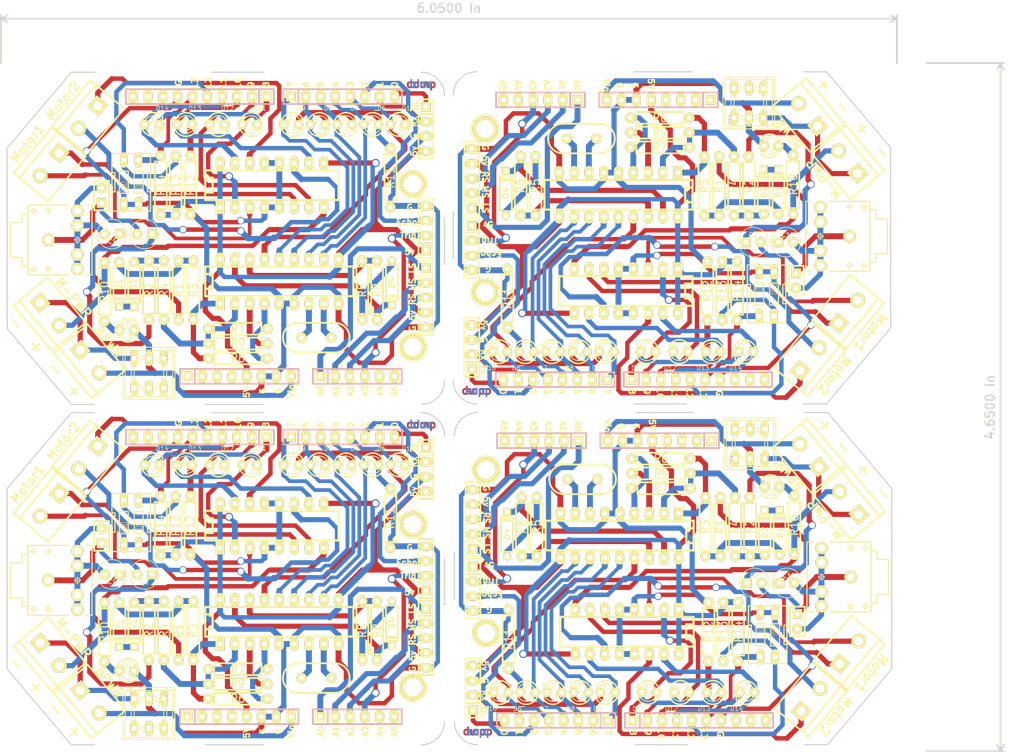
<source format=kicad_pcb>
(kicad_pcb (version 3) (host pcbnew "(2013-07-07 BZR 4022)-stable")
  (layers (15 F.Cu signal) (0 B.Cu signal) (18 B.Paste user) (19 F.Paste user) (20 B.SilkS user) (21 F.SilkS user) (22 B.Mask user) (23 F.Mask user) (28 Edge.Cuts user))
  (net 0 "")
  (net 1 /+5V)
  (net 2 /+9V)
  (net 3 /ECHO)
  (net 4 /INT)
  (net 5 /LS)
  (net 6 /M1a)
  (net 7 /M1b)
  (net 8 /M2a)
  (net 9 /M2b)
  (net 10 /MS)
  (net 11 /Q1)
  (net 12 /Q2)
  (net 13 /Q3)
  (net 14 /Q4)
  (net 15 /RS)
  (net 16 /RX)
  (net 17 /S1)
  (net 18 /S2)
  (net 19 /TRIG)
  (net 20 /TX)
  (net 21 /VIN)
  (net 22 /vref)
  (net 23 GND)
  (net 24 N-000001)
  (net 25 N-0000013)
  (net 26 N-0000014)
  (net 27 N-0000016)
  (net 28 N-0000017)
  (net 29 N-0000018)
  (net 30 N-0000019)
  (net 31 N-000002)
  (net 32 N-0000025)
  (net 33 N-0000026)
  (net 34 N-0000027)
  (net 35 N-0000028)
  (net 36 N-0000029)
  (net 37 N-000003)
  (net 38 N-0000030)
  (net 39 N-0000031)
  (net 40 N-0000032)
  (net 41 N-0000033)
  (net 42 N-0000034)
  (net 43 N-0000039)
  (net 44 N-000004)
  (net 45 N-000005)
  (net 46 N-000007)
  (module switch-misc-9077-2 (layer F.Cu) (at 193.04 43.688 180)
    (fp_text reference SW1 hide)
    (fp_text value SPST hide)
    (fp_text user E (at 3.175 -2.921 180) (layer B.SilkS) (effects (font (size 1.27 1.27) (thickness 0.0889))))
    (fp_text user T (at -3.048 -2.921 180) (layer B.SilkS) (effects (font (size 1.27 1.27) (thickness 0.0889))))
    (pad 1 thru_hole oval (at -2.54 -2.54 180) (size 1.3208 2.6416) (drill 0.8128) (layers *.Cu *.Mask F.Paste F.SilkS) (net 25 N-0000013))
    (pad 2 thru_hole oval (at 0 -2.54 180) (size 1.3208 2.6416) (drill 0.8128) (layers *.Cu *.Mask F.Paste F.SilkS) (net 23 GND))
    (pad 3 thru_hole oval (at 2.54 -2.54 180) (size 1.3208 2.6416) (drill 0.8128) (layers *.Cu *.Mask F.Paste F.SilkS))
    (pad 4 thru_hole oval (at -2.54 2.54 180) (size 1.3208 2.6416) (drill 0.8128) (layers *.Cu *.Mask F.Paste F.SilkS))
    (pad 5 thru_hole oval (at 0 2.54 180) (size 1.3208 2.6416) (drill 0.8128) (layers *.Cu *.Mask F.Paste F.SilkS))
    (pad 6 thru_hole oval (at 2.54 2.54 180) (size 1.3208 2.6416) (drill 0.8128) (layers *.Cu *.Mask F.Paste F.SilkS))
  )
  (module SparkFun-AUDIO-JACK (layer F.Cu) (at 210.312 66.548 180)
    (fp_text reference U1 hide)
    (fp_text value 3.5MM_JACK hide)
    (pad 1 thru_hole circle (at 0 0 180) (size 2.18186 2.18186) (drill 1.29794) (layers *.Cu *.Mask F.Paste F.SilkS) (net 34 N-0000027))
    (pad 2 thru_hole circle (at 4.99872 -4.99872 180) (size 2.18186 2.18186) (drill 1.29794) (layers *.Cu *.Mask F.Paste F.SilkS) (net 36 N-0000029))
    (pad 3 thru_hole circle (at 4.99872 -2.49936 180) (size 2.18186 2.18186) (drill 1.29794) (layers *.Cu *.Mask F.Paste F.SilkS) (net 36 N-0000029))
    (pad 4 thru_hole circle (at 4.99872 2.49936 180) (size 2.18186 2.18186) (drill 1.29794) (layers *.Cu *.Mask F.Paste F.SilkS) (net 36 N-0000029))
    (pad 5 thru_hole circle (at 4.99872 4.99872 180) (size 2.18186 2.18186) (drill 1.29794) (layers *.Cu *.Mask F.Paste F.SilkS) (net 36 N-0000029))
  )
  (module SIL-8 (layer B.Cu) (at 159.812 91.148 180)
    (fp_text reference P12 hide)
    (fp_text value CONN_8 hide)
    (pad 1 thru_hole rect (at -8.89 0 180) (size 1.651 1.651) (drill 0.8128) (layers *.Cu *.Mask F.SilkS) (net 14 /Q4))
    (pad 2 thru_hole oval (at -6.35 0 180) (size 1.5748 2.286) (drill 0.8128) (layers *.Cu *.Mask F.SilkS) (net 13 /Q3))
    (pad 3 thru_hole oval (at -3.81 0 180) (size 1.5748 2.286) (drill 0.8128) (layers *.Cu *.Mask F.SilkS) (net 12 /Q2))
    (pad 4 thru_hole oval (at -1.27 0 180) (size 1.5748 2.286) (drill 0.8128) (layers *.Cu *.Mask F.SilkS) (net 11 /Q1))
    (pad 5 thru_hole oval (at 1.27 0 180) (size 1.5748 2.286) (drill 0.8128) (layers *.Cu *.Mask F.SilkS) (net 4 /INT))
    (pad 6 thru_hole oval (at 3.81 0 180) (size 1.5748 2.286) (drill 0.8128) (layers *.Cu *.Mask F.SilkS) (net 3 /ECHO))
    (pad 7 thru_hole oval (at 6.35 0 180) (size 1.5748 2.286) (drill 0.8128) (layers *.Cu *.Mask F.SilkS) (net 16 /RX))
    (pad 8 thru_hole oval (at 8.89 0 180) (size 1.5748 2.286) (drill 0.8128) (layers *.Cu *.Mask F.SilkS) (net 20 /TX))
  )
  (module SIL-8 (layer B.Cu) (at 177.562 43.148 180)
    (fp_text reference P8 hide)
    (fp_text value CONN_8 hide)
    (pad 1 thru_hole rect (at -8.89 0 180) (size 1.651 1.651) (drill 0.8128) (layers *.Cu *.Mask F.SilkS))
    (pad 2 thru_hole oval (at -6.35 0 180) (size 1.5748 2.286) (drill 0.8128) (layers *.Cu *.Mask F.SilkS))
    (pad 3 thru_hole oval (at -3.81 0 180) (size 1.5748 2.286) (drill 0.8128) (layers *.Cu *.Mask F.SilkS))
    (pad 4 thru_hole oval (at -1.27 0 180) (size 1.5748 2.286) (drill 0.8128) (layers *.Cu *.Mask F.SilkS))
    (pad 5 thru_hole oval (at 1.27 0 180) (size 1.5748 2.286) (drill 0.8128) (layers *.Cu *.Mask F.SilkS) (net 1 /+5V))
    (pad 6 thru_hole oval (at 3.81 0 180) (size 1.5748 2.286) (drill 0.8128) (layers *.Cu *.Mask F.SilkS) (net 23 GND))
    (pad 7 thru_hole oval (at 6.35 0 180) (size 1.5748 2.286) (drill 0.8128) (layers *.Cu *.Mask F.SilkS) (net 23 GND))
    (pad 8 thru_hole oval (at 8.89 0 180) (size 1.5748 2.286) (drill 0.8128) (layers *.Cu *.Mask F.SilkS) (net 21 /VIN))
  )
  (module SIL-6 (layer B.Cu) (at 157.312 43.148 180)
    (fp_text reference P9 hide)
    (fp_text value CONN_6 hide)
    (pad 1 thru_hole rect (at -6.35 0 180) (size 1.651 1.651) (drill 0.8128) (layers *.Cu *.Mask F.SilkS) (net 5 /LS))
    (pad 2 thru_hole oval (at -3.81 0 180) (size 1.5748 2.286) (drill 0.8128) (layers *.Cu *.Mask F.SilkS) (net 10 /MS))
    (pad 3 thru_hole oval (at -1.27 0 180) (size 1.5748 2.286) (drill 0.8128) (layers *.Cu *.Mask F.SilkS) (net 15 /RS))
    (pad 4 thru_hole oval (at 1.27 0 180) (size 1.5748 2.286) (drill 0.8128) (layers *.Cu *.Mask F.SilkS) (net 19 /TRIG))
    (pad 5 thru_hole oval (at 3.81 0 180) (size 1.5748 2.286) (drill 0.8128) (layers *.Cu *.Mask F.SilkS))
    (pad 6 thru_hole oval (at 6.35 0 180) (size 1.5748 2.286) (drill 0.8128) (layers *.Cu *.Mask F.SilkS))
  )
  (module SIL-5 (layer F.Cu) (at 145.542 55.372 90)
    (fp_text reference Sensors1 hide)
    (fp_text value CONN_5 hide)
    (pad 1 thru_hole rect (at -6.35 0 90) (size 1.651 1.651) (drill 0.8128) (layers *.Cu *.Mask F.SilkS) (net 5 /LS))
    (pad 2 thru_hole oval (at -3.81 0 90) (size 1.5748 2.286) (drill 0.8128) (layers *.Cu *.Mask F.SilkS) (net 10 /MS))
    (pad 3 thru_hole oval (at -1.27 0 90) (size 1.5748 2.286) (drill 0.8128) (layers *.Cu *.Mask F.SilkS) (net 15 /RS))
    (pad 4 thru_hole oval (at 1.27 0 90) (size 1.5748 2.286) (drill 0.8128) (layers *.Cu *.Mask F.SilkS) (net 1 /+5V))
    (pad 5 thru_hole oval (at 3.81 0 90) (size 1.5748 2.286) (drill 0.8128) (layers *.Cu *.Mask F.SilkS) (net 23 GND))
  )
  (module SIL-4 (layer F.Cu) (at 145.542 85.598 90)
    (fp_text reference P13 hide)
    (fp_text value BT/ZIGBEE hide)
    (pad 1 thru_hole rect (at -3.81 0 90) (size 1.651 1.651) (drill 0.8128) (layers *.Cu *.Mask F.SilkS) (net 20 /TX))
    (pad 2 thru_hole oval (at -1.27 0 90) (size 1.5748 2.286) (drill 0.8128) (layers *.Cu *.Mask F.SilkS) (net 16 /RX))
    (pad 3 thru_hole oval (at 1.27 0 90) (size 1.5748 2.286) (drill 0.8128) (layers *.Cu *.Mask F.SilkS) (net 23 GND))
    (pad 4 thru_hole oval (at 3.81 0 90) (size 1.5748 2.286) (drill 0.8128) (layers *.Cu *.Mask F.SilkS) (net 1 /+5V))
  )
  (module SIL-4 (layer F.Cu) (at 145.542 68.58 270)
    (fp_text reference P10 hide)
    (fp_text value CONN_4 hide)
    (pad 1 thru_hole rect (at -3.81 0 270) (size 1.651 1.651) (drill 0.8128) (layers *.Cu *.Mask F.SilkS) (net 1 /+5V))
    (pad 2 thru_hole oval (at -1.27 0 270) (size 1.5748 2.286) (drill 0.8128) (layers *.Cu *.Mask F.SilkS) (net 19 /TRIG))
    (pad 3 thru_hole oval (at 1.27 0 270) (size 1.5748 2.286) (drill 0.8128) (layers *.Cu *.Mask F.SilkS) (net 3 /ECHO))
    (pad 4 thru_hole oval (at 3.81 0 270) (size 1.5748 2.286) (drill 0.8128) (layers *.Cu *.Mask F.SilkS) (net 23 GND))
  )
  (module SIL-2 (layer F.Cu) (at 201.168 74.168 270)
    (fp_text reference P1 hide)
    (fp_text value AUDIO_IN hide)
    (pad 1 thru_hole rect (at -1.27 0 270) (size 1.651 1.651) (drill 0.8128) (layers *.Cu *.Mask F.SilkS) (net 34 N-0000027))
    (pad 2 thru_hole circle (at 1.27 0 270) (size 1.778 1.778) (drill 0.8128) (layers *.Cu *.Mask F.SilkS) (net 36 N-0000029))
  )
  (module SIL-10 (layer B.Cu) (at 184.312 91.148)
    (fp_text reference P11 hide)
    (fp_text value CONN_10 hide)
    (pad 1 thru_hole rect (at -11.43 0) (size 1.651 1.651) (drill 0.8128) (layers *.Cu *.Mask F.SilkS) (net 6 /M1a))
    (pad 2 thru_hole oval (at -8.89 0) (size 1.5748 2.286) (drill 0.8128) (layers *.Cu *.Mask F.SilkS) (net 7 /M1b))
    (pad 3 thru_hole oval (at -6.35 0) (size 1.5748 2.286) (drill 0.8128) (layers *.Cu *.Mask F.SilkS) (net 8 /M2a))
    (pad 4 thru_hole oval (at -3.81 0) (size 1.5748 2.286) (drill 0.8128) (layers *.Cu *.Mask F.SilkS) (net 9 /M2b))
    (pad 5 thru_hole oval (at -1.27 0) (size 1.5748 2.286) (drill 0.8128) (layers *.Cu *.Mask F.SilkS) (net 17 /S1))
    (pad 6 thru_hole oval (at 1.27 0) (size 1.5748 2.286) (drill 0.8128) (layers *.Cu *.Mask F.SilkS) (net 18 /S2))
    (pad 7 thru_hole oval (at 3.81 0) (size 1.5748 2.286) (drill 0.8128) (layers *.Cu *.Mask F.SilkS) (net 23 GND))
    (pad 8 thru_hole oval (at 6.35 0) (size 1.5748 2.286) (drill 0.8128) (layers *.Cu *.Mask F.SilkS))
    (pad 9 thru_hole oval (at 8.89 0) (size 1.5748 2.286) (drill 0.8128) (layers *.Cu *.Mask F.SilkS))
    (pad 10 thru_hole oval (at 11.43 0) (size 1.5748 2.286) (drill 0.8128) (layers *.Cu *.Mask F.SilkS))
  )
  (module R4 (layer F.Cu) (at 151.638 77.216 90)
    (fp_text reference R11 (at 0 0 90) (layer F.SilkS) (effects (font (size 1.397 1.27) (thickness 0.2032))))
    (fp_text value 470r hide)
    (pad 1 thru_hole circle (at -5.08 0 90) (size 1.778 1.778) (drill 0.8128) (layers *.Cu *.Mask F.SilkS) (net 41 N-0000033))
    (pad 2 thru_hole circle (at 5.08 0 90) (size 1.778 1.778) (drill 0.8128) (layers *.Cu *.Mask F.SilkS) (net 23 GND))
  )
  (module R4 (layer F.Cu) (at 177.8 48.768)
    (fp_text reference R9 (at 0 0) (layer F.SilkS) (effects (font (size 1.397 1.27) (thickness 0.2032))))
    (fp_text value 150k hide)
    (pad 1 thru_hole circle (at -5.08 0) (size 1.778 1.778) (drill 0.8128) (layers *.Cu *.Mask F.SilkS) (net 24 N-000001))
    (pad 2 thru_hole circle (at 5.08 0) (size 1.778 1.778) (drill 0.8128) (layers *.Cu *.Mask F.SilkS) (net 42 N-0000034))
  )
  (module R4 (layer F.Cu) (at 187.96 57.912 90)
    (fp_text reference R1 (at 0 0 90) (layer F.SilkS) (effects (font (size 1.397 1.27) (thickness 0.2032))))
    (fp_text value 56K hide)
    (pad 1 thru_hole circle (at -5.08 0 90) (size 1.778 1.778) (drill 0.8128) (layers *.Cu *.Mask F.SilkS) (net 33 N-0000026))
    (pad 2 thru_hole circle (at 5.08 0 90) (size 1.778 1.778) (drill 0.8128) (layers *.Cu *.Mask F.SilkS) (net 38 N-0000030))
  )
  (module R4 (layer F.Cu) (at 177.8 51.308)
    (fp_text reference R7 (at 0 0) (layer F.SilkS) (effects (font (size 1.397 1.27) (thickness 0.2032))))
    (fp_text value 68K hide)
    (pad 1 thru_hole circle (at -5.08 0) (size 1.778 1.778) (drill 0.8128) (layers *.Cu *.Mask F.SilkS) (net 22 /vref))
    (pad 2 thru_hole circle (at 5.08 0) (size 1.778 1.778) (drill 0.8128) (layers *.Cu *.Mask F.SilkS) (net 42 N-0000034))
  )
  (module R4 (layer F.Cu) (at 177.8 46.228 180)
    (fp_text reference R6 (at 0 0 180) (layer F.SilkS) (effects (font (size 1.397 1.27) (thickness 0.2032))))
    (fp_text value 47K hide)
    (pad 1 thru_hole circle (at -5.08 0 180) (size 1.778 1.778) (drill 0.8128) (layers *.Cu *.Mask F.SilkS) (net 37 N-000003))
    (pad 2 thru_hole circle (at 5.08 0 180) (size 1.778 1.778) (drill 0.8128) (layers *.Cu *.Mask F.SilkS) (net 22 /vref))
  )
  (module R4 (layer F.Cu) (at 190.5 57.912 270)
    (fp_text reference R4 (at 0 0 270) (layer F.SilkS) (effects (font (size 1.397 1.27) (thickness 0.2032))))
    (fp_text value 56K hide)
    (pad 1 thru_hole circle (at -5.08 0 270) (size 1.778 1.778) (drill 0.8128) (layers *.Cu *.Mask F.SilkS) (net 42 N-0000034))
    (pad 2 thru_hole circle (at 5.08 0 270) (size 1.778 1.778) (drill 0.8128) (layers *.Cu *.Mask F.SilkS) (net 32 N-0000025))
  )
  (module R4 (layer F.Cu) (at 185.42 57.912 270)
    (fp_text reference R3 (at 0 0 270) (layer F.SilkS) (effects (font (size 1.397 1.27) (thickness 0.2032))))
    (fp_text value 56K hide)
    (pad 1 thru_hole circle (at -5.08 0 270) (size 1.778 1.778) (drill 0.8128) (layers *.Cu *.Mask F.SilkS) (net 37 N-000003))
    (pad 2 thru_hole circle (at 5.08 0 270) (size 1.778 1.778) (drill 0.8128) (layers *.Cu *.Mask F.SilkS) (net 33 N-0000026))
  )
  (module R4 (layer F.Cu) (at 200.66 57.658 270)
    (fp_text reference R10 (at 0 0 270) (layer F.SilkS) (effects (font (size 1.397 1.27) (thickness 0.2032))))
    (fp_text value 470r hide)
    (pad 1 thru_hole circle (at -5.08 0 270) (size 1.778 1.778) (drill 0.8128) (layers *.Cu *.Mask F.SilkS) (net 26 N-0000014))
    (pad 2 thru_hole circle (at 5.08 0 270) (size 1.778 1.778) (drill 0.8128) (layers *.Cu *.Mask F.SilkS) (net 2 /+9V))
  )
  (module R4 (layer F.Cu) (at 193.04 57.912 90)
    (fp_text reference R2 (at 0 0 90) (layer F.SilkS) (effects (font (size 1.397 1.27) (thickness 0.2032))))
    (fp_text value 56K hide)
    (pad 1 thru_hole circle (at -5.08 0 90) (size 1.778 1.778) (drill 0.8128) (layers *.Cu *.Mask F.SilkS) (net 32 N-0000025))
    (pad 2 thru_hole circle (at 5.08 0 90) (size 1.778 1.778) (drill 0.8128) (layers *.Cu *.Mask F.SilkS) (net 35 N-0000028))
  )
  (module R4 (layer F.Cu) (at 156.464 57.912 270)
    (fp_text reference R5 (at 0 0 270) (layer F.SilkS) (effects (font (size 1.397 1.27) (thickness 0.2032))))
    (fp_text value 330K hide)
    (pad 1 thru_hole circle (at -5.08 0 270) (size 1.778 1.778) (drill 0.8128) (layers *.Cu *.Mask F.SilkS) (net 39 N-0000031))
    (pad 2 thru_hole circle (at 5.08 0 270) (size 1.778 1.778) (drill 0.8128) (layers *.Cu *.Mask F.SilkS) (net 40 N-0000032))
  )
  (module R4 (layer F.Cu) (at 153.924 57.912 270)
    (fp_text reference R8 (at 0 0 270) (layer F.SilkS) (effects (font (size 1.397 1.27) (thickness 0.2032))))
    (fp_text value 100K hide)
    (pad 1 thru_hole circle (at -5.08 0 270) (size 1.778 1.778) (drill 0.8128) (layers *.Cu *.Mask F.SilkS) (net 44 N-000004))
    (pad 2 thru_hole circle (at 5.08 0 270) (size 1.778 1.778) (drill 0.8128) (layers *.Cu *.Mask F.SilkS) (net 40 N-0000032))
  )
  (module R4 (layer F.Cu) (at 185.928 75.946 90)
    (fp_text reference R12 (at 0 0 90) (layer F.SilkS) (effects (font (size 1.397 1.27) (thickness 0.2032))))
    (fp_text value 470r hide)
    (pad 1 thru_hole circle (at -5.08 0 90) (size 1.778 1.778) (drill 0.8128) (layers *.Cu *.Mask F.SilkS) (net 43 N-0000039))
    (pad 2 thru_hole circle (at 5.08 0 90) (size 1.778 1.778) (drill 0.8128) (layers *.Cu *.Mask F.SilkS) (net 23 GND))
  )
  (module LED-3MM (layer F.Cu) (at 150.368 86.36 180)
    (fp_text reference D10 (at 1.778 -2.794 180) (layer F.SilkS) (effects (font (size 0.762 0.762) (thickness 0.0889))))
    (fp_text value LED hide)
    (pad 1 thru_hole circle (at -1.27 0 180) (size 1.5748 1.5748) (drill 0.8128) (layers *.Cu *.Mask F.SilkS) (net 4 /INT))
    (pad 2 thru_hole circle (at 1.27 0 180) (size 1.6764 1.6764) (drill 0.8128) (layers *.Cu *.Mask F.SilkS) (net 41 N-0000033))
  )
  (module LED-3MM (layer F.Cu) (at 168.656 86.36 180)
    (fp_text reference D9 (at 1.778 -2.794 180) (layer F.SilkS) (effects (font (size 0.762 0.762) (thickness 0.0889))))
    (fp_text value LED hide)
    (pad 1 thru_hole circle (at -1.27 0 180) (size 1.6764 1.6764) (drill 0.8128) (layers *.Cu *.Mask F.SilkS) (net 14 /Q4))
    (pad 2 thru_hole circle (at 1.27 0 180) (size 1.5748 1.5748) (drill 0.8128) (layers *.Cu *.Mask F.SilkS) (net 41 N-0000033))
  )
  (module LED-3MM (layer F.Cu) (at 159.512 86.36 180)
    (fp_text reference D7 (at 1.778 -2.794 180) (layer F.SilkS) (effects (font (size 0.762 0.762) (thickness 0.0889))))
    (fp_text value LED hide)
    (pad 1 thru_hole circle (at -1.27 0 180) (size 1.5748 1.5748) (drill 0.8128) (layers *.Cu *.Mask F.SilkS) (net 12 /Q2))
    (pad 2 thru_hole circle (at 1.27 0 180) (size 1.5748 1.5748) (drill 0.8128) (layers *.Cu *.Mask F.SilkS) (net 41 N-0000033))
  )
  (module LED-3MM (layer F.Cu) (at 196.85 51.054 180)
    (fp_text reference D5 hide)
    (fp_text value LED hide)
    (pad 1 thru_hole circle (at -1.27 0 180) (size 1.778 1.778) (drill 0.8128) (layers *.Cu *.Mask F.SilkS) (net 26 N-0000014))
    (pad 2 thru_hole circle (at 1.27 0 180) (size 1.778 1.778) (drill 0.8128) (layers *.Cu *.Mask F.SilkS) (net 23 GND))
  )
  (module LED-3MM (layer F.Cu) (at 192.532 86.36 180)
    (fp_text reference D14 (at 1.778 -2.794 180) (layer F.SilkS) (effects (font (size 0.762 0.762) (thickness 0.0889))))
    (fp_text value LED hide)
    (pad 1 thru_hole circle (at -1.27 0 180) (size 1.6764 1.6764) (drill 0.8128) (layers *.Cu *.Mask F.SilkS) (net 9 /M2b))
    (pad 2 thru_hole circle (at 1.27 0 180) (size 1.6764 1.6764) (drill 0.8128) (layers *.Cu *.Mask F.SilkS) (net 43 N-0000039))
  )
  (module LED-3MM (layer F.Cu) (at 154.94 86.36 180)
    (fp_text reference D6 (at 1.778 -2.794 180) (layer F.SilkS) (effects (font (size 0.762 0.762) (thickness 0.0889))))
    (fp_text value LED hide)
    (pad 1 thru_hole circle (at -1.27 0 180) (size 1.5748 1.5748) (drill 0.8128) (layers *.Cu *.Mask F.SilkS) (net 11 /Q1))
    (pad 2 thru_hole circle (at 1.27 0 180) (size 1.5748 1.5748) (drill 0.8128) (layers *.Cu *.Mask F.SilkS) (net 41 N-0000033))
  )
  (module LED-3MM (layer F.Cu) (at 175.768 86.36 180)
    (fp_text reference D11 (at 1.778 -2.794 180) (layer F.SilkS) (effects (font (size 0.762 0.762) (thickness 0.0889))))
    (fp_text value LED hide)
    (pad 1 thru_hole circle (at -1.27 0 180) (size 1.6764 1.6764) (drill 0.8128) (layers *.Cu *.Mask F.SilkS) (net 6 /M1a))
    (pad 2 thru_hole circle (at 1.27 0 180) (size 1.6764 1.6764) (drill 0.8128) (layers *.Cu *.Mask F.SilkS) (net 43 N-0000039))
  )
  (module LED-3MM (layer F.Cu) (at 186.944 86.36 180)
    (fp_text reference D13 (at 1.778 -2.794 180) (layer F.SilkS) (effects (font (size 0.762 0.762) (thickness 0.0889))))
    (fp_text value LED hide)
    (pad 1 thru_hole circle (at -1.27 0 180) (size 1.6764 1.6764) (drill 0.8128) (layers *.Cu *.Mask F.SilkS) (net 8 /M2a))
    (pad 2 thru_hole circle (at 1.27 0 180) (size 1.6764 1.6764) (drill 0.8128) (layers *.Cu *.Mask F.SilkS) (net 43 N-0000039))
  )
  (module LED-3MM (layer F.Cu) (at 181.356 86.36 180)
    (fp_text reference D12 (at 1.778 -2.794 180) (layer F.SilkS) (effects (font (size 0.762 0.762) (thickness 0.0889))))
    (fp_text value LED hide)
    (pad 1 thru_hole circle (at -1.27 0 180) (size 1.6764 1.6764) (drill 0.8128) (layers *.Cu *.Mask F.SilkS) (net 7 /M1b))
    (pad 2 thru_hole circle (at 1.27 0 180) (size 1.6764 1.6764) (drill 0.8128) (layers *.Cu *.Mask F.SilkS) (net 43 N-0000039))
  )
  (module LED-3MM (layer F.Cu) (at 164.084 86.36 180)
    (fp_text reference D8 (at 1.778 -2.794 180) (layer F.SilkS) (effects (font (size 0.762 0.762) (thickness 0.0889))))
    (fp_text value LED hide)
    (pad 1 thru_hole circle (at -1.27 0 180) (size 1.5748 1.5748) (drill 0.8128) (layers *.Cu *.Mask F.SilkS) (net 13 /Q3))
    (pad 2 thru_hole circle (at 1.27 0 180) (size 1.5748 1.5748) (drill 0.8128) (layers *.Cu *.Mask F.SilkS) (net 41 N-0000033))
  )
  (module HC-49V (layer F.Cu) (at 164.338 49.784 180)
    (fp_text reference X1 hide)
    (fp_text value 3.5795MHz hide)
    (pad 1 thru_hole circle (at -2.54 0 180) (size 1.778 1.778) (drill 0.8128) (layers *.Cu *.Mask F.SilkS) (net 45 N-000005))
    (pad 2 thru_hole circle (at 2.54 0 180) (size 1.778 1.778) (drill 0.8128) (layers *.Cu *.Mask F.SilkS) (net 46 N-000007))
  )
  (module DIP-18__300_ELL (layer F.Cu) (at 170.688 59.436 180)
    (fp_text reference IC1 hide)
    (fp_text value MT8870P hide)
    (pad 1 thru_hole rect (at -10.16 3.81 180) (size 1.5748 2.286) (drill 0.8128) (layers *.Cu *.Mask F.SilkS) (net 37 N-000003))
    (pad 2 thru_hole oval (at -7.62 3.81 180) (size 1.5748 2.286) (drill 0.8128) (layers *.Cu *.Mask F.SilkS) (net 42 N-0000034))
    (pad 3 thru_hole oval (at -5.08 3.81 180) (size 1.5748 2.286) (drill 0.8128) (layers *.Cu *.Mask F.SilkS) (net 24 N-000001))
    (pad 4 thru_hole oval (at -2.54 3.81 180) (size 1.5748 2.286) (drill 0.8128) (layers *.Cu *.Mask F.SilkS) (net 22 /vref))
    (pad 5 thru_hole oval (at 0 3.81 180) (size 1.5748 2.286) (drill 0.8128) (layers *.Cu *.Mask F.SilkS) (net 23 GND))
    (pad 6 thru_hole oval (at 2.54 3.81 180) (size 1.5748 2.286) (drill 0.8128) (layers *.Cu *.Mask F.SilkS) (net 23 GND))
    (pad 7 thru_hole oval (at 5.08 3.81 180) (size 1.5748 2.286) (drill 0.8128) (layers *.Cu *.Mask F.SilkS) (net 45 N-000005))
    (pad 8 thru_hole oval (at 7.62 3.81 180) (size 1.5748 2.286) (drill 0.8128) (layers *.Cu *.Mask F.SilkS) (net 46 N-000007))
    (pad 9 thru_hole oval (at 10.16 3.81 180) (size 1.5748 2.286) (drill 0.8128) (layers *.Cu *.Mask F.SilkS) (net 23 GND))
    (pad 10 thru_hole oval (at 10.16 -3.81 180) (size 1.5748 2.286) (drill 0.8128) (layers *.Cu *.Mask F.SilkS) (net 1 /+5V))
    (pad 11 thru_hole oval (at 7.62 -3.81 180) (size 1.5748 2.286) (drill 0.8128) (layers *.Cu *.Mask F.SilkS) (net 11 /Q1))
    (pad 12 thru_hole oval (at 5.08 -3.81 180) (size 1.5748 2.286) (drill 0.8128) (layers *.Cu *.Mask F.SilkS) (net 12 /Q2))
    (pad 13 thru_hole oval (at 2.54 -3.81 180) (size 1.5748 2.286) (drill 0.8128) (layers *.Cu *.Mask F.SilkS) (net 13 /Q3))
    (pad 14 thru_hole oval (at 0 -3.81 180) (size 1.5748 2.286) (drill 0.8128) (layers *.Cu *.Mask F.SilkS) (net 14 /Q4))
    (pad 15 thru_hole oval (at -2.54 -3.81 180) (size 1.5748 2.286) (drill 0.8128) (layers *.Cu *.Mask F.SilkS) (net 4 /INT))
    (pad 16 thru_hole oval (at -5.08 -3.81 180) (size 1.5748 2.286) (drill 0.8128) (layers *.Cu *.Mask F.SilkS) (net 40 N-0000032))
    (pad 17 thru_hole oval (at -7.62 -3.81 180) (size 1.5748 2.286) (drill 0.8128) (layers *.Cu *.Mask F.SilkS) (net 44 N-000004))
    (pad 18 thru_hole oval (at -10.16 -3.81 180) (size 1.5748 2.286) (drill 0.8128) (layers *.Cu *.Mask F.SilkS) (net 1 /+5V))
  )
  (module DIP-16__300_ELL (layer F.Cu) (at 171.958 75.946 180)
    (fp_text reference U3 hide)
    (fp_text value L293D_XL hide)
    (pad 1 thru_hole rect (at -8.89 3.81 180) (size 1.5748 2.286) (drill 0.8128) (layers *.Cu *.Mask F.SilkS) (net 1 /+5V))
    (pad 2 thru_hole oval (at -6.35 3.81 180) (size 1.5748 2.286) (drill 0.8128) (layers *.Cu *.Mask F.SilkS) (net 6 /M1a))
    (pad 3 thru_hole oval (at -3.81 3.81 180) (size 1.5748 2.286) (drill 0.8128) (layers *.Cu *.Mask F.SilkS) (net 28 N-0000017))
    (pad 4 thru_hole oval (at -1.27 3.81 180) (size 1.5748 2.286) (drill 0.8128) (layers *.Cu *.Mask F.SilkS) (net 23 GND))
    (pad 5 thru_hole oval (at 1.27 3.81 180) (size 1.5748 2.286) (drill 0.8128) (layers *.Cu *.Mask F.SilkS) (net 23 GND))
    (pad 6 thru_hole oval (at 3.81 3.81 180) (size 1.5748 2.286) (drill 0.8128) (layers *.Cu *.Mask F.SilkS) (net 30 N-0000019))
    (pad 7 thru_hole oval (at 6.35 3.81 180) (size 1.5748 2.286) (drill 0.8128) (layers *.Cu *.Mask F.SilkS) (net 7 /M1b))
    (pad 8 thru_hole oval (at 8.89 3.81 180) (size 1.5748 2.286) (drill 0.8128) (layers *.Cu *.Mask F.SilkS) (net 2 /+9V))
    (pad 9 thru_hole oval (at 8.89 -3.81 180) (size 1.5748 2.286) (drill 0.8128) (layers *.Cu *.Mask F.SilkS) (net 1 /+5V))
    (pad 10 thru_hole oval (at 6.35 -3.81 180) (size 1.5748 2.286) (drill 0.8128) (layers *.Cu *.Mask F.SilkS) (net 8 /M2a))
    (pad 11 thru_hole oval (at 3.81 -3.81 180) (size 1.5748 2.286) (drill 0.8128) (layers *.Cu *.Mask F.SilkS) (net 29 N-0000018))
    (pad 12 thru_hole oval (at 1.27 -3.81 180) (size 1.5748 2.286) (drill 0.8128) (layers *.Cu *.Mask F.SilkS) (net 23 GND))
    (pad 13 thru_hole oval (at -1.27 -3.81 180) (size 1.5748 2.286) (drill 0.8128) (layers *.Cu *.Mask F.SilkS) (net 23 GND))
    (pad 14 thru_hole oval (at -3.81 -3.81 180) (size 1.5748 2.286) (drill 0.8128) (layers *.Cu *.Mask F.SilkS) (net 27 N-0000016))
    (pad 15 thru_hole oval (at -6.35 -3.81 180) (size 1.5748 2.286) (drill 0.8128) (layers *.Cu *.Mask F.SilkS) (net 9 /M2b))
    (pad 16 thru_hole oval (at -8.89 -3.81 180) (size 1.5748 2.286) (drill 0.8128) (layers *.Cu *.Mask F.SilkS) (net 1 /+5V))
  )
  (module D3 (layer F.Cu) (at 195.58 58.928 90)
    (fp_text reference D2 (at 0 0 90) (layer F.SilkS) (effects (font (size 1.016 1.016) (thickness 0.2032))))
    (fp_text value 5.6V hide)
    (pad 2 thru_hole rect (at 3.81 0 90) (size 1.397 1.397) (drill 0.8128) (layers *.Cu *.Mask F.SilkS) (net 31 N-000002))
    (pad 1 thru_hole circle (at -3.81 0 90) (size 1.778 1.778) (drill 0.8128) (layers *.Cu *.Mask F.SilkS) (net 32 N-0000025))
  )
  (module D3 (layer F.Cu) (at 198.12 58.928 90)
    (fp_text reference D1 (at 0 0 90) (layer F.SilkS) (effects (font (size 1.016 1.016) (thickness 0.2032))))
    (fp_text value 5.6V hide)
    (pad 2 thru_hole rect (at 3.81 0 90) (size 1.397 1.397) (drill 0.8128) (layers *.Cu *.Mask F.SilkS) (net 31 N-000002))
    (pad 1 thru_hole circle (at -3.81 0 90) (size 1.778 1.778) (drill 0.8128) (layers *.Cu *.Mask F.SilkS) (net 33 N-0000026))
  )
  (module D3 (layer F.Cu) (at 151.384 59.182 90)
    (fp_text reference D4 (at 0 0 90) (layer F.SilkS) (effects (font (size 1.016 1.016) (thickness 0.2032))))
    (fp_text value 1N14148 hide)
    (pad 2 thru_hole rect (at 3.81 0 90) (size 1.397 1.397) (drill 0.8128) (layers *.Cu *.Mask F.SilkS) (net 44 N-000004))
    (pad 1 thru_hole circle (at -3.81 0 90) (size 1.397 1.397) (drill 0.8128) (layers *.Cu *.Mask F.SilkS) (net 39 N-0000031))
  )
  (module C1V5 (layer F.Cu) (at 193.802 67.564)
    (fp_text reference C2 (at 0 -1.26746) (layer F.SilkS) (effects (font (size 0.762 0.762) (thickness 0.127))))
    (fp_text value "10uF, 25V" hide)
    (fp_text user + (at -2.286 0) (layer F.SilkS) (effects (font (size 0.762 0.762) (thickness 0.2032))))
    (pad 1 thru_hole rect (at -1.27 0) (size 1.651 1.651) (drill 0.8128) (layers *.Cu *.Mask F.SilkS) (net 35 N-0000028))
    (pad 2 thru_hole circle (at 1.27 0) (size 1.778 1.778) (drill 0.8128) (layers *.Cu *.Mask F.SilkS) (net 34 N-0000027))
  )
  (module C1V5 (layer F.Cu) (at 199.39 67.564)
    (fp_text reference C1 (at 0 -1.26746) (layer F.SilkS) (effects (font (size 0.762 0.762) (thickness 0.127))))
    (fp_text value "10uF, 25V" hide)
    (fp_text user + (at -2.286 0) (layer F.SilkS) (effects (font (size 0.762 0.762) (thickness 0.2032))))
    (pad 1 thru_hole rect (at -1.27 0) (size 1.651 1.651) (drill 0.8128) (layers *.Cu *.Mask F.SilkS) (net 38 N-0000030))
    (pad 2 thru_hole circle (at 1.27 0) (size 1.778 1.778) (drill 0.8128) (layers *.Cu *.Mask F.SilkS) (net 36 N-0000029))
  )
  (module bornier2 (layer F.Cu) (at 210.058 79.502 50)
    (fp_text reference P14 hide)
    (fp_text value Motar1 hide)
    (pad 1 thru_hole rect (at -2.54 0 50) (size 2.54 2.54) (drill 1.524) (layers *.Cu *.Mask F.SilkS) (net 30 N-0000019))
    (pad 2 thru_hole circle (at 2.54 0 50) (size 2.54 2.54) (drill 1.524) (layers *.Cu *.Mask F.SilkS) (net 28 N-0000017))
  )
  (module bornier2 (layer F.Cu) (at 203.454 87.63 50)
    (fp_text reference P15 hide)
    (fp_text value motar2 hide)
    (pad 1 thru_hole rect (at -2.54 0 50) (size 2.54 2.54) (drill 1.524) (layers *.Cu *.Mask F.SilkS) (net 27 N-0000016))
    (pad 2 thru_hole circle (at 2.54 0 50) (size 2.54 2.54) (drill 1.524) (layers *.Cu *.Mask F.SilkS) (net 29 N-0000018))
  )
  (module bornier2 (layer F.Cu) (at 210.058 53.848 130)
    (fp_text reference P3 hide)
    (fp_text value MTR_PWR hide)
    (pad 1 thru_hole rect (at -2.54 0 130) (size 2.54 2.54) (drill 1.524) (layers *.Cu *.Mask F.SilkS) (net 25 N-0000013))
    (pad 2 thru_hole circle (at 2.54 0 130) (size 2.54 2.54) (drill 1.524) (layers *.Cu *.Mask F.SilkS) (net 2 /+9V))
  )
  (module 1pin (layer F.Cu) (at 147.812 48.148 180)
    (fp_text reference P7 hide)
    (fp_text value CONN_1 hide)
    (pad 1 thru_hole circle (at 0 0 180) (size 4.064 4.064) (drill 3.048) (layers *.Cu *.Mask F.SilkS))
  )
  (module 1pin (layer F.Cu) (at 147.812 76.148 180)
    (fp_text reference P5 hide)
    (fp_text value CONN_1 hide)
    (pad 1 thru_hole circle (at 0 0 180) (size 4.064 4.064) (drill 3.048) (layers *.Cu *.Mask F.SilkS))
  )
  (module SparkFun-DIPSWITCH-02 (layer F.Cu) (at 196.088 76.454 180)
    (fp_text reference SW2 hide)
    (fp_text value DPST hide)
    (fp_text user 2 (at 1.524 3.429 180) (layer B.SilkS) (effects (font (size 1.524 1.524) (thickness 0.0889))))
    (pad 1 thru_hole oval (at -1.27 3.81 180) (size 1.3208 2.6416) (drill 0.8128) (layers *.Cu *.Mask F.Paste F.SilkS) (net 23 GND))
    (pad 2 thru_hole oval (at 1.27 3.81 180) (size 1.3208 2.6416) (drill 0.8128) (layers *.Cu *.Mask F.Paste F.SilkS) (net 23 GND))
    (pad 3 thru_hole oval (at 1.27 -3.81 180) (size 1.3208 2.6416) (drill 0.8128) (layers *.Cu *.Mask F.Paste F.SilkS) (net 18 /S2))
    (pad 4 thru_hole oval (at -1.27 -3.81 180) (size 1.3208 2.6416) (drill 0.8128) (layers *.Cu *.Mask F.Paste F.SilkS) (net 17 /S1))
  )
  (module R4 (layer F.Cu) (at 188.468 75.946 270)
    (fp_text reference R13 (at 0 0 270) (layer F.SilkS) (effects (font (size 1.397 1.27) (thickness 0.2032))))
    (fp_text value R hide)
    (pad 1 thru_hole circle (at -5.08 0 270) (size 1.778 1.778) (drill 0.8128) (layers *.Cu *.Mask F.SilkS) (net 1 /+5V))
    (pad 2 thru_hole circle (at 5.08 0 270) (size 1.778 1.778) (drill 0.8128) (layers *.Cu *.Mask F.SilkS) (net 17 /S1))
  )
  (module R4 (layer F.Cu) (at 191.008 75.946 270)
    (fp_text reference R14 (at 0 0 270) (layer F.SilkS) (effects (font (size 1.397 1.27) (thickness 0.2032))))
    (fp_text value R hide)
    (pad 1 thru_hole circle (at -5.08 0 270) (size 1.778 1.778) (drill 0.8128) (layers *.Cu *.Mask F.SilkS) (net 1 /+5V))
    (pad 2 thru_hole circle (at 5.08 0 270) (size 1.778 1.778) (drill 0.8128) (layers *.Cu *.Mask F.SilkS) (net 18 /S2))
  )
  (module bornier2 (layer F.Cu) (at 203.2 45.72 130)
    (fp_text reference P2 hide)
    (fp_text value BRD_PWR hide)
    (pad 1 thru_hole rect (at -2.54 0 130) (size 2.54 2.54) (drill 1.524) (layers *.Cu *.Mask F.SilkS) (net 25 N-0000013))
    (pad 2 thru_hole circle (at 2.54 0 130) (size 2.54 2.54) (drill 1.524) (layers *.Cu *.Mask F.SilkS) (net 21 /VIN))
  )
  (module switch-misc-9077-2 (layer F.Cu) (at 90.17 90.043)
    (fp_text reference SW1 hide)
    (fp_text value SPST hide)
    (fp_text user E (at 3.175 -2.921) (layer B.SilkS) (effects (font (size 1.27 1.27) (thickness 0.0889))))
    (fp_text user T (at -3.048 -2.921) (layer B.SilkS) (effects (font (size 1.27 1.27) (thickness 0.0889))))
    (pad 1 thru_hole oval (at -2.54 -2.54) (size 1.3208 2.6416) (drill 0.8128) (layers *.Cu *.Mask F.Paste F.SilkS) (net 25 N-0000013))
    (pad 2 thru_hole oval (at 0 -2.54) (size 1.3208 2.6416) (drill 0.8128) (layers *.Cu *.Mask F.Paste F.SilkS) (net 23 GND))
    (pad 3 thru_hole oval (at 2.54 -2.54) (size 1.3208 2.6416) (drill 0.8128) (layers *.Cu *.Mask F.Paste F.SilkS))
    (pad 4 thru_hole oval (at -2.54 2.54) (size 1.3208 2.6416) (drill 0.8128) (layers *.Cu *.Mask F.Paste F.SilkS))
    (pad 5 thru_hole oval (at 0 2.54) (size 1.3208 2.6416) (drill 0.8128) (layers *.Cu *.Mask F.Paste F.SilkS))
    (pad 6 thru_hole oval (at 2.54 2.54) (size 1.3208 2.6416) (drill 0.8128) (layers *.Cu *.Mask F.Paste F.SilkS))
  )
  (module SparkFun-AUDIO-JACK (layer F.Cu) (at 72.898 67.183)
    (fp_text reference U1 hide)
    (fp_text value 3.5MM_JACK hide)
    (pad 1 thru_hole circle (at 0 0) (size 2.18186 2.18186) (drill 1.29794) (layers *.Cu *.Mask F.Paste F.SilkS) (net 34 N-0000027))
    (pad 2 thru_hole circle (at 4.99872 -4.99872) (size 2.18186 2.18186) (drill 1.29794) (layers *.Cu *.Mask F.Paste F.SilkS) (net 36 N-0000029))
    (pad 3 thru_hole circle (at 4.99872 -2.49936) (size 2.18186 2.18186) (drill 1.29794) (layers *.Cu *.Mask F.Paste F.SilkS) (net 36 N-0000029))
    (pad 4 thru_hole circle (at 4.99872 2.49936) (size 2.18186 2.18186) (drill 1.29794) (layers *.Cu *.Mask F.Paste F.SilkS) (net 36 N-0000029))
    (pad 5 thru_hole circle (at 4.99872 4.99872) (size 2.18186 2.18186) (drill 1.29794) (layers *.Cu *.Mask F.Paste F.SilkS) (net 36 N-0000029))
  )
  (module SIL-8 (layer B.Cu) (at 123.398 42.583)
    (fp_text reference P12 hide)
    (fp_text value CONN_8 hide)
    (pad 1 thru_hole rect (at -8.89 0) (size 1.651 1.651) (drill 0.8128) (layers *.Cu *.Mask F.SilkS) (net 14 /Q4))
    (pad 2 thru_hole oval (at -6.35 0) (size 1.5748 2.286) (drill 0.8128) (layers *.Cu *.Mask F.SilkS) (net 13 /Q3))
    (pad 3 thru_hole oval (at -3.81 0) (size 1.5748 2.286) (drill 0.8128) (layers *.Cu *.Mask F.SilkS) (net 12 /Q2))
    (pad 4 thru_hole oval (at -1.27 0) (size 1.5748 2.286) (drill 0.8128) (layers *.Cu *.Mask F.SilkS) (net 11 /Q1))
    (pad 5 thru_hole oval (at 1.27 0) (size 1.5748 2.286) (drill 0.8128) (layers *.Cu *.Mask F.SilkS) (net 4 /INT))
    (pad 6 thru_hole oval (at 3.81 0) (size 1.5748 2.286) (drill 0.8128) (layers *.Cu *.Mask F.SilkS) (net 3 /ECHO))
    (pad 7 thru_hole oval (at 6.35 0) (size 1.5748 2.286) (drill 0.8128) (layers *.Cu *.Mask F.SilkS) (net 16 /RX))
    (pad 8 thru_hole oval (at 8.89 0) (size 1.5748 2.286) (drill 0.8128) (layers *.Cu *.Mask F.SilkS) (net 20 /TX))
  )
  (module SIL-8 (layer B.Cu) (at 105.648 90.583)
    (fp_text reference P8 hide)
    (fp_text value CONN_8 hide)
    (pad 1 thru_hole rect (at -8.89 0) (size 1.651 1.651) (drill 0.8128) (layers *.Cu *.Mask F.SilkS))
    (pad 2 thru_hole oval (at -6.35 0) (size 1.5748 2.286) (drill 0.8128) (layers *.Cu *.Mask F.SilkS))
    (pad 3 thru_hole oval (at -3.81 0) (size 1.5748 2.286) (drill 0.8128) (layers *.Cu *.Mask F.SilkS))
    (pad 4 thru_hole oval (at -1.27 0) (size 1.5748 2.286) (drill 0.8128) (layers *.Cu *.Mask F.SilkS))
    (pad 5 thru_hole oval (at 1.27 0) (size 1.5748 2.286) (drill 0.8128) (layers *.Cu *.Mask F.SilkS) (net 1 /+5V))
    (pad 6 thru_hole oval (at 3.81 0) (size 1.5748 2.286) (drill 0.8128) (layers *.Cu *.Mask F.SilkS) (net 23 GND))
    (pad 7 thru_hole oval (at 6.35 0) (size 1.5748 2.286) (drill 0.8128) (layers *.Cu *.Mask F.SilkS) (net 23 GND))
    (pad 8 thru_hole oval (at 8.89 0) (size 1.5748 2.286) (drill 0.8128) (layers *.Cu *.Mask F.SilkS) (net 21 /VIN))
  )
  (module SIL-6 (layer B.Cu) (at 125.898 90.583)
    (fp_text reference P9 hide)
    (fp_text value CONN_6 hide)
    (pad 1 thru_hole rect (at -6.35 0) (size 1.651 1.651) (drill 0.8128) (layers *.Cu *.Mask F.SilkS) (net 5 /LS))
    (pad 2 thru_hole oval (at -3.81 0) (size 1.5748 2.286) (drill 0.8128) (layers *.Cu *.Mask F.SilkS) (net 10 /MS))
    (pad 3 thru_hole oval (at -1.27 0) (size 1.5748 2.286) (drill 0.8128) (layers *.Cu *.Mask F.SilkS) (net 15 /RS))
    (pad 4 thru_hole oval (at 1.27 0) (size 1.5748 2.286) (drill 0.8128) (layers *.Cu *.Mask F.SilkS) (net 19 /TRIG))
    (pad 5 thru_hole oval (at 3.81 0) (size 1.5748 2.286) (drill 0.8128) (layers *.Cu *.Mask F.SilkS))
    (pad 6 thru_hole oval (at 6.35 0) (size 1.5748 2.286) (drill 0.8128) (layers *.Cu *.Mask F.SilkS))
  )
  (module SIL-5 (layer F.Cu) (at 137.668 78.359 270)
    (fp_text reference Sensors1 hide)
    (fp_text value CONN_5 hide)
    (pad 1 thru_hole rect (at -6.35 0 270) (size 1.651 1.651) (drill 0.8128) (layers *.Cu *.Mask F.SilkS) (net 5 /LS))
    (pad 2 thru_hole oval (at -3.81 0 270) (size 1.5748 2.286) (drill 0.8128) (layers *.Cu *.Mask F.SilkS) (net 10 /MS))
    (pad 3 thru_hole oval (at -1.27 0 270) (size 1.5748 2.286) (drill 0.8128) (layers *.Cu *.Mask F.SilkS) (net 15 /RS))
    (pad 4 thru_hole oval (at 1.27 0 270) (size 1.5748 2.286) (drill 0.8128) (layers *.Cu *.Mask F.SilkS) (net 1 /+5V))
    (pad 5 thru_hole oval (at 3.81 0 270) (size 1.5748 2.286) (drill 0.8128) (layers *.Cu *.Mask F.SilkS) (net 23 GND))
  )
  (module SIL-4 (layer F.Cu) (at 137.668 48.133 270)
    (fp_text reference P13 hide)
    (fp_text value BT/ZIGBEE hide)
    (pad 1 thru_hole rect (at -3.81 0 270) (size 1.651 1.651) (drill 0.8128) (layers *.Cu *.Mask F.SilkS) (net 20 /TX))
    (pad 2 thru_hole oval (at -1.27 0 270) (size 1.5748 2.286) (drill 0.8128) (layers *.Cu *.Mask F.SilkS) (net 16 /RX))
    (pad 3 thru_hole oval (at 1.27 0 270) (size 1.5748 2.286) (drill 0.8128) (layers *.Cu *.Mask F.SilkS) (net 23 GND))
    (pad 4 thru_hole oval (at 3.81 0 270) (size 1.5748 2.286) (drill 0.8128) (layers *.Cu *.Mask F.SilkS) (net 1 /+5V))
  )
  (module SIL-4 (layer F.Cu) (at 137.668 65.151 90)
    (fp_text reference P10 hide)
    (fp_text value CONN_4 hide)
    (pad 1 thru_hole rect (at -3.81 0 90) (size 1.651 1.651) (drill 0.8128) (layers *.Cu *.Mask F.SilkS) (net 1 /+5V))
    (pad 2 thru_hole oval (at -1.27 0 90) (size 1.5748 2.286) (drill 0.8128) (layers *.Cu *.Mask F.SilkS) (net 19 /TRIG))
    (pad 3 thru_hole oval (at 1.27 0 90) (size 1.5748 2.286) (drill 0.8128) (layers *.Cu *.Mask F.SilkS) (net 3 /ECHO))
    (pad 4 thru_hole oval (at 3.81 0 90) (size 1.5748 2.286) (drill 0.8128) (layers *.Cu *.Mask F.SilkS) (net 23 GND))
  )
  (module SIL-2 (layer F.Cu) (at 82.042 59.563 90)
    (fp_text reference P1 hide)
    (fp_text value AUDIO_IN hide)
    (pad 1 thru_hole rect (at -1.27 0 90) (size 1.651 1.651) (drill 0.8128) (layers *.Cu *.Mask F.SilkS) (net 34 N-0000027))
    (pad 2 thru_hole circle (at 1.27 0 90) (size 1.778 1.778) (drill 0.8128) (layers *.Cu *.Mask F.SilkS) (net 36 N-0000029))
  )
  (module SIL-10 (layer B.Cu) (at 98.898 42.583 180)
    (fp_text reference P11 hide)
    (fp_text value CONN_10 hide)
    (pad 1 thru_hole rect (at -11.43 0 180) (size 1.651 1.651) (drill 0.8128) (layers *.Cu *.Mask F.SilkS) (net 6 /M1a))
    (pad 2 thru_hole oval (at -8.89 0 180) (size 1.5748 2.286) (drill 0.8128) (layers *.Cu *.Mask F.SilkS) (net 7 /M1b))
    (pad 3 thru_hole oval (at -6.35 0 180) (size 1.5748 2.286) (drill 0.8128) (layers *.Cu *.Mask F.SilkS) (net 8 /M2a))
    (pad 4 thru_hole oval (at -3.81 0 180) (size 1.5748 2.286) (drill 0.8128) (layers *.Cu *.Mask F.SilkS) (net 9 /M2b))
    (pad 5 thru_hole oval (at -1.27 0 180) (size 1.5748 2.286) (drill 0.8128) (layers *.Cu *.Mask F.SilkS) (net 17 /S1))
    (pad 6 thru_hole oval (at 1.27 0 180) (size 1.5748 2.286) (drill 0.8128) (layers *.Cu *.Mask F.SilkS) (net 18 /S2))
    (pad 7 thru_hole oval (at 3.81 0 180) (size 1.5748 2.286) (drill 0.8128) (layers *.Cu *.Mask F.SilkS) (net 23 GND))
    (pad 8 thru_hole oval (at 6.35 0 180) (size 1.5748 2.286) (drill 0.8128) (layers *.Cu *.Mask F.SilkS))
    (pad 9 thru_hole oval (at 8.89 0 180) (size 1.5748 2.286) (drill 0.8128) (layers *.Cu *.Mask F.SilkS))
    (pad 10 thru_hole oval (at 11.43 0 180) (size 1.5748 2.286) (drill 0.8128) (layers *.Cu *.Mask F.SilkS))
  )
  (module R4 (layer F.Cu) (at 131.572 56.515 270)
    (fp_text reference R11 (at 0 0 270) (layer F.SilkS) (effects (font (size 1.397 1.27) (thickness 0.2032))))
    (fp_text value 470r hide)
    (pad 1 thru_hole circle (at -5.08 0 270) (size 1.778 1.778) (drill 0.8128) (layers *.Cu *.Mask F.SilkS) (net 41 N-0000033))
    (pad 2 thru_hole circle (at 5.08 0 270) (size 1.778 1.778) (drill 0.8128) (layers *.Cu *.Mask F.SilkS) (net 23 GND))
  )
  (module R4 (layer F.Cu) (at 105.41 84.963 180)
    (fp_text reference R9 (at 0 0 180) (layer F.SilkS) (effects (font (size 1.397 1.27) (thickness 0.2032))))
    (fp_text value 150k hide)
    (pad 1 thru_hole circle (at -5.08 0 180) (size 1.778 1.778) (drill 0.8128) (layers *.Cu *.Mask F.SilkS) (net 24 N-000001))
    (pad 2 thru_hole circle (at 5.08 0 180) (size 1.778 1.778) (drill 0.8128) (layers *.Cu *.Mask F.SilkS) (net 42 N-0000034))
  )
  (module R4 (layer F.Cu) (at 95.25 75.819 270)
    (fp_text reference R1 (at 0 0 270) (layer F.SilkS) (effects (font (size 1.397 1.27) (thickness 0.2032))))
    (fp_text value 56K hide)
    (pad 1 thru_hole circle (at -5.08 0 270) (size 1.778 1.778) (drill 0.8128) (layers *.Cu *.Mask F.SilkS) (net 33 N-0000026))
    (pad 2 thru_hole circle (at 5.08 0 270) (size 1.778 1.778) (drill 0.8128) (layers *.Cu *.Mask F.SilkS) (net 38 N-0000030))
  )
  (module R4 (layer F.Cu) (at 105.41 82.423 180)
    (fp_text reference R7 (at 0 0 180) (layer F.SilkS) (effects (font (size 1.397 1.27) (thickness 0.2032))))
    (fp_text value 68K hide)
    (pad 1 thru_hole circle (at -5.08 0 180) (size 1.778 1.778) (drill 0.8128) (layers *.Cu *.Mask F.SilkS) (net 22 /vref))
    (pad 2 thru_hole circle (at 5.08 0 180) (size 1.778 1.778) (drill 0.8128) (layers *.Cu *.Mask F.SilkS) (net 42 N-0000034))
  )
  (module R4 (layer F.Cu) (at 105.41 87.503)
    (fp_text reference R6 (at 0 0) (layer F.SilkS) (effects (font (size 1.397 1.27) (thickness 0.2032))))
    (fp_text value 47K hide)
    (pad 1 thru_hole circle (at -5.08 0) (size 1.778 1.778) (drill 0.8128) (layers *.Cu *.Mask F.SilkS) (net 37 N-000003))
    (pad 2 thru_hole circle (at 5.08 0) (size 1.778 1.778) (drill 0.8128) (layers *.Cu *.Mask F.SilkS) (net 22 /vref))
  )
  (module R4 (layer F.Cu) (at 92.71 75.819 90)
    (fp_text reference R4 (at 0 0 90) (layer F.SilkS) (effects (font (size 1.397 1.27) (thickness 0.2032))))
    (fp_text value 56K hide)
    (pad 1 thru_hole circle (at -5.08 0 90) (size 1.778 1.778) (drill 0.8128) (layers *.Cu *.Mask F.SilkS) (net 42 N-0000034))
    (pad 2 thru_hole circle (at 5.08 0 90) (size 1.778 1.778) (drill 0.8128) (layers *.Cu *.Mask F.SilkS) (net 32 N-0000025))
  )
  (module R4 (layer F.Cu) (at 97.79 75.819 90)
    (fp_text reference R3 (at 0 0 90) (layer F.SilkS) (effects (font (size 1.397 1.27) (thickness 0.2032))))
    (fp_text value 56K hide)
    (pad 1 thru_hole circle (at -5.08 0 90) (size 1.778 1.778) (drill 0.8128) (layers *.Cu *.Mask F.SilkS) (net 37 N-000003))
    (pad 2 thru_hole circle (at 5.08 0 90) (size 1.778 1.778) (drill 0.8128) (layers *.Cu *.Mask F.SilkS) (net 33 N-0000026))
  )
  (module R4 (layer F.Cu) (at 82.55 76.073 90)
    (fp_text reference R10 (at 0 0 90) (layer F.SilkS) (effects (font (size 1.397 1.27) (thickness 0.2032))))
    (fp_text value 470r hide)
    (pad 1 thru_hole circle (at -5.08 0 90) (size 1.778 1.778) (drill 0.8128) (layers *.Cu *.Mask F.SilkS) (net 26 N-0000014))
    (pad 2 thru_hole circle (at 5.08 0 90) (size 1.778 1.778) (drill 0.8128) (layers *.Cu *.Mask F.SilkS) (net 2 /+9V))
  )
  (module R4 (layer F.Cu) (at 90.17 75.819 270)
    (fp_text reference R2 (at 0 0 270) (layer F.SilkS) (effects (font (size 1.397 1.27) (thickness 0.2032))))
    (fp_text value 56K hide)
    (pad 1 thru_hole circle (at -5.08 0 270) (size 1.778 1.778) (drill 0.8128) (layers *.Cu *.Mask F.SilkS) (net 32 N-0000025))
    (pad 2 thru_hole circle (at 5.08 0 270) (size 1.778 1.778) (drill 0.8128) (layers *.Cu *.Mask F.SilkS) (net 35 N-0000028))
  )
  (module R4 (layer F.Cu) (at 126.746 75.819 90)
    (fp_text reference R5 (at 0 0 90) (layer F.SilkS) (effects (font (size 1.397 1.27) (thickness 0.2032))))
    (fp_text value 330K hide)
    (pad 1 thru_hole circle (at -5.08 0 90) (size 1.778 1.778) (drill 0.8128) (layers *.Cu *.Mask F.SilkS) (net 39 N-0000031))
    (pad 2 thru_hole circle (at 5.08 0 90) (size 1.778 1.778) (drill 0.8128) (layers *.Cu *.Mask F.SilkS) (net 40 N-0000032))
  )
  (module R4 (layer F.Cu) (at 129.286 75.819 90)
    (fp_text reference R8 (at 0 0 90) (layer F.SilkS) (effects (font (size 1.397 1.27) (thickness 0.2032))))
    (fp_text value 100K hide)
    (pad 1 thru_hole circle (at -5.08 0 90) (size 1.778 1.778) (drill 0.8128) (layers *.Cu *.Mask F.SilkS) (net 44 N-000004))
    (pad 2 thru_hole circle (at 5.08 0 90) (size 1.778 1.778) (drill 0.8128) (layers *.Cu *.Mask F.SilkS) (net 40 N-0000032))
  )
  (module R4 (layer F.Cu) (at 97.282 57.785 270)
    (fp_text reference R12 (at 0 0 270) (layer F.SilkS) (effects (font (size 1.397 1.27) (thickness 0.2032))))
    (fp_text value 470r hide)
    (pad 1 thru_hole circle (at -5.08 0 270) (size 1.778 1.778) (drill 0.8128) (layers *.Cu *.Mask F.SilkS) (net 43 N-0000039))
    (pad 2 thru_hole circle (at 5.08 0 270) (size 1.778 1.778) (drill 0.8128) (layers *.Cu *.Mask F.SilkS) (net 23 GND))
  )
  (module LED-3MM (layer F.Cu) (at 132.842 47.371)
    (fp_text reference D10 (at 1.778 -2.794) (layer F.SilkS) (effects (font (size 0.762 0.762) (thickness 0.0889))))
    (fp_text value LED hide)
    (pad 1 thru_hole circle (at -1.27 0) (size 1.5748 1.5748) (drill 0.8128) (layers *.Cu *.Mask F.SilkS) (net 4 /INT))
    (pad 2 thru_hole circle (at 1.27 0) (size 1.6764 1.6764) (drill 0.8128) (layers *.Cu *.Mask F.SilkS) (net 41 N-0000033))
  )
  (module LED-3MM (layer F.Cu) (at 114.554 47.371)
    (fp_text reference D9 (at 1.778 -2.794) (layer F.SilkS) (effects (font (size 0.762 0.762) (thickness 0.0889))))
    (fp_text value LED hide)
    (pad 1 thru_hole circle (at -1.27 0) (size 1.6764 1.6764) (drill 0.8128) (layers *.Cu *.Mask F.SilkS) (net 14 /Q4))
    (pad 2 thru_hole circle (at 1.27 0) (size 1.5748 1.5748) (drill 0.8128) (layers *.Cu *.Mask F.SilkS) (net 41 N-0000033))
  )
  (module LED-3MM (layer F.Cu) (at 123.698 47.371)
    (fp_text reference D7 (at 1.778 -2.794) (layer F.SilkS) (effects (font (size 0.762 0.762) (thickness 0.0889))))
    (fp_text value LED hide)
    (pad 1 thru_hole circle (at -1.27 0) (size 1.5748 1.5748) (drill 0.8128) (layers *.Cu *.Mask F.SilkS) (net 12 /Q2))
    (pad 2 thru_hole circle (at 1.27 0) (size 1.5748 1.5748) (drill 0.8128) (layers *.Cu *.Mask F.SilkS) (net 41 N-0000033))
  )
  (module LED-3MM (layer F.Cu) (at 86.36 82.677)
    (fp_text reference D5 hide)
    (fp_text value LED hide)
    (pad 1 thru_hole circle (at -1.27 0) (size 1.778 1.778) (drill 0.8128) (layers *.Cu *.Mask F.SilkS) (net 26 N-0000014))
    (pad 2 thru_hole circle (at 1.27 0) (size 1.778 1.778) (drill 0.8128) (layers *.Cu *.Mask F.SilkS) (net 23 GND))
  )
  (module LED-3MM (layer F.Cu) (at 90.678 47.371)
    (fp_text reference D14 (at 1.778 -2.794) (layer F.SilkS) (effects (font (size 0.762 0.762) (thickness 0.0889))))
    (fp_text value LED hide)
    (pad 1 thru_hole circle (at -1.27 0) (size 1.6764 1.6764) (drill 0.8128) (layers *.Cu *.Mask F.SilkS) (net 9 /M2b))
    (pad 2 thru_hole circle (at 1.27 0) (size 1.6764 1.6764) (drill 0.8128) (layers *.Cu *.Mask F.SilkS) (net 43 N-0000039))
  )
  (module LED-3MM (layer F.Cu) (at 128.27 47.371)
    (fp_text reference D6 (at 1.778 -2.794) (layer F.SilkS) (effects (font (size 0.762 0.762) (thickness 0.0889))))
    (fp_text value LED hide)
    (pad 1 thru_hole circle (at -1.27 0) (size 1.5748 1.5748) (drill 0.8128) (layers *.Cu *.Mask F.SilkS) (net 11 /Q1))
    (pad 2 thru_hole circle (at 1.27 0) (size 1.5748 1.5748) (drill 0.8128) (layers *.Cu *.Mask F.SilkS) (net 41 N-0000033))
  )
  (module LED-3MM (layer F.Cu) (at 107.442 47.371)
    (fp_text reference D11 (at 1.778 -2.794) (layer F.SilkS) (effects (font (size 0.762 0.762) (thickness 0.0889))))
    (fp_text value LED hide)
    (pad 1 thru_hole circle (at -1.27 0) (size 1.6764 1.6764) (drill 0.8128) (layers *.Cu *.Mask F.SilkS) (net 6 /M1a))
    (pad 2 thru_hole circle (at 1.27 0) (size 1.6764 1.6764) (drill 0.8128) (layers *.Cu *.Mask F.SilkS) (net 43 N-0000039))
  )
  (module LED-3MM (layer F.Cu) (at 96.266 47.371)
    (fp_text reference D13 (at 1.778 -2.794) (layer F.SilkS) (effects (font (size 0.762 0.762) (thickness 0.0889))))
    (fp_text value LED hide)
    (pad 1 thru_hole circle (at -1.27 0) (size 1.6764 1.6764) (drill 0.8128) (layers *.Cu *.Mask F.SilkS) (net 8 /M2a))
    (pad 2 thru_hole circle (at 1.27 0) (size 1.6764 1.6764) (drill 0.8128) (layers *.Cu *.Mask F.SilkS) (net 43 N-0000039))
  )
  (module LED-3MM (layer F.Cu) (at 101.854 47.371)
    (fp_text reference D12 (at 1.778 -2.794) (layer F.SilkS) (effects (font (size 0.762 0.762) (thickness 0.0889))))
    (fp_text value LED hide)
    (pad 1 thru_hole circle (at -1.27 0) (size 1.6764 1.6764) (drill 0.8128) (layers *.Cu *.Mask F.SilkS) (net 7 /M1b))
    (pad 2 thru_hole circle (at 1.27 0) (size 1.6764 1.6764) (drill 0.8128) (layers *.Cu *.Mask F.SilkS) (net 43 N-0000039))
  )
  (module LED-3MM (layer F.Cu) (at 119.126 47.371)
    (fp_text reference D8 (at 1.778 -2.794) (layer F.SilkS) (effects (font (size 0.762 0.762) (thickness 0.0889))))
    (fp_text value LED hide)
    (pad 1 thru_hole circle (at -1.27 0) (size 1.5748 1.5748) (drill 0.8128) (layers *.Cu *.Mask F.SilkS) (net 13 /Q3))
    (pad 2 thru_hole circle (at 1.27 0) (size 1.5748 1.5748) (drill 0.8128) (layers *.Cu *.Mask F.SilkS) (net 41 N-0000033))
  )
  (module HC-49V (layer F.Cu) (at 118.872 83.947)
    (fp_text reference X1 hide)
    (fp_text value 3.5795MHz hide)
    (pad 1 thru_hole circle (at -2.54 0) (size 1.778 1.778) (drill 0.8128) (layers *.Cu *.Mask F.SilkS) (net 45 N-000005))
    (pad 2 thru_hole circle (at 2.54 0) (size 1.778 1.778) (drill 0.8128) (layers *.Cu *.Mask F.SilkS) (net 46 N-000007))
  )
  (module DIP-18__300_ELL (layer F.Cu) (at 112.522 74.295)
    (fp_text reference IC1 hide)
    (fp_text value MT8870P hide)
    (pad 1 thru_hole rect (at -10.16 3.81) (size 1.5748 2.286) (drill 0.8128) (layers *.Cu *.Mask F.SilkS) (net 37 N-000003))
    (pad 2 thru_hole oval (at -7.62 3.81) (size 1.5748 2.286) (drill 0.8128) (layers *.Cu *.Mask F.SilkS) (net 42 N-0000034))
    (pad 3 thru_hole oval (at -5.08 3.81) (size 1.5748 2.286) (drill 0.8128) (layers *.Cu *.Mask F.SilkS) (net 24 N-000001))
    (pad 4 thru_hole oval (at -2.54 3.81) (size 1.5748 2.286) (drill 0.8128) (layers *.Cu *.Mask F.SilkS) (net 22 /vref))
    (pad 5 thru_hole oval (at 0 3.81) (size 1.5748 2.286) (drill 0.8128) (layers *.Cu *.Mask F.SilkS) (net 23 GND))
    (pad 6 thru_hole oval (at 2.54 3.81) (size 1.5748 2.286) (drill 0.8128) (layers *.Cu *.Mask F.SilkS) (net 23 GND))
    (pad 7 thru_hole oval (at 5.08 3.81) (size 1.5748 2.286) (drill 0.8128) (layers *.Cu *.Mask F.SilkS) (net 45 N-000005))
    (pad 8 thru_hole oval (at 7.62 3.81) (size 1.5748 2.286) (drill 0.8128) (layers *.Cu *.Mask F.SilkS) (net 46 N-000007))
    (pad 9 thru_hole oval (at 10.16 3.81) (size 1.5748 2.286) (drill 0.8128) (layers *.Cu *.Mask F.SilkS) (net 23 GND))
    (pad 10 thru_hole oval (at 10.16 -3.81) (size 1.5748 2.286) (drill 0.8128) (layers *.Cu *.Mask F.SilkS) (net 1 /+5V))
    (pad 11 thru_hole oval (at 7.62 -3.81) (size 1.5748 2.286) (drill 0.8128) (layers *.Cu *.Mask F.SilkS) (net 11 /Q1))
    (pad 12 thru_hole oval (at 5.08 -3.81) (size 1.5748 2.286) (drill 0.8128) (layers *.Cu *.Mask F.SilkS) (net 12 /Q2))
    (pad 13 thru_hole oval (at 2.54 -3.81) (size 1.5748 2.286) (drill 0.8128) (layers *.Cu *.Mask F.SilkS) (net 13 /Q3))
    (pad 14 thru_hole oval (at 0 -3.81) (size 1.5748 2.286) (drill 0.8128) (layers *.Cu *.Mask F.SilkS) (net 14 /Q4))
    (pad 15 thru_hole oval (at -2.54 -3.81) (size 1.5748 2.286) (drill 0.8128) (layers *.Cu *.Mask F.SilkS) (net 4 /INT))
    (pad 16 thru_hole oval (at -5.08 -3.81) (size 1.5748 2.286) (drill 0.8128) (layers *.Cu *.Mask F.SilkS) (net 40 N-0000032))
    (pad 17 thru_hole oval (at -7.62 -3.81) (size 1.5748 2.286) (drill 0.8128) (layers *.Cu *.Mask F.SilkS) (net 44 N-000004))
    (pad 18 thru_hole oval (at -10.16 -3.81) (size 1.5748 2.286) (drill 0.8128) (layers *.Cu *.Mask F.SilkS) (net 1 /+5V))
  )
  (module DIP-16__300_ELL (layer F.Cu) (at 111.252 57.785)
    (fp_text reference U3 hide)
    (fp_text value L293D_XL hide)
    (pad 1 thru_hole rect (at -8.89 3.81) (size 1.5748 2.286) (drill 0.8128) (layers *.Cu *.Mask F.SilkS) (net 1 /+5V))
    (pad 2 thru_hole oval (at -6.35 3.81) (size 1.5748 2.286) (drill 0.8128) (layers *.Cu *.Mask F.SilkS) (net 6 /M1a))
    (pad 3 thru_hole oval (at -3.81 3.81) (size 1.5748 2.286) (drill 0.8128) (layers *.Cu *.Mask F.SilkS) (net 28 N-0000017))
    (pad 4 thru_hole oval (at -1.27 3.81) (size 1.5748 2.286) (drill 0.8128) (layers *.Cu *.Mask F.SilkS) (net 23 GND))
    (pad 5 thru_hole oval (at 1.27 3.81) (size 1.5748 2.286) (drill 0.8128) (layers *.Cu *.Mask F.SilkS) (net 23 GND))
    (pad 6 thru_hole oval (at 3.81 3.81) (size 1.5748 2.286) (drill 0.8128) (layers *.Cu *.Mask F.SilkS) (net 30 N-0000019))
    (pad 7 thru_hole oval (at 6.35 3.81) (size 1.5748 2.286) (drill 0.8128) (layers *.Cu *.Mask F.SilkS) (net 7 /M1b))
    (pad 8 thru_hole oval (at 8.89 3.81) (size 1.5748 2.286) (drill 0.8128) (layers *.Cu *.Mask F.SilkS) (net 2 /+9V))
    (pad 9 thru_hole oval (at 8.89 -3.81) (size 1.5748 2.286) (drill 0.8128) (layers *.Cu *.Mask F.SilkS) (net 1 /+5V))
    (pad 10 thru_hole oval (at 6.35 -3.81) (size 1.5748 2.286) (drill 0.8128) (layers *.Cu *.Mask F.SilkS) (net 8 /M2a))
    (pad 11 thru_hole oval (at 3.81 -3.81) (size 1.5748 2.286) (drill 0.8128) (layers *.Cu *.Mask F.SilkS) (net 29 N-0000018))
    (pad 12 thru_hole oval (at 1.27 -3.81) (size 1.5748 2.286) (drill 0.8128) (layers *.Cu *.Mask F.SilkS) (net 23 GND))
    (pad 13 thru_hole oval (at -1.27 -3.81) (size 1.5748 2.286) (drill 0.8128) (layers *.Cu *.Mask F.SilkS) (net 23 GND))
    (pad 14 thru_hole oval (at -3.81 -3.81) (size 1.5748 2.286) (drill 0.8128) (layers *.Cu *.Mask F.SilkS) (net 27 N-0000016))
    (pad 15 thru_hole oval (at -6.35 -3.81) (size 1.5748 2.286) (drill 0.8128) (layers *.Cu *.Mask F.SilkS) (net 9 /M2b))
    (pad 16 thru_hole oval (at -8.89 -3.81) (size 1.5748 2.286) (drill 0.8128) (layers *.Cu *.Mask F.SilkS) (net 1 /+5V))
  )
  (module D3 (layer F.Cu) (at 87.63 74.803 270)
    (fp_text reference D2 (at 0 0 270) (layer F.SilkS) (effects (font (size 1.016 1.016) (thickness 0.2032))))
    (fp_text value 5.6V hide)
    (pad 2 thru_hole rect (at 3.81 0 270) (size 1.397 1.397) (drill 0.8128) (layers *.Cu *.Mask F.SilkS) (net 31 N-000002))
    (pad 1 thru_hole circle (at -3.81 0 270) (size 1.778 1.778) (drill 0.8128) (layers *.Cu *.Mask F.SilkS) (net 32 N-0000025))
  )
  (module D3 (layer F.Cu) (at 85.09 74.803 270)
    (fp_text reference D1 (at 0 0 270) (layer F.SilkS) (effects (font (size 1.016 1.016) (thickness 0.2032))))
    (fp_text value 5.6V hide)
    (pad 2 thru_hole rect (at 3.81 0 270) (size 1.397 1.397) (drill 0.8128) (layers *.Cu *.Mask F.SilkS) (net 31 N-000002))
    (pad 1 thru_hole circle (at -3.81 0 270) (size 1.778 1.778) (drill 0.8128) (layers *.Cu *.Mask F.SilkS) (net 33 N-0000026))
  )
  (module D3 (layer F.Cu) (at 131.826 74.549 270)
    (fp_text reference D4 (at 0 0 270) (layer F.SilkS) (effects (font (size 1.016 1.016) (thickness 0.2032))))
    (fp_text value 1N14148 hide)
    (pad 2 thru_hole rect (at 3.81 0 270) (size 1.397 1.397) (drill 0.8128) (layers *.Cu *.Mask F.SilkS) (net 44 N-000004))
    (pad 1 thru_hole circle (at -3.81 0 270) (size 1.397 1.397) (drill 0.8128) (layers *.Cu *.Mask F.SilkS) (net 39 N-0000031))
  )
  (module C1V5 (layer F.Cu) (at 89.408 66.167 180)
    (fp_text reference C2 (at 0 -1.26746 180) (layer F.SilkS) (effects (font (size 0.762 0.762) (thickness 0.127))))
    (fp_text value "10uF, 25V" hide)
    (fp_text user + (at -2.286 0 180) (layer F.SilkS) (effects (font (size 0.762 0.762) (thickness 0.2032))))
    (pad 1 thru_hole rect (at -1.27 0 180) (size 1.651 1.651) (drill 0.8128) (layers *.Cu *.Mask F.SilkS) (net 35 N-0000028))
    (pad 2 thru_hole circle (at 1.27 0 180) (size 1.778 1.778) (drill 0.8128) (layers *.Cu *.Mask F.SilkS) (net 34 N-0000027))
  )
  (module C1V5 (layer F.Cu) (at 83.82 66.167 180)
    (fp_text reference C1 (at 0 -1.26746 180) (layer F.SilkS) (effects (font (size 0.762 0.762) (thickness 0.127))))
    (fp_text value "10uF, 25V" hide)
    (fp_text user + (at -2.286 0 180) (layer F.SilkS) (effects (font (size 0.762 0.762) (thickness 0.2032))))
    (pad 1 thru_hole rect (at -1.27 0 180) (size 1.651 1.651) (drill 0.8128) (layers *.Cu *.Mask F.SilkS) (net 38 N-0000030))
    (pad 2 thru_hole circle (at 1.27 0 180) (size 1.778 1.778) (drill 0.8128) (layers *.Cu *.Mask F.SilkS) (net 36 N-0000029))
  )
  (module bornier2 (layer F.Cu) (at 73.152 54.229 230)
    (fp_text reference P14 hide)
    (fp_text value Motar1 hide)
    (pad 1 thru_hole rect (at -2.54 0 230) (size 2.54 2.54) (drill 1.524) (layers *.Cu *.Mask F.SilkS) (net 30 N-0000019))
    (pad 2 thru_hole circle (at 2.54 0 230) (size 2.54 2.54) (drill 1.524) (layers *.Cu *.Mask F.SilkS) (net 28 N-0000017))
  )
  (module bornier2 (layer F.Cu) (at 79.756 46.101 230)
    (fp_text reference P15 hide)
    (fp_text value motar2 hide)
    (pad 1 thru_hole rect (at -2.54 0 230) (size 2.54 2.54) (drill 1.524) (layers *.Cu *.Mask F.SilkS) (net 27 N-0000016))
    (pad 2 thru_hole circle (at 2.54 0 230) (size 2.54 2.54) (drill 1.524) (layers *.Cu *.Mask F.SilkS) (net 29 N-0000018))
  )
  (module bornier2 (layer F.Cu) (at 73.152 79.883 310)
    (fp_text reference P3 hide)
    (fp_text value MTR_PWR hide)
    (pad 1 thru_hole rect (at -2.54 0 310) (size 2.54 2.54) (drill 1.524) (layers *.Cu *.Mask F.SilkS) (net 25 N-0000013))
    (pad 2 thru_hole circle (at 2.54 0 310) (size 2.54 2.54) (drill 1.524) (layers *.Cu *.Mask F.SilkS) (net 2 /+9V))
  )
  (module 1pin (layer F.Cu) (at 135.398 85.583)
    (fp_text reference P7 hide)
    (fp_text value CONN_1 hide)
    (pad 1 thru_hole circle (at 0 0) (size 4.064 4.064) (drill 3.048) (layers *.Cu *.Mask F.SilkS))
  )
  (module 1pin (layer F.Cu) (at 135.398 57.583)
    (fp_text reference P5 hide)
    (fp_text value CONN_1 hide)
    (pad 1 thru_hole circle (at 0 0) (size 4.064 4.064) (drill 3.048) (layers *.Cu *.Mask F.SilkS))
  )
  (module SparkFun-DIPSWITCH-02 (layer F.Cu) (at 87.122 57.277)
    (fp_text reference SW2 hide)
    (fp_text value DPST hide)
    (fp_text user 2 (at 1.524 3.429) (layer B.SilkS) (effects (font (size 1.524 1.524) (thickness 0.0889))))
    (pad 1 thru_hole oval (at -1.27 3.81) (size 1.3208 2.6416) (drill 0.8128) (layers *.Cu *.Mask F.Paste F.SilkS) (net 23 GND))
    (pad 2 thru_hole oval (at 1.27 3.81) (size 1.3208 2.6416) (drill 0.8128) (layers *.Cu *.Mask F.Paste F.SilkS) (net 23 GND))
    (pad 3 thru_hole oval (at 1.27 -3.81) (size 1.3208 2.6416) (drill 0.8128) (layers *.Cu *.Mask F.Paste F.SilkS) (net 18 /S2))
    (pad 4 thru_hole oval (at -1.27 -3.81) (size 1.3208 2.6416) (drill 0.8128) (layers *.Cu *.Mask F.Paste F.SilkS) (net 17 /S1))
  )
  (module R4 (layer F.Cu) (at 94.742 57.785 90)
    (fp_text reference R13 (at 0 0 90) (layer F.SilkS) (effects (font (size 1.397 1.27) (thickness 0.2032))))
    (fp_text value R hide)
    (pad 1 thru_hole circle (at -5.08 0 90) (size 1.778 1.778) (drill 0.8128) (layers *.Cu *.Mask F.SilkS) (net 1 /+5V))
    (pad 2 thru_hole circle (at 5.08 0 90) (size 1.778 1.778) (drill 0.8128) (layers *.Cu *.Mask F.SilkS) (net 17 /S1))
  )
  (module R4 (layer F.Cu) (at 92.202 57.785 90)
    (fp_text reference R14 (at 0 0 90) (layer F.SilkS) (effects (font (size 1.397 1.27) (thickness 0.2032))))
    (fp_text value R hide)
    (pad 1 thru_hole circle (at -5.08 0 90) (size 1.778 1.778) (drill 0.8128) (layers *.Cu *.Mask F.SilkS) (net 1 /+5V))
    (pad 2 thru_hole circle (at 5.08 0 90) (size 1.778 1.778) (drill 0.8128) (layers *.Cu *.Mask F.SilkS) (net 18 /S2))
  )
  (module bornier2 (layer F.Cu) (at 80.01 88.011 310)
    (fp_text reference P2 hide)
    (fp_text value BRD_PWR hide)
    (pad 1 thru_hole rect (at -2.54 0 310) (size 2.54 2.54) (drill 1.524) (layers *.Cu *.Mask F.SilkS) (net 25 N-0000013))
    (pad 2 thru_hole circle (at 2.54 0 310) (size 2.54 2.54) (drill 1.524) (layers *.Cu *.Mask F.SilkS) (net 21 /VIN))
  )
  (module switch-misc-9077-2 (layer F.Cu) (at 90.17 148.463)
    (fp_text reference SW1 hide)
    (fp_text value SPST hide)
    (fp_text user E (at 3.175 -2.921) (layer B.SilkS) (effects (font (size 1.27 1.27) (thickness 0.0889))))
    (fp_text user T (at -3.048 -2.921) (layer B.SilkS) (effects (font (size 1.27 1.27) (thickness 0.0889))))
    (pad 1 thru_hole oval (at -2.54 -2.54) (size 1.3208 2.6416) (drill 0.8128) (layers *.Cu *.Mask F.Paste F.SilkS) (net 25 N-0000013))
    (pad 2 thru_hole oval (at 0 -2.54) (size 1.3208 2.6416) (drill 0.8128) (layers *.Cu *.Mask F.Paste F.SilkS) (net 23 GND))
    (pad 3 thru_hole oval (at 2.54 -2.54) (size 1.3208 2.6416) (drill 0.8128) (layers *.Cu *.Mask F.Paste F.SilkS))
    (pad 4 thru_hole oval (at -2.54 2.54) (size 1.3208 2.6416) (drill 0.8128) (layers *.Cu *.Mask F.Paste F.SilkS))
    (pad 5 thru_hole oval (at 0 2.54) (size 1.3208 2.6416) (drill 0.8128) (layers *.Cu *.Mask F.Paste F.SilkS))
    (pad 6 thru_hole oval (at 2.54 2.54) (size 1.3208 2.6416) (drill 0.8128) (layers *.Cu *.Mask F.Paste F.SilkS))
  )
  (module SparkFun-AUDIO-JACK (layer F.Cu) (at 72.898 125.603)
    (fp_text reference U1 hide)
    (fp_text value 3.5MM_JACK hide)
    (pad 1 thru_hole circle (at 0 0) (size 2.18186 2.18186) (drill 1.29794) (layers *.Cu *.Mask F.Paste F.SilkS) (net 34 N-0000027))
    (pad 2 thru_hole circle (at 4.99872 -4.99872) (size 2.18186 2.18186) (drill 1.29794) (layers *.Cu *.Mask F.Paste F.SilkS) (net 36 N-0000029))
    (pad 3 thru_hole circle (at 4.99872 -2.49936) (size 2.18186 2.18186) (drill 1.29794) (layers *.Cu *.Mask F.Paste F.SilkS) (net 36 N-0000029))
    (pad 4 thru_hole circle (at 4.99872 2.49936) (size 2.18186 2.18186) (drill 1.29794) (layers *.Cu *.Mask F.Paste F.SilkS) (net 36 N-0000029))
    (pad 5 thru_hole circle (at 4.99872 4.99872) (size 2.18186 2.18186) (drill 1.29794) (layers *.Cu *.Mask F.Paste F.SilkS) (net 36 N-0000029))
  )
  (module SIL-8 (layer B.Cu) (at 123.398 101.003)
    (fp_text reference P12 hide)
    (fp_text value CONN_8 hide)
    (pad 1 thru_hole rect (at -8.89 0) (size 1.651 1.651) (drill 0.8128) (layers *.Cu *.Mask F.SilkS) (net 14 /Q4))
    (pad 2 thru_hole oval (at -6.35 0) (size 1.5748 2.286) (drill 0.8128) (layers *.Cu *.Mask F.SilkS) (net 13 /Q3))
    (pad 3 thru_hole oval (at -3.81 0) (size 1.5748 2.286) (drill 0.8128) (layers *.Cu *.Mask F.SilkS) (net 12 /Q2))
    (pad 4 thru_hole oval (at -1.27 0) (size 1.5748 2.286) (drill 0.8128) (layers *.Cu *.Mask F.SilkS) (net 11 /Q1))
    (pad 5 thru_hole oval (at 1.27 0) (size 1.5748 2.286) (drill 0.8128) (layers *.Cu *.Mask F.SilkS) (net 4 /INT))
    (pad 6 thru_hole oval (at 3.81 0) (size 1.5748 2.286) (drill 0.8128) (layers *.Cu *.Mask F.SilkS) (net 3 /ECHO))
    (pad 7 thru_hole oval (at 6.35 0) (size 1.5748 2.286) (drill 0.8128) (layers *.Cu *.Mask F.SilkS) (net 16 /RX))
    (pad 8 thru_hole oval (at 8.89 0) (size 1.5748 2.286) (drill 0.8128) (layers *.Cu *.Mask F.SilkS) (net 20 /TX))
  )
  (module SIL-8 (layer B.Cu) (at 105.648 149.003)
    (fp_text reference P8 hide)
    (fp_text value CONN_8 hide)
    (pad 1 thru_hole rect (at -8.89 0) (size 1.651 1.651) (drill 0.8128) (layers *.Cu *.Mask F.SilkS))
    (pad 2 thru_hole oval (at -6.35 0) (size 1.5748 2.286) (drill 0.8128) (layers *.Cu *.Mask F.SilkS))
    (pad 3 thru_hole oval (at -3.81 0) (size 1.5748 2.286) (drill 0.8128) (layers *.Cu *.Mask F.SilkS))
    (pad 4 thru_hole oval (at -1.27 0) (size 1.5748 2.286) (drill 0.8128) (layers *.Cu *.Mask F.SilkS))
    (pad 5 thru_hole oval (at 1.27 0) (size 1.5748 2.286) (drill 0.8128) (layers *.Cu *.Mask F.SilkS) (net 1 /+5V))
    (pad 6 thru_hole oval (at 3.81 0) (size 1.5748 2.286) (drill 0.8128) (layers *.Cu *.Mask F.SilkS) (net 23 GND))
    (pad 7 thru_hole oval (at 6.35 0) (size 1.5748 2.286) (drill 0.8128) (layers *.Cu *.Mask F.SilkS) (net 23 GND))
    (pad 8 thru_hole oval (at 8.89 0) (size 1.5748 2.286) (drill 0.8128) (layers *.Cu *.Mask F.SilkS) (net 21 /VIN))
  )
  (module SIL-6 (layer B.Cu) (at 125.898 149.003)
    (fp_text reference P9 hide)
    (fp_text value CONN_6 hide)
    (pad 1 thru_hole rect (at -6.35 0) (size 1.651 1.651) (drill 0.8128) (layers *.Cu *.Mask F.SilkS) (net 5 /LS))
    (pad 2 thru_hole oval (at -3.81 0) (size 1.5748 2.286) (drill 0.8128) (layers *.Cu *.Mask F.SilkS) (net 10 /MS))
    (pad 3 thru_hole oval (at -1.27 0) (size 1.5748 2.286) (drill 0.8128) (layers *.Cu *.Mask F.SilkS) (net 15 /RS))
    (pad 4 thru_hole oval (at 1.27 0) (size 1.5748 2.286) (drill 0.8128) (layers *.Cu *.Mask F.SilkS) (net 19 /TRIG))
    (pad 5 thru_hole oval (at 3.81 0) (size 1.5748 2.286) (drill 0.8128) (layers *.Cu *.Mask F.SilkS))
    (pad 6 thru_hole oval (at 6.35 0) (size 1.5748 2.286) (drill 0.8128) (layers *.Cu *.Mask F.SilkS))
  )
  (module SIL-5 (layer F.Cu) (at 137.668 136.779 270)
    (fp_text reference Sensors1 hide)
    (fp_text value CONN_5 hide)
    (pad 1 thru_hole rect (at -6.35 0 270) (size 1.651 1.651) (drill 0.8128) (layers *.Cu *.Mask F.SilkS) (net 5 /LS))
    (pad 2 thru_hole oval (at -3.81 0 270) (size 1.5748 2.286) (drill 0.8128) (layers *.Cu *.Mask F.SilkS) (net 10 /MS))
    (pad 3 thru_hole oval (at -1.27 0 270) (size 1.5748 2.286) (drill 0.8128) (layers *.Cu *.Mask F.SilkS) (net 15 /RS))
    (pad 4 thru_hole oval (at 1.27 0 270) (size 1.5748 2.286) (drill 0.8128) (layers *.Cu *.Mask F.SilkS) (net 1 /+5V))
    (pad 5 thru_hole oval (at 3.81 0 270) (size 1.5748 2.286) (drill 0.8128) (layers *.Cu *.Mask F.SilkS) (net 23 GND))
  )
  (module SIL-4 (layer F.Cu) (at 137.668 106.553 270)
    (fp_text reference P13 hide)
    (fp_text value BT/ZIGBEE hide)
    (pad 1 thru_hole rect (at -3.81 0 270) (size 1.651 1.651) (drill 0.8128) (layers *.Cu *.Mask F.SilkS) (net 20 /TX))
    (pad 2 thru_hole oval (at -1.27 0 270) (size 1.5748 2.286) (drill 0.8128) (layers *.Cu *.Mask F.SilkS) (net 16 /RX))
    (pad 3 thru_hole oval (at 1.27 0 270) (size 1.5748 2.286) (drill 0.8128) (layers *.Cu *.Mask F.SilkS) (net 23 GND))
    (pad 4 thru_hole oval (at 3.81 0 270) (size 1.5748 2.286) (drill 0.8128) (layers *.Cu *.Mask F.SilkS) (net 1 /+5V))
  )
  (module SIL-4 (layer F.Cu) (at 137.668 123.571 90)
    (fp_text reference P10 hide)
    (fp_text value CONN_4 hide)
    (pad 1 thru_hole rect (at -3.81 0 90) (size 1.651 1.651) (drill 0.8128) (layers *.Cu *.Mask F.SilkS) (net 1 /+5V))
    (pad 2 thru_hole oval (at -1.27 0 90) (size 1.5748 2.286) (drill 0.8128) (layers *.Cu *.Mask F.SilkS) (net 19 /TRIG))
    (pad 3 thru_hole oval (at 1.27 0 90) (size 1.5748 2.286) (drill 0.8128) (layers *.Cu *.Mask F.SilkS) (net 3 /ECHO))
    (pad 4 thru_hole oval (at 3.81 0 90) (size 1.5748 2.286) (drill 0.8128) (layers *.Cu *.Mask F.SilkS) (net 23 GND))
  )
  (module SIL-2 (layer F.Cu) (at 82.042 117.983 90)
    (fp_text reference P1 hide)
    (fp_text value AUDIO_IN hide)
    (pad 1 thru_hole rect (at -1.27 0 90) (size 1.651 1.651) (drill 0.8128) (layers *.Cu *.Mask F.SilkS) (net 34 N-0000027))
    (pad 2 thru_hole circle (at 1.27 0 90) (size 1.778 1.778) (drill 0.8128) (layers *.Cu *.Mask F.SilkS) (net 36 N-0000029))
  )
  (module SIL-10 (layer B.Cu) (at 98.898 101.003 180)
    (fp_text reference P11 hide)
    (fp_text value CONN_10 hide)
    (pad 1 thru_hole rect (at -11.43 0 180) (size 1.651 1.651) (drill 0.8128) (layers *.Cu *.Mask F.SilkS) (net 6 /M1a))
    (pad 2 thru_hole oval (at -8.89 0 180) (size 1.5748 2.286) (drill 0.8128) (layers *.Cu *.Mask F.SilkS) (net 7 /M1b))
    (pad 3 thru_hole oval (at -6.35 0 180) (size 1.5748 2.286) (drill 0.8128) (layers *.Cu *.Mask F.SilkS) (net 8 /M2a))
    (pad 4 thru_hole oval (at -3.81 0 180) (size 1.5748 2.286) (drill 0.8128) (layers *.Cu *.Mask F.SilkS) (net 9 /M2b))
    (pad 5 thru_hole oval (at -1.27 0 180) (size 1.5748 2.286) (drill 0.8128) (layers *.Cu *.Mask F.SilkS) (net 17 /S1))
    (pad 6 thru_hole oval (at 1.27 0 180) (size 1.5748 2.286) (drill 0.8128) (layers *.Cu *.Mask F.SilkS) (net 18 /S2))
    (pad 7 thru_hole oval (at 3.81 0 180) (size 1.5748 2.286) (drill 0.8128) (layers *.Cu *.Mask F.SilkS) (net 23 GND))
    (pad 8 thru_hole oval (at 6.35 0 180) (size 1.5748 2.286) (drill 0.8128) (layers *.Cu *.Mask F.SilkS))
    (pad 9 thru_hole oval (at 8.89 0 180) (size 1.5748 2.286) (drill 0.8128) (layers *.Cu *.Mask F.SilkS))
    (pad 10 thru_hole oval (at 11.43 0 180) (size 1.5748 2.286) (drill 0.8128) (layers *.Cu *.Mask F.SilkS))
  )
  (module R4 (layer F.Cu) (at 131.572 114.935 270)
    (fp_text reference R11 (at 0 0 270) (layer F.SilkS) (effects (font (size 1.397 1.27) (thickness 0.2032))))
    (fp_text value 470r hide)
    (pad 1 thru_hole circle (at -5.08 0 270) (size 1.778 1.778) (drill 0.8128) (layers *.Cu *.Mask F.SilkS) (net 41 N-0000033))
    (pad 2 thru_hole circle (at 5.08 0 270) (size 1.778 1.778) (drill 0.8128) (layers *.Cu *.Mask F.SilkS) (net 23 GND))
  )
  (module R4 (layer F.Cu) (at 105.41 143.383 180)
    (fp_text reference R9 (at 0 0 180) (layer F.SilkS) (effects (font (size 1.397 1.27) (thickness 0.2032))))
    (fp_text value 150k hide)
    (pad 1 thru_hole circle (at -5.08 0 180) (size 1.778 1.778) (drill 0.8128) (layers *.Cu *.Mask F.SilkS) (net 24 N-000001))
    (pad 2 thru_hole circle (at 5.08 0 180) (size 1.778 1.778) (drill 0.8128) (layers *.Cu *.Mask F.SilkS) (net 42 N-0000034))
  )
  (module R4 (layer F.Cu) (at 95.25 134.239 270)
    (fp_text reference R1 (at 0 0 270) (layer F.SilkS) (effects (font (size 1.397 1.27) (thickness 0.2032))))
    (fp_text value 56K hide)
    (pad 1 thru_hole circle (at -5.08 0 270) (size 1.778 1.778) (drill 0.8128) (layers *.Cu *.Mask F.SilkS) (net 33 N-0000026))
    (pad 2 thru_hole circle (at 5.08 0 270) (size 1.778 1.778) (drill 0.8128) (layers *.Cu *.Mask F.SilkS) (net 38 N-0000030))
  )
  (module R4 (layer F.Cu) (at 105.41 140.843 180)
    (fp_text reference R7 (at 0 0 180) (layer F.SilkS) (effects (font (size 1.397 1.27) (thickness 0.2032))))
    (fp_text value 68K hide)
    (pad 1 thru_hole circle (at -5.08 0 180) (size 1.778 1.778) (drill 0.8128) (layers *.Cu *.Mask F.SilkS) (net 22 /vref))
    (pad 2 thru_hole circle (at 5.08 0 180) (size 1.778 1.778) (drill 0.8128) (layers *.Cu *.Mask F.SilkS) (net 42 N-0000034))
  )
  (module R4 (layer F.Cu) (at 105.41 145.923)
    (fp_text reference R6 (at 0 0) (layer F.SilkS) (effects (font (size 1.397 1.27) (thickness 0.2032))))
    (fp_text value 47K hide)
    (pad 1 thru_hole circle (at -5.08 0) (size 1.778 1.778) (drill 0.8128) (layers *.Cu *.Mask F.SilkS) (net 37 N-000003))
    (pad 2 thru_hole circle (at 5.08 0) (size 1.778 1.778) (drill 0.8128) (layers *.Cu *.Mask F.SilkS) (net 22 /vref))
  )
  (module R4 (layer F.Cu) (at 92.71 134.239 90)
    (fp_text reference R4 (at 0 0 90) (layer F.SilkS) (effects (font (size 1.397 1.27) (thickness 0.2032))))
    (fp_text value 56K hide)
    (pad 1 thru_hole circle (at -5.08 0 90) (size 1.778 1.778) (drill 0.8128) (layers *.Cu *.Mask F.SilkS) (net 42 N-0000034))
    (pad 2 thru_hole circle (at 5.08 0 90) (size 1.778 1.778) (drill 0.8128) (layers *.Cu *.Mask F.SilkS) (net 32 N-0000025))
  )
  (module R4 (layer F.Cu) (at 97.79 134.239 90)
    (fp_text reference R3 (at 0 0 90) (layer F.SilkS) (effects (font (size 1.397 1.27) (thickness 0.2032))))
    (fp_text value 56K hide)
    (pad 1 thru_hole circle (at -5.08 0 90) (size 1.778 1.778) (drill 0.8128) (layers *.Cu *.Mask F.SilkS) (net 37 N-000003))
    (pad 2 thru_hole circle (at 5.08 0 90) (size 1.778 1.778) (drill 0.8128) (layers *.Cu *.Mask F.SilkS) (net 33 N-0000026))
  )
  (module R4 (layer F.Cu) (at 82.55 134.493 90)
    (fp_text reference R10 (at 0 0 90) (layer F.SilkS) (effects (font (size 1.397 1.27) (thickness 0.2032))))
    (fp_text value 470r hide)
    (pad 1 thru_hole circle (at -5.08 0 90) (size 1.778 1.778) (drill 0.8128) (layers *.Cu *.Mask F.SilkS) (net 26 N-0000014))
    (pad 2 thru_hole circle (at 5.08 0 90) (size 1.778 1.778) (drill 0.8128) (layers *.Cu *.Mask F.SilkS) (net 2 /+9V))
  )
  (module R4 (layer F.Cu) (at 90.17 134.239 270)
    (fp_text reference R2 (at 0 0 270) (layer F.SilkS) (effects (font (size 1.397 1.27) (thickness 0.2032))))
    (fp_text value 56K hide)
    (pad 1 thru_hole circle (at -5.08 0 270) (size 1.778 1.778) (drill 0.8128) (layers *.Cu *.Mask F.SilkS) (net 32 N-0000025))
    (pad 2 thru_hole circle (at 5.08 0 270) (size 1.778 1.778) (drill 0.8128) (layers *.Cu *.Mask F.SilkS) (net 35 N-0000028))
  )
  (module R4 (layer F.Cu) (at 126.746 134.239 90)
    (fp_text reference R5 (at 0 0 90) (layer F.SilkS) (effects (font (size 1.397 1.27) (thickness 0.2032))))
    (fp_text value 330K hide)
    (pad 1 thru_hole circle (at -5.08 0 90) (size 1.778 1.778) (drill 0.8128) (layers *.Cu *.Mask F.SilkS) (net 39 N-0000031))
    (pad 2 thru_hole circle (at 5.08 0 90) (size 1.778 1.778) (drill 0.8128) (layers *.Cu *.Mask F.SilkS) (net 40 N-0000032))
  )
  (module R4 (layer F.Cu) (at 129.286 134.239 90)
    (fp_text reference R8 (at 0 0 90) (layer F.SilkS) (effects (font (size 1.397 1.27) (thickness 0.2032))))
    (fp_text value 100K hide)
    (pad 1 thru_hole circle (at -5.08 0 90) (size 1.778 1.778) (drill 0.8128) (layers *.Cu *.Mask F.SilkS) (net 44 N-000004))
    (pad 2 thru_hole circle (at 5.08 0 90) (size 1.778 1.778) (drill 0.8128) (layers *.Cu *.Mask F.SilkS) (net 40 N-0000032))
  )
  (module R4 (layer F.Cu) (at 97.282 116.205 270)
    (fp_text reference R12 (at 0 0 270) (layer F.SilkS) (effects (font (size 1.397 1.27) (thickness 0.2032))))
    (fp_text value 470r hide)
    (pad 1 thru_hole circle (at -5.08 0 270) (size 1.778 1.778) (drill 0.8128) (layers *.Cu *.Mask F.SilkS) (net 43 N-0000039))
    (pad 2 thru_hole circle (at 5.08 0 270) (size 1.778 1.778) (drill 0.8128) (layers *.Cu *.Mask F.SilkS) (net 23 GND))
  )
  (module LED-3MM (layer F.Cu) (at 132.842 105.791)
    (fp_text reference D10 (at 1.778 -2.794) (layer F.SilkS) (effects (font (size 0.762 0.762) (thickness 0.0889))))
    (fp_text value LED hide)
    (pad 1 thru_hole circle (at -1.27 0) (size 1.5748 1.5748) (drill 0.8128) (layers *.Cu *.Mask F.SilkS) (net 4 /INT))
    (pad 2 thru_hole circle (at 1.27 0) (size 1.6764 1.6764) (drill 0.8128) (layers *.Cu *.Mask F.SilkS) (net 41 N-0000033))
  )
  (module LED-3MM (layer F.Cu) (at 114.554 105.791)
    (fp_text reference D9 (at 1.778 -2.794) (layer F.SilkS) (effects (font (size 0.762 0.762) (thickness 0.0889))))
    (fp_text value LED hide)
    (pad 1 thru_hole circle (at -1.27 0) (size 1.6764 1.6764) (drill 0.8128) (layers *.Cu *.Mask F.SilkS) (net 14 /Q4))
    (pad 2 thru_hole circle (at 1.27 0) (size 1.5748 1.5748) (drill 0.8128) (layers *.Cu *.Mask F.SilkS) (net 41 N-0000033))
  )
  (module LED-3MM (layer F.Cu) (at 123.698 105.791)
    (fp_text reference D7 (at 1.778 -2.794) (layer F.SilkS) (effects (font (size 0.762 0.762) (thickness 0.0889))))
    (fp_text value LED hide)
    (pad 1 thru_hole circle (at -1.27 0) (size 1.5748 1.5748) (drill 0.8128) (layers *.Cu *.Mask F.SilkS) (net 12 /Q2))
    (pad 2 thru_hole circle (at 1.27 0) (size 1.5748 1.5748) (drill 0.8128) (layers *.Cu *.Mask F.SilkS) (net 41 N-0000033))
  )
  (module LED-3MM (layer F.Cu) (at 86.36 141.097)
    (fp_text reference D5 hide)
    (fp_text value LED hide)
    (pad 1 thru_hole circle (at -1.27 0) (size 1.778 1.778) (drill 0.8128) (layers *.Cu *.Mask F.SilkS) (net 26 N-0000014))
    (pad 2 thru_hole circle (at 1.27 0) (size 1.778 1.778) (drill 0.8128) (layers *.Cu *.Mask F.SilkS) (net 23 GND))
  )
  (module LED-3MM (layer F.Cu) (at 90.678 105.791)
    (fp_text reference D14 (at 1.778 -2.794) (layer F.SilkS) (effects (font (size 0.762 0.762) (thickness 0.0889))))
    (fp_text value LED hide)
    (pad 1 thru_hole circle (at -1.27 0) (size 1.6764 1.6764) (drill 0.8128) (layers *.Cu *.Mask F.SilkS) (net 9 /M2b))
    (pad 2 thru_hole circle (at 1.27 0) (size 1.6764 1.6764) (drill 0.8128) (layers *.Cu *.Mask F.SilkS) (net 43 N-0000039))
  )
  (module LED-3MM (layer F.Cu) (at 128.27 105.791)
    (fp_text reference D6 (at 1.778 -2.794) (layer F.SilkS) (effects (font (size 0.762 0.762) (thickness 0.0889))))
    (fp_text value LED hide)
    (pad 1 thru_hole circle (at -1.27 0) (size 1.5748 1.5748) (drill 0.8128) (layers *.Cu *.Mask F.SilkS) (net 11 /Q1))
    (pad 2 thru_hole circle (at 1.27 0) (size 1.5748 1.5748) (drill 0.8128) (layers *.Cu *.Mask F.SilkS) (net 41 N-0000033))
  )
  (module LED-3MM (layer F.Cu) (at 107.442 105.791)
    (fp_text reference D11 (at 1.778 -2.794) (layer F.SilkS) (effects (font (size 0.762 0.762) (thickness 0.0889))))
    (fp_text value LED hide)
    (pad 1 thru_hole circle (at -1.27 0) (size 1.6764 1.6764) (drill 0.8128) (layers *.Cu *.Mask F.SilkS) (net 6 /M1a))
    (pad 2 thru_hole circle (at 1.27 0) (size 1.6764 1.6764) (drill 0.8128) (layers *.Cu *.Mask F.SilkS) (net 43 N-0000039))
  )
  (module LED-3MM (layer F.Cu) (at 96.266 105.791)
    (fp_text reference D13 (at 1.778 -2.794) (layer F.SilkS) (effects (font (size 0.762 0.762) (thickness 0.0889))))
    (fp_text value LED hide)
    (pad 1 thru_hole circle (at -1.27 0) (size 1.6764 1.6764) (drill 0.8128) (layers *.Cu *.Mask F.SilkS) (net 8 /M2a))
    (pad 2 thru_hole circle (at 1.27 0) (size 1.6764 1.6764) (drill 0.8128) (layers *.Cu *.Mask F.SilkS) (net 43 N-0000039))
  )
  (module LED-3MM (layer F.Cu) (at 101.854 105.791)
    (fp_text reference D12 (at 1.778 -2.794) (layer F.SilkS) (effects (font (size 0.762 0.762) (thickness 0.0889))))
    (fp_text value LED hide)
    (pad 1 thru_hole circle (at -1.27 0) (size 1.6764 1.6764) (drill 0.8128) (layers *.Cu *.Mask F.SilkS) (net 7 /M1b))
    (pad 2 thru_hole circle (at 1.27 0) (size 1.6764 1.6764) (drill 0.8128) (layers *.Cu *.Mask F.SilkS) (net 43 N-0000039))
  )
  (module LED-3MM (layer F.Cu) (at 119.126 105.791)
    (fp_text reference D8 (at 1.778 -2.794) (layer F.SilkS) (effects (font (size 0.762 0.762) (thickness 0.0889))))
    (fp_text value LED hide)
    (pad 1 thru_hole circle (at -1.27 0) (size 1.5748 1.5748) (drill 0.8128) (layers *.Cu *.Mask F.SilkS) (net 13 /Q3))
    (pad 2 thru_hole circle (at 1.27 0) (size 1.5748 1.5748) (drill 0.8128) (layers *.Cu *.Mask F.SilkS) (net 41 N-0000033))
  )
  (module HC-49V (layer F.Cu) (at 118.872 142.367)
    (fp_text reference X1 hide)
    (fp_text value 3.5795MHz hide)
    (pad 1 thru_hole circle (at -2.54 0) (size 1.778 1.778) (drill 0.8128) (layers *.Cu *.Mask F.SilkS) (net 45 N-000005))
    (pad 2 thru_hole circle (at 2.54 0) (size 1.778 1.778) (drill 0.8128) (layers *.Cu *.Mask F.SilkS) (net 46 N-000007))
  )
  (module DIP-18__300_ELL (layer F.Cu) (at 112.522 132.715)
    (fp_text reference IC1 hide)
    (fp_text value MT8870P hide)
    (pad 1 thru_hole rect (at -10.16 3.81) (size 1.5748 2.286) (drill 0.8128) (layers *.Cu *.Mask F.SilkS) (net 37 N-000003))
    (pad 2 thru_hole oval (at -7.62 3.81) (size 1.5748 2.286) (drill 0.8128) (layers *.Cu *.Mask F.SilkS) (net 42 N-0000034))
    (pad 3 thru_hole oval (at -5.08 3.81) (size 1.5748 2.286) (drill 0.8128) (layers *.Cu *.Mask F.SilkS) (net 24 N-000001))
    (pad 4 thru_hole oval (at -2.54 3.81) (size 1.5748 2.286) (drill 0.8128) (layers *.Cu *.Mask F.SilkS) (net 22 /vref))
    (pad 5 thru_hole oval (at 0 3.81) (size 1.5748 2.286) (drill 0.8128) (layers *.Cu *.Mask F.SilkS) (net 23 GND))
    (pad 6 thru_hole oval (at 2.54 3.81) (size 1.5748 2.286) (drill 0.8128) (layers *.Cu *.Mask F.SilkS) (net 23 GND))
    (pad 7 thru_hole oval (at 5.08 3.81) (size 1.5748 2.286) (drill 0.8128) (layers *.Cu *.Mask F.SilkS) (net 45 N-000005))
    (pad 8 thru_hole oval (at 7.62 3.81) (size 1.5748 2.286) (drill 0.8128) (layers *.Cu *.Mask F.SilkS) (net 46 N-000007))
    (pad 9 thru_hole oval (at 10.16 3.81) (size 1.5748 2.286) (drill 0.8128) (layers *.Cu *.Mask F.SilkS) (net 23 GND))
    (pad 10 thru_hole oval (at 10.16 -3.81) (size 1.5748 2.286) (drill 0.8128) (layers *.Cu *.Mask F.SilkS) (net 1 /+5V))
    (pad 11 thru_hole oval (at 7.62 -3.81) (size 1.5748 2.286) (drill 0.8128) (layers *.Cu *.Mask F.SilkS) (net 11 /Q1))
    (pad 12 thru_hole oval (at 5.08 -3.81) (size 1.5748 2.286) (drill 0.8128) (layers *.Cu *.Mask F.SilkS) (net 12 /Q2))
    (pad 13 thru_hole oval (at 2.54 -3.81) (size 1.5748 2.286) (drill 0.8128) (layers *.Cu *.Mask F.SilkS) (net 13 /Q3))
    (pad 14 thru_hole oval (at 0 -3.81) (size 1.5748 2.286) (drill 0.8128) (layers *.Cu *.Mask F.SilkS) (net 14 /Q4))
    (pad 15 thru_hole oval (at -2.54 -3.81) (size 1.5748 2.286) (drill 0.8128) (layers *.Cu *.Mask F.SilkS) (net 4 /INT))
    (pad 16 thru_hole oval (at -5.08 -3.81) (size 1.5748 2.286) (drill 0.8128) (layers *.Cu *.Mask F.SilkS) (net 40 N-0000032))
    (pad 17 thru_hole oval (at -7.62 -3.81) (size 1.5748 2.286) (drill 0.8128) (layers *.Cu *.Mask F.SilkS) (net 44 N-000004))
    (pad 18 thru_hole oval (at -10.16 -3.81) (size 1.5748 2.286) (drill 0.8128) (layers *.Cu *.Mask F.SilkS) (net 1 /+5V))
  )
  (module DIP-16__300_ELL (layer F.Cu) (at 111.252 116.205)
    (fp_text reference U3 hide)
    (fp_text value L293D_XL hide)
    (pad 1 thru_hole rect (at -8.89 3.81) (size 1.5748 2.286) (drill 0.8128) (layers *.Cu *.Mask F.SilkS) (net 1 /+5V))
    (pad 2 thru_hole oval (at -6.35 3.81) (size 1.5748 2.286) (drill 0.8128) (layers *.Cu *.Mask F.SilkS) (net 6 /M1a))
    (pad 3 thru_hole oval (at -3.81 3.81) (size 1.5748 2.286) (drill 0.8128) (layers *.Cu *.Mask F.SilkS) (net 28 N-0000017))
    (pad 4 thru_hole oval (at -1.27 3.81) (size 1.5748 2.286) (drill 0.8128) (layers *.Cu *.Mask F.SilkS) (net 23 GND))
    (pad 5 thru_hole oval (at 1.27 3.81) (size 1.5748 2.286) (drill 0.8128) (layers *.Cu *.Mask F.SilkS) (net 23 GND))
    (pad 6 thru_hole oval (at 3.81 3.81) (size 1.5748 2.286) (drill 0.8128) (layers *.Cu *.Mask F.SilkS) (net 30 N-0000019))
    (pad 7 thru_hole oval (at 6.35 3.81) (size 1.5748 2.286) (drill 0.8128) (layers *.Cu *.Mask F.SilkS) (net 7 /M1b))
    (pad 8 thru_hole oval (at 8.89 3.81) (size 1.5748 2.286) (drill 0.8128) (layers *.Cu *.Mask F.SilkS) (net 2 /+9V))
    (pad 9 thru_hole oval (at 8.89 -3.81) (size 1.5748 2.286) (drill 0.8128) (layers *.Cu *.Mask F.SilkS) (net 1 /+5V))
    (pad 10 thru_hole oval (at 6.35 -3.81) (size 1.5748 2.286) (drill 0.8128) (layers *.Cu *.Mask F.SilkS) (net 8 /M2a))
    (pad 11 thru_hole oval (at 3.81 -3.81) (size 1.5748 2.286) (drill 0.8128) (layers *.Cu *.Mask F.SilkS) (net 29 N-0000018))
    (pad 12 thru_hole oval (at 1.27 -3.81) (size 1.5748 2.286) (drill 0.8128) (layers *.Cu *.Mask F.SilkS) (net 23 GND))
    (pad 13 thru_hole oval (at -1.27 -3.81) (size 1.5748 2.286) (drill 0.8128) (layers *.Cu *.Mask F.SilkS) (net 23 GND))
    (pad 14 thru_hole oval (at -3.81 -3.81) (size 1.5748 2.286) (drill 0.8128) (layers *.Cu *.Mask F.SilkS) (net 27 N-0000016))
    (pad 15 thru_hole oval (at -6.35 -3.81) (size 1.5748 2.286) (drill 0.8128) (layers *.Cu *.Mask F.SilkS) (net 9 /M2b))
    (pad 16 thru_hole oval (at -8.89 -3.81) (size 1.5748 2.286) (drill 0.8128) (layers *.Cu *.Mask F.SilkS) (net 1 /+5V))
  )
  (module D3 (layer F.Cu) (at 87.63 133.223 270)
    (fp_text reference D2 (at 0 0 270) (layer F.SilkS) (effects (font (size 1.016 1.016) (thickness 0.2032))))
    (fp_text value 5.6V hide)
    (pad 2 thru_hole rect (at 3.81 0 270) (size 1.397 1.397) (drill 0.8128) (layers *.Cu *.Mask F.SilkS) (net 31 N-000002))
    (pad 1 thru_hole circle (at -3.81 0 270) (size 1.778 1.778) (drill 0.8128) (layers *.Cu *.Mask F.SilkS) (net 32 N-0000025))
  )
  (module D3 (layer F.Cu) (at 85.09 133.223 270)
    (fp_text reference D1 (at 0 0 270) (layer F.SilkS) (effects (font (size 1.016 1.016) (thickness 0.2032))))
    (fp_text value 5.6V hide)
    (pad 2 thru_hole rect (at 3.81 0 270) (size 1.397 1.397) (drill 0.8128) (layers *.Cu *.Mask F.SilkS) (net 31 N-000002))
    (pad 1 thru_hole circle (at -3.81 0 270) (size 1.778 1.778) (drill 0.8128) (layers *.Cu *.Mask F.SilkS) (net 33 N-0000026))
  )
  (module D3 (layer F.Cu) (at 131.826 132.969 270)
    (fp_text reference D4 (at 0 0 270) (layer F.SilkS) (effects (font (size 1.016 1.016) (thickness 0.2032))))
    (fp_text value 1N14148 hide)
    (pad 2 thru_hole rect (at 3.81 0 270) (size 1.397 1.397) (drill 0.8128) (layers *.Cu *.Mask F.SilkS) (net 44 N-000004))
    (pad 1 thru_hole circle (at -3.81 0 270) (size 1.397 1.397) (drill 0.8128) (layers *.Cu *.Mask F.SilkS) (net 39 N-0000031))
  )
  (module C1V5 (layer F.Cu) (at 89.408 124.587 180)
    (fp_text reference C2 (at 0 -1.26746 180) (layer F.SilkS) (effects (font (size 0.762 0.762) (thickness 0.127))))
    (fp_text value "10uF, 25V" hide)
    (fp_text user + (at -2.286 0 180) (layer F.SilkS) (effects (font (size 0.762 0.762) (thickness 0.2032))))
    (pad 1 thru_hole rect (at -1.27 0 180) (size 1.651 1.651) (drill 0.8128) (layers *.Cu *.Mask F.SilkS) (net 35 N-0000028))
    (pad 2 thru_hole circle (at 1.27 0 180) (size 1.778 1.778) (drill 0.8128) (layers *.Cu *.Mask F.SilkS) (net 34 N-0000027))
  )
  (module C1V5 (layer F.Cu) (at 83.82 124.587 180)
    (fp_text reference C1 (at 0 -1.26746 180) (layer F.SilkS) (effects (font (size 0.762 0.762) (thickness 0.127))))
    (fp_text value "10uF, 25V" hide)
    (fp_text user + (at -2.286 0 180) (layer F.SilkS) (effects (font (size 0.762 0.762) (thickness 0.2032))))
    (pad 1 thru_hole rect (at -1.27 0 180) (size 1.651 1.651) (drill 0.8128) (layers *.Cu *.Mask F.SilkS) (net 38 N-0000030))
    (pad 2 thru_hole circle (at 1.27 0 180) (size 1.778 1.778) (drill 0.8128) (layers *.Cu *.Mask F.SilkS) (net 36 N-0000029))
  )
  (module bornier2 (layer F.Cu) (at 73.152 112.649 230)
    (fp_text reference P14 hide)
    (fp_text value Motar1 hide)
    (pad 1 thru_hole rect (at -2.54 0 230) (size 2.54 2.54) (drill 1.524) (layers *.Cu *.Mask F.SilkS) (net 30 N-0000019))
    (pad 2 thru_hole circle (at 2.54 0 230) (size 2.54 2.54) (drill 1.524) (layers *.Cu *.Mask F.SilkS) (net 28 N-0000017))
  )
  (module bornier2 (layer F.Cu) (at 79.756 104.521 230)
    (fp_text reference P15 hide)
    (fp_text value motar2 hide)
    (pad 1 thru_hole rect (at -2.54 0 230) (size 2.54 2.54) (drill 1.524) (layers *.Cu *.Mask F.SilkS) (net 27 N-0000016))
    (pad 2 thru_hole circle (at 2.54 0 230) (size 2.54 2.54) (drill 1.524) (layers *.Cu *.Mask F.SilkS) (net 29 N-0000018))
  )
  (module bornier2 (layer F.Cu) (at 73.152 138.303 310)
    (fp_text reference P3 hide)
    (fp_text value MTR_PWR hide)
    (pad 1 thru_hole rect (at -2.54 0 310) (size 2.54 2.54) (drill 1.524) (layers *.Cu *.Mask F.SilkS) (net 25 N-0000013))
    (pad 2 thru_hole circle (at 2.54 0 310) (size 2.54 2.54) (drill 1.524) (layers *.Cu *.Mask F.SilkS) (net 2 /+9V))
  )
  (module 1pin (layer F.Cu) (at 135.398 144.003)
    (fp_text reference P7 hide)
    (fp_text value CONN_1 hide)
    (pad 1 thru_hole circle (at 0 0) (size 4.064 4.064) (drill 3.048) (layers *.Cu *.Mask F.SilkS))
  )
  (module 1pin (layer F.Cu) (at 135.398 116.003)
    (fp_text reference P5 hide)
    (fp_text value CONN_1 hide)
    (pad 1 thru_hole circle (at 0 0) (size 4.064 4.064) (drill 3.048) (layers *.Cu *.Mask F.SilkS))
  )
  (module SparkFun-DIPSWITCH-02 (layer F.Cu) (at 87.122 115.697)
    (fp_text reference SW2 hide)
    (fp_text value DPST hide)
    (fp_text user 2 (at 1.524 3.429) (layer B.SilkS) (effects (font (size 1.524 1.524) (thickness 0.0889))))
    (pad 1 thru_hole oval (at -1.27 3.81) (size 1.3208 2.6416) (drill 0.8128) (layers *.Cu *.Mask F.Paste F.SilkS) (net 23 GND))
    (pad 2 thru_hole oval (at 1.27 3.81) (size 1.3208 2.6416) (drill 0.8128) (layers *.Cu *.Mask F.Paste F.SilkS) (net 23 GND))
    (pad 3 thru_hole oval (at 1.27 -3.81) (size 1.3208 2.6416) (drill 0.8128) (layers *.Cu *.Mask F.Paste F.SilkS) (net 18 /S2))
    (pad 4 thru_hole oval (at -1.27 -3.81) (size 1.3208 2.6416) (drill 0.8128) (layers *.Cu *.Mask F.Paste F.SilkS) (net 17 /S1))
  )
  (module R4 (layer F.Cu) (at 94.742 116.205 90)
    (fp_text reference R13 (at 0 0 90) (layer F.SilkS) (effects (font (size 1.397 1.27) (thickness 0.2032))))
    (fp_text value R hide)
    (pad 1 thru_hole circle (at -5.08 0 90) (size 1.778 1.778) (drill 0.8128) (layers *.Cu *.Mask F.SilkS) (net 1 /+5V))
    (pad 2 thru_hole circle (at 5.08 0 90) (size 1.778 1.778) (drill 0.8128) (layers *.Cu *.Mask F.SilkS) (net 17 /S1))
  )
  (module R4 (layer F.Cu) (at 92.202 116.205 90)
    (fp_text reference R14 (at 0 0 90) (layer F.SilkS) (effects (font (size 1.397 1.27) (thickness 0.2032))))
    (fp_text value R hide)
    (pad 1 thru_hole circle (at -5.08 0 90) (size 1.778 1.778) (drill 0.8128) (layers *.Cu *.Mask F.SilkS) (net 1 /+5V))
    (pad 2 thru_hole circle (at 5.08 0 90) (size 1.778 1.778) (drill 0.8128) (layers *.Cu *.Mask F.SilkS) (net 18 /S2))
  )
  (module bornier2 (layer F.Cu) (at 80.01 146.431 310)
    (fp_text reference P2 hide)
    (fp_text value BRD_PWR hide)
    (pad 1 thru_hole rect (at -2.54 0 310) (size 2.54 2.54) (drill 1.524) (layers *.Cu *.Mask F.SilkS) (net 25 N-0000013))
    (pad 2 thru_hole circle (at 2.54 0 310) (size 2.54 2.54) (drill 1.524) (layers *.Cu *.Mask F.SilkS) (net 21 /VIN))
  )
  (module switch-misc-9077-2 (layer F.Cu) (at 193.2305 102.1715 180)
    (fp_text reference SW1 hide)
    (fp_text value SPST hide)
    (fp_text user E (at 3.175 -2.921 180) (layer B.SilkS) (effects (font (size 1.27 1.27) (thickness 0.0889))))
    (fp_text user T (at -3.048 -2.921 180) (layer B.SilkS) (effects (font (size 1.27 1.27) (thickness 0.0889))))
    (pad 1 thru_hole oval (at -2.54 -2.54 180) (size 1.3208 2.6416) (drill 0.8128) (layers *.Cu *.Mask F.Paste F.SilkS) (net 25 N-0000013))
    (pad 2 thru_hole oval (at 0 -2.54 180) (size 1.3208 2.6416) (drill 0.8128) (layers *.Cu *.Mask F.Paste F.SilkS) (net 23 GND))
    (pad 3 thru_hole oval (at 2.54 -2.54 180) (size 1.3208 2.6416) (drill 0.8128) (layers *.Cu *.Mask F.Paste F.SilkS))
    (pad 4 thru_hole oval (at -2.54 2.54 180) (size 1.3208 2.6416) (drill 0.8128) (layers *.Cu *.Mask F.Paste F.SilkS))
    (pad 5 thru_hole oval (at 0 2.54 180) (size 1.3208 2.6416) (drill 0.8128) (layers *.Cu *.Mask F.Paste F.SilkS))
    (pad 6 thru_hole oval (at 2.54 2.54 180) (size 1.3208 2.6416) (drill 0.8128) (layers *.Cu *.Mask F.Paste F.SilkS))
  )
  (module SparkFun-AUDIO-JACK (layer F.Cu) (at 210.5025 125.0315 180)
    (fp_text reference U1 hide)
    (fp_text value 3.5MM_JACK hide)
    (pad 1 thru_hole circle (at 0 0 180) (size 2.18186 2.18186) (drill 1.29794) (layers *.Cu *.Mask F.Paste F.SilkS) (net 34 N-0000027))
    (pad 2 thru_hole circle (at 4.99872 -4.99872 180) (size 2.18186 2.18186) (drill 1.29794) (layers *.Cu *.Mask F.Paste F.SilkS) (net 36 N-0000029))
    (pad 3 thru_hole circle (at 4.99872 -2.49936 180) (size 2.18186 2.18186) (drill 1.29794) (layers *.Cu *.Mask F.Paste F.SilkS) (net 36 N-0000029))
    (pad 4 thru_hole circle (at 4.99872 2.49936 180) (size 2.18186 2.18186) (drill 1.29794) (layers *.Cu *.Mask F.Paste F.SilkS) (net 36 N-0000029))
    (pad 5 thru_hole circle (at 4.99872 4.99872 180) (size 2.18186 2.18186) (drill 1.29794) (layers *.Cu *.Mask F.Paste F.SilkS) (net 36 N-0000029))
  )
  (module SIL-8 (layer B.Cu) (at 160.0025 149.6315 180)
    (fp_text reference P12 hide)
    (fp_text value CONN_8 hide)
    (pad 1 thru_hole rect (at -8.89 0 180) (size 1.651 1.651) (drill 0.8128) (layers *.Cu *.Mask F.SilkS) (net 14 /Q4))
    (pad 2 thru_hole oval (at -6.35 0 180) (size 1.5748 2.286) (drill 0.8128) (layers *.Cu *.Mask F.SilkS) (net 13 /Q3))
    (pad 3 thru_hole oval (at -3.81 0 180) (size 1.5748 2.286) (drill 0.8128) (layers *.Cu *.Mask F.SilkS) (net 12 /Q2))
    (pad 4 thru_hole oval (at -1.27 0 180) (size 1.5748 2.286) (drill 0.8128) (layers *.Cu *.Mask F.SilkS) (net 11 /Q1))
    (pad 5 thru_hole oval (at 1.27 0 180) (size 1.5748 2.286) (drill 0.8128) (layers *.Cu *.Mask F.SilkS) (net 4 /INT))
    (pad 6 thru_hole oval (at 3.81 0 180) (size 1.5748 2.286) (drill 0.8128) (layers *.Cu *.Mask F.SilkS) (net 3 /ECHO))
    (pad 7 thru_hole oval (at 6.35 0 180) (size 1.5748 2.286) (drill 0.8128) (layers *.Cu *.Mask F.SilkS) (net 16 /RX))
    (pad 8 thru_hole oval (at 8.89 0 180) (size 1.5748 2.286) (drill 0.8128) (layers *.Cu *.Mask F.SilkS) (net 20 /TX))
  )
  (module SIL-8 (layer B.Cu) (at 177.7525 101.6315 180)
    (fp_text reference P8 hide)
    (fp_text value CONN_8 hide)
    (pad 1 thru_hole rect (at -8.89 0 180) (size 1.651 1.651) (drill 0.8128) (layers *.Cu *.Mask F.SilkS))
    (pad 2 thru_hole oval (at -6.35 0 180) (size 1.5748 2.286) (drill 0.8128) (layers *.Cu *.Mask F.SilkS))
    (pad 3 thru_hole oval (at -3.81 0 180) (size 1.5748 2.286) (drill 0.8128) (layers *.Cu *.Mask F.SilkS))
    (pad 4 thru_hole oval (at -1.27 0 180) (size 1.5748 2.286) (drill 0.8128) (layers *.Cu *.Mask F.SilkS))
    (pad 5 thru_hole oval (at 1.27 0 180) (size 1.5748 2.286) (drill 0.8128) (layers *.Cu *.Mask F.SilkS) (net 1 /+5V))
    (pad 6 thru_hole oval (at 3.81 0 180) (size 1.5748 2.286) (drill 0.8128) (layers *.Cu *.Mask F.SilkS) (net 23 GND))
    (pad 7 thru_hole oval (at 6.35 0 180) (size 1.5748 2.286) (drill 0.8128) (layers *.Cu *.Mask F.SilkS) (net 23 GND))
    (pad 8 thru_hole oval (at 8.89 0 180) (size 1.5748 2.286) (drill 0.8128) (layers *.Cu *.Mask F.SilkS) (net 21 /VIN))
  )
  (module SIL-6 (layer B.Cu) (at 157.5025 101.6315 180)
    (fp_text reference P9 hide)
    (fp_text value CONN_6 hide)
    (pad 1 thru_hole rect (at -6.35 0 180) (size 1.651 1.651) (drill 0.8128) (layers *.Cu *.Mask F.SilkS) (net 5 /LS))
    (pad 2 thru_hole oval (at -3.81 0 180) (size 1.5748 2.286) (drill 0.8128) (layers *.Cu *.Mask F.SilkS) (net 10 /MS))
    (pad 3 thru_hole oval (at -1.27 0 180) (size 1.5748 2.286) (drill 0.8128) (layers *.Cu *.Mask F.SilkS) (net 15 /RS))
    (pad 4 thru_hole oval (at 1.27 0 180) (size 1.5748 2.286) (drill 0.8128) (layers *.Cu *.Mask F.SilkS) (net 19 /TRIG))
    (pad 5 thru_hole oval (at 3.81 0 180) (size 1.5748 2.286) (drill 0.8128) (layers *.Cu *.Mask F.SilkS))
    (pad 6 thru_hole oval (at 6.35 0 180) (size 1.5748 2.286) (drill 0.8128) (layers *.Cu *.Mask F.SilkS))
  )
  (module SIL-5 (layer F.Cu) (at 145.7325 113.8555 90)
    (fp_text reference Sensors1 hide)
    (fp_text value CONN_5 hide)
    (pad 1 thru_hole rect (at -6.35 0 90) (size 1.651 1.651) (drill 0.8128) (layers *.Cu *.Mask F.SilkS) (net 5 /LS))
    (pad 2 thru_hole oval (at -3.81 0 90) (size 1.5748 2.286) (drill 0.8128) (layers *.Cu *.Mask F.SilkS) (net 10 /MS))
    (pad 3 thru_hole oval (at -1.27 0 90) (size 1.5748 2.286) (drill 0.8128) (layers *.Cu *.Mask F.SilkS) (net 15 /RS))
    (pad 4 thru_hole oval (at 1.27 0 90) (size 1.5748 2.286) (drill 0.8128) (layers *.Cu *.Mask F.SilkS) (net 1 /+5V))
    (pad 5 thru_hole oval (at 3.81 0 90) (size 1.5748 2.286) (drill 0.8128) (layers *.Cu *.Mask F.SilkS) (net 23 GND))
  )
  (module SIL-4 (layer F.Cu) (at 145.7325 144.0815 90)
    (fp_text reference P13 hide)
    (fp_text value BT/ZIGBEE hide)
    (pad 1 thru_hole rect (at -3.81 0 90) (size 1.651 1.651) (drill 0.8128) (layers *.Cu *.Mask F.SilkS) (net 20 /TX))
    (pad 2 thru_hole oval (at -1.27 0 90) (size 1.5748 2.286) (drill 0.8128) (layers *.Cu *.Mask F.SilkS) (net 16 /RX))
    (pad 3 thru_hole oval (at 1.27 0 90) (size 1.5748 2.286) (drill 0.8128) (layers *.Cu *.Mask F.SilkS) (net 23 GND))
    (pad 4 thru_hole oval (at 3.81 0 90) (size 1.5748 2.286) (drill 0.8128) (layers *.Cu *.Mask F.SilkS) (net 1 /+5V))
  )
  (module SIL-4 (layer F.Cu) (at 145.7325 127.0635 270)
    (fp_text reference P10 hide)
    (fp_text value CONN_4 hide)
    (pad 1 thru_hole rect (at -3.81 0 270) (size 1.651 1.651) (drill 0.8128) (layers *.Cu *.Mask F.SilkS) (net 1 /+5V))
    (pad 2 thru_hole oval (at -1.27 0 270) (size 1.5748 2.286) (drill 0.8128) (layers *.Cu *.Mask F.SilkS) (net 19 /TRIG))
    (pad 3 thru_hole oval (at 1.27 0 270) (size 1.5748 2.286) (drill 0.8128) (layers *.Cu *.Mask F.SilkS) (net 3 /ECHO))
    (pad 4 thru_hole oval (at 3.81 0 270) (size 1.5748 2.286) (drill 0.8128) (layers *.Cu *.Mask F.SilkS) (net 23 GND))
  )
  (module SIL-2 (layer F.Cu) (at 201.3585 132.6515 270)
    (fp_text reference P1 hide)
    (fp_text value AUDIO_IN hide)
    (pad 1 thru_hole rect (at -1.27 0 270) (size 1.651 1.651) (drill 0.8128) (layers *.Cu *.Mask F.SilkS) (net 34 N-0000027))
    (pad 2 thru_hole circle (at 1.27 0 270) (size 1.778 1.778) (drill 0.8128) (layers *.Cu *.Mask F.SilkS) (net 36 N-0000029))
  )
  (module SIL-10 (layer B.Cu) (at 184.5025 149.6315)
    (fp_text reference P11 hide)
    (fp_text value CONN_10 hide)
    (pad 1 thru_hole rect (at -11.43 0) (size 1.651 1.651) (drill 0.8128) (layers *.Cu *.Mask F.SilkS) (net 6 /M1a))
    (pad 2 thru_hole oval (at -8.89 0) (size 1.5748 2.286) (drill 0.8128) (layers *.Cu *.Mask F.SilkS) (net 7 /M1b))
    (pad 3 thru_hole oval (at -6.35 0) (size 1.5748 2.286) (drill 0.8128) (layers *.Cu *.Mask F.SilkS) (net 8 /M2a))
    (pad 4 thru_hole oval (at -3.81 0) (size 1.5748 2.286) (drill 0.8128) (layers *.Cu *.Mask F.SilkS) (net 9 /M2b))
    (pad 5 thru_hole oval (at -1.27 0) (size 1.5748 2.286) (drill 0.8128) (layers *.Cu *.Mask F.SilkS) (net 17 /S1))
    (pad 6 thru_hole oval (at 1.27 0) (size 1.5748 2.286) (drill 0.8128) (layers *.Cu *.Mask F.SilkS) (net 18 /S2))
    (pad 7 thru_hole oval (at 3.81 0) (size 1.5748 2.286) (drill 0.8128) (layers *.Cu *.Mask F.SilkS) (net 23 GND))
    (pad 8 thru_hole oval (at 6.35 0) (size 1.5748 2.286) (drill 0.8128) (layers *.Cu *.Mask F.SilkS))
    (pad 9 thru_hole oval (at 8.89 0) (size 1.5748 2.286) (drill 0.8128) (layers *.Cu *.Mask F.SilkS))
    (pad 10 thru_hole oval (at 11.43 0) (size 1.5748 2.286) (drill 0.8128) (layers *.Cu *.Mask F.SilkS))
  )
  (module R4 (layer F.Cu) (at 151.8285 135.6995 90)
    (fp_text reference R11 (at 0 0 90) (layer F.SilkS) (effects (font (size 1.397 1.27) (thickness 0.2032))))
    (fp_text value 470r hide)
    (pad 1 thru_hole circle (at -5.08 0 90) (size 1.778 1.778) (drill 0.8128) (layers *.Cu *.Mask F.SilkS) (net 41 N-0000033))
    (pad 2 thru_hole circle (at 5.08 0 90) (size 1.778 1.778) (drill 0.8128) (layers *.Cu *.Mask F.SilkS) (net 23 GND))
  )
  (module R4 (layer F.Cu) (at 177.9905 107.2515)
    (fp_text reference R9 (at 0 0) (layer F.SilkS) (effects (font (size 1.397 1.27) (thickness 0.2032))))
    (fp_text value 150k hide)
    (pad 1 thru_hole circle (at -5.08 0) (size 1.778 1.778) (drill 0.8128) (layers *.Cu *.Mask F.SilkS) (net 24 N-000001))
    (pad 2 thru_hole circle (at 5.08 0) (size 1.778 1.778) (drill 0.8128) (layers *.Cu *.Mask F.SilkS) (net 42 N-0000034))
  )
  (module R4 (layer F.Cu) (at 188.1505 116.3955 90)
    (fp_text reference R1 (at 0 0 90) (layer F.SilkS) (effects (font (size 1.397 1.27) (thickness 0.2032))))
    (fp_text value 56K hide)
    (pad 1 thru_hole circle (at -5.08 0 90) (size 1.778 1.778) (drill 0.8128) (layers *.Cu *.Mask F.SilkS) (net 33 N-0000026))
    (pad 2 thru_hole circle (at 5.08 0 90) (size 1.778 1.778) (drill 0.8128) (layers *.Cu *.Mask F.SilkS) (net 38 N-0000030))
  )
  (module R4 (layer F.Cu) (at 177.9905 109.7915)
    (fp_text reference R7 (at 0 0) (layer F.SilkS) (effects (font (size 1.397 1.27) (thickness 0.2032))))
    (fp_text value 68K hide)
    (pad 1 thru_hole circle (at -5.08 0) (size 1.778 1.778) (drill 0.8128) (layers *.Cu *.Mask F.SilkS) (net 22 /vref))
    (pad 2 thru_hole circle (at 5.08 0) (size 1.778 1.778) (drill 0.8128) (layers *.Cu *.Mask F.SilkS) (net 42 N-0000034))
  )
  (module R4 (layer F.Cu) (at 177.9905 104.7115 180)
    (fp_text reference R6 (at 0 0 180) (layer F.SilkS) (effects (font (size 1.397 1.27) (thickness 0.2032))))
    (fp_text value 47K hide)
    (pad 1 thru_hole circle (at -5.08 0 180) (size 1.778 1.778) (drill 0.8128) (layers *.Cu *.Mask F.SilkS) (net 37 N-000003))
    (pad 2 thru_hole circle (at 5.08 0 180) (size 1.778 1.778) (drill 0.8128) (layers *.Cu *.Mask F.SilkS) (net 22 /vref))
  )
  (module R4 (layer F.Cu) (at 190.6905 116.3955 270)
    (fp_text reference R4 (at 0 0 270) (layer F.SilkS) (effects (font (size 1.397 1.27) (thickness 0.2032))))
    (fp_text value 56K hide)
    (pad 1 thru_hole circle (at -5.08 0 270) (size 1.778 1.778) (drill 0.8128) (layers *.Cu *.Mask F.SilkS) (net 42 N-0000034))
    (pad 2 thru_hole circle (at 5.08 0 270) (size 1.778 1.778) (drill 0.8128) (layers *.Cu *.Mask F.SilkS) (net 32 N-0000025))
  )
  (module R4 (layer F.Cu) (at 185.6105 116.3955 270)
    (fp_text reference R3 (at 0 0 270) (layer F.SilkS) (effects (font (size 1.397 1.27) (thickness 0.2032))))
    (fp_text value 56K hide)
    (pad 1 thru_hole circle (at -5.08 0 270) (size 1.778 1.778) (drill 0.8128) (layers *.Cu *.Mask F.SilkS) (net 37 N-000003))
    (pad 2 thru_hole circle (at 5.08 0 270) (size 1.778 1.778) (drill 0.8128) (layers *.Cu *.Mask F.SilkS) (net 33 N-0000026))
  )
  (module R4 (layer F.Cu) (at 200.8505 116.1415 270)
    (fp_text reference R10 (at 0 0 270) (layer F.SilkS) (effects (font (size 1.397 1.27) (thickness 0.2032))))
    (fp_text value 470r hide)
    (pad 1 thru_hole circle (at -5.08 0 270) (size 1.778 1.778) (drill 0.8128) (layers *.Cu *.Mask F.SilkS) (net 26 N-0000014))
    (pad 2 thru_hole circle (at 5.08 0 270) (size 1.778 1.778) (drill 0.8128) (layers *.Cu *.Mask F.SilkS) (net 2 /+9V))
  )
  (module R4 (layer F.Cu) (at 193.2305 116.3955 90)
    (fp_text reference R2 (at 0 0 90) (layer F.SilkS) (effects (font (size 1.397 1.27) (thickness 0.2032))))
    (fp_text value 56K hide)
    (pad 1 thru_hole circle (at -5.08 0 90) (size 1.778 1.778) (drill 0.8128) (layers *.Cu *.Mask F.SilkS) (net 32 N-0000025))
    (pad 2 thru_hole circle (at 5.08 0 90) (size 1.778 1.778) (drill 0.8128) (layers *.Cu *.Mask F.SilkS) (net 35 N-0000028))
  )
  (module R4 (layer F.Cu) (at 156.6545 116.3955 270)
    (fp_text reference R5 (at 0 0 270) (layer F.SilkS) (effects (font (size 1.397 1.27) (thickness 0.2032))))
    (fp_text value 330K hide)
    (pad 1 thru_hole circle (at -5.08 0 270) (size 1.778 1.778) (drill 0.8128) (layers *.Cu *.Mask F.SilkS) (net 39 N-0000031))
    (pad 2 thru_hole circle (at 5.08 0 270) (size 1.778 1.778) (drill 0.8128) (layers *.Cu *.Mask F.SilkS) (net 40 N-0000032))
  )
  (module R4 (layer F.Cu) (at 154.1145 116.3955 270)
    (fp_text reference R8 (at 0 0 270) (layer F.SilkS) (effects (font (size 1.397 1.27) (thickness 0.2032))))
    (fp_text value 100K hide)
    (pad 1 thru_hole circle (at -5.08 0 270) (size 1.778 1.778) (drill 0.8128) (layers *.Cu *.Mask F.SilkS) (net 44 N-000004))
    (pad 2 thru_hole circle (at 5.08 0 270) (size 1.778 1.778) (drill 0.8128) (layers *.Cu *.Mask F.SilkS) (net 40 N-0000032))
  )
  (module R4 (layer F.Cu) (at 186.1185 134.4295 90)
    (fp_text reference R12 (at 0 0 90) (layer F.SilkS) (effects (font (size 1.397 1.27) (thickness 0.2032))))
    (fp_text value 470r hide)
    (pad 1 thru_hole circle (at -5.08 0 90) (size 1.778 1.778) (drill 0.8128) (layers *.Cu *.Mask F.SilkS) (net 43 N-0000039))
    (pad 2 thru_hole circle (at 5.08 0 90) (size 1.778 1.778) (drill 0.8128) (layers *.Cu *.Mask F.SilkS) (net 23 GND))
  )
  (module LED-3MM (layer F.Cu) (at 150.5585 144.8435 180)
    (fp_text reference D10 (at 1.778 -2.794 180) (layer F.SilkS) (effects (font (size 0.762 0.762) (thickness 0.0889))))
    (fp_text value LED hide)
    (pad 1 thru_hole circle (at -1.27 0 180) (size 1.5748 1.5748) (drill 0.8128) (layers *.Cu *.Mask F.SilkS) (net 4 /INT))
    (pad 2 thru_hole circle (at 1.27 0 180) (size 1.6764 1.6764) (drill 0.8128) (layers *.Cu *.Mask F.SilkS) (net 41 N-0000033))
  )
  (module LED-3MM (layer F.Cu) (at 168.8465 144.8435 180)
    (fp_text reference D9 (at 1.778 -2.794 180) (layer F.SilkS) (effects (font (size 0.762 0.762) (thickness 0.0889))))
    (fp_text value LED hide)
    (pad 1 thru_hole circle (at -1.27 0 180) (size 1.6764 1.6764) (drill 0.8128) (layers *.Cu *.Mask F.SilkS) (net 14 /Q4))
    (pad 2 thru_hole circle (at 1.27 0 180) (size 1.5748 1.5748) (drill 0.8128) (layers *.Cu *.Mask F.SilkS) (net 41 N-0000033))
  )
  (module LED-3MM (layer F.Cu) (at 159.7025 144.8435 180)
    (fp_text reference D7 (at 1.778 -2.794 180) (layer F.SilkS) (effects (font (size 0.762 0.762) (thickness 0.0889))))
    (fp_text value LED hide)
    (pad 1 thru_hole circle (at -1.27 0 180) (size 1.5748 1.5748) (drill 0.8128) (layers *.Cu *.Mask F.SilkS) (net 12 /Q2))
    (pad 2 thru_hole circle (at 1.27 0 180) (size 1.5748 1.5748) (drill 0.8128) (layers *.Cu *.Mask F.SilkS) (net 41 N-0000033))
  )
  (module LED-3MM (layer F.Cu) (at 197.0405 109.5375 180)
    (fp_text reference D5 hide)
    (fp_text value LED hide)
    (pad 1 thru_hole circle (at -1.27 0 180) (size 1.778 1.778) (drill 0.8128) (layers *.Cu *.Mask F.SilkS) (net 26 N-0000014))
    (pad 2 thru_hole circle (at 1.27 0 180) (size 1.778 1.778) (drill 0.8128) (layers *.Cu *.Mask F.SilkS) (net 23 GND))
  )
  (module LED-3MM (layer F.Cu) (at 192.7225 144.8435 180)
    (fp_text reference D14 (at 1.778 -2.794 180) (layer F.SilkS) (effects (font (size 0.762 0.762) (thickness 0.0889))))
    (fp_text value LED hide)
    (pad 1 thru_hole circle (at -1.27 0 180) (size 1.6764 1.6764) (drill 0.8128) (layers *.Cu *.Mask F.SilkS) (net 9 /M2b))
    (pad 2 thru_hole circle (at 1.27 0 180) (size 1.6764 1.6764) (drill 0.8128) (layers *.Cu *.Mask F.SilkS) (net 43 N-0000039))
  )
  (module LED-3MM (layer F.Cu) (at 155.1305 144.8435 180)
    (fp_text reference D6 (at 1.778 -2.794 180) (layer F.SilkS) (effects (font (size 0.762 0.762) (thickness 0.0889))))
    (fp_text value LED hide)
    (pad 1 thru_hole circle (at -1.27 0 180) (size 1.5748 1.5748) (drill 0.8128) (layers *.Cu *.Mask F.SilkS) (net 11 /Q1))
    (pad 2 thru_hole circle (at 1.27 0 180) (size 1.5748 1.5748) (drill 0.8128) (layers *.Cu *.Mask F.SilkS) (net 41 N-0000033))
  )
  (module LED-3MM (layer F.Cu) (at 175.9585 144.8435 180)
    (fp_text reference D11 (at 1.778 -2.794 180) (layer F.SilkS) (effects (font (size 0.762 0.762) (thickness 0.0889))))
    (fp_text value LED hide)
    (pad 1 thru_hole circle (at -1.27 0 180) (size 1.6764 1.6764) (drill 0.8128) (layers *.Cu *.Mask F.SilkS) (net 6 /M1a))
    (pad 2 thru_hole circle (at 1.27 0 180) (size 1.6764 1.6764) (drill 0.8128) (layers *.Cu *.Mask F.SilkS) (net 43 N-0000039))
  )
  (module LED-3MM (layer F.Cu) (at 187.1345 144.8435 180)
    (fp_text reference D13 (at 1.778 -2.794 180) (layer F.SilkS) (effects (font (size 0.762 0.762) (thickness 0.0889))))
    (fp_text value LED hide)
    (pad 1 thru_hole circle (at -1.27 0 180) (size 1.6764 1.6764) (drill 0.8128) (layers *.Cu *.Mask F.SilkS) (net 8 /M2a))
    (pad 2 thru_hole circle (at 1.27 0 180) (size 1.6764 1.6764) (drill 0.8128) (layers *.Cu *.Mask F.SilkS) (net 43 N-0000039))
  )
  (module LED-3MM (layer F.Cu) (at 181.5465 144.8435 180)
    (fp_text reference D12 (at 1.778 -2.794 180) (layer F.SilkS) (effects (font (size 0.762 0.762) (thickness 0.0889))))
    (fp_text value LED hide)
    (pad 1 thru_hole circle (at -1.27 0 180) (size 1.6764 1.6764) (drill 0.8128) (layers *.Cu *.Mask F.SilkS) (net 7 /M1b))
    (pad 2 thru_hole circle (at 1.27 0 180) (size 1.6764 1.6764) (drill 0.8128) (layers *.Cu *.Mask F.SilkS) (net 43 N-0000039))
  )
  (module LED-3MM (layer F.Cu) (at 164.2745 144.8435 180)
    (fp_text reference D8 (at 1.778 -2.794 180) (layer F.SilkS) (effects (font (size 0.762 0.762) (thickness 0.0889))))
    (fp_text value LED hide)
    (pad 1 thru_hole circle (at -1.27 0 180) (size 1.5748 1.5748) (drill 0.8128) (layers *.Cu *.Mask F.SilkS) (net 13 /Q3))
    (pad 2 thru_hole circle (at 1.27 0 180) (size 1.5748 1.5748) (drill 0.8128) (layers *.Cu *.Mask F.SilkS) (net 41 N-0000033))
  )
  (module HC-49V (layer F.Cu) (at 164.5285 108.2675 180)
    (fp_text reference X1 hide)
    (fp_text value 3.5795MHz hide)
    (pad 1 thru_hole circle (at -2.54 0 180) (size 1.778 1.778) (drill 0.8128) (layers *.Cu *.Mask F.SilkS) (net 45 N-000005))
    (pad 2 thru_hole circle (at 2.54 0 180) (size 1.778 1.778) (drill 0.8128) (layers *.Cu *.Mask F.SilkS) (net 46 N-000007))
  )
  (module DIP-18__300_ELL (layer F.Cu) (at 170.8785 117.9195 180)
    (fp_text reference IC1 hide)
    (fp_text value MT8870P hide)
    (pad 1 thru_hole rect (at -10.16 3.81 180) (size 1.5748 2.286) (drill 0.8128) (layers *.Cu *.Mask F.SilkS) (net 37 N-000003))
    (pad 2 thru_hole oval (at -7.62 3.81 180) (size 1.5748 2.286) (drill 0.8128) (layers *.Cu *.Mask F.SilkS) (net 42 N-0000034))
    (pad 3 thru_hole oval (at -5.08 3.81 180) (size 1.5748 2.286) (drill 0.8128) (layers *.Cu *.Mask F.SilkS) (net 24 N-000001))
    (pad 4 thru_hole oval (at -2.54 3.81 180) (size 1.5748 2.286) (drill 0.8128) (layers *.Cu *.Mask F.SilkS) (net 22 /vref))
    (pad 5 thru_hole oval (at 0 3.81 180) (size 1.5748 2.286) (drill 0.8128) (layers *.Cu *.Mask F.SilkS) (net 23 GND))
    (pad 6 thru_hole oval (at 2.54 3.81 180) (size 1.5748 2.286) (drill 0.8128) (layers *.Cu *.Mask F.SilkS) (net 23 GND))
    (pad 7 thru_hole oval (at 5.08 3.81 180) (size 1.5748 2.286) (drill 0.8128) (layers *.Cu *.Mask F.SilkS) (net 45 N-000005))
    (pad 8 thru_hole oval (at 7.62 3.81 180) (size 1.5748 2.286) (drill 0.8128) (layers *.Cu *.Mask F.SilkS) (net 46 N-000007))
    (pad 9 thru_hole oval (at 10.16 3.81 180) (size 1.5748 2.286) (drill 0.8128) (layers *.Cu *.Mask F.SilkS) (net 23 GND))
    (pad 10 thru_hole oval (at 10.16 -3.81 180) (size 1.5748 2.286) (drill 0.8128) (layers *.Cu *.Mask F.SilkS) (net 1 /+5V))
    (pad 11 thru_hole oval (at 7.62 -3.81 180) (size 1.5748 2.286) (drill 0.8128) (layers *.Cu *.Mask F.SilkS) (net 11 /Q1))
    (pad 12 thru_hole oval (at 5.08 -3.81 180) (size 1.5748 2.286) (drill 0.8128) (layers *.Cu *.Mask F.SilkS) (net 12 /Q2))
    (pad 13 thru_hole oval (at 2.54 -3.81 180) (size 1.5748 2.286) (drill 0.8128) (layers *.Cu *.Mask F.SilkS) (net 13 /Q3))
    (pad 14 thru_hole oval (at 0 -3.81 180) (size 1.5748 2.286) (drill 0.8128) (layers *.Cu *.Mask F.SilkS) (net 14 /Q4))
    (pad 15 thru_hole oval (at -2.54 -3.81 180) (size 1.5748 2.286) (drill 0.8128) (layers *.Cu *.Mask F.SilkS) (net 4 /INT))
    (pad 16 thru_hole oval (at -5.08 -3.81 180) (size 1.5748 2.286) (drill 0.8128) (layers *.Cu *.Mask F.SilkS) (net 40 N-0000032))
    (pad 17 thru_hole oval (at -7.62 -3.81 180) (size 1.5748 2.286) (drill 0.8128) (layers *.Cu *.Mask F.SilkS) (net 44 N-000004))
    (pad 18 thru_hole oval (at -10.16 -3.81 180) (size 1.5748 2.286) (drill 0.8128) (layers *.Cu *.Mask F.SilkS) (net 1 /+5V))
  )
  (module DIP-16__300_ELL (layer F.Cu) (at 172.1485 134.4295 180)
    (fp_text reference U3 hide)
    (fp_text value L293D_XL hide)
    (pad 1 thru_hole rect (at -8.89 3.81 180) (size 1.5748 2.286) (drill 0.8128) (layers *.Cu *.Mask F.SilkS) (net 1 /+5V))
    (pad 2 thru_hole oval (at -6.35 3.81 180) (size 1.5748 2.286) (drill 0.8128) (layers *.Cu *.Mask F.SilkS) (net 6 /M1a))
    (pad 3 thru_hole oval (at -3.81 3.81 180) (size 1.5748 2.286) (drill 0.8128) (layers *.Cu *.Mask F.SilkS) (net 28 N-0000017))
    (pad 4 thru_hole oval (at -1.27 3.81 180) (size 1.5748 2.286) (drill 0.8128) (layers *.Cu *.Mask F.SilkS) (net 23 GND))
    (pad 5 thru_hole oval (at 1.27 3.81 180) (size 1.5748 2.286) (drill 0.8128) (layers *.Cu *.Mask F.SilkS) (net 23 GND))
    (pad 6 thru_hole oval (at 3.81 3.81 180) (size 1.5748 2.286) (drill 0.8128) (layers *.Cu *.Mask F.SilkS) (net 30 N-0000019))
    (pad 7 thru_hole oval (at 6.35 3.81 180) (size 1.5748 2.286) (drill 0.8128) (layers *.Cu *.Mask F.SilkS) (net 7 /M1b))
    (pad 8 thru_hole oval (at 8.89 3.81 180) (size 1.5748 2.286) (drill 0.8128) (layers *.Cu *.Mask F.SilkS) (net 2 /+9V))
    (pad 9 thru_hole oval (at 8.89 -3.81 180) (size 1.5748 2.286) (drill 0.8128) (layers *.Cu *.Mask F.SilkS) (net 1 /+5V))
    (pad 10 thru_hole oval (at 6.35 -3.81 180) (size 1.5748 2.286) (drill 0.8128) (layers *.Cu *.Mask F.SilkS) (net 8 /M2a))
    (pad 11 thru_hole oval (at 3.81 -3.81 180) (size 1.5748 2.286) (drill 0.8128) (layers *.Cu *.Mask F.SilkS) (net 29 N-0000018))
    (pad 12 thru_hole oval (at 1.27 -3.81 180) (size 1.5748 2.286) (drill 0.8128) (layers *.Cu *.Mask F.SilkS) (net 23 GND))
    (pad 13 thru_hole oval (at -1.27 -3.81 180) (size 1.5748 2.286) (drill 0.8128) (layers *.Cu *.Mask F.SilkS) (net 23 GND))
    (pad 14 thru_hole oval (at -3.81 -3.81 180) (size 1.5748 2.286) (drill 0.8128) (layers *.Cu *.Mask F.SilkS) (net 27 N-0000016))
    (pad 15 thru_hole oval (at -6.35 -3.81 180) (size 1.5748 2.286) (drill 0.8128) (layers *.Cu *.Mask F.SilkS) (net 9 /M2b))
    (pad 16 thru_hole oval (at -8.89 -3.81 180) (size 1.5748 2.286) (drill 0.8128) (layers *.Cu *.Mask F.SilkS) (net 1 /+5V))
  )
  (module D3 (layer F.Cu) (at 195.7705 117.4115 90)
    (fp_text reference D2 (at 0 0 90) (layer F.SilkS) (effects (font (size 1.016 1.016) (thickness 0.2032))))
    (fp_text value 5.6V hide)
    (pad 2 thru_hole rect (at 3.81 0 90) (size 1.397 1.397) (drill 0.8128) (layers *.Cu *.Mask F.SilkS) (net 31 N-000002))
    (pad 1 thru_hole circle (at -3.81 0 90) (size 1.778 1.778) (drill 0.8128) (layers *.Cu *.Mask F.SilkS) (net 32 N-0000025))
  )
  (module D3 (layer F.Cu) (at 198.3105 117.4115 90)
    (fp_text reference D1 (at 0 0 90) (layer F.SilkS) (effects (font (size 1.016 1.016) (thickness 0.2032))))
    (fp_text value 5.6V hide)
    (pad 2 thru_hole rect (at 3.81 0 90) (size 1.397 1.397) (drill 0.8128) (layers *.Cu *.Mask F.SilkS) (net 31 N-000002))
    (pad 1 thru_hole circle (at -3.81 0 90) (size 1.778 1.778) (drill 0.8128) (layers *.Cu *.Mask F.SilkS) (net 33 N-0000026))
  )
  (module D3 (layer F.Cu) (at 151.5745 117.6655 90)
    (fp_text reference D4 (at 0 0 90) (layer F.SilkS) (effects (font (size 1.016 1.016) (thickness 0.2032))))
    (fp_text value 1N14148 hide)
    (pad 2 thru_hole rect (at 3.81 0 90) (size 1.397 1.397) (drill 0.8128) (layers *.Cu *.Mask F.SilkS) (net 44 N-000004))
    (pad 1 thru_hole circle (at -3.81 0 90) (size 1.397 1.397) (drill 0.8128) (layers *.Cu *.Mask F.SilkS) (net 39 N-0000031))
  )
  (module C1V5 (layer F.Cu) (at 193.9925 126.0475)
    (fp_text reference C2 (at 0 -1.26746) (layer F.SilkS) (effects (font (size 0.762 0.762) (thickness 0.127))))
    (fp_text value "10uF, 25V" hide)
    (fp_text user + (at -2.286 0) (layer F.SilkS) (effects (font (size 0.762 0.762) (thickness 0.2032))))
    (pad 1 thru_hole rect (at -1.27 0) (size 1.651 1.651) (drill 0.8128) (layers *.Cu *.Mask F.SilkS) (net 35 N-0000028))
    (pad 2 thru_hole circle (at 1.27 0) (size 1.778 1.778) (drill 0.8128) (layers *.Cu *.Mask F.SilkS) (net 34 N-0000027))
  )
  (module C1V5 (layer F.Cu) (at 199.5805 126.0475)
    (fp_text reference C1 (at 0 -1.26746) (layer F.SilkS) (effects (font (size 0.762 0.762) (thickness 0.127))))
    (fp_text value "10uF, 25V" hide)
    (fp_text user + (at -2.286 0) (layer F.SilkS) (effects (font (size 0.762 0.762) (thickness 0.2032))))
    (pad 1 thru_hole rect (at -1.27 0) (size 1.651 1.651) (drill 0.8128) (layers *.Cu *.Mask F.SilkS) (net 38 N-0000030))
    (pad 2 thru_hole circle (at 1.27 0) (size 1.778 1.778) (drill 0.8128) (layers *.Cu *.Mask F.SilkS) (net 36 N-0000029))
  )
  (module bornier2 (layer F.Cu) (at 210.2485 137.9855 50)
    (fp_text reference P14 hide)
    (fp_text value Motar1 hide)
    (pad 1 thru_hole rect (at -2.54 0 50) (size 2.54 2.54) (drill 1.524) (layers *.Cu *.Mask F.SilkS) (net 30 N-0000019))
    (pad 2 thru_hole circle (at 2.54 0 50) (size 2.54 2.54) (drill 1.524) (layers *.Cu *.Mask F.SilkS) (net 28 N-0000017))
  )
  (module bornier2 (layer F.Cu) (at 203.6445 146.1135 50)
    (fp_text reference P15 hide)
    (fp_text value motar2 hide)
    (pad 1 thru_hole rect (at -2.54 0 50) (size 2.54 2.54) (drill 1.524) (layers *.Cu *.Mask F.SilkS) (net 27 N-0000016))
    (pad 2 thru_hole circle (at 2.54 0 50) (size 2.54 2.54) (drill 1.524) (layers *.Cu *.Mask F.SilkS) (net 29 N-0000018))
  )
  (module bornier2 (layer F.Cu) (at 210.2485 112.3315 130)
    (fp_text reference P3 hide)
    (fp_text value MTR_PWR hide)
    (pad 1 thru_hole rect (at -2.54 0 130) (size 2.54 2.54) (drill 1.524) (layers *.Cu *.Mask F.SilkS) (net 25 N-0000013))
    (pad 2 thru_hole circle (at 2.54 0 130) (size 2.54 2.54) (drill 1.524) (layers *.Cu *.Mask F.SilkS) (net 2 /+9V))
  )
  (module 1pin (layer F.Cu) (at 148.0025 106.6315 180)
    (fp_text reference P7 hide)
    (fp_text value CONN_1 hide)
    (pad 1 thru_hole circle (at 0 0 180) (size 4.064 4.064) (drill 3.048) (layers *.Cu *.Mask F.SilkS))
  )
  (module 1pin (layer F.Cu) (at 148.0025 134.6315 180)
    (fp_text reference P5 hide)
    (fp_text value CONN_1 hide)
    (pad 1 thru_hole circle (at 0 0 180) (size 4.064 4.064) (drill 3.048) (layers *.Cu *.Mask F.SilkS))
  )
  (module SparkFun-DIPSWITCH-02 (layer F.Cu) (at 196.2785 134.9375 180)
    (fp_text reference SW2 hide)
    (fp_text value DPST hide)
    (fp_text user 2 (at 1.524 3.429 180) (layer B.SilkS) (effects (font (size 1.524 1.524) (thickness 0.0889))))
    (pad 1 thru_hole oval (at -1.27 3.81 180) (size 1.3208 2.6416) (drill 0.8128) (layers *.Cu *.Mask F.Paste F.SilkS) (net 23 GND))
    (pad 2 thru_hole oval (at 1.27 3.81 180) (size 1.3208 2.6416) (drill 0.8128) (layers *.Cu *.Mask F.Paste F.SilkS) (net 23 GND))
    (pad 3 thru_hole oval (at 1.27 -3.81 180) (size 1.3208 2.6416) (drill 0.8128) (layers *.Cu *.Mask F.Paste F.SilkS) (net 18 /S2))
    (pad 4 thru_hole oval (at -1.27 -3.81 180) (size 1.3208 2.6416) (drill 0.8128) (layers *.Cu *.Mask F.Paste F.SilkS) (net 17 /S1))
  )
  (module R4 (layer F.Cu) (at 188.6585 134.4295 270)
    (fp_text reference R13 (at 0 0 270) (layer F.SilkS) (effects (font (size 1.397 1.27) (thickness 0.2032))))
    (fp_text value R hide)
    (pad 1 thru_hole circle (at -5.08 0 270) (size 1.778 1.778) (drill 0.8128) (layers *.Cu *.Mask F.SilkS) (net 1 /+5V))
    (pad 2 thru_hole circle (at 5.08 0 270) (size 1.778 1.778) (drill 0.8128) (layers *.Cu *.Mask F.SilkS) (net 17 /S1))
  )
  (module R4 (layer F.Cu) (at 191.1985 134.4295 270)
    (fp_text reference R14 (at 0 0 270) (layer F.SilkS) (effects (font (size 1.397 1.27) (thickness 0.2032))))
    (fp_text value R hide)
    (pad 1 thru_hole circle (at -5.08 0 270) (size 1.778 1.778) (drill 0.8128) (layers *.Cu *.Mask F.SilkS) (net 1 /+5V))
    (pad 2 thru_hole circle (at 5.08 0 270) (size 1.778 1.778) (drill 0.8128) (layers *.Cu *.Mask F.SilkS) (net 18 /S2))
  )
  (module bornier2 (layer F.Cu) (at 203.3905 104.2035 130)
    (fp_text reference P2 hide)
    (fp_text value BRD_PWR hide)
    (pad 1 thru_hole rect (at -2.54 0 130) (size 2.54 2.54) (drill 1.524) (layers *.Cu *.Mask F.SilkS) (net 25 N-0000013))
    (pad 2 thru_hole circle (at 2.54 0 130) (size 2.54 2.54) (drill 1.524) (layers *.Cu *.Mask F.SilkS) (net 21 /VIN))
  )
  (dimension 118.11 (width 0.3) (layer Edge.Cuts) (gr_text "4.6500 in" (at 237.569999 95.885001 270) (layer Edge.Cuts) (effects (font (size 1.5 1.5) (thickness 0.3)))) (feature1 (pts (xy 223.52 154.94) (xy 238.919999 154.940001))) (feature2 (pts (xy 223.52 36.83) (xy 238.919999 36.830001))) (crossbar (pts (xy 236.219999 36.830001) (xy 236.219999 154.940001))) (arrow1a (pts (xy 236.219999 154.940001) (xy 235.633579 153.813498))) (arrow1b (pts (xy 236.219999 154.940001) (xy 236.806419 153.813498))) (arrow2a (pts (xy 236.219999 36.830001) (xy 235.633579 37.956504))) (arrow2b (pts (xy 236.219999 36.830001) (xy 236.806419 37.956504))))
  (dimension 153.67 (width 0.3) (layer Edge.Cuts) (gr_text "6.0500 in" (at 141.605 27.860001) (layer Edge.Cuts) (effects (font (size 1.5 1.5) (thickness 0.3)))) (feature1 (pts (xy 218.44 36.83) (xy 218.44 26.510001))) (feature2 (pts (xy 64.77 36.83) (xy 64.77 26.510001))) (crossbar (pts (xy 64.77 29.210001) (xy 218.44 29.210001))) (arrow1a (pts (xy 218.44 29.210001) (xy 217.313497 29.796421))) (arrow1b (pts (xy 218.44 29.210001) (xy 217.313497 28.623581))) (arrow2a (pts (xy 64.77 29.210001) (xy 65.896503 29.796421))) (arrow2b (pts (xy 64.77 29.210001) (xy 65.896503 28.623581))))
  (gr_line (start 173.358 38.322) (end 183.358 38.322) (angle 90) (layer Edge.Cuts) (width 0.2))
  (gr_line (start 206.358 38.322) (end 202.358 38.322) (angle 90) (layer Edge.Cuts) (width 0.2))
  (gr_text + (at 205.74 40.64 130) (layer F.SilkS) (effects (font (size 2.032 2.032) (thickness 0.3))))
  (gr_text + (at 212.344 48.26 130) (layer F.SilkS) (effects (font (size 2.032 2.032) (thickness 0.3))))
  (gr_text - (at 209.042 44.45 130) (layer F.SilkS) (effects (font (size 1.5 2.032) (thickness 0.3))))
  (gr_text - (at 215.9 52.324 130) (layer F.SilkS) (effects (font (size 1.5 2.032) (thickness 0.3))))
  (gr_line (start 206.358 95.322) (end 202.358 95.322) (angle 90) (layer Edge.Cuts) (width 0.2))
  (gr_line (start 206.358 38.322) (end 217.358 51.322) (angle 90) (layer Edge.Cuts) (width 0.2))
  (gr_line (start 217.358 55.322) (end 217.358 51.322) (angle 90) (layer Edge.Cuts) (width 0.2))
  (gr_line (start 217.358 65.322) (end 217.358 55.322) (angle 90) (layer Edge.Cuts) (width 0.2))
  (gr_line (start 217.358 82.322) (end 206.358 95.322) (angle 90) (layer Edge.Cuts) (width 0.2))
  (gr_line (start 217.358 82.322) (end 217.358 65.322) (angle 90) (layer Edge.Cuts) (width 0.2))
  (gr_line (start 182.358 95.322) (end 173.358 95.322) (angle 90) (layer Edge.Cuts) (width 0.2))
  (gr_line (start 142.358 70.322) (end 142.358 62.322) (angle 90) (layer Edge.Cuts) (width 0.2))
  (gr_arc (start 146.358 91.322) (end 146.358 95.322) (angle 90) (layer Edge.Cuts) (width 0.2))
  (gr_arc (start 146.358 42.322) (end 142.358 42.322) (angle 90) (layer Edge.Cuts) (width 0.2))
  (gr_text sold (at 146.358 93.322 180) (layer B.Cu) (effects (font (size 1.27 1.27) (thickness 0.3)) (justify mirror)))
  (gr_text comp (at 146.358 93.322 180) (layer F.Cu) (effects (font (size 1.27 1.27) (thickness 0.3))))
  (gr_text M-PWR (at 205.994 56.642 130) (layer F.SilkS) (effects (font (size 1.5 1.5) (thickness 0.3))))
  (gr_text BPWR (at 199.898 49.022 130) (layer F.SilkS) (effects (font (size 1.5 1.5) (thickness 0.3))))
  (gr_text "Motor2\n" (at 207.772 90.424 231) (layer F.SilkS) (effects (font (size 1.524 1.524) (thickness 0.3))))
  (gr_text Motor1 (at 213.868 83.058 231) (layer F.SilkS) (effects (font (size 1.524 1.524) (thickness 0.3))))
  (gr_text Tx (at 147.574 89.408 270) (layer F.SilkS) (effects (font (size 1.016 1.016) (thickness 0.254))))
  (gr_text Rx (at 147.574 86.868 270) (layer F.SilkS) (effects (font (size 1.016 1.016) (thickness 0.254))))
  (gr_text 5v (at 147.574 81.788 270) (layer F.SilkS) (effects (font (size 1.016 1.016) (thickness 0.254))))
  (gr_text G (at 147.574 84.328 270) (layer F.SilkS) (effects (font (size 1.016 1.016) (thickness 0.254))))
  (gr_text G (at 148.336 72.136 180) (layer F.SilkS) (effects (font (size 1.016 1.016) (thickness 0.254))))
  (gr_text Echo (at 148.844 69.596 180) (layer F.SilkS) (effects (font (size 1.016 1.016) (thickness 0.254))))
  (gr_text "Trig\n" (at 148.59 67.31 180) (layer F.SilkS) (effects (font (size 1.016 1.016) (thickness 0.254))))
  (gr_text 5v (at 148.336 64.516 180) (layer F.SilkS) (effects (font (size 1.016 1.016) (thickness 0.254))))
  (gr_text LS (at 147.828 61.722 270) (layer F.SilkS) (effects (font (size 1.016 1.016) (thickness 0.254))))
  (gr_text MS (at 147.828 58.928 270) (layer F.SilkS) (effects (font (size 1.016 1.016) (thickness 0.254))))
  (gr_text RS (at 147.828 56.388 270) (layer F.SilkS) (effects (font (size 1.016 1.016) (thickness 0.254))))
  (gr_text 5v (at 147.828 53.594 270) (layer F.SilkS) (effects (font (size 1.016 1.016) (thickness 0.254))))
  (gr_text G (at 147.828 51.308 270) (layer F.SilkS) (effects (font (size 1.016 1.016) (thickness 0.254))))
  (gr_text 5V (at 176.276 40.386 270) (layer F.SilkS) (effects (font (size 1.016 1.016) (thickness 0.254))))
  (gr_text G (at 173.482 40.64 270) (layer F.SilkS) (effects (font (size 1.016 1.016) (thickness 0.254))))
  (gr_text "G\n" (at 170.942 40.64 270) (layer F.SilkS) (effects (font (size 1.016 1.016) (thickness 0.254))))
  (gr_text Vin (at 168.656 40.64 270) (layer F.SilkS) (effects (font (size 1.016 1.016) (thickness 0.254))))
  (gr_text A5 (at 150.876 40.64 270) (layer F.SilkS) (effects (font (size 1.016 1.016) (thickness 0.254))))
  (gr_text A4 (at 153.416 40.64 270) (layer F.SilkS) (effects (font (size 1.016 1.016) (thickness 0.254))))
  (gr_text A3 (at 155.956 40.64 270) (layer F.SilkS) (effects (font (size 1.016 1.016) (thickness 0.254))))
  (gr_text A2 (at 158.496 40.64 270) (layer F.SilkS) (effects (font (size 1.016 1.016) (thickness 0.254))))
  (gr_text A1 (at 161.036 40.64 270) (layer F.SilkS) (effects (font (size 1.016 1.016) (thickness 0.254))))
  (gr_text A0 (at 163.576 40.64 270) (layer F.SilkS) (effects (font (size 1.016 1.016) (thickness 0.254))))
  (gr_text G (at 187.96 93.472 270) (layer F.SilkS) (effects (font (size 1.016 1.016) (thickness 0.254))))
  (gr_text 13 (at 185.166 93.472 270) (layer F.SilkS) (effects (font (size 1.016 1.016) (thickness 0.254))))
  (gr_text 12 (at 182.88 93.472 270) (layer F.SilkS) (effects (font (size 1.016 1.016) (thickness 0.254))))
  (gr_text 11 (at 180.34 93.472 270) (layer F.SilkS) (effects (font (size 1.016 1.016) (thickness 0.254))))
  (gr_text 10 (at 177.8 93.472 270) (layer F.SilkS) (effects (font (size 1.016 1.016) (thickness 0.254))))
  (gr_text 9 (at 175.514 93.218 270) (layer F.SilkS) (effects (font (size 1.016 1.016) (thickness 0.254))))
  (gr_text 8 (at 172.974 93.218 270) (layer F.SilkS) (effects (font (size 1.016 1.016) (thickness 0.254))))
  (gr_text 7 (at 168.656 93.218 270) (layer F.SilkS) (effects (font (size 1.016 1.016) (thickness 0.254))))
  (gr_text 6 (at 166.116 93.218 270) (layer F.SilkS) (effects (font (size 1.016 1.016) (thickness 0.254))))
  (gr_text 5 (at 163.576 93.218 270) (layer F.SilkS) (effects (font (size 1.016 1.016) (thickness 0.254))))
  (gr_text 4 (at 161.036 93.218 270) (layer F.SilkS) (effects (font (size 1.016 1.016) (thickness 0.254))))
  (gr_text 3 (at 158.496 93.218 270) (layer F.SilkS) (effects (font (size 1.016 1.016) (thickness 0.254))))
  (gr_text 2 (at 155.956 93.218 270) (layer F.SilkS) (effects (font (size 1.016 1.016) (thickness 0.254))))
  (gr_text 1 (at 153.416 93.218 270) (layer F.SilkS) (effects (font (size 1.016 1.016) (thickness 0.254))))
  (gr_text 0 (at 150.876 93.218 270) (layer F.SilkS) (effects (font (size 1.016 1.016) (thickness 0.254))))
  (gr_line (start 109.852 95.409) (end 99.852 95.409) (angle 90) (layer Edge.Cuts) (width 0.2))
  (gr_line (start 76.852 95.409) (end 80.852 95.409) (angle 90) (layer Edge.Cuts) (width 0.2))
  (gr_text + (at 77.47 93.091 310) (layer F.SilkS) (effects (font (size 2.032 2.032) (thickness 0.3))))
  (gr_text + (at 70.866 85.471 310) (layer F.SilkS) (effects (font (size 2.032 2.032) (thickness 0.3))))
  (gr_text - (at 74.168 89.281 310) (layer F.SilkS) (effects (font (size 1.5 2.032) (thickness 0.3))))
  (gr_text - (at 67.31 81.407 310) (layer F.SilkS) (effects (font (size 1.5 2.032) (thickness 0.3))))
  (gr_line (start 76.852 38.409) (end 80.852 38.409) (angle 90) (layer Edge.Cuts) (width 0.2))
  (gr_line (start 76.852 95.409) (end 65.852 82.409) (angle 90) (layer Edge.Cuts) (width 0.2))
  (gr_line (start 65.852 78.409) (end 65.852 82.409) (angle 90) (layer Edge.Cuts) (width 0.2))
  (gr_line (start 65.852 68.409) (end 65.852 78.409) (angle 90) (layer Edge.Cuts) (width 0.2))
  (gr_line (start 65.852 51.409) (end 76.852 38.409) (angle 90) (layer Edge.Cuts) (width 0.2))
  (gr_line (start 65.852 51.409) (end 65.852 68.409) (angle 90) (layer Edge.Cuts) (width 0.2))
  (gr_line (start 100.852 38.409) (end 109.852 38.409) (angle 90) (layer Edge.Cuts) (width 0.2))
  (gr_line (start 140.852 63.409) (end 140.852 71.409) (angle 90) (layer Edge.Cuts) (width 0.2))
  (gr_arc (start 136.852 42.409) (end 136.852 38.409) (angle 90) (layer Edge.Cuts) (width 0.2))
  (gr_arc (start 136.852 91.409) (end 140.852 91.409) (angle 90) (layer Edge.Cuts) (width 0.2))
  (gr_text sold (at 136.852 40.409) (layer B.Cu) (effects (font (size 1.27 1.27) (thickness 0.3)) (justify mirror)))
  (gr_text comp (at 136.852 40.409) (layer F.Cu) (effects (font (size 1.27 1.27) (thickness 0.3))))
  (gr_text M-PWR (at 77.216 77.089 310) (layer F.SilkS) (effects (font (size 1.5 1.5) (thickness 0.3))))
  (gr_text BPWR (at 83.312 84.709 310) (layer F.SilkS) (effects (font (size 1.5 1.5) (thickness 0.3))))
  (gr_text "Motor2\n" (at 75.438 43.307 51) (layer F.SilkS) (effects (font (size 1.524 1.524) (thickness 0.3))))
  (gr_text Motor1 (at 69.342 50.673 51) (layer F.SilkS) (effects (font (size 1.524 1.524) (thickness 0.3))))
  (gr_text Tx (at 135.636 44.323 90) (layer F.SilkS) (effects (font (size 1.016 1.016) (thickness 0.254))))
  (gr_text Rx (at 135.636 46.863 90) (layer F.SilkS) (effects (font (size 1.016 1.016) (thickness 0.254))))
  (gr_text 5v (at 135.636 51.943 90) (layer F.SilkS) (effects (font (size 1.016 1.016) (thickness 0.254))))
  (gr_text G (at 135.636 49.403 90) (layer F.SilkS) (effects (font (size 1.016 1.016) (thickness 0.254))))
  (gr_text G (at 134.874 61.595) (layer F.SilkS) (effects (font (size 1.016 1.016) (thickness 0.254))))
  (gr_text Echo (at 134.366 64.135) (layer F.SilkS) (effects (font (size 1.016 1.016) (thickness 0.254))))
  (gr_text "Trig\n" (at 134.62 66.421) (layer F.SilkS) (effects (font (size 1.016 1.016) (thickness 0.254))))
  (gr_text 5v (at 134.874 69.215) (layer F.SilkS) (effects (font (size 1.016 1.016) (thickness 0.254))))
  (gr_text LS (at 135.382 72.009 90) (layer F.SilkS) (effects (font (size 1.016 1.016) (thickness 0.254))))
  (gr_text MS (at 135.382 74.803 90) (layer F.SilkS) (effects (font (size 1.016 1.016) (thickness 0.254))))
  (gr_text RS (at 135.382 77.343 90) (layer F.SilkS) (effects (font (size 1.016 1.016) (thickness 0.254))))
  (gr_text 5v (at 135.382 80.137 90) (layer F.SilkS) (effects (font (size 1.016 1.016) (thickness 0.254))))
  (gr_text G (at 135.382 82.423 90) (layer F.SilkS) (effects (font (size 1.016 1.016) (thickness 0.254))))
  (gr_text 5V (at 106.934 93.345 90) (layer F.SilkS) (effects (font (size 1.016 1.016) (thickness 0.254))))
  (gr_text G (at 109.728 93.091 90) (layer F.SilkS) (effects (font (size 1.016 1.016) (thickness 0.254))))
  (gr_text "G\n" (at 112.268 93.091 90) (layer F.SilkS) (effects (font (size 1.016 1.016) (thickness 0.254))))
  (gr_text Vin (at 114.554 93.091 90) (layer F.SilkS) (effects (font (size 1.016 1.016) (thickness 0.254))))
  (gr_text A5 (at 132.334 93.091 90) (layer F.SilkS) (effects (font (size 1.016 1.016) (thickness 0.254))))
  (gr_text A4 (at 129.794 93.091 90) (layer F.SilkS) (effects (font (size 1.016 1.016) (thickness 0.254))))
  (gr_text A3 (at 127.254 93.091 90) (layer F.SilkS) (effects (font (size 1.016 1.016) (thickness 0.254))))
  (gr_text A2 (at 124.714 93.091 90) (layer F.SilkS) (effects (font (size 1.016 1.016) (thickness 0.254))))
  (gr_text A1 (at 122.174 93.091 90) (layer F.SilkS) (effects (font (size 1.016 1.016) (thickness 0.254))))
  (gr_text A0 (at 119.634 93.091 90) (layer F.SilkS) (effects (font (size 1.016 1.016) (thickness 0.254))))
  (gr_text G (at 95.25 40.259 90) (layer F.SilkS) (effects (font (size 1.016 1.016) (thickness 0.254))))
  (gr_text 13 (at 98.044 40.259 90) (layer F.SilkS) (effects (font (size 1.016 1.016) (thickness 0.254))))
  (gr_text 12 (at 100.33 40.259 90) (layer F.SilkS) (effects (font (size 1.016 1.016) (thickness 0.254))))
  (gr_text 11 (at 102.87 40.259 90) (layer F.SilkS) (effects (font (size 1.016 1.016) (thickness 0.254))))
  (gr_text 10 (at 105.41 40.259 90) (layer F.SilkS) (effects (font (size 1.016 1.016) (thickness 0.254))))
  (gr_text 9 (at 107.696 40.513 90) (layer F.SilkS) (effects (font (size 1.016 1.016) (thickness 0.254))))
  (gr_text 8 (at 110.236 40.513 90) (layer F.SilkS) (effects (font (size 1.016 1.016) (thickness 0.254))))
  (gr_text 7 (at 114.554 40.513 90) (layer F.SilkS) (effects (font (size 1.016 1.016) (thickness 0.254))))
  (gr_text 6 (at 117.094 40.513 90) (layer F.SilkS) (effects (font (size 1.016 1.016) (thickness 0.254))))
  (gr_text 5 (at 119.634 40.513 90) (layer F.SilkS) (effects (font (size 1.016 1.016) (thickness 0.254))))
  (gr_text 4 (at 122.174 40.513 90) (layer F.SilkS) (effects (font (size 1.016 1.016) (thickness 0.254))))
  (gr_text 3 (at 124.714 40.513 90) (layer F.SilkS) (effects (font (size 1.016 1.016) (thickness 0.254))))
  (gr_text 2 (at 127.254 40.513 90) (layer F.SilkS) (effects (font (size 1.016 1.016) (thickness 0.254))))
  (gr_text 1 (at 129.794 40.513 90) (layer F.SilkS) (effects (font (size 1.016 1.016) (thickness 0.254))))
  (gr_text 0 (at 132.334 40.513 90) (layer F.SilkS) (effects (font (size 1.016 1.016) (thickness 0.254))))
  (gr_line (start 109.852 153.829) (end 99.852 153.829) (angle 90) (layer Edge.Cuts) (width 0.2))
  (gr_line (start 76.852 153.829) (end 80.852 153.829) (angle 90) (layer Edge.Cuts) (width 0.2))
  (gr_text + (at 77.47 151.511 310) (layer F.SilkS) (effects (font (size 2.032 2.032) (thickness 0.3))))
  (gr_text + (at 70.866 143.891 310) (layer F.SilkS) (effects (font (size 2.032 2.032) (thickness 0.3))))
  (gr_text - (at 74.168 147.701 310) (layer F.SilkS) (effects (font (size 1.5 2.032) (thickness 0.3))))
  (gr_text - (at 67.31 139.827 310) (layer F.SilkS) (effects (font (size 1.5 2.032) (thickness 0.3))))
  (gr_line (start 76.852 96.829) (end 80.852 96.829) (angle 90) (layer Edge.Cuts) (width 0.2))
  (gr_line (start 76.852 153.829) (end 65.852 140.829) (angle 90) (layer Edge.Cuts) (width 0.2))
  (gr_line (start 65.852 136.829) (end 65.852 140.829) (angle 90) (layer Edge.Cuts) (width 0.2))
  (gr_line (start 65.852 126.829) (end 65.852 136.829) (angle 90) (layer Edge.Cuts) (width 0.2))
  (gr_line (start 65.852 109.829) (end 76.852 96.829) (angle 90) (layer Edge.Cuts) (width 0.2))
  (gr_line (start 65.852 109.829) (end 65.852 126.829) (angle 90) (layer Edge.Cuts) (width 0.2))
  (gr_line (start 100.852 96.829) (end 109.852 96.829) (angle 90) (layer Edge.Cuts) (width 0.2))
  (gr_line (start 140.852 121.829) (end 140.852 129.829) (angle 90) (layer Edge.Cuts) (width 0.2))
  (gr_arc (start 136.852 100.829) (end 136.852 96.829) (angle 90) (layer Edge.Cuts) (width 0.2))
  (gr_arc (start 136.852 149.829) (end 140.852 149.829) (angle 90) (layer Edge.Cuts) (width 0.2))
  (gr_text sold (at 136.852 98.829) (layer B.Cu) (effects (font (size 1.27 1.27) (thickness 0.3)) (justify mirror)))
  (gr_text comp (at 136.852 98.829) (layer F.Cu) (effects (font (size 1.27 1.27) (thickness 0.3))))
  (gr_text M-PWR (at 77.216 135.509 310) (layer F.SilkS) (effects (font (size 1.5 1.5) (thickness 0.3))))
  (gr_text BPWR (at 83.312 143.129 310) (layer F.SilkS) (effects (font (size 1.5 1.5) (thickness 0.3))))
  (gr_text "Motor2\n" (at 75.438 101.727 51) (layer F.SilkS) (effects (font (size 1.524 1.524) (thickness 0.3))))
  (gr_text Motor1 (at 69.342 109.093 51) (layer F.SilkS) (effects (font (size 1.524 1.524) (thickness 0.3))))
  (gr_text Tx (at 135.636 102.743 90) (layer F.SilkS) (effects (font (size 1.016 1.016) (thickness 0.254))))
  (gr_text Rx (at 135.636 105.283 90) (layer F.SilkS) (effects (font (size 1.016 1.016) (thickness 0.254))))
  (gr_text 5v (at 135.636 110.363 90) (layer F.SilkS) (effects (font (size 1.016 1.016) (thickness 0.254))))
  (gr_text G (at 135.636 107.823 90) (layer F.SilkS) (effects (font (size 1.016 1.016) (thickness 0.254))))
  (gr_text G (at 134.874 120.015) (layer F.SilkS) (effects (font (size 1.016 1.016) (thickness 0.254))))
  (gr_text Echo (at 134.366 122.555) (layer F.SilkS) (effects (font (size 1.016 1.016) (thickness 0.254))))
  (gr_text "Trig\n" (at 134.62 124.841) (layer F.SilkS) (effects (font (size 1.016 1.016) (thickness 0.254))))
  (gr_text 5v (at 134.874 127.635) (layer F.SilkS) (effects (font (size 1.016 1.016) (thickness 0.254))))
  (gr_text LS (at 135.382 130.429 90) (layer F.SilkS) (effects (font (size 1.016 1.016) (thickness 0.254))))
  (gr_text MS (at 135.382 133.223 90) (layer F.SilkS) (effects (font (size 1.016 1.016) (thickness 0.254))))
  (gr_text RS (at 135.382 135.763 90) (layer F.SilkS) (effects (font (size 1.016 1.016) (thickness 0.254))))
  (gr_text 5v (at 135.382 138.557 90) (layer F.SilkS) (effects (font (size 1.016 1.016) (thickness 0.254))))
  (gr_text G (at 135.382 140.843 90) (layer F.SilkS) (effects (font (size 1.016 1.016) (thickness 0.254))))
  (gr_text 5V (at 106.934 151.765 90) (layer F.SilkS) (effects (font (size 1.016 1.016) (thickness 0.254))))
  (gr_text G (at 109.728 151.511 90) (layer F.SilkS) (effects (font (size 1.016 1.016) (thickness 0.254))))
  (gr_text "G\n" (at 112.268 151.511 90) (layer F.SilkS) (effects (font (size 1.016 1.016) (thickness 0.254))))
  (gr_text Vin (at 114.554 151.511 90) (layer F.SilkS) (effects (font (size 1.016 1.016) (thickness 0.254))))
  (gr_text A5 (at 132.334 151.511 90) (layer F.SilkS) (effects (font (size 1.016 1.016) (thickness 0.254))))
  (gr_text A4 (at 129.794 151.511 90) (layer F.SilkS) (effects (font (size 1.016 1.016) (thickness 0.254))))
  (gr_text A3 (at 127.254 151.511 90) (layer F.SilkS) (effects (font (size 1.016 1.016) (thickness 0.254))))
  (gr_text A2 (at 124.714 151.511 90) (layer F.SilkS) (effects (font (size 1.016 1.016) (thickness 0.254))))
  (gr_text A1 (at 122.174 151.511 90) (layer F.SilkS) (effects (font (size 1.016 1.016) (thickness 0.254))))
  (gr_text A0 (at 119.634 151.511 90) (layer F.SilkS) (effects (font (size 1.016 1.016) (thickness 0.254))))
  (gr_text G (at 95.25 98.679 90) (layer F.SilkS) (effects (font (size 1.016 1.016) (thickness 0.254))))
  (gr_text 13 (at 98.044 98.679 90) (layer F.SilkS) (effects (font (size 1.016 1.016) (thickness 0.254))))
  (gr_text 12 (at 100.33 98.679 90) (layer F.SilkS) (effects (font (size 1.016 1.016) (thickness 0.254))))
  (gr_text 11 (at 102.87 98.679 90) (layer F.SilkS) (effects (font (size 1.016 1.016) (thickness 0.254))))
  (gr_text 10 (at 105.41 98.679 90) (layer F.SilkS) (effects (font (size 1.016 1.016) (thickness 0.254))))
  (gr_text 9 (at 107.696 98.933 90) (layer F.SilkS) (effects (font (size 1.016 1.016) (thickness 0.254))))
  (gr_text 8 (at 110.236 98.933 90) (layer F.SilkS) (effects (font (size 1.016 1.016) (thickness 0.254))))
  (gr_text 7 (at 114.554 98.933 90) (layer F.SilkS) (effects (font (size 1.016 1.016) (thickness 0.254))))
  (gr_text 6 (at 117.094 98.933 90) (layer F.SilkS) (effects (font (size 1.016 1.016) (thickness 0.254))))
  (gr_text 5 (at 119.634 98.933 90) (layer F.SilkS) (effects (font (size 1.016 1.016) (thickness 0.254))))
  (gr_text 4 (at 122.174 98.933 90) (layer F.SilkS) (effects (font (size 1.016 1.016) (thickness 0.254))))
  (gr_text 3 (at 124.714 98.933 90) (layer F.SilkS) (effects (font (size 1.016 1.016) (thickness 0.254))))
  (gr_text 2 (at 127.254 98.933 90) (layer F.SilkS) (effects (font (size 1.016 1.016) (thickness 0.254))))
  (gr_text 1 (at 129.794 98.933 90) (layer F.SilkS) (effects (font (size 1.016 1.016) (thickness 0.254))))
  (gr_text 0 (at 132.334 98.933 90) (layer F.SilkS) (effects (font (size 1.016 1.016) (thickness 0.254))))
  (gr_line (start 173.5485 96.8055) (end 183.5485 96.8055) (angle 90) (layer Edge.Cuts) (width 0.2))
  (gr_line (start 206.5485 96.8055) (end 202.5485 96.8055) (angle 90) (layer Edge.Cuts) (width 0.2))
  (gr_text + (at 205.9305 99.1235 130) (layer F.SilkS) (effects (font (size 2.032 2.032) (thickness 0.3))))
  (gr_text + (at 212.5345 106.7435 130) (layer F.SilkS) (effects (font (size 2.032 2.032) (thickness 0.3))))
  (gr_text - (at 209.2325 102.9335 130) (layer F.SilkS) (effects (font (size 1.5 2.032) (thickness 0.3))))
  (gr_text - (at 216.0905 110.8075 130) (layer F.SilkS) (effects (font (size 1.5 2.032) (thickness 0.3))))
  (gr_line (start 206.5485 153.8055) (end 202.5485 153.8055) (angle 90) (layer Edge.Cuts) (width 0.2))
  (gr_line (start 206.5485 96.8055) (end 217.5485 109.8055) (angle 90) (layer Edge.Cuts) (width 0.2))
  (gr_line (start 217.5485 113.8055) (end 217.5485 109.8055) (angle 90) (layer Edge.Cuts) (width 0.2))
  (gr_line (start 217.5485 123.8055) (end 217.5485 113.8055) (angle 90) (layer Edge.Cuts) (width 0.2))
  (gr_line (start 217.5485 140.8055) (end 206.5485 153.8055) (angle 90) (layer Edge.Cuts) (width 0.2))
  (gr_line (start 217.5485 140.8055) (end 217.5485 123.8055) (angle 90) (layer Edge.Cuts) (width 0.2))
  (gr_line (start 182.5485 153.8055) (end 173.5485 153.8055) (angle 90) (layer Edge.Cuts) (width 0.2))
  (gr_line (start 142.5485 128.8055) (end 142.5485 120.8055) (angle 90) (layer Edge.Cuts) (width 0.2))
  (gr_arc (start 146.5485 149.8055) (end 146.5485 153.8055) (angle 90) (layer Edge.Cuts) (width 0.2))
  (gr_arc (start 146.5485 100.8055) (end 142.5485 100.8055) (angle 90) (layer Edge.Cuts) (width 0.2))
  (gr_text sold (at 146.5485 151.8055 180) (layer B.Cu) (effects (font (size 1.27 1.27) (thickness 0.3)) (justify mirror)))
  (gr_text comp (at 146.5485 151.8055 180) (layer F.Cu) (effects (font (size 1.27 1.27) (thickness 0.3))))
  (gr_text M-PWR (at 206.1845 115.1255 130) (layer F.SilkS) (effects (font (size 1.5 1.5) (thickness 0.3))))
  (gr_text BPWR (at 200.0885 107.5055 130) (layer F.SilkS) (effects (font (size 1.5 1.5) (thickness 0.3))))
  (gr_text "Motor2\n" (at 207.9625 148.9075 231) (layer F.SilkS) (effects (font (size 1.524 1.524) (thickness 0.3))))
  (gr_text Motor1 (at 214.0585 141.5415 231) (layer F.SilkS) (effects (font (size 1.524 1.524) (thickness 0.3))))
  (gr_text Tx (at 147.7645 147.8915 270) (layer F.SilkS) (effects (font (size 1.016 1.016) (thickness 0.254))))
  (gr_text Rx (at 147.7645 145.3515 270) (layer F.SilkS) (effects (font (size 1.016 1.016) (thickness 0.254))))
  (gr_text 5v (at 147.7645 140.2715 270) (layer F.SilkS) (effects (font (size 1.016 1.016) (thickness 0.254))))
  (gr_text G (at 147.7645 142.8115 270) (layer F.SilkS) (effects (font (size 1.016 1.016) (thickness 0.254))))
  (gr_text G (at 148.5265 130.6195 180) (layer F.SilkS) (effects (font (size 1.016 1.016) (thickness 0.254))))
  (gr_text Echo (at 149.0345 128.0795 180) (layer F.SilkS) (effects (font (size 1.016 1.016) (thickness 0.254))))
  (gr_text "Trig\n" (at 148.7805 125.7935 180) (layer F.SilkS) (effects (font (size 1.016 1.016) (thickness 0.254))))
  (gr_text 5v (at 148.5265 122.9995 180) (layer F.SilkS) (effects (font (size 1.016 1.016) (thickness 0.254))))
  (gr_text LS (at 148.0185 120.2055 270) (layer F.SilkS) (effects (font (size 1.016 1.016) (thickness 0.254))))
  (gr_text MS (at 148.0185 117.4115 270) (layer F.SilkS) (effects (font (size 1.016 1.016) (thickness 0.254))))
  (gr_text RS (at 148.0185 114.8715 270) (layer F.SilkS) (effects (font (size 1.016 1.016) (thickness 0.254))))
  (gr_text 5v (at 148.0185 112.0775 270) (layer F.SilkS) (effects (font (size 1.016 1.016) (thickness 0.254))))
  (gr_text G (at 148.0185 109.7915 270) (layer F.SilkS) (effects (font (size 1.016 1.016) (thickness 0.254))))
  (gr_text 5V (at 176.4665 98.8695 270) (layer F.SilkS) (effects (font (size 1.016 1.016) (thickness 0.254))))
  (gr_text G (at 173.6725 99.1235 270) (layer F.SilkS) (effects (font (size 1.016 1.016) (thickness 0.254))))
  (gr_text "G\n" (at 171.1325 99.1235 270) (layer F.SilkS) (effects (font (size 1.016 1.016) (thickness 0.254))))
  (gr_text Vin (at 168.8465 99.1235 270) (layer F.SilkS) (effects (font (size 1.016 1.016) (thickness 0.254))))
  (gr_text A5 (at 151.0665 99.1235 270) (layer F.SilkS) (effects (font (size 1.016 1.016) (thickness 0.254))))
  (gr_text A4 (at 153.6065 99.1235 270) (layer F.SilkS) (effects (font (size 1.016 1.016) (thickness 0.254))))
  (gr_text A3 (at 156.1465 99.1235 270) (layer F.SilkS) (effects (font (size 1.016 1.016) (thickness 0.254))))
  (gr_text A2 (at 158.6865 99.1235 270) (layer F.SilkS) (effects (font (size 1.016 1.016) (thickness 0.254))))
  (gr_text A1 (at 161.2265 99.1235 270) (layer F.SilkS) (effects (font (size 1.016 1.016) (thickness 0.254))))
  (gr_text A0 (at 163.7665 99.1235 270) (layer F.SilkS) (effects (font (size 1.016 1.016) (thickness 0.254))))
  (gr_text G (at 188.1505 151.9555 270) (layer F.SilkS) (effects (font (size 1.016 1.016) (thickness 0.254))))
  (gr_text 13 (at 185.3565 151.9555 270) (layer F.SilkS) (effects (font (size 1.016 1.016) (thickness 0.254))))
  (gr_text 12 (at 183.0705 151.9555 270) (layer F.SilkS) (effects (font (size 1.016 1.016) (thickness 0.254))))
  (gr_text 11 (at 180.5305 151.9555 270) (layer F.SilkS) (effects (font (size 1.016 1.016) (thickness 0.254))))
  (gr_text 10 (at 177.9905 151.9555 270) (layer F.SilkS) (effects (font (size 1.016 1.016) (thickness 0.254))))
  (gr_text 9 (at 175.7045 151.7015 270) (layer F.SilkS) (effects (font (size 1.016 1.016) (thickness 0.254))))
  (gr_text 8 (at 173.1645 151.7015 270) (layer F.SilkS) (effects (font (size 1.016 1.016) (thickness 0.254))))
  (gr_text 7 (at 168.8465 151.7015 270) (layer F.SilkS) (effects (font (size 1.016 1.016) (thickness 0.254))))
  (gr_text 6 (at 166.3065 151.7015 270) (layer F.SilkS) (effects (font (size 1.016 1.016) (thickness 0.254))))
  (gr_text 5 (at 163.7665 151.7015 270) (layer F.SilkS) (effects (font (size 1.016 1.016) (thickness 0.254))))
  (gr_text 4 (at 161.2265 151.7015 270) (layer F.SilkS) (effects (font (size 1.016 1.016) (thickness 0.254))))
  (gr_text 3 (at 158.6865 151.7015 270) (layer F.SilkS) (effects (font (size 1.016 1.016) (thickness 0.254))))
  (gr_text 2 (at 156.1465 151.7015 270) (layer F.SilkS) (effects (font (size 1.016 1.016) (thickness 0.254))))
  (gr_text 1 (at 153.6065 151.7015 270) (layer F.SilkS) (effects (font (size 1.016 1.016) (thickness 0.254))))
  (gr_text 0 (at 151.0665 151.7015 270) (layer F.SilkS) (effects (font (size 1.016 1.016) (thickness 0.254))))
  (segment (start 145.542 81.788) (end 147.32 81.788) (width 1.016) (layer F.Cu) (net 1))
  (segment (start 154.686 78.994) (end 154.686 79.248) (width 0.762) (layer B.Cu) (net 1))
  (segment (start 154.686 79.248) (end 154.178 79.756) (width 0.762) (layer B.Cu) (net 1))
  (via (at 154.178 79.756) (size 1.397) (drill 1.016) (layers F.Cu B.Cu) (net 1))
  (segment (start 154.178 79.756) (end 157.226 79.756) (width 0.889) (layer F.Cu) (net 1))
  (segment (start 157.226 79.756) (end 156.972 79.756) (width 0.762) (layer F.Cu) (net 1))
  (segment (start 156.972 79.756) (end 163.068 79.756) (width 0.889) (layer F.Cu) (net 1))
  (segment (start 155.321 68.961) (end 154.686 69.596) (width 0.762) (layer B.Cu) (net 1))
  (segment (start 154.686 69.596) (end 154.686 78.994) (width 0.762) (layer B.Cu) (net 1))
  (segment (start 180.848 63.246) (end 180.848 60.96) (width 1.016) (layer B.Cu) (net 1))
  (segment (start 160.528 61.722) (end 160.528 63.246) (width 1.016) (layer B.Cu) (net 1))
  (segment (start 162.052 60.198) (end 160.528 61.722) (width 1.016) (layer B.Cu) (net 1))
  (segment (start 180.086 60.198) (end 162.052 60.198) (width 0.762) (layer B.Cu) (net 1))
  (segment (start 180.848 60.96) (end 180.086 60.198) (width 0.762) (layer B.Cu) (net 1))
  (segment (start 160.528 63.246) (end 160.528 63.754) (width 1.016) (layer B.Cu) (net 1))
  (segment (start 160.528 63.754) (end 155.321 68.961) (width 1.016) (layer B.Cu) (net 1))
  (segment (start 188.468 70.866) (end 188.468 71.882) (width 1.016) (layer B.Cu) (net 1))
  (segment (start 181.864 73.152) (end 180.848 72.136) (width 0.889) (layer B.Cu) (net 1))
  (segment (start 187.198 73.152) (end 181.864 73.152) (width 0.889) (layer B.Cu) (net 1))
  (segment (start 188.468 71.882) (end 187.198 73.152) (width 0.889) (layer B.Cu) (net 1))
  (segment (start 191.008 70.866) (end 188.468 70.866) (width 1.016) (layer B.Cu) (net 1))
  (segment (start 154.178 69.596) (end 154.178 68.834) (width 0.762) (layer F.Cu) (net 1))
  (segment (start 154.178 70.866) (end 154.178 69.596) (width 0.762) (layer F.Cu) (net 1))
  (segment (start 154.178 69.596) (end 152.908 68.326) (width 0.762) (layer F.Cu) (net 1))
  (segment (start 154.178 69.596) (end 155.448 68.326) (width 0.762) (layer F.Cu) (net 1))
  (segment (start 154.178 74.93) (end 154.178 70.866) (width 0.762) (layer F.Cu) (net 1))
  (segment (start 147.32 81.788) (end 154.178 74.93) (width 0.762) (layer F.Cu) (net 1))
  (segment (start 180.848 72.136) (end 180.848 79.756) (width 0.889) (layer B.Cu) (net 1))
  (segment (start 180.848 63.246) (end 180.848 72.136) (width 0.889) (layer B.Cu) (net 1))
  (segment (start 160.528 63.246) (end 160.528 64.262) (width 0.889) (layer F.Cu) (net 1))
  (segment (start 160.528 64.262) (end 156.464 68.326) (width 0.889) (layer F.Cu) (net 1))
  (segment (start 156.464 68.326) (end 155.448 68.326) (width 0.889) (layer F.Cu) (net 1))
  (segment (start 150.622 68.326) (end 147.066 64.77) (width 0.889) (layer F.Cu) (net 1))
  (segment (start 155.448 68.326) (end 152.908 68.326) (width 0.889) (layer F.Cu) (net 1))
  (segment (start 152.908 68.326) (end 150.622 68.326) (width 0.889) (layer F.Cu) (net 1))
  (segment (start 145.542 54.102) (end 146.558 54.102) (width 1.016) (layer F.Cu) (net 1))
  (segment (start 147.066 64.77) (end 145.542 64.77) (width 1.016) (layer F.Cu) (net 1))
  (segment (start 148.082 63.754) (end 147.066 64.77) (width 0.889) (layer F.Cu) (net 1))
  (segment (start 148.082 55.626) (end 148.082 63.754) (width 0.889) (layer F.Cu) (net 1))
  (segment (start 146.558 54.102) (end 148.082 55.626) (width 0.889) (layer F.Cu) (net 1))
  (segment (start 176.292 43.148) (end 176.292 44.974) (width 1.016) (layer F.Cu) (net 1))
  (segment (start 180.848 61.214) (end 180.848 63.246) (width 0.889) (layer F.Cu) (net 1))
  (segment (start 183.388 58.674) (end 180.848 61.214) (width 0.889) (layer F.Cu) (net 1))
  (segment (start 183.388 54.356) (end 183.388 58.674) (width 0.889) (layer F.Cu) (net 1))
  (segment (start 182.118 53.086) (end 183.388 54.356) (width 0.889) (layer F.Cu) (net 1))
  (segment (start 181.102 53.086) (end 182.118 53.086) (width 0.889) (layer F.Cu) (net 1))
  (segment (start 179.578 51.562) (end 181.102 53.086) (width 0.889) (layer F.Cu) (net 1))
  (segment (start 179.578 48.26) (end 179.578 51.562) (width 0.889) (layer F.Cu) (net 1))
  (segment (start 176.292 44.974) (end 179.578 48.26) (width 0.889) (layer F.Cu) (net 1))
  (segment (start 137.668 51.943) (end 135.89 51.943) (width 1.016) (layer F.Cu) (net 1))
  (segment (start 128.524 54.737) (end 128.524 54.483) (width 0.762) (layer B.Cu) (net 1))
  (segment (start 128.524 54.483) (end 129.032 53.975) (width 0.762) (layer B.Cu) (net 1))
  (via (at 129.032 53.975) (size 1.397) (drill 1.016) (layers F.Cu B.Cu) (net 1))
  (segment (start 129.032 53.975) (end 125.984 53.975) (width 0.889) (layer F.Cu) (net 1))
  (segment (start 125.984 53.975) (end 126.238 53.975) (width 0.762) (layer F.Cu) (net 1))
  (segment (start 126.238 53.975) (end 120.142 53.975) (width 0.889) (layer F.Cu) (net 1))
  (segment (start 127.889 64.77) (end 128.524 64.135) (width 0.762) (layer B.Cu) (net 1))
  (segment (start 128.524 64.135) (end 128.524 54.737) (width 0.762) (layer B.Cu) (net 1))
  (segment (start 102.362 70.485) (end 102.362 72.771) (width 1.016) (layer B.Cu) (net 1))
  (segment (start 122.682 72.009) (end 122.682 70.485) (width 1.016) (layer B.Cu) (net 1))
  (segment (start 121.158 73.533) (end 122.682 72.009) (width 1.016) (layer B.Cu) (net 1))
  (segment (start 103.124 73.533) (end 121.158 73.533) (width 0.762) (layer B.Cu) (net 1))
  (segment (start 102.362 72.771) (end 103.124 73.533) (width 0.762) (layer B.Cu) (net 1))
  (segment (start 122.682 70.485) (end 122.682 69.977) (width 1.016) (layer B.Cu) (net 1))
  (segment (start 122.682 69.977) (end 127.889 64.77) (width 1.016) (layer B.Cu) (net 1))
  (segment (start 94.742 62.865) (end 94.742 61.849) (width 1.016) (layer B.Cu) (net 1))
  (segment (start 101.346 60.579) (end 102.362 61.595) (width 0.889) (layer B.Cu) (net 1))
  (segment (start 96.012 60.579) (end 101.346 60.579) (width 0.889) (layer B.Cu) (net 1))
  (segment (start 94.742 61.849) (end 96.012 60.579) (width 0.889) (layer B.Cu) (net 1))
  (segment (start 92.202 62.865) (end 94.742 62.865) (width 1.016) (layer B.Cu) (net 1))
  (segment (start 129.032 64.135) (end 129.032 64.897) (width 0.762) (layer F.Cu) (net 1))
  (segment (start 129.032 62.865) (end 129.032 64.135) (width 0.762) (layer F.Cu) (net 1))
  (segment (start 129.032 64.135) (end 130.302 65.405) (width 0.762) (layer F.Cu) (net 1))
  (segment (start 129.032 64.135) (end 127.762 65.405) (width 0.762) (layer F.Cu) (net 1))
  (segment (start 129.032 58.801) (end 129.032 62.865) (width 0.762) (layer F.Cu) (net 1))
  (segment (start 135.89 51.943) (end 129.032 58.801) (width 0.762) (layer F.Cu) (net 1))
  (segment (start 102.362 61.595) (end 102.362 53.975) (width 0.889) (layer B.Cu) (net 1))
  (segment (start 102.362 70.485) (end 102.362 61.595) (width 0.889) (layer B.Cu) (net 1))
  (segment (start 122.682 70.485) (end 122.682 69.469) (width 0.889) (layer F.Cu) (net 1))
  (segment (start 122.682 69.469) (end 126.746 65.405) (width 0.889) (layer F.Cu) (net 1))
  (segment (start 126.746 65.405) (end 127.762 65.405) (width 0.889) (layer F.Cu) (net 1))
  (segment (start 132.588 65.405) (end 136.144 68.961) (width 0.889) (layer F.Cu) (net 1))
  (segment (start 127.762 65.405) (end 130.302 65.405) (width 0.889) (layer F.Cu) (net 1))
  (segment (start 130.302 65.405) (end 132.588 65.405) (width 0.889) (layer F.Cu) (net 1))
  (segment (start 137.668 79.629) (end 136.652 79.629) (width 1.016) (layer F.Cu) (net 1))
  (segment (start 136.144 68.961) (end 137.668 68.961) (width 1.016) (layer F.Cu) (net 1))
  (segment (start 135.128 69.977) (end 136.144 68.961) (width 0.889) (layer F.Cu) (net 1))
  (segment (start 135.128 78.105) (end 135.128 69.977) (width 0.889) (layer F.Cu) (net 1))
  (segment (start 136.652 79.629) (end 135.128 78.105) (width 0.889) (layer F.Cu) (net 1))
  (segment (start 106.918 90.583) (end 106.918 88.757) (width 1.016) (layer F.Cu) (net 1))
  (segment (start 102.362 72.517) (end 102.362 70.485) (width 0.889) (layer F.Cu) (net 1))
  (segment (start 99.822 75.057) (end 102.362 72.517) (width 0.889) (layer F.Cu) (net 1))
  (segment (start 99.822 79.375) (end 99.822 75.057) (width 0.889) (layer F.Cu) (net 1))
  (segment (start 101.092 80.645) (end 99.822 79.375) (width 0.889) (layer F.Cu) (net 1))
  (segment (start 102.108 80.645) (end 101.092 80.645) (width 0.889) (layer F.Cu) (net 1))
  (segment (start 103.632 82.169) (end 102.108 80.645) (width 0.889) (layer F.Cu) (net 1))
  (segment (start 103.632 85.471) (end 103.632 82.169) (width 0.889) (layer F.Cu) (net 1))
  (segment (start 106.918 88.757) (end 103.632 85.471) (width 0.889) (layer F.Cu) (net 1))
  (segment (start 137.668 110.363) (end 135.89 110.363) (width 1.016) (layer F.Cu) (net 1))
  (segment (start 128.524 113.157) (end 128.524 112.903) (width 0.762) (layer B.Cu) (net 1))
  (segment (start 128.524 112.903) (end 129.032 112.395) (width 0.762) (layer B.Cu) (net 1))
  (via (at 129.032 112.395) (size 1.397) (drill 1.016) (layers F.Cu B.Cu) (net 1))
  (segment (start 129.032 112.395) (end 125.984 112.395) (width 0.889) (layer F.Cu) (net 1))
  (segment (start 125.984 112.395) (end 126.238 112.395) (width 0.762) (layer F.Cu) (net 1))
  (segment (start 126.238 112.395) (end 120.142 112.395) (width 0.889) (layer F.Cu) (net 1))
  (segment (start 127.889 123.19) (end 128.524 122.555) (width 0.762) (layer B.Cu) (net 1))
  (segment (start 128.524 122.555) (end 128.524 113.157) (width 0.762) (layer B.Cu) (net 1))
  (segment (start 102.362 128.905) (end 102.362 131.191) (width 1.016) (layer B.Cu) (net 1))
  (segment (start 122.682 130.429) (end 122.682 128.905) (width 1.016) (layer B.Cu) (net 1))
  (segment (start 121.158 131.953) (end 122.682 130.429) (width 1.016) (layer B.Cu) (net 1))
  (segment (start 103.124 131.953) (end 121.158 131.953) (width 0.762) (layer B.Cu) (net 1))
  (segment (start 102.362 131.191) (end 103.124 131.953) (width 0.762) (layer B.Cu) (net 1))
  (segment (start 122.682 128.905) (end 122.682 128.397) (width 1.016) (layer B.Cu) (net 1))
  (segment (start 122.682 128.397) (end 127.889 123.19) (width 1.016) (layer B.Cu) (net 1))
  (segment (start 94.742 121.285) (end 94.742 120.269) (width 1.016) (layer B.Cu) (net 1))
  (segment (start 101.346 118.999) (end 102.362 120.015) (width 0.889) (layer B.Cu) (net 1))
  (segment (start 96.012 118.999) (end 101.346 118.999) (width 0.889) (layer B.Cu) (net 1))
  (segment (start 94.742 120.269) (end 96.012 118.999) (width 0.889) (layer B.Cu) (net 1))
  (segment (start 92.202 121.285) (end 94.742 121.285) (width 1.016) (layer B.Cu) (net 1))
  (segment (start 129.032 122.555) (end 129.032 123.317) (width 0.762) (layer F.Cu) (net 1))
  (segment (start 129.032 121.285) (end 129.032 122.555) (width 0.762) (layer F.Cu) (net 1))
  (segment (start 129.032 122.555) (end 130.302 123.825) (width 0.762) (layer F.Cu) (net 1))
  (segment (start 129.032 122.555) (end 127.762 123.825) (width 0.762) (layer F.Cu) (net 1))
  (segment (start 129.032 117.221) (end 129.032 121.285) (width 0.762) (layer F.Cu) (net 1))
  (segment (start 135.89 110.363) (end 129.032 117.221) (width 0.762) (layer F.Cu) (net 1))
  (segment (start 102.362 120.015) (end 102.362 112.395) (width 0.889) (layer B.Cu) (net 1))
  (segment (start 102.362 128.905) (end 102.362 120.015) (width 0.889) (layer B.Cu) (net 1))
  (segment (start 122.682 128.905) (end 122.682 127.889) (width 0.889) (layer F.Cu) (net 1))
  (segment (start 122.682 127.889) (end 126.746 123.825) (width 0.889) (layer F.Cu) (net 1))
  (segment (start 126.746 123.825) (end 127.762 123.825) (width 0.889) (layer F.Cu) (net 1))
  (segment (start 132.588 123.825) (end 136.144 127.381) (width 0.889) (layer F.Cu) (net 1))
  (segment (start 127.762 123.825) (end 130.302 123.825) (width 0.889) (layer F.Cu) (net 1))
  (segment (start 130.302 123.825) (end 132.588 123.825) (width 0.889) (layer F.Cu) (net 1))
  (segment (start 137.668 138.049) (end 136.652 138.049) (width 1.016) (layer F.Cu) (net 1))
  (segment (start 136.144 127.381) (end 137.668 127.381) (width 1.016) (layer F.Cu) (net 1))
  (segment (start 135.128 128.397) (end 136.144 127.381) (width 0.889) (layer F.Cu) (net 1))
  (segment (start 135.128 136.525) (end 135.128 128.397) (width 0.889) (layer F.Cu) (net 1))
  (segment (start 136.652 138.049) (end 135.128 136.525) (width 0.889) (layer F.Cu) (net 1))
  (segment (start 106.918 149.003) (end 106.918 147.177) (width 1.016) (layer F.Cu) (net 1))
  (segment (start 102.362 130.937) (end 102.362 128.905) (width 0.889) (layer F.Cu) (net 1))
  (segment (start 99.822 133.477) (end 102.362 130.937) (width 0.889) (layer F.Cu) (net 1))
  (segment (start 99.822 137.795) (end 99.822 133.477) (width 0.889) (layer F.Cu) (net 1))
  (segment (start 101.092 139.065) (end 99.822 137.795) (width 0.889) (layer F.Cu) (net 1))
  (segment (start 102.108 139.065) (end 101.092 139.065) (width 0.889) (layer F.Cu) (net 1))
  (segment (start 103.632 140.589) (end 102.108 139.065) (width 0.889) (layer F.Cu) (net 1))
  (segment (start 103.632 143.891) (end 103.632 140.589) (width 0.889) (layer F.Cu) (net 1))
  (segment (start 106.918 147.177) (end 103.632 143.891) (width 0.889) (layer F.Cu) (net 1))
  (segment (start 145.7325 140.2715) (end 147.5105 140.2715) (width 1.016) (layer F.Cu) (net 1))
  (segment (start 154.8765 137.4775) (end 154.8765 137.7315) (width 0.762) (layer B.Cu) (net 1))
  (segment (start 154.8765 137.7315) (end 154.3685 138.2395) (width 0.762) (layer B.Cu) (net 1))
  (via (at 154.3685 138.2395) (size 1.397) (drill 1.016) (layers F.Cu B.Cu) (net 1))
  (segment (start 154.3685 138.2395) (end 157.4165 138.2395) (width 0.889) (layer F.Cu) (net 1))
  (segment (start 157.4165 138.2395) (end 157.1625 138.2395) (width 0.762) (layer F.Cu) (net 1))
  (segment (start 157.1625 138.2395) (end 163.2585 138.2395) (width 0.889) (layer F.Cu) (net 1))
  (segment (start 155.5115 127.4445) (end 154.8765 128.0795) (width 0.762) (layer B.Cu) (net 1))
  (segment (start 154.8765 128.0795) (end 154.8765 137.4775) (width 0.762) (layer B.Cu) (net 1))
  (segment (start 181.0385 121.7295) (end 181.0385 119.4435) (width 1.016) (layer B.Cu) (net 1))
  (segment (start 160.7185 120.2055) (end 160.7185 121.7295) (width 1.016) (layer B.Cu) (net 1))
  (segment (start 162.2425 118.6815) (end 160.7185 120.2055) (width 1.016) (layer B.Cu) (net 1))
  (segment (start 180.2765 118.6815) (end 162.2425 118.6815) (width 0.762) (layer B.Cu) (net 1))
  (segment (start 181.0385 119.4435) (end 180.2765 118.6815) (width 0.762) (layer B.Cu) (net 1))
  (segment (start 160.7185 121.7295) (end 160.7185 122.2375) (width 1.016) (layer B.Cu) (net 1))
  (segment (start 160.7185 122.2375) (end 155.5115 127.4445) (width 1.016) (layer B.Cu) (net 1))
  (segment (start 188.6585 129.3495) (end 188.6585 130.3655) (width 1.016) (layer B.Cu) (net 1))
  (segment (start 182.0545 131.6355) (end 181.0385 130.6195) (width 0.889) (layer B.Cu) (net 1))
  (segment (start 187.3885 131.6355) (end 182.0545 131.6355) (width 0.889) (layer B.Cu) (net 1))
  (segment (start 188.6585 130.3655) (end 187.3885 131.6355) (width 0.889) (layer B.Cu) (net 1))
  (segment (start 191.1985 129.3495) (end 188.6585 129.3495) (width 1.016) (layer B.Cu) (net 1))
  (segment (start 154.3685 128.0795) (end 154.3685 127.3175) (width 0.762) (layer F.Cu) (net 1))
  (segment (start 154.3685 129.3495) (end 154.3685 128.0795) (width 0.762) (layer F.Cu) (net 1))
  (segment (start 154.3685 128.0795) (end 153.0985 126.8095) (width 0.762) (layer F.Cu) (net 1))
  (segment (start 154.3685 128.0795) (end 155.6385 126.8095) (width 0.762) (layer F.Cu) (net 1))
  (segment (start 154.3685 133.4135) (end 154.3685 129.3495) (width 0.762) (layer F.Cu) (net 1))
  (segment (start 147.5105 140.2715) (end 154.3685 133.4135) (width 0.762) (layer F.Cu) (net 1))
  (segment (start 181.0385 130.6195) (end 181.0385 138.2395) (width 0.889) (layer B.Cu) (net 1))
  (segment (start 181.0385 121.7295) (end 181.0385 130.6195) (width 0.889) (layer B.Cu) (net 1))
  (segment (start 160.7185 121.7295) (end 160.7185 122.7455) (width 0.889) (layer F.Cu) (net 1))
  (segment (start 160.7185 122.7455) (end 156.6545 126.8095) (width 0.889) (layer F.Cu) (net 1))
  (segment (start 156.6545 126.8095) (end 155.6385 126.8095) (width 0.889) (layer F.Cu) (net 1))
  (segment (start 150.8125 126.8095) (end 147.2565 123.2535) (width 0.889) (layer F.Cu) (net 1))
  (segment (start 155.6385 126.8095) (end 153.0985 126.8095) (width 0.889) (layer F.Cu) (net 1))
  (segment (start 153.0985 126.8095) (end 150.8125 126.8095) (width 0.889) (layer F.Cu) (net 1))
  (segment (start 145.7325 112.5855) (end 146.7485 112.5855) (width 1.016) (layer F.Cu) (net 1))
  (segment (start 147.2565 123.2535) (end 145.7325 123.2535) (width 1.016) (layer F.Cu) (net 1))
  (segment (start 148.2725 122.2375) (end 147.2565 123.2535) (width 0.889) (layer F.Cu) (net 1))
  (segment (start 148.2725 114.1095) (end 148.2725 122.2375) (width 0.889) (layer F.Cu) (net 1))
  (segment (start 146.7485 112.5855) (end 148.2725 114.1095) (width 0.889) (layer F.Cu) (net 1))
  (segment (start 176.4825 101.6315) (end 176.4825 103.4575) (width 1.016) (layer F.Cu) (net 1))
  (segment (start 181.0385 119.6975) (end 181.0385 121.7295) (width 0.889) (layer F.Cu) (net 1))
  (segment (start 183.5785 117.1575) (end 181.0385 119.6975) (width 0.889) (layer F.Cu) (net 1))
  (segment (start 183.5785 112.8395) (end 183.5785 117.1575) (width 0.889) (layer F.Cu) (net 1))
  (segment (start 182.3085 111.5695) (end 183.5785 112.8395) (width 0.889) (layer F.Cu) (net 1))
  (segment (start 181.2925 111.5695) (end 182.3085 111.5695) (width 0.889) (layer F.Cu) (net 1))
  (segment (start 179.7685 110.0455) (end 181.2925 111.5695) (width 0.889) (layer F.Cu) (net 1))
  (segment (start 179.7685 106.7435) (end 179.7685 110.0455) (width 0.889) (layer F.Cu) (net 1))
  (segment (start 176.4825 103.4575) (end 179.7685 106.7435) (width 0.889) (layer F.Cu) (net 1))
  (segment (start 208.425319 51.902247) (end 206.161753 51.902247) (width 0.889) (layer B.Cu) (net 2))
  (segment (start 206.161753 51.902247) (end 203.708 54.356) (width 0.889) (layer B.Cu) (net 2))
  (segment (start 204.891753 53.172247) (end 204.47 53.594) (width 0.889) (layer B.Cu) (net 2))
  (segment (start 174.244 66.548) (end 175.26 65.532) (width 0.762) (layer F.Cu) (net 2))
  (segment (start 189.738 65.532) (end 189.992 65.278) (width 0.762) (layer F.Cu) (net 2))
  (segment (start 175.26 65.532) (end 189.738 65.532) (width 0.762) (layer F.Cu) (net 2))
  (segment (start 172.466 68.326) (end 172.212 68.326) (width 0.762) (layer F.Cu) (net 2))
  (segment (start 174.244 66.548) (end 172.466 68.326) (width 0.762) (layer F.Cu) (net 2))
  (segment (start 172.212 68.326) (end 165.608 68.326) (width 0.889) (layer F.Cu) (net 2))
  (segment (start 200.66 62.738) (end 200.66 63.5) (width 0.889) (layer F.Cu) (net 2))
  (segment (start 163.068 70.866) (end 163.068 72.136) (width 0.889) (layer F.Cu) (net 2))
  (segment (start 165.608 68.326) (end 163.068 70.866) (width 0.889) (layer F.Cu) (net 2))
  (segment (start 197.612 65.278) (end 189.992 65.278) (width 0.889) (layer F.Cu) (net 2))
  (segment (start 198.374 64.516) (end 197.612 65.278) (width 0.762) (layer F.Cu) (net 2))
  (segment (start 199.644 64.516) (end 198.374 64.516) (width 0.762) (layer F.Cu) (net 2))
  (segment (start 200.66 63.5) (end 199.644 64.516) (width 0.762) (layer F.Cu) (net 2))
  (segment (start 200.66 57.404) (end 200.66 62.738) (width 1.016) (layer B.Cu) (net 2))
  (segment (start 204.47 53.594) (end 203.708 54.356) (width 1.016) (layer B.Cu) (net 2))
  (segment (start 203.708 54.356) (end 200.66 57.404) (width 1.016) (layer B.Cu) (net 2))
  (segment (start 74.784681 81.828753) (end 77.048247 81.828753) (width 0.889) (layer B.Cu) (net 2))
  (segment (start 77.048247 81.828753) (end 79.502 79.375) (width 0.889) (layer B.Cu) (net 2))
  (segment (start 78.318247 80.558753) (end 78.74 80.137) (width 0.889) (layer B.Cu) (net 2))
  (segment (start 108.966 67.183) (end 107.95 68.199) (width 0.762) (layer F.Cu) (net 2))
  (segment (start 93.472 68.199) (end 93.218 68.453) (width 0.762) (layer F.Cu) (net 2))
  (segment (start 107.95 68.199) (end 93.472 68.199) (width 0.762) (layer F.Cu) (net 2))
  (segment (start 110.744 65.405) (end 110.998 65.405) (width 0.762) (layer F.Cu) (net 2))
  (segment (start 108.966 67.183) (end 110.744 65.405) (width 0.762) (layer F.Cu) (net 2))
  (segment (start 110.998 65.405) (end 117.602 65.405) (width 0.889) (layer F.Cu) (net 2))
  (segment (start 82.55 70.993) (end 82.55 70.231) (width 0.889) (layer F.Cu) (net 2))
  (segment (start 120.142 62.865) (end 120.142 61.595) (width 0.889) (layer F.Cu) (net 2))
  (segment (start 117.602 65.405) (end 120.142 62.865) (width 0.889) (layer F.Cu) (net 2))
  (segment (start 85.598 68.453) (end 93.218 68.453) (width 0.889) (layer F.Cu) (net 2))
  (segment (start 84.836 69.215) (end 85.598 68.453) (width 0.762) (layer F.Cu) (net 2))
  (segment (start 83.566 69.215) (end 84.836 69.215) (width 0.762) (layer F.Cu) (net 2))
  (segment (start 82.55 70.231) (end 83.566 69.215) (width 0.762) (layer F.Cu) (net 2))
  (segment (start 82.55 76.327) (end 82.55 70.993) (width 1.016) (layer B.Cu) (net 2))
  (segment (start 78.74 80.137) (end 79.502 79.375) (width 1.016) (layer B.Cu) (net 2))
  (segment (start 79.502 79.375) (end 82.55 76.327) (width 1.016) (layer B.Cu) (net 2))
  (segment (start 74.784681 140.248753) (end 77.048247 140.248753) (width 0.889) (layer B.Cu) (net 2))
  (segment (start 77.048247 140.248753) (end 79.502 137.795) (width 0.889) (layer B.Cu) (net 2))
  (segment (start 78.318247 138.978753) (end 78.74 138.557) (width 0.889) (layer B.Cu) (net 2))
  (segment (start 108.966 125.603) (end 107.95 126.619) (width 0.762) (layer F.Cu) (net 2))
  (segment (start 93.472 126.619) (end 93.218 126.873) (width 0.762) (layer F.Cu) (net 2))
  (segment (start 107.95 126.619) (end 93.472 126.619) (width 0.762) (layer F.Cu) (net 2))
  (segment (start 110.744 123.825) (end 110.998 123.825) (width 0.762) (layer F.Cu) (net 2))
  (segment (start 108.966 125.603) (end 110.744 123.825) (width 0.762) (layer F.Cu) (net 2))
  (segment (start 110.998 123.825) (end 117.602 123.825) (width 0.889) (layer F.Cu) (net 2))
  (segment (start 82.55 129.413) (end 82.55 128.651) (width 0.889) (layer F.Cu) (net 2))
  (segment (start 120.142 121.285) (end 120.142 120.015) (width 0.889) (layer F.Cu) (net 2))
  (segment (start 117.602 123.825) (end 120.142 121.285) (width 0.889) (layer F.Cu) (net 2))
  (segment (start 85.598 126.873) (end 93.218 126.873) (width 0.889) (layer F.Cu) (net 2))
  (segment (start 84.836 127.635) (end 85.598 126.873) (width 0.762) (layer F.Cu) (net 2))
  (segment (start 83.566 127.635) (end 84.836 127.635) (width 0.762) (layer F.Cu) (net 2))
  (segment (start 82.55 128.651) (end 83.566 127.635) (width 0.762) (layer F.Cu) (net 2))
  (segment (start 82.55 134.747) (end 82.55 129.413) (width 1.016) (layer B.Cu) (net 2))
  (segment (start 78.74 138.557) (end 79.502 137.795) (width 1.016) (layer B.Cu) (net 2))
  (segment (start 79.502 137.795) (end 82.55 134.747) (width 1.016) (layer B.Cu) (net 2))
  (segment (start 208.615819 110.385747) (end 206.352253 110.385747) (width 0.889) (layer B.Cu) (net 2))
  (segment (start 206.352253 110.385747) (end 203.8985 112.8395) (width 0.889) (layer B.Cu) (net 2))
  (segment (start 205.082253 111.655747) (end 204.6605 112.0775) (width 0.889) (layer B.Cu) (net 2))
  (segment (start 174.4345 125.0315) (end 175.4505 124.0155) (width 0.762) (layer F.Cu) (net 2))
  (segment (start 189.9285 124.0155) (end 190.1825 123.7615) (width 0.762) (layer F.Cu) (net 2))
  (segment (start 175.4505 124.0155) (end 189.9285 124.0155) (width 0.762) (layer F.Cu) (net 2))
  (segment (start 172.6565 126.8095) (end 172.4025 126.8095) (width 0.762) (layer F.Cu) (net 2))
  (segment (start 174.4345 125.0315) (end 172.6565 126.8095) (width 0.762) (layer F.Cu) (net 2))
  (segment (start 172.4025 126.8095) (end 165.7985 126.8095) (width 0.889) (layer F.Cu) (net 2))
  (segment (start 200.8505 121.2215) (end 200.8505 121.9835) (width 0.889) (layer F.Cu) (net 2))
  (segment (start 163.2585 129.3495) (end 163.2585 130.6195) (width 0.889) (layer F.Cu) (net 2))
  (segment (start 165.7985 126.8095) (end 163.2585 129.3495) (width 0.889) (layer F.Cu) (net 2))
  (segment (start 197.8025 123.7615) (end 190.1825 123.7615) (width 0.889) (layer F.Cu) (net 2))
  (segment (start 198.5645 122.9995) (end 197.8025 123.7615) (width 0.762) (layer F.Cu) (net 2))
  (segment (start 199.8345 122.9995) (end 198.5645 122.9995) (width 0.762) (layer F.Cu) (net 2))
  (segment (start 200.8505 121.9835) (end 199.8345 122.9995) (width 0.762) (layer F.Cu) (net 2))
  (segment (start 200.8505 115.8875) (end 200.8505 121.2215) (width 1.016) (layer B.Cu) (net 2))
  (segment (start 204.6605 112.0775) (end 203.8985 112.8395) (width 1.016) (layer B.Cu) (net 2))
  (segment (start 203.8985 112.8395) (end 200.8505 115.8875) (width 1.016) (layer B.Cu) (net 2))
  (segment (start 145.542 69.85) (end 147.32 69.85) (width 1.016) (layer B.Cu) (net 3))
  (segment (start 149.479 81.915) (end 149.479 82.931) (width 0.762) (layer B.Cu) (net 3))
  (segment (start 156.002 91.902) (end 156.002 91.148) (width 1.016) (layer B.Cu) (net 3))
  (segment (start 154.432 93.472) (end 156.002 91.902) (width 0.889) (layer B.Cu) (net 3))
  (segment (start 150.114 93.472) (end 154.432 93.472) (width 0.762) (layer B.Cu) (net 3))
  (segment (start 148.59 91.948) (end 150.114 93.472) (width 0.762) (layer B.Cu) (net 3))
  (segment (start 148.59 88.9) (end 148.59 91.948) (width 0.762) (layer B.Cu) (net 3))
  (segment (start 147.32 87.63) (end 148.59 88.9) (width 0.762) (layer B.Cu) (net 3))
  (segment (start 147.32 85.09) (end 147.32 87.63) (width 0.762) (layer B.Cu) (net 3))
  (segment (start 149.479 82.931) (end 147.32 85.09) (width 0.762) (layer B.Cu) (net 3))
  (segment (start 153.416 77.47) (end 153.416 77.978) (width 0.762) (layer B.Cu) (net 3))
  (segment (start 152.654 69.85) (end 153.416 70.612) (width 0.762) (layer B.Cu) (net 3))
  (segment (start 153.416 70.612) (end 153.416 77.47) (width 0.762) (layer B.Cu) (net 3))
  (segment (start 147.32 69.85) (end 152.654 69.85) (width 0.762) (layer B.Cu) (net 3))
  (segment (start 153.416 77.978) (end 149.479 81.915) (width 0.762) (layer B.Cu) (net 3))
  (segment (start 149.479 81.915) (end 149.352 82.042) (width 0.762) (layer B.Cu) (net 3))
  (segment (start 137.668 63.881) (end 135.89 63.881) (width 1.016) (layer B.Cu) (net 3))
  (segment (start 133.731 51.816) (end 133.731 50.8) (width 0.762) (layer B.Cu) (net 3))
  (segment (start 127.208 41.829) (end 127.208 42.583) (width 1.016) (layer B.Cu) (net 3))
  (segment (start 128.778 40.259) (end 127.208 41.829) (width 0.889) (layer B.Cu) (net 3))
  (segment (start 133.096 40.259) (end 128.778 40.259) (width 0.762) (layer B.Cu) (net 3))
  (segment (start 134.62 41.783) (end 133.096 40.259) (width 0.762) (layer B.Cu) (net 3))
  (segment (start 134.62 44.831) (end 134.62 41.783) (width 0.762) (layer B.Cu) (net 3))
  (segment (start 135.89 46.101) (end 134.62 44.831) (width 0.762) (layer B.Cu) (net 3))
  (segment (start 135.89 48.641) (end 135.89 46.101) (width 0.762) (layer B.Cu) (net 3))
  (segment (start 133.731 50.8) (end 135.89 48.641) (width 0.762) (layer B.Cu) (net 3))
  (segment (start 129.794 56.261) (end 129.794 55.753) (width 0.762) (layer B.Cu) (net 3))
  (segment (start 130.556 63.881) (end 129.794 63.119) (width 0.762) (layer B.Cu) (net 3))
  (segment (start 129.794 63.119) (end 129.794 56.261) (width 0.762) (layer B.Cu) (net 3))
  (segment (start 135.89 63.881) (end 130.556 63.881) (width 0.762) (layer B.Cu) (net 3))
  (segment (start 129.794 55.753) (end 133.731 51.816) (width 0.762) (layer B.Cu) (net 3))
  (segment (start 133.731 51.816) (end 133.858 51.689) (width 0.762) (layer B.Cu) (net 3))
  (segment (start 137.668 122.301) (end 135.89 122.301) (width 1.016) (layer B.Cu) (net 3))
  (segment (start 133.731 110.236) (end 133.731 109.22) (width 0.762) (layer B.Cu) (net 3))
  (segment (start 127.208 100.249) (end 127.208 101.003) (width 1.016) (layer B.Cu) (net 3))
  (segment (start 128.778 98.679) (end 127.208 100.249) (width 0.889) (layer B.Cu) (net 3))
  (segment (start 133.096 98.679) (end 128.778 98.679) (width 0.762) (layer B.Cu) (net 3))
  (segment (start 134.62 100.203) (end 133.096 98.679) (width 0.762) (layer B.Cu) (net 3))
  (segment (start 134.62 103.251) (end 134.62 100.203) (width 0.762) (layer B.Cu) (net 3))
  (segment (start 135.89 104.521) (end 134.62 103.251) (width 0.762) (layer B.Cu) (net 3))
  (segment (start 135.89 107.061) (end 135.89 104.521) (width 0.762) (layer B.Cu) (net 3))
  (segment (start 133.731 109.22) (end 135.89 107.061) (width 0.762) (layer B.Cu) (net 3))
  (segment (start 129.794 114.681) (end 129.794 114.173) (width 0.762) (layer B.Cu) (net 3))
  (segment (start 130.556 122.301) (end 129.794 121.539) (width 0.762) (layer B.Cu) (net 3))
  (segment (start 129.794 121.539) (end 129.794 114.681) (width 0.762) (layer B.Cu) (net 3))
  (segment (start 135.89 122.301) (end 130.556 122.301) (width 0.762) (layer B.Cu) (net 3))
  (segment (start 129.794 114.173) (end 133.731 110.236) (width 0.762) (layer B.Cu) (net 3))
  (segment (start 133.731 110.236) (end 133.858 110.109) (width 0.762) (layer B.Cu) (net 3))
  (segment (start 145.7325 128.3335) (end 147.5105 128.3335) (width 1.016) (layer B.Cu) (net 3))
  (segment (start 149.6695 140.3985) (end 149.6695 141.4145) (width 0.762) (layer B.Cu) (net 3))
  (segment (start 156.1925 150.3855) (end 156.1925 149.6315) (width 1.016) (layer B.Cu) (net 3))
  (segment (start 154.6225 151.9555) (end 156.1925 150.3855) (width 0.889) (layer B.Cu) (net 3))
  (segment (start 150.3045 151.9555) (end 154.6225 151.9555) (width 0.762) (layer B.Cu) (net 3))
  (segment (start 148.7805 150.4315) (end 150.3045 151.9555) (width 0.762) (layer B.Cu) (net 3))
  (segment (start 148.7805 147.3835) (end 148.7805 150.4315) (width 0.762) (layer B.Cu) (net 3))
  (segment (start 147.5105 146.1135) (end 148.7805 147.3835) (width 0.762) (layer B.Cu) (net 3))
  (segment (start 147.5105 143.5735) (end 147.5105 146.1135) (width 0.762) (layer B.Cu) (net 3))
  (segment (start 149.6695 141.4145) (end 147.5105 143.5735) (width 0.762) (layer B.Cu) (net 3))
  (segment (start 153.6065 135.9535) (end 153.6065 136.4615) (width 0.762) (layer B.Cu) (net 3))
  (segment (start 152.8445 128.3335) (end 153.6065 129.0955) (width 0.762) (layer B.Cu) (net 3))
  (segment (start 153.6065 129.0955) (end 153.6065 135.9535) (width 0.762) (layer B.Cu) (net 3))
  (segment (start 147.5105 128.3335) (end 152.8445 128.3335) (width 0.762) (layer B.Cu) (net 3))
  (segment (start 153.6065 136.4615) (end 149.6695 140.3985) (width 0.762) (layer B.Cu) (net 3))
  (segment (start 149.6695 140.3985) (end 149.5425 140.5255) (width 0.762) (layer B.Cu) (net 3))
  (segment (start 158.542 91.148) (end 158.542 90.978) (width 0.889) (layer B.Cu) (net 4))
  (segment (start 158.542 90.978) (end 157.734 90.17) (width 0.889) (layer B.Cu) (net 4))
  (segment (start 158.542 91.148) (end 158.458 91.148) (width 1.016) (layer B.Cu) (net 4))
  (segment (start 153.924 77.216) (end 153.162 77.978) (width 0.762) (layer F.Cu) (net 4))
  (segment (start 173.228 65.532) (end 171.704 67.056) (width 0.762) (layer F.Cu) (net 4))
  (segment (start 171.704 67.056) (end 163.068 67.056) (width 0.762) (layer F.Cu) (net 4))
  (segment (start 163.068 67.056) (end 156.845 73.279) (width 0.762) (layer F.Cu) (net 4))
  (segment (start 173.228 63.246) (end 173.228 65.532) (width 1.016) (layer F.Cu) (net 4))
  (segment (start 156.845 73.279) (end 155.829 74.295) (width 0.762) (layer F.Cu) (net 4))
  (segment (start 155.829 75.311) (end 153.924 77.216) (width 0.762) (layer F.Cu) (net 4))
  (segment (start 155.829 74.295) (end 155.829 75.311) (width 0.762) (layer F.Cu) (net 4))
  (segment (start 151.638 85.344) (end 151.638 86.36) (width 0.889) (layer F.Cu) (net 4))
  (segment (start 149.098 82.804) (end 151.638 85.344) (width 0.762) (layer F.Cu) (net 4))
  (segment (start 149.098 82.042) (end 149.098 82.804) (width 0.762) (layer F.Cu) (net 4))
  (segment (start 150.876 80.264) (end 149.098 82.042) (width 0.762) (layer F.Cu) (net 4))
  (segment (start 153.162 77.978) (end 150.876 80.264) (width 0.762) (layer F.Cu) (net 4))
  (segment (start 151.638 86.36) (end 151.638 87.376) (width 0.889) (layer B.Cu) (net 4))
  (segment (start 151.638 87.376) (end 153.416 89.154) (width 0.635) (layer B.Cu) (net 4))
  (segment (start 153.416 89.154) (end 156.548 89.154) (width 0.635) (layer B.Cu) (net 4))
  (segment (start 156.548 89.154) (end 157.734 90.34) (width 0.635) (layer B.Cu) (net 4))
  (segment (start 124.668 42.583) (end 124.668 42.753) (width 0.889) (layer B.Cu) (net 4))
  (segment (start 124.668 42.753) (end 125.476 43.561) (width 0.889) (layer B.Cu) (net 4))
  (segment (start 124.668 42.583) (end 124.752 42.583) (width 1.016) (layer B.Cu) (net 4))
  (segment (start 129.286 56.515) (end 130.048 55.753) (width 0.762) (layer F.Cu) (net 4))
  (segment (start 109.982 68.199) (end 111.506 66.675) (width 0.762) (layer F.Cu) (net 4))
  (segment (start 111.506 66.675) (end 120.142 66.675) (width 0.762) (layer F.Cu) (net 4))
  (segment (start 120.142 66.675) (end 126.365 60.452) (width 0.762) (layer F.Cu) (net 4))
  (segment (start 109.982 70.485) (end 109.982 68.199) (width 1.016) (layer F.Cu) (net 4))
  (segment (start 126.365 60.452) (end 127.381 59.436) (width 0.762) (layer F.Cu) (net 4))
  (segment (start 127.381 58.42) (end 129.286 56.515) (width 0.762) (layer F.Cu) (net 4))
  (segment (start 127.381 59.436) (end 127.381 58.42) (width 0.762) (layer F.Cu) (net 4))
  (segment (start 131.572 48.387) (end 131.572 47.371) (width 0.889) (layer F.Cu) (net 4))
  (segment (start 134.112 50.927) (end 131.572 48.387) (width 0.762) (layer F.Cu) (net 4))
  (segment (start 134.112 51.689) (end 134.112 50.927) (width 0.762) (layer F.Cu) (net 4))
  (segment (start 132.334 53.467) (end 134.112 51.689) (width 0.762) (layer F.Cu) (net 4))
  (segment (start 130.048 55.753) (end 132.334 53.467) (width 0.762) (layer F.Cu) (net 4))
  (segment (start 131.572 47.371) (end 131.572 46.355) (width 0.889) (layer B.Cu) (net 4))
  (segment (start 131.572 46.355) (end 129.794 44.577) (width 0.635) (layer B.Cu) (net 4))
  (segment (start 129.794 44.577) (end 126.662 44.577) (width 0.635) (layer B.Cu) (net 4))
  (segment (start 126.662 44.577) (end 125.476 43.391) (width 0.635) (layer B.Cu) (net 4))
  (segment (start 124.668 101.003) (end 124.668 101.173) (width 0.889) (layer B.Cu) (net 4))
  (segment (start 124.668 101.173) (end 125.476 101.981) (width 0.889) (layer B.Cu) (net 4))
  (segment (start 124.668 101.003) (end 124.752 101.003) (width 1.016) (layer B.Cu) (net 4))
  (segment (start 129.286 114.935) (end 130.048 114.173) (width 0.762) (layer F.Cu) (net 4))
  (segment (start 109.982 126.619) (end 111.506 125.095) (width 0.762) (layer F.Cu) (net 4))
  (segment (start 111.506 125.095) (end 120.142 125.095) (width 0.762) (layer F.Cu) (net 4))
  (segment (start 120.142 125.095) (end 126.365 118.872) (width 0.762) (layer F.Cu) (net 4))
  (segment (start 109.982 128.905) (end 109.982 126.619) (width 1.016) (layer F.Cu) (net 4))
  (segment (start 126.365 118.872) (end 127.381 117.856) (width 0.762) (layer F.Cu) (net 4))
  (segment (start 127.381 116.84) (end 129.286 114.935) (width 0.762) (layer F.Cu) (net 4))
  (segment (start 127.381 117.856) (end 127.381 116.84) (width 0.762) (layer F.Cu) (net 4))
  (segment (start 131.572 106.807) (end 131.572 105.791) (width 0.889) (layer F.Cu) (net 4))
  (segment (start 134.112 109.347) (end 131.572 106.807) (width 0.762) (layer F.Cu) (net 4))
  (segment (start 134.112 110.109) (end 134.112 109.347) (width 0.762) (layer F.Cu) (net 4))
  (segment (start 132.334 111.887) (end 134.112 110.109) (width 0.762) (layer F.Cu) (net 4))
  (segment (start 130.048 114.173) (end 132.334 111.887) (width 0.762) (layer F.Cu) (net 4))
  (segment (start 131.572 105.791) (end 131.572 104.775) (width 0.889) (layer B.Cu) (net 4))
  (segment (start 131.572 104.775) (end 129.794 102.997) (width 0.635) (layer B.Cu) (net 4))
  (segment (start 129.794 102.997) (end 126.662 102.997) (width 0.635) (layer B.Cu) (net 4))
  (segment (start 126.662 102.997) (end 125.476 101.811) (width 0.635) (layer B.Cu) (net 4))
  (segment (start 158.7325 149.6315) (end 158.7325 149.4615) (width 0.889) (layer B.Cu) (net 4))
  (segment (start 158.7325 149.4615) (end 157.9245 148.6535) (width 0.889) (layer B.Cu) (net 4))
  (segment (start 158.7325 149.6315) (end 158.6485 149.6315) (width 1.016) (layer B.Cu) (net 4))
  (segment (start 154.1145 135.6995) (end 153.3525 136.4615) (width 0.762) (layer F.Cu) (net 4))
  (segment (start 173.4185 124.0155) (end 171.8945 125.5395) (width 0.762) (layer F.Cu) (net 4))
  (segment (start 171.8945 125.5395) (end 163.2585 125.5395) (width 0.762) (layer F.Cu) (net 4))
  (segment (start 163.2585 125.5395) (end 157.0355 131.7625) (width 0.762) (layer F.Cu) (net 4))
  (segment (start 173.4185 121.7295) (end 173.4185 124.0155) (width 1.016) (layer F.Cu) (net 4))
  (segment (start 157.0355 131.7625) (end 156.0195 132.7785) (width 0.762) (layer F.Cu) (net 4))
  (segment (start 156.0195 133.7945) (end 154.1145 135.6995) (width 0.762) (layer F.Cu) (net 4))
  (segment (start 156.0195 132.7785) (end 156.0195 133.7945) (width 0.762) (layer F.Cu) (net 4))
  (segment (start 151.8285 143.8275) (end 151.8285 144.8435) (width 0.889) (layer F.Cu) (net 4))
  (segment (start 149.2885 141.2875) (end 151.8285 143.8275) (width 0.762) (layer F.Cu) (net 4))
  (segment (start 149.2885 140.5255) (end 149.2885 141.2875) (width 0.762) (layer F.Cu) (net 4))
  (segment (start 151.0665 138.7475) (end 149.2885 140.5255) (width 0.762) (layer F.Cu) (net 4))
  (segment (start 153.3525 136.4615) (end 151.0665 138.7475) (width 0.762) (layer F.Cu) (net 4))
  (segment (start 151.8285 144.8435) (end 151.8285 145.8595) (width 0.889) (layer B.Cu) (net 4))
  (segment (start 151.8285 145.8595) (end 153.6065 147.6375) (width 0.635) (layer B.Cu) (net 4))
  (segment (start 153.6065 147.6375) (end 156.7385 147.6375) (width 0.635) (layer B.Cu) (net 4))
  (segment (start 156.7385 147.6375) (end 157.9245 148.8235) (width 0.635) (layer B.Cu) (net 4))
  (segment (start 163.662 43.148) (end 163.662 46.65) (width 1.016) (layer B.Cu) (net 5))
  (segment (start 146.304 61.722) (end 145.542 61.722) (width 0.889) (layer B.Cu) (net 5))
  (segment (start 149.606 65.024) (end 146.304 61.722) (width 0.889) (layer B.Cu) (net 5))
  (segment (start 157.226 65.024) (end 149.606 65.024) (width 0.889) (layer B.Cu) (net 5))
  (segment (start 158.496 63.754) (end 157.226 65.024) (width 0.889) (layer B.Cu) (net 5))
  (segment (start 158.496 49.784) (end 158.496 63.754) (width 0.889) (layer B.Cu) (net 5))
  (segment (start 160.528 47.752) (end 158.496 49.784) (width 0.889) (layer B.Cu) (net 5))
  (segment (start 162.56 47.752) (end 160.528 47.752) (width 0.889) (layer B.Cu) (net 5))
  (segment (start 163.662 46.65) (end 162.56 47.752) (width 0.889) (layer B.Cu) (net 5))
  (segment (start 119.548 90.583) (end 119.548 87.081) (width 1.016) (layer B.Cu) (net 5))
  (segment (start 136.906 72.009) (end 137.668 72.009) (width 0.889) (layer B.Cu) (net 5))
  (segment (start 133.604 68.707) (end 136.906 72.009) (width 0.889) (layer B.Cu) (net 5))
  (segment (start 125.984 68.707) (end 133.604 68.707) (width 0.889) (layer B.Cu) (net 5))
  (segment (start 124.714 69.977) (end 125.984 68.707) (width 0.889) (layer B.Cu) (net 5))
  (segment (start 124.714 83.947) (end 124.714 69.977) (width 0.889) (layer B.Cu) (net 5))
  (segment (start 122.682 85.979) (end 124.714 83.947) (width 0.889) (layer B.Cu) (net 5))
  (segment (start 120.65 85.979) (end 122.682 85.979) (width 0.889) (layer B.Cu) (net 5))
  (segment (start 119.548 87.081) (end 120.65 85.979) (width 0.889) (layer B.Cu) (net 5))
  (segment (start 119.548 149.003) (end 119.548 145.501) (width 1.016) (layer B.Cu) (net 5))
  (segment (start 136.906 130.429) (end 137.668 130.429) (width 0.889) (layer B.Cu) (net 5))
  (segment (start 133.604 127.127) (end 136.906 130.429) (width 0.889) (layer B.Cu) (net 5))
  (segment (start 125.984 127.127) (end 133.604 127.127) (width 0.889) (layer B.Cu) (net 5))
  (segment (start 124.714 128.397) (end 125.984 127.127) (width 0.889) (layer B.Cu) (net 5))
  (segment (start 124.714 142.367) (end 124.714 128.397) (width 0.889) (layer B.Cu) (net 5))
  (segment (start 122.682 144.399) (end 124.714 142.367) (width 0.889) (layer B.Cu) (net 5))
  (segment (start 120.65 144.399) (end 122.682 144.399) (width 0.889) (layer B.Cu) (net 5))
  (segment (start 119.548 145.501) (end 120.65 144.399) (width 0.889) (layer B.Cu) (net 5))
  (segment (start 163.8525 101.6315) (end 163.8525 105.1335) (width 1.016) (layer B.Cu) (net 5))
  (segment (start 146.4945 120.2055) (end 145.7325 120.2055) (width 0.889) (layer B.Cu) (net 5))
  (segment (start 149.7965 123.5075) (end 146.4945 120.2055) (width 0.889) (layer B.Cu) (net 5))
  (segment (start 157.4165 123.5075) (end 149.7965 123.5075) (width 0.889) (layer B.Cu) (net 5))
  (segment (start 158.6865 122.2375) (end 157.4165 123.5075) (width 0.889) (layer B.Cu) (net 5))
  (segment (start 158.6865 108.2675) (end 158.6865 122.2375) (width 0.889) (layer B.Cu) (net 5))
  (segment (start 160.7185 106.2355) (end 158.6865 108.2675) (width 0.889) (layer B.Cu) (net 5))
  (segment (start 162.7505 106.2355) (end 160.7185 106.2355) (width 0.889) (layer B.Cu) (net 5))
  (segment (start 163.8525 105.1335) (end 162.7505 106.2355) (width 0.889) (layer B.Cu) (net 5))
  (segment (start 178.308 76.454) (end 179.324 77.47) (width 0.762) (layer B.Cu) (net 6))
  (segment (start 178.308 72.136) (end 178.308 76.454) (width 1.016) (layer B.Cu) (net 6))
  (segment (start 182.88 78.232) (end 182.88 78.486) (width 0.762) (layer F.Cu) (net 6))
  (segment (start 182.118 77.47) (end 182.88 78.232) (width 0.762) (layer F.Cu) (net 6))
  (segment (start 179.324 77.47) (end 182.118 77.47) (width 0.762) (layer F.Cu) (net 6))
  (via (at 179.324 77.47) (size 1.397) (drill 1.016) (layers F.Cu B.Cu) (net 6))
  (segment (start 182.88 78.486) (end 182.88 81.28) (width 0.762) (layer F.Cu) (net 6))
  (segment (start 182.88 81.28) (end 181.102 83.058) (width 0.762) (layer F.Cu) (net 6))
  (segment (start 181.102 83.058) (end 179.07 83.058) (width 0.762) (layer F.Cu) (net 6))
  (segment (start 179.07 83.058) (end 177.038 85.09) (width 0.762) (layer F.Cu) (net 6))
  (segment (start 177.038 85.09) (end 177.038 86.36) (width 0.889) (layer F.Cu) (net 6))
  (segment (start 177.038 86.36) (end 177.038 86.614) (width 0.635) (layer F.Cu) (net 6))
  (segment (start 172.882 88.992) (end 172.882 91.148) (width 1.016) (layer F.Cu) (net 6))
  (segment (start 173.99 87.884) (end 172.882 88.992) (width 0.635) (layer F.Cu) (net 6))
  (segment (start 175.768 87.884) (end 173.99 87.884) (width 0.635) (layer F.Cu) (net 6))
  (segment (start 177.038 86.614) (end 175.768 87.884) (width 0.635) (layer F.Cu) (net 6))
  (segment (start 104.902 57.277) (end 103.886 56.261) (width 0.762) (layer B.Cu) (net 6))
  (segment (start 104.902 61.595) (end 104.902 57.277) (width 1.016) (layer B.Cu) (net 6))
  (segment (start 100.33 55.499) (end 100.33 55.245) (width 0.762) (layer F.Cu) (net 6))
  (segment (start 101.092 56.261) (end 100.33 55.499) (width 0.762) (layer F.Cu) (net 6))
  (segment (start 103.886 56.261) (end 101.092 56.261) (width 0.762) (layer F.Cu) (net 6))
  (via (at 103.886 56.261) (size 1.397) (drill 1.016) (layers F.Cu B.Cu) (net 6))
  (segment (start 100.33 55.245) (end 100.33 52.451) (width 0.762) (layer F.Cu) (net 6))
  (segment (start 100.33 52.451) (end 102.108 50.673) (width 0.762) (layer F.Cu) (net 6))
  (segment (start 102.108 50.673) (end 104.14 50.673) (width 0.762) (layer F.Cu) (net 6))
  (segment (start 104.14 50.673) (end 106.172 48.641) (width 0.762) (layer F.Cu) (net 6))
  (segment (start 106.172 48.641) (end 106.172 47.371) (width 0.889) (layer F.Cu) (net 6))
  (segment (start 106.172 47.371) (end 106.172 47.117) (width 0.635) (layer F.Cu) (net 6))
  (segment (start 110.328 44.739) (end 110.328 42.583) (width 1.016) (layer F.Cu) (net 6))
  (segment (start 109.22 45.847) (end 110.328 44.739) (width 0.635) (layer F.Cu) (net 6))
  (segment (start 107.442 45.847) (end 109.22 45.847) (width 0.635) (layer F.Cu) (net 6))
  (segment (start 106.172 47.117) (end 107.442 45.847) (width 0.635) (layer F.Cu) (net 6))
  (segment (start 104.902 115.697) (end 103.886 114.681) (width 0.762) (layer B.Cu) (net 6))
  (segment (start 104.902 120.015) (end 104.902 115.697) (width 1.016) (layer B.Cu) (net 6))
  (segment (start 100.33 113.919) (end 100.33 113.665) (width 0.762) (layer F.Cu) (net 6))
  (segment (start 101.092 114.681) (end 100.33 113.919) (width 0.762) (layer F.Cu) (net 6))
  (segment (start 103.886 114.681) (end 101.092 114.681) (width 0.762) (layer F.Cu) (net 6))
  (via (at 103.886 114.681) (size 1.397) (drill 1.016) (layers F.Cu B.Cu) (net 6))
  (segment (start 100.33 113.665) (end 100.33 110.871) (width 0.762) (layer F.Cu) (net 6))
  (segment (start 100.33 110.871) (end 102.108 109.093) (width 0.762) (layer F.Cu) (net 6))
  (segment (start 102.108 109.093) (end 104.14 109.093) (width 0.762) (layer F.Cu) (net 6))
  (segment (start 104.14 109.093) (end 106.172 107.061) (width 0.762) (layer F.Cu) (net 6))
  (segment (start 106.172 107.061) (end 106.172 105.791) (width 0.889) (layer F.Cu) (net 6))
  (segment (start 106.172 105.791) (end 106.172 105.537) (width 0.635) (layer F.Cu) (net 6))
  (segment (start 110.328 103.159) (end 110.328 101.003) (width 1.016) (layer F.Cu) (net 6))
  (segment (start 109.22 104.267) (end 110.328 103.159) (width 0.635) (layer F.Cu) (net 6))
  (segment (start 107.442 104.267) (end 109.22 104.267) (width 0.635) (layer F.Cu) (net 6))
  (segment (start 106.172 105.537) (end 107.442 104.267) (width 0.635) (layer F.Cu) (net 6))
  (segment (start 178.4985 134.9375) (end 179.5145 135.9535) (width 0.762) (layer B.Cu) (net 6))
  (segment (start 178.4985 130.6195) (end 178.4985 134.9375) (width 1.016) (layer B.Cu) (net 6))
  (segment (start 183.0705 136.7155) (end 183.0705 136.9695) (width 0.762) (layer F.Cu) (net 6))
  (segment (start 182.3085 135.9535) (end 183.0705 136.7155) (width 0.762) (layer F.Cu) (net 6))
  (segment (start 179.5145 135.9535) (end 182.3085 135.9535) (width 0.762) (layer F.Cu) (net 6))
  (via (at 179.5145 135.9535) (size 1.397) (drill 1.016) (layers F.Cu B.Cu) (net 6))
  (segment (start 183.0705 136.9695) (end 183.0705 139.7635) (width 0.762) (layer F.Cu) (net 6))
  (segment (start 183.0705 139.7635) (end 181.2925 141.5415) (width 0.762) (layer F.Cu) (net 6))
  (segment (start 181.2925 141.5415) (end 179.2605 141.5415) (width 0.762) (layer F.Cu) (net 6))
  (segment (start 179.2605 141.5415) (end 177.2285 143.5735) (width 0.762) (layer F.Cu) (net 6))
  (segment (start 177.2285 143.5735) (end 177.2285 144.8435) (width 0.889) (layer F.Cu) (net 6))
  (segment (start 177.2285 144.8435) (end 177.2285 145.0975) (width 0.635) (layer F.Cu) (net 6))
  (segment (start 173.0725 147.4755) (end 173.0725 149.6315) (width 1.016) (layer F.Cu) (net 6))
  (segment (start 174.1805 146.3675) (end 173.0725 147.4755) (width 0.635) (layer F.Cu) (net 6))
  (segment (start 175.9585 146.3675) (end 174.1805 146.3675) (width 0.635) (layer F.Cu) (net 6))
  (segment (start 177.2285 145.0975) (end 175.9585 146.3675) (width 0.635) (layer F.Cu) (net 6))
  (segment (start 184.15 77.216) (end 184.15 76.962) (width 0.889) (layer F.Cu) (net 7))
  (segment (start 184.15 76.962) (end 183.134 75.946) (width 0.889) (layer F.Cu) (net 7))
  (segment (start 184.15 77.216) (end 184.15 84.836) (width 0.762) (layer F.Cu) (net 7))
  (segment (start 182.626 86.36) (end 182.626 86.868) (width 0.635) (layer F.Cu) (net 7))
  (segment (start 175.422 89.754) (end 175.422 91.148) (width 1.016) (layer F.Cu) (net 7))
  (segment (start 177.038 88.138) (end 175.422 89.754) (width 0.635) (layer F.Cu) (net 7))
  (segment (start 181.356 88.138) (end 177.038 88.138) (width 0.635) (layer F.Cu) (net 7))
  (segment (start 182.626 86.868) (end 181.356 88.138) (width 0.635) (layer F.Cu) (net 7))
  (segment (start 165.608 72.136) (end 165.608 73.66) (width 0.762) (layer F.Cu) (net 7))
  (segment (start 167.894 75.946) (end 183.134 75.946) (width 0.762) (layer F.Cu) (net 7))
  (segment (start 165.608 73.66) (end 167.894 75.946) (width 0.762) (layer F.Cu) (net 7))
  (segment (start 184.15 84.836) (end 182.626 86.36) (width 0.762) (layer F.Cu) (net 7))
  (segment (start 99.06 56.515) (end 99.06 56.769) (width 0.889) (layer F.Cu) (net 7))
  (segment (start 99.06 56.769) (end 100.076 57.785) (width 0.889) (layer F.Cu) (net 7))
  (segment (start 99.06 56.515) (end 99.06 48.895) (width 0.762) (layer F.Cu) (net 7))
  (segment (start 100.584 47.371) (end 100.584 46.863) (width 0.635) (layer F.Cu) (net 7))
  (segment (start 107.788 43.977) (end 107.788 42.583) (width 1.016) (layer F.Cu) (net 7))
  (segment (start 106.172 45.593) (end 107.788 43.977) (width 0.635) (layer F.Cu) (net 7))
  (segment (start 101.854 45.593) (end 106.172 45.593) (width 0.635) (layer F.Cu) (net 7))
  (segment (start 100.584 46.863) (end 101.854 45.593) (width 0.635) (layer F.Cu) (net 7))
  (segment (start 117.602 61.595) (end 117.602 60.071) (width 0.762) (layer F.Cu) (net 7))
  (segment (start 115.316 57.785) (end 100.076 57.785) (width 0.762) (layer F.Cu) (net 7))
  (segment (start 117.602 60.071) (end 115.316 57.785) (width 0.762) (layer F.Cu) (net 7))
  (segment (start 99.06 48.895) (end 100.584 47.371) (width 0.762) (layer F.Cu) (net 7))
  (segment (start 99.06 114.935) (end 99.06 115.189) (width 0.889) (layer F.Cu) (net 7))
  (segment (start 99.06 115.189) (end 100.076 116.205) (width 0.889) (layer F.Cu) (net 7))
  (segment (start 99.06 114.935) (end 99.06 107.315) (width 0.762) (layer F.Cu) (net 7))
  (segment (start 100.584 105.791) (end 100.584 105.283) (width 0.635) (layer F.Cu) (net 7))
  (segment (start 107.788 102.397) (end 107.788 101.003) (width 1.016) (layer F.Cu) (net 7))
  (segment (start 106.172 104.013) (end 107.788 102.397) (width 0.635) (layer F.Cu) (net 7))
  (segment (start 101.854 104.013) (end 106.172 104.013) (width 0.635) (layer F.Cu) (net 7))
  (segment (start 100.584 105.283) (end 101.854 104.013) (width 0.635) (layer F.Cu) (net 7))
  (segment (start 117.602 120.015) (end 117.602 118.491) (width 0.762) (layer F.Cu) (net 7))
  (segment (start 115.316 116.205) (end 100.076 116.205) (width 0.762) (layer F.Cu) (net 7))
  (segment (start 117.602 118.491) (end 115.316 116.205) (width 0.762) (layer F.Cu) (net 7))
  (segment (start 99.06 107.315) (end 100.584 105.791) (width 0.762) (layer F.Cu) (net 7))
  (segment (start 184.3405 135.6995) (end 184.3405 135.4455) (width 0.889) (layer F.Cu) (net 7))
  (segment (start 184.3405 135.4455) (end 183.3245 134.4295) (width 0.889) (layer F.Cu) (net 7))
  (segment (start 184.3405 135.6995) (end 184.3405 143.3195) (width 0.762) (layer F.Cu) (net 7))
  (segment (start 182.8165 144.8435) (end 182.8165 145.3515) (width 0.635) (layer F.Cu) (net 7))
  (segment (start 175.6125 148.2375) (end 175.6125 149.6315) (width 1.016) (layer F.Cu) (net 7))
  (segment (start 177.2285 146.6215) (end 175.6125 148.2375) (width 0.635) (layer F.Cu) (net 7))
  (segment (start 181.5465 146.6215) (end 177.2285 146.6215) (width 0.635) (layer F.Cu) (net 7))
  (segment (start 182.8165 145.3515) (end 181.5465 146.6215) (width 0.635) (layer F.Cu) (net 7))
  (segment (start 165.7985 130.6195) (end 165.7985 132.1435) (width 0.762) (layer F.Cu) (net 7))
  (segment (start 168.0845 134.4295) (end 183.3245 134.4295) (width 0.762) (layer F.Cu) (net 7))
  (segment (start 165.7985 132.1435) (end 168.0845 134.4295) (width 0.762) (layer F.Cu) (net 7))
  (segment (start 184.3405 143.3195) (end 182.8165 144.8435) (width 0.762) (layer F.Cu) (net 7))
  (segment (start 188.214 86.36) (end 188.214 86.868) (width 0.635) (layer F.Cu) (net 8))
  (segment (start 177.962 89.754) (end 177.962 91.148) (width 1.016) (layer F.Cu) (net 8))
  (segment (start 178.562 89.154) (end 177.962 89.754) (width 0.635) (layer F.Cu) (net 8))
  (segment (start 185.928 89.154) (end 178.562 89.154) (width 0.635) (layer F.Cu) (net 8))
  (segment (start 188.214 86.868) (end 185.928 89.154) (width 0.635) (layer F.Cu) (net 8))
  (segment (start 165.608 79.756) (end 165.608 81.026) (width 0.889) (layer B.Cu) (net 8))
  (segment (start 188.214 85.09) (end 188.214 86.36) (width 0.762) (layer B.Cu) (net 8))
  (segment (start 187.452 84.328) (end 188.214 85.09) (width 0.762) (layer B.Cu) (net 8))
  (segment (start 179.324 84.328) (end 187.452 84.328) (width 0.762) (layer B.Cu) (net 8))
  (segment (start 177.292 82.296) (end 179.324 84.328) (width 0.762) (layer B.Cu) (net 8))
  (segment (start 166.878 82.296) (end 177.292 82.296) (width 0.762) (layer B.Cu) (net 8))
  (segment (start 165.608 81.026) (end 166.878 82.296) (width 0.762) (layer B.Cu) (net 8))
  (segment (start 94.996 47.371) (end 94.996 46.863) (width 0.635) (layer F.Cu) (net 8))
  (segment (start 105.248 43.977) (end 105.248 42.583) (width 1.016) (layer F.Cu) (net 8))
  (segment (start 104.648 44.577) (end 105.248 43.977) (width 0.635) (layer F.Cu) (net 8))
  (segment (start 97.282 44.577) (end 104.648 44.577) (width 0.635) (layer F.Cu) (net 8))
  (segment (start 94.996 46.863) (end 97.282 44.577) (width 0.635) (layer F.Cu) (net 8))
  (segment (start 117.602 53.975) (end 117.602 52.705) (width 0.889) (layer B.Cu) (net 8))
  (segment (start 94.996 48.641) (end 94.996 47.371) (width 0.762) (layer B.Cu) (net 8))
  (segment (start 95.758 49.403) (end 94.996 48.641) (width 0.762) (layer B.Cu) (net 8))
  (segment (start 103.886 49.403) (end 95.758 49.403) (width 0.762) (layer B.Cu) (net 8))
  (segment (start 105.918 51.435) (end 103.886 49.403) (width 0.762) (layer B.Cu) (net 8))
  (segment (start 116.332 51.435) (end 105.918 51.435) (width 0.762) (layer B.Cu) (net 8))
  (segment (start 117.602 52.705) (end 116.332 51.435) (width 0.762) (layer B.Cu) (net 8))
  (segment (start 94.996 105.791) (end 94.996 105.283) (width 0.635) (layer F.Cu) (net 8))
  (segment (start 105.248 102.397) (end 105.248 101.003) (width 1.016) (layer F.Cu) (net 8))
  (segment (start 104.648 102.997) (end 105.248 102.397) (width 0.635) (layer F.Cu) (net 8))
  (segment (start 97.282 102.997) (end 104.648 102.997) (width 0.635) (layer F.Cu) (net 8))
  (segment (start 94.996 105.283) (end 97.282 102.997) (width 0.635) (layer F.Cu) (net 8))
  (segment (start 117.602 112.395) (end 117.602 111.125) (width 0.889) (layer B.Cu) (net 8))
  (segment (start 94.996 107.061) (end 94.996 105.791) (width 0.762) (layer B.Cu) (net 8))
  (segment (start 95.758 107.823) (end 94.996 107.061) (width 0.762) (layer B.Cu) (net 8))
  (segment (start 103.886 107.823) (end 95.758 107.823) (width 0.762) (layer B.Cu) (net 8))
  (segment (start 105.918 109.855) (end 103.886 107.823) (width 0.762) (layer B.Cu) (net 8))
  (segment (start 116.332 109.855) (end 105.918 109.855) (width 0.762) (layer B.Cu) (net 8))
  (segment (start 117.602 111.125) (end 116.332 109.855) (width 0.762) (layer B.Cu) (net 8))
  (segment (start 188.4045 144.8435) (end 188.4045 145.3515) (width 0.635) (layer F.Cu) (net 8))
  (segment (start 178.1525 148.2375) (end 178.1525 149.6315) (width 1.016) (layer F.Cu) (net 8))
  (segment (start 178.7525 147.6375) (end 178.1525 148.2375) (width 0.635) (layer F.Cu) (net 8))
  (segment (start 186.1185 147.6375) (end 178.7525 147.6375) (width 0.635) (layer F.Cu) (net 8))
  (segment (start 188.4045 145.3515) (end 186.1185 147.6375) (width 0.635) (layer F.Cu) (net 8))
  (segment (start 165.7985 138.2395) (end 165.7985 139.5095) (width 0.889) (layer B.Cu) (net 8))
  (segment (start 188.4045 143.5735) (end 188.4045 144.8435) (width 0.762) (layer B.Cu) (net 8))
  (segment (start 187.6425 142.8115) (end 188.4045 143.5735) (width 0.762) (layer B.Cu) (net 8))
  (segment (start 179.5145 142.8115) (end 187.6425 142.8115) (width 0.762) (layer B.Cu) (net 8))
  (segment (start 177.4825 140.7795) (end 179.5145 142.8115) (width 0.762) (layer B.Cu) (net 8))
  (segment (start 167.0685 140.7795) (end 177.4825 140.7795) (width 0.762) (layer B.Cu) (net 8))
  (segment (start 165.7985 139.5095) (end 167.0685 140.7795) (width 0.762) (layer B.Cu) (net 8))
  (segment (start 193.802 86.36) (end 193.802 86.868) (width 1.016) (layer B.Cu) (net 9))
  (segment (start 180.502 90.008) (end 180.502 91.148) (width 1.016) (layer B.Cu) (net 9))
  (segment (start 181.102 89.408) (end 180.502 90.008) (width 0.635) (layer B.Cu) (net 9))
  (segment (start 191.262 89.408) (end 181.102 89.408) (width 0.635) (layer B.Cu) (net 9))
  (segment (start 193.802 86.868) (end 191.262 89.408) (width 0.635) (layer B.Cu) (net 9))
  (segment (start 178.308 79.756) (end 178.308 80.772) (width 1.016) (layer B.Cu) (net 9))
  (segment (start 193.802 84.836) (end 193.802 86.36) (width 1.016) (layer B.Cu) (net 9))
  (segment (start 191.77 82.804) (end 193.802 84.836) (width 0.889) (layer B.Cu) (net 9))
  (segment (start 180.34 82.804) (end 191.77 82.804) (width 0.762) (layer B.Cu) (net 9))
  (segment (start 178.308 80.772) (end 180.34 82.804) (width 0.889) (layer B.Cu) (net 9))
  (segment (start 89.408 47.371) (end 89.408 46.863) (width 1.016) (layer B.Cu) (net 9))
  (segment (start 102.708 43.723) (end 102.708 42.583) (width 1.016) (layer B.Cu) (net 9))
  (segment (start 102.108 44.323) (end 102.708 43.723) (width 0.635) (layer B.Cu) (net 9))
  (segment (start 91.948 44.323) (end 102.108 44.323) (width 0.635) (layer B.Cu) (net 9))
  (segment (start 89.408 46.863) (end 91.948 44.323) (width 0.635) (layer B.Cu) (net 9))
  (segment (start 104.902 53.975) (end 104.902 52.959) (width 1.016) (layer B.Cu) (net 9))
  (segment (start 89.408 48.895) (end 89.408 47.371) (width 1.016) (layer B.Cu) (net 9))
  (segment (start 91.44 50.927) (end 89.408 48.895) (width 0.889) (layer B.Cu) (net 9))
  (segment (start 102.87 50.927) (end 91.44 50.927) (width 0.762) (layer B.Cu) (net 9))
  (segment (start 104.902 52.959) (end 102.87 50.927) (width 0.889) (layer B.Cu) (net 9))
  (segment (start 89.408 105.791) (end 89.408 105.283) (width 1.016) (layer B.Cu) (net 9))
  (segment (start 102.708 102.143) (end 102.708 101.003) (width 1.016) (layer B.Cu) (net 9))
  (segment (start 102.108 102.743) (end 102.708 102.143) (width 0.635) (layer B.Cu) (net 9))
  (segment (start 91.948 102.743) (end 102.108 102.743) (width 0.635) (layer B.Cu) (net 9))
  (segment (start 89.408 105.283) (end 91.948 102.743) (width 0.635) (layer B.Cu) (net 9))
  (segment (start 104.902 112.395) (end 104.902 111.379) (width 1.016) (layer B.Cu) (net 9))
  (segment (start 89.408 107.315) (end 89.408 105.791) (width 1.016) (layer B.Cu) (net 9))
  (segment (start 91.44 109.347) (end 89.408 107.315) (width 0.889) (layer B.Cu) (net 9))
  (segment (start 102.87 109.347) (end 91.44 109.347) (width 0.762) (layer B.Cu) (net 9))
  (segment (start 104.902 111.379) (end 102.87 109.347) (width 0.889) (layer B.Cu) (net 9))
  (segment (start 193.9925 144.8435) (end 193.9925 145.3515) (width 1.016) (layer B.Cu) (net 9))
  (segment (start 180.6925 148.4915) (end 180.6925 149.6315) (width 1.016) (layer B.Cu) (net 9))
  (segment (start 181.2925 147.8915) (end 180.6925 148.4915) (width 0.635) (layer B.Cu) (net 9))
  (segment (start 191.4525 147.8915) (end 181.2925 147.8915) (width 0.635) (layer B.Cu) (net 9))
  (segment (start 193.9925 145.3515) (end 191.4525 147.8915) (width 0.635) (layer B.Cu) (net 9))
  (segment (start 178.4985 138.2395) (end 178.4985 139.2555) (width 1.016) (layer B.Cu) (net 9))
  (segment (start 193.9925 143.3195) (end 193.9925 144.8435) (width 1.016) (layer B.Cu) (net 9))
  (segment (start 191.9605 141.2875) (end 193.9925 143.3195) (width 0.889) (layer B.Cu) (net 9))
  (segment (start 180.5305 141.2875) (end 191.9605 141.2875) (width 0.762) (layer B.Cu) (net 9))
  (segment (start 178.4985 139.2555) (end 180.5305 141.2875) (width 0.889) (layer B.Cu) (net 9))
  (segment (start 161.122 43.148) (end 161.122 45.126) (width 1.016) (layer B.Cu) (net 10))
  (segment (start 147.32 59.182) (end 145.542 59.182) (width 1.016) (layer B.Cu) (net 10))
  (segment (start 149.098 57.404) (end 147.32 59.182) (width 0.889) (layer B.Cu) (net 10))
  (segment (start 149.098 54.61) (end 149.098 57.404) (width 0.889) (layer B.Cu) (net 10))
  (segment (start 150.368 53.34) (end 149.098 54.61) (width 0.889) (layer B.Cu) (net 10))
  (segment (start 150.622 53.34) (end 150.368 53.34) (width 0.889) (layer B.Cu) (net 10))
  (segment (start 153.416 50.546) (end 150.622 53.34) (width 0.889) (layer B.Cu) (net 10))
  (segment (start 155.702 50.546) (end 153.416 50.546) (width 0.889) (layer B.Cu) (net 10))
  (segment (start 161.122 45.126) (end 155.702 50.546) (width 0.889) (layer B.Cu) (net 10))
  (segment (start 122.088 90.583) (end 122.088 88.605) (width 1.016) (layer B.Cu) (net 10))
  (segment (start 135.89 74.549) (end 137.668 74.549) (width 1.016) (layer B.Cu) (net 10))
  (segment (start 134.112 76.327) (end 135.89 74.549) (width 0.889) (layer B.Cu) (net 10))
  (segment (start 134.112 79.121) (end 134.112 76.327) (width 0.889) (layer B.Cu) (net 10))
  (segment (start 132.842 80.391) (end 134.112 79.121) (width 0.889) (layer B.Cu) (net 10))
  (segment (start 132.588 80.391) (end 132.842 80.391) (width 0.889) (layer B.Cu) (net 10))
  (segment (start 129.794 83.185) (end 132.588 80.391) (width 0.889) (layer B.Cu) (net 10))
  (segment (start 127.508 83.185) (end 129.794 83.185) (width 0.889) (layer B.Cu) (net 10))
  (segment (start 122.088 88.605) (end 127.508 83.185) (width 0.889) (layer B.Cu) (net 10))
  (segment (start 122.088 149.003) (end 122.088 147.025) (width 1.016) (layer B.Cu) (net 10))
  (segment (start 135.89 132.969) (end 137.668 132.969) (width 1.016) (layer B.Cu) (net 10))
  (segment (start 134.112 134.747) (end 135.89 132.969) (width 0.889) (layer B.Cu) (net 10))
  (segment (start 134.112 137.541) (end 134.112 134.747) (width 0.889) (layer B.Cu) (net 10))
  (segment (start 132.842 138.811) (end 134.112 137.541) (width 0.889) (layer B.Cu) (net 10))
  (segment (start 132.588 138.811) (end 132.842 138.811) (width 0.889) (layer B.Cu) (net 10))
  (segment (start 129.794 141.605) (end 132.588 138.811) (width 0.889) (layer B.Cu) (net 10))
  (segment (start 127.508 141.605) (end 129.794 141.605) (width 0.889) (layer B.Cu) (net 10))
  (segment (start 122.088 147.025) (end 127.508 141.605) (width 0.889) (layer B.Cu) (net 10))
  (segment (start 161.3125 101.6315) (end 161.3125 103.6095) (width 1.016) (layer B.Cu) (net 10))
  (segment (start 147.5105 117.6655) (end 145.7325 117.6655) (width 1.016) (layer B.Cu) (net 10))
  (segment (start 149.2885 115.8875) (end 147.5105 117.6655) (width 0.889) (layer B.Cu) (net 10))
  (segment (start 149.2885 113.0935) (end 149.2885 115.8875) (width 0.889) (layer B.Cu) (net 10))
  (segment (start 150.5585 111.8235) (end 149.2885 113.0935) (width 0.889) (layer B.Cu) (net 10))
  (segment (start 150.8125 111.8235) (end 150.5585 111.8235) (width 0.889) (layer B.Cu) (net 10))
  (segment (start 153.6065 109.0295) (end 150.8125 111.8235) (width 0.889) (layer B.Cu) (net 10))
  (segment (start 155.8925 109.0295) (end 153.6065 109.0295) (width 0.889) (layer B.Cu) (net 10))
  (segment (start 161.3125 103.6095) (end 155.8925 109.0295) (width 0.889) (layer B.Cu) (net 10))
  (segment (start 163.068 63.246) (end 163.068 64.262) (width 1.016) (layer B.Cu) (net 11))
  (segment (start 163.068 64.262) (end 161.798 65.532) (width 0.635) (layer B.Cu) (net 11))
  (segment (start 155.956 70.358) (end 155.956 72.136) (width 0.635) (layer B.Cu) (net 11))
  (segment (start 160.782 65.532) (end 155.956 70.358) (width 0.635) (layer B.Cu) (net 11))
  (segment (start 161.798 65.532) (end 160.782 65.532) (width 0.635) (layer B.Cu) (net 11))
  (segment (start 155.956 84.582) (end 155.956 86.106) (width 0.762) (layer B.Cu) (net 11))
  (segment (start 155.956 86.106) (end 156.21 86.36) (width 0.762) (layer B.Cu) (net 11))
  (segment (start 156.21 86.36) (end 156.21 87.122) (width 0.635) (layer B.Cu) (net 11))
  (segment (start 156.21 87.122) (end 157.988 88.9) (width 0.635) (layer B.Cu) (net 11))
  (segment (start 157.988 88.9) (end 160.02 88.9) (width 0.635) (layer B.Cu) (net 11))
  (segment (start 160.02 88.9) (end 161.082 89.962) (width 0.635) (layer B.Cu) (net 11))
  (segment (start 161.082 89.962) (end 161.082 91.148) (width 1.016) (layer B.Cu) (net 11))
  (segment (start 155.956 71.374) (end 155.956 72.136) (width 0.635) (layer B.Cu) (net 11))
  (segment (start 155.956 72.136) (end 155.956 84.582) (width 0.635) (layer B.Cu) (net 11))
  (segment (start 155.956 84.582) (end 155.956 84.836) (width 0.635) (layer B.Cu) (net 11))
  (segment (start 120.142 70.485) (end 120.142 69.469) (width 1.016) (layer B.Cu) (net 11))
  (segment (start 120.142 69.469) (end 121.412 68.199) (width 0.635) (layer B.Cu) (net 11))
  (segment (start 127.254 63.373) (end 127.254 61.595) (width 0.635) (layer B.Cu) (net 11))
  (segment (start 122.428 68.199) (end 127.254 63.373) (width 0.635) (layer B.Cu) (net 11))
  (segment (start 121.412 68.199) (end 122.428 68.199) (width 0.635) (layer B.Cu) (net 11))
  (segment (start 127.254 49.149) (end 127.254 47.625) (width 0.762) (layer B.Cu) (net 11))
  (segment (start 127.254 47.625) (end 127 47.371) (width 0.762) (layer B.Cu) (net 11))
  (segment (start 127 47.371) (end 127 46.609) (width 0.635) (layer B.Cu) (net 11))
  (segment (start 127 46.609) (end 125.222 44.831) (width 0.635) (layer B.Cu) (net 11))
  (segment (start 125.222 44.831) (end 123.19 44.831) (width 0.635) (layer B.Cu) (net 11))
  (segment (start 123.19 44.831) (end 122.128 43.769) (width 0.635) (layer B.Cu) (net 11))
  (segment (start 122.128 43.769) (end 122.128 42.583) (width 1.016) (layer B.Cu) (net 11))
  (segment (start 127.254 62.357) (end 127.254 61.595) (width 0.635) (layer B.Cu) (net 11))
  (segment (start 127.254 61.595) (end 127.254 49.149) (width 0.635) (layer B.Cu) (net 11))
  (segment (start 127.254 49.149) (end 127.254 48.895) (width 0.635) (layer B.Cu) (net 11))
  (segment (start 120.142 128.905) (end 120.142 127.889) (width 1.016) (layer B.Cu) (net 11))
  (segment (start 120.142 127.889) (end 121.412 126.619) (width 0.635) (layer B.Cu) (net 11))
  (segment (start 127.254 121.793) (end 127.254 120.015) (width 0.635) (layer B.Cu) (net 11))
  (segment (start 122.428 126.619) (end 127.254 121.793) (width 0.635) (layer B.Cu) (net 11))
  (segment (start 121.412 126.619) (end 122.428 126.619) (width 0.635) (layer B.Cu) (net 11))
  (segment (start 127.254 107.569) (end 127.254 106.045) (width 0.762) (layer B.Cu) (net 11))
  (segment (start 127.254 106.045) (end 127 105.791) (width 0.762) (layer B.Cu) (net 11))
  (segment (start 127 105.791) (end 127 105.029) (width 0.635) (layer B.Cu) (net 11))
  (segment (start 127 105.029) (end 125.222 103.251) (width 0.635) (layer B.Cu) (net 11))
  (segment (start 125.222 103.251) (end 123.19 103.251) (width 0.635) (layer B.Cu) (net 11))
  (segment (start 123.19 103.251) (end 122.128 102.189) (width 0.635) (layer B.Cu) (net 11))
  (segment (start 122.128 102.189) (end 122.128 101.003) (width 1.016) (layer B.Cu) (net 11))
  (segment (start 127.254 120.777) (end 127.254 120.015) (width 0.635) (layer B.Cu) (net 11))
  (segment (start 127.254 120.015) (end 127.254 107.569) (width 0.635) (layer B.Cu) (net 11))
  (segment (start 127.254 107.569) (end 127.254 107.315) (width 0.635) (layer B.Cu) (net 11))
  (segment (start 163.2585 121.7295) (end 163.2585 122.7455) (width 1.016) (layer B.Cu) (net 11))
  (segment (start 163.2585 122.7455) (end 161.9885 124.0155) (width 0.635) (layer B.Cu) (net 11))
  (segment (start 156.1465 128.8415) (end 156.1465 130.6195) (width 0.635) (layer B.Cu) (net 11))
  (segment (start 160.9725 124.0155) (end 156.1465 128.8415) (width 0.635) (layer B.Cu) (net 11))
  (segment (start 161.9885 124.0155) (end 160.9725 124.0155) (width 0.635) (layer B.Cu) (net 11))
  (segment (start 156.1465 143.0655) (end 156.1465 144.5895) (width 0.762) (layer B.Cu) (net 11))
  (segment (start 156.1465 144.5895) (end 156.4005 144.8435) (width 0.762) (layer B.Cu) (net 11))
  (segment (start 156.4005 144.8435) (end 156.4005 145.6055) (width 0.635) (layer B.Cu) (net 11))
  (segment (start 156.4005 145.6055) (end 158.1785 147.3835) (width 0.635) (layer B.Cu) (net 11))
  (segment (start 158.1785 147.3835) (end 160.2105 147.3835) (width 0.635) (layer B.Cu) (net 11))
  (segment (start 160.2105 147.3835) (end 161.2725 148.4455) (width 0.635) (layer B.Cu) (net 11))
  (segment (start 161.2725 148.4455) (end 161.2725 149.6315) (width 1.016) (layer B.Cu) (net 11))
  (segment (start 156.1465 129.8575) (end 156.1465 130.6195) (width 0.635) (layer B.Cu) (net 11))
  (segment (start 156.1465 130.6195) (end 156.1465 143.0655) (width 0.635) (layer B.Cu) (net 11))
  (segment (start 156.1465 143.0655) (end 156.1465 143.3195) (width 0.635) (layer B.Cu) (net 11))
  (segment (start 163.068 65.786) (end 161.798 67.056) (width 0.635) (layer B.Cu) (net 12))
  (segment (start 156.972 70.866) (end 156.972 72.39) (width 0.635) (layer B.Cu) (net 12))
  (segment (start 160.782 67.056) (end 156.972 70.866) (width 0.635) (layer B.Cu) (net 12))
  (segment (start 161.798 67.056) (end 160.782 67.056) (width 0.635) (layer B.Cu) (net 12))
  (segment (start 165.608 63.246) (end 165.608 64.262) (width 1.016) (layer B.Cu) (net 12))
  (segment (start 164.084 65.786) (end 163.068 65.786) (width 0.635) (layer B.Cu) (net 12))
  (segment (start 165.608 64.262) (end 164.084 65.786) (width 0.635) (layer B.Cu) (net 12))
  (segment (start 160.782 86.36) (end 160.782 87.122) (width 0.889) (layer B.Cu) (net 12))
  (segment (start 163.622 89.962) (end 163.622 91.148) (width 1.016) (layer B.Cu) (net 12))
  (segment (start 160.782 87.122) (end 163.622 89.962) (width 0.889) (layer B.Cu) (net 12))
  (segment (start 160.782 84.582) (end 160.782 86.36) (width 0.889) (layer B.Cu) (net 12))
  (segment (start 156.972 72.39) (end 156.972 80.772) (width 0.635) (layer B.Cu) (net 12))
  (segment (start 156.972 80.772) (end 160.782 84.582) (width 0.635) (layer B.Cu) (net 12))
  (segment (start 120.142 67.945) (end 121.412 66.675) (width 0.635) (layer B.Cu) (net 12))
  (segment (start 126.238 62.865) (end 126.238 61.341) (width 0.635) (layer B.Cu) (net 12))
  (segment (start 122.428 66.675) (end 126.238 62.865) (width 0.635) (layer B.Cu) (net 12))
  (segment (start 121.412 66.675) (end 122.428 66.675) (width 0.635) (layer B.Cu) (net 12))
  (segment (start 117.602 70.485) (end 117.602 69.469) (width 1.016) (layer B.Cu) (net 12))
  (segment (start 119.126 67.945) (end 120.142 67.945) (width 0.635) (layer B.Cu) (net 12))
  (segment (start 117.602 69.469) (end 119.126 67.945) (width 0.635) (layer B.Cu) (net 12))
  (segment (start 122.428 47.371) (end 122.428 46.609) (width 0.889) (layer B.Cu) (net 12))
  (segment (start 119.588 43.769) (end 119.588 42.583) (width 1.016) (layer B.Cu) (net 12))
  (segment (start 122.428 46.609) (end 119.588 43.769) (width 0.889) (layer B.Cu) (net 12))
  (segment (start 122.428 49.149) (end 122.428 47.371) (width 0.889) (layer B.Cu) (net 12))
  (segment (start 126.238 61.341) (end 126.238 52.959) (width 0.635) (layer B.Cu) (net 12))
  (segment (start 126.238 52.959) (end 122.428 49.149) (width 0.635) (layer B.Cu) (net 12))
  (segment (start 120.142 126.365) (end 121.412 125.095) (width 0.635) (layer B.Cu) (net 12))
  (segment (start 126.238 121.285) (end 126.238 119.761) (width 0.635) (layer B.Cu) (net 12))
  (segment (start 122.428 125.095) (end 126.238 121.285) (width 0.635) (layer B.Cu) (net 12))
  (segment (start 121.412 125.095) (end 122.428 125.095) (width 0.635) (layer B.Cu) (net 12))
  (segment (start 117.602 128.905) (end 117.602 127.889) (width 1.016) (layer B.Cu) (net 12))
  (segment (start 119.126 126.365) (end 120.142 126.365) (width 0.635) (layer B.Cu) (net 12))
  (segment (start 117.602 127.889) (end 119.126 126.365) (width 0.635) (layer B.Cu) (net 12))
  (segment (start 122.428 105.791) (end 122.428 105.029) (width 0.889) (layer B.Cu) (net 12))
  (segment (start 119.588 102.189) (end 119.588 101.003) (width 1.016) (layer B.Cu) (net 12))
  (segment (start 122.428 105.029) (end 119.588 102.189) (width 0.889) (layer B.Cu) (net 12))
  (segment (start 122.428 107.569) (end 122.428 105.791) (width 0.889) (layer B.Cu) (net 12))
  (segment (start 126.238 119.761) (end 126.238 111.379) (width 0.635) (layer B.Cu) (net 12))
  (segment (start 126.238 111.379) (end 122.428 107.569) (width 0.635) (layer B.Cu) (net 12))
  (segment (start 163.2585 124.2695) (end 161.9885 125.5395) (width 0.635) (layer B.Cu) (net 12))
  (segment (start 157.1625 129.3495) (end 157.1625 130.8735) (width 0.635) (layer B.Cu) (net 12))
  (segment (start 160.9725 125.5395) (end 157.1625 129.3495) (width 0.635) (layer B.Cu) (net 12))
  (segment (start 161.9885 125.5395) (end 160.9725 125.5395) (width 0.635) (layer B.Cu) (net 12))
  (segment (start 165.7985 121.7295) (end 165.7985 122.7455) (width 1.016) (layer B.Cu) (net 12))
  (segment (start 164.2745 124.2695) (end 163.2585 124.2695) (width 0.635) (layer B.Cu) (net 12))
  (segment (start 165.7985 122.7455) (end 164.2745 124.2695) (width 0.635) (layer B.Cu) (net 12))
  (segment (start 160.9725 144.8435) (end 160.9725 145.6055) (width 0.889) (layer B.Cu) (net 12))
  (segment (start 163.8125 148.4455) (end 163.8125 149.6315) (width 1.016) (layer B.Cu) (net 12))
  (segment (start 160.9725 145.6055) (end 163.8125 148.4455) (width 0.889) (layer B.Cu) (net 12))
  (segment (start 160.9725 143.0655) (end 160.9725 144.8435) (width 0.889) (layer B.Cu) (net 12))
  (segment (start 157.1625 130.8735) (end 157.1625 139.2555) (width 0.635) (layer B.Cu) (net 12))
  (segment (start 157.1625 139.2555) (end 160.9725 143.0655) (width 0.635) (layer B.Cu) (net 12))
  (segment (start 166.162 91.148) (end 166.162 88.692) (width 0.889) (layer B.Cu) (net 13))
  (segment (start 166.162 88.692) (end 165.354 87.884) (width 0.889) (layer B.Cu) (net 13))
  (segment (start 165.354 87.884) (end 165.354 86.36) (width 0.889) (layer B.Cu) (net 13))
  (segment (start 163.322 67.056) (end 162.306 68.072) (width 0.635) (layer B.Cu) (net 13))
  (segment (start 163.83 83.566) (end 165.354 85.09) (width 0.635) (layer B.Cu) (net 13))
  (segment (start 161.798 83.566) (end 163.83 83.566) (width 0.635) (layer B.Cu) (net 13))
  (segment (start 157.988 79.756) (end 161.798 83.566) (width 0.635) (layer B.Cu) (net 13))
  (segment (start 157.988 72.39) (end 157.988 79.756) (width 0.635) (layer B.Cu) (net 13))
  (segment (start 165.354 86.36) (end 165.354 85.09) (width 0.889) (layer B.Cu) (net 13))
  (segment (start 168.148 64.77) (end 165.862 67.056) (width 0.635) (layer B.Cu) (net 13))
  (segment (start 165.862 67.056) (end 163.322 67.056) (width 0.635) (layer B.Cu) (net 13))
  (segment (start 168.148 64.77) (end 168.148 63.246) (width 1.016) (layer B.Cu) (net 13))
  (segment (start 157.988 71.374) (end 157.988 72.39) (width 0.635) (layer B.Cu) (net 13))
  (segment (start 161.29 68.072) (end 157.988 71.374) (width 0.635) (layer B.Cu) (net 13))
  (segment (start 162.306 68.072) (end 161.29 68.072) (width 0.635) (layer B.Cu) (net 13))
  (segment (start 165.354 86.36) (end 165.354 87.884) (width 0.635) (layer B.Cu) (net 13))
  (segment (start 165.354 87.884) (end 166.162 88.692) (width 0.635) (layer B.Cu) (net 13))
  (segment (start 166.162 89.916) (end 166.162 91.148) (width 0.635) (layer B.Cu) (net 13))
  (segment (start 117.048 42.583) (end 117.048 45.039) (width 0.889) (layer B.Cu) (net 13))
  (segment (start 117.048 45.039) (end 117.856 45.847) (width 0.889) (layer B.Cu) (net 13))
  (segment (start 117.856 45.847) (end 117.856 47.371) (width 0.889) (layer B.Cu) (net 13))
  (segment (start 119.888 66.675) (end 120.904 65.659) (width 0.635) (layer B.Cu) (net 13))
  (segment (start 119.38 50.165) (end 117.856 48.641) (width 0.635) (layer B.Cu) (net 13))
  (segment (start 121.412 50.165) (end 119.38 50.165) (width 0.635) (layer B.Cu) (net 13))
  (segment (start 125.222 53.975) (end 121.412 50.165) (width 0.635) (layer B.Cu) (net 13))
  (segment (start 125.222 61.341) (end 125.222 53.975) (width 0.635) (layer B.Cu) (net 13))
  (segment (start 117.856 47.371) (end 117.856 48.641) (width 0.889) (layer B.Cu) (net 13))
  (segment (start 115.062 68.961) (end 117.348 66.675) (width 0.635) (layer B.Cu) (net 13))
  (segment (start 117.348 66.675) (end 119.888 66.675) (width 0.635) (layer B.Cu) (net 13))
  (segment (start 115.062 68.961) (end 115.062 70.485) (width 1.016) (layer B.Cu) (net 13))
  (segment (start 125.222 62.357) (end 125.222 61.341) (width 0.635) (layer B.Cu) (net 13))
  (segment (start 121.92 65.659) (end 125.222 62.357) (width 0.635) (layer B.Cu) (net 13))
  (segment (start 120.904 65.659) (end 121.92 65.659) (width 0.635) (layer B.Cu) (net 13))
  (segment (start 117.856 47.371) (end 117.856 45.847) (width 0.635) (layer B.Cu) (net 13))
  (segment (start 117.856 45.847) (end 117.048 45.039) (width 0.635) (layer B.Cu) (net 13))
  (segment (start 117.048 43.815) (end 117.048 42.583) (width 0.635) (layer B.Cu) (net 13))
  (segment (start 117.048 101.003) (end 117.048 103.459) (width 0.889) (layer B.Cu) (net 13))
  (segment (start 117.048 103.459) (end 117.856 104.267) (width 0.889) (layer B.Cu) (net 13))
  (segment (start 117.856 104.267) (end 117.856 105.791) (width 0.889) (layer B.Cu) (net 13))
  (segment (start 119.888 125.095) (end 120.904 124.079) (width 0.635) (layer B.Cu) (net 13))
  (segment (start 119.38 108.585) (end 117.856 107.061) (width 0.635) (layer B.Cu) (net 13))
  (segment (start 121.412 108.585) (end 119.38 108.585) (width 0.635) (layer B.Cu) (net 13))
  (segment (start 125.222 112.395) (end 121.412 108.585) (width 0.635) (layer B.Cu) (net 13))
  (segment (start 125.222 119.761) (end 125.222 112.395) (width 0.635) (layer B.Cu) (net 13))
  (segment (start 117.856 105.791) (end 117.856 107.061) (width 0.889) (layer B.Cu) (net 13))
  (segment (start 115.062 127.381) (end 117.348 125.095) (width 0.635) (layer B.Cu) (net 13))
  (segment (start 117.348 125.095) (end 119.888 125.095) (width 0.635) (layer B.Cu) (net 13))
  (segment (start 115.062 127.381) (end 115.062 128.905) (width 1.016) (layer B.Cu) (net 13))
  (segment (start 125.222 120.777) (end 125.222 119.761) (width 0.635) (layer B.Cu) (net 13))
  (segment (start 121.92 124.079) (end 125.222 120.777) (width 0.635) (layer B.Cu) (net 13))
  (segment (start 120.904 124.079) (end 121.92 124.079) (width 0.635) (layer B.Cu) (net 13))
  (segment (start 117.856 105.791) (end 117.856 104.267) (width 0.635) (layer B.Cu) (net 13))
  (segment (start 117.856 104.267) (end 117.048 103.459) (width 0.635) (layer B.Cu) (net 13))
  (segment (start 117.048 102.235) (end 117.048 101.003) (width 0.635) (layer B.Cu) (net 13))
  (segment (start 166.3525 149.6315) (end 166.3525 147.1755) (width 0.889) (layer B.Cu) (net 13))
  (segment (start 166.3525 147.1755) (end 165.5445 146.3675) (width 0.889) (layer B.Cu) (net 13))
  (segment (start 165.5445 146.3675) (end 165.5445 144.8435) (width 0.889) (layer B.Cu) (net 13))
  (segment (start 163.5125 125.5395) (end 162.4965 126.5555) (width 0.635) (layer B.Cu) (net 13))
  (segment (start 164.0205 142.0495) (end 165.5445 143.5735) (width 0.635) (layer B.Cu) (net 13))
  (segment (start 161.9885 142.0495) (end 164.0205 142.0495) (width 0.635) (layer B.Cu) (net 13))
  (segment (start 158.1785 138.2395) (end 161.9885 142.0495) (width 0.635) (layer B.Cu) (net 13))
  (segment (start 158.1785 130.8735) (end 158.1785 138.2395) (width 0.635) (layer B.Cu) (net 13))
  (segment (start 165.5445 144.8435) (end 165.5445 143.5735) (width 0.889) (layer B.Cu) (net 13))
  (segment (start 168.3385 123.2535) (end 166.0525 125.5395) (width 0.635) (layer B.Cu) (net 13))
  (segment (start 166.0525 125.5395) (end 163.5125 125.5395) (width 0.635) (layer B.Cu) (net 13))
  (segment (start 168.3385 123.2535) (end 168.3385 121.7295) (width 1.016) (layer B.Cu) (net 13))
  (segment (start 158.1785 129.8575) (end 158.1785 130.8735) (width 0.635) (layer B.Cu) (net 13))
  (segment (start 161.4805 126.5555) (end 158.1785 129.8575) (width 0.635) (layer B.Cu) (net 13))
  (segment (start 162.4965 126.5555) (end 161.4805 126.5555) (width 0.635) (layer B.Cu) (net 13))
  (segment (start 165.5445 144.8435) (end 165.5445 146.3675) (width 0.635) (layer B.Cu) (net 13))
  (segment (start 165.5445 146.3675) (end 166.3525 147.1755) (width 0.635) (layer B.Cu) (net 13))
  (segment (start 166.3525 148.3995) (end 166.3525 149.6315) (width 0.635) (layer B.Cu) (net 13))
  (segment (start 164.592 68.326) (end 163.576 68.326) (width 0.635) (layer B.Cu) (net 14))
  (segment (start 163.576 68.326) (end 162.814 69.088) (width 0.635) (layer B.Cu) (net 14))
  (segment (start 159.004 71.882) (end 159.004 73.66) (width 0.635) (layer B.Cu) (net 14))
  (segment (start 161.798 69.088) (end 159.004 71.882) (width 0.635) (layer B.Cu) (net 14))
  (segment (start 162.814 69.088) (end 161.798 69.088) (width 0.635) (layer B.Cu) (net 14))
  (segment (start 170.688 63.246) (end 170.688 64.77) (width 1.016) (layer B.Cu) (net 14))
  (segment (start 159.004 72.898) (end 159.004 73.66) (width 0.635) (layer B.Cu) (net 14))
  (segment (start 167.132 68.326) (end 164.592 68.326) (width 0.635) (layer B.Cu) (net 14))
  (segment (start 170.688 64.77) (end 167.132 68.326) (width 0.635) (layer B.Cu) (net 14))
  (segment (start 169.926 86.36) (end 169.926 89.924) (width 0.889) (layer B.Cu) (net 14))
  (segment (start 169.926 89.924) (end 168.702 91.148) (width 1.016) (layer B.Cu) (net 14))
  (segment (start 164.084 82.042) (end 164.592 82.042) (width 0.635) (layer B.Cu) (net 14))
  (segment (start 159.004 73.66) (end 159.004 78.994) (width 0.635) (layer B.Cu) (net 14))
  (segment (start 159.004 78.994) (end 162.052 82.042) (width 0.635) (layer B.Cu) (net 14))
  (segment (start 162.052 82.042) (end 164.084 82.042) (width 0.635) (layer B.Cu) (net 14))
  (segment (start 169.926 84.582) (end 169.926 86.36) (width 0.889) (layer B.Cu) (net 14))
  (segment (start 168.91 83.566) (end 169.926 84.582) (width 0.635) (layer B.Cu) (net 14))
  (segment (start 166.116 83.566) (end 168.91 83.566) (width 0.635) (layer B.Cu) (net 14))
  (segment (start 164.592 82.042) (end 166.116 83.566) (width 0.635) (layer B.Cu) (net 14))
  (segment (start 118.618 65.405) (end 119.634 65.405) (width 0.635) (layer B.Cu) (net 14))
  (segment (start 119.634 65.405) (end 120.396 64.643) (width 0.635) (layer B.Cu) (net 14))
  (segment (start 124.206 61.849) (end 124.206 60.071) (width 0.635) (layer B.Cu) (net 14))
  (segment (start 121.412 64.643) (end 124.206 61.849) (width 0.635) (layer B.Cu) (net 14))
  (segment (start 120.396 64.643) (end 121.412 64.643) (width 0.635) (layer B.Cu) (net 14))
  (segment (start 112.522 70.485) (end 112.522 68.961) (width 1.016) (layer B.Cu) (net 14))
  (segment (start 124.206 60.833) (end 124.206 60.071) (width 0.635) (layer B.Cu) (net 14))
  (segment (start 116.078 65.405) (end 118.618 65.405) (width 0.635) (layer B.Cu) (net 14))
  (segment (start 112.522 68.961) (end 116.078 65.405) (width 0.635) (layer B.Cu) (net 14))
  (segment (start 113.284 47.371) (end 113.284 43.807) (width 0.889) (layer B.Cu) (net 14))
  (segment (start 113.284 43.807) (end 114.508 42.583) (width 1.016) (layer B.Cu) (net 14))
  (segment (start 119.126 51.689) (end 118.618 51.689) (width 0.635) (layer B.Cu) (net 14))
  (segment (start 124.206 60.071) (end 124.206 54.737) (width 0.635) (layer B.Cu) (net 14))
  (segment (start 124.206 54.737) (end 121.158 51.689) (width 0.635) (layer B.Cu) (net 14))
  (segment (start 121.158 51.689) (end 119.126 51.689) (width 0.635) (layer B.Cu) (net 14))
  (segment (start 113.284 49.149) (end 113.284 47.371) (width 0.889) (layer B.Cu) (net 14))
  (segment (start 114.3 50.165) (end 113.284 49.149) (width 0.635) (layer B.Cu) (net 14))
  (segment (start 117.094 50.165) (end 114.3 50.165) (width 0.635) (layer B.Cu) (net 14))
  (segment (start 118.618 51.689) (end 117.094 50.165) (width 0.635) (layer B.Cu) (net 14))
  (segment (start 118.618 123.825) (end 119.634 123.825) (width 0.635) (layer B.Cu) (net 14))
  (segment (start 119.634 123.825) (end 120.396 123.063) (width 0.635) (layer B.Cu) (net 14))
  (segment (start 124.206 120.269) (end 124.206 118.491) (width 0.635) (layer B.Cu) (net 14))
  (segment (start 121.412 123.063) (end 124.206 120.269) (width 0.635) (layer B.Cu) (net 14))
  (segment (start 120.396 123.063) (end 121.412 123.063) (width 0.635) (layer B.Cu) (net 14))
  (segment (start 112.522 128.905) (end 112.522 127.381) (width 1.016) (layer B.Cu) (net 14))
  (segment (start 124.206 119.253) (end 124.206 118.491) (width 0.635) (layer B.Cu) (net 14))
  (segment (start 116.078 123.825) (end 118.618 123.825) (width 0.635) (layer B.Cu) (net 14))
  (segment (start 112.522 127.381) (end 116.078 123.825) (width 0.635) (layer B.Cu) (net 14))
  (segment (start 113.284 105.791) (end 113.284 102.227) (width 0.889) (layer B.Cu) (net 14))
  (segment (start 113.284 102.227) (end 114.508 101.003) (width 1.016) (layer B.Cu) (net 14))
  (segment (start 119.126 110.109) (end 118.618 110.109) (width 0.635) (layer B.Cu) (net 14))
  (segment (start 124.206 118.491) (end 124.206 113.157) (width 0.635) (layer B.Cu) (net 14))
  (segment (start 124.206 113.157) (end 121.158 110.109) (width 0.635) (layer B.Cu) (net 14))
  (segment (start 121.158 110.109) (end 119.126 110.109) (width 0.635) (layer B.Cu) (net 14))
  (segment (start 113.284 107.569) (end 113.284 105.791) (width 0.889) (layer B.Cu) (net 14))
  (segment (start 114.3 108.585) (end 113.284 107.569) (width 0.635) (layer B.Cu) (net 14))
  (segment (start 117.094 108.585) (end 114.3 108.585) (width 0.635) (layer B.Cu) (net 14))
  (segment (start 118.618 110.109) (end 117.094 108.585) (width 0.635) (layer B.Cu) (net 14))
  (segment (start 164.7825 126.8095) (end 163.7665 126.8095) (width 0.635) (layer B.Cu) (net 14))
  (segment (start 163.7665 126.8095) (end 163.0045 127.5715) (width 0.635) (layer B.Cu) (net 14))
  (segment (start 159.1945 130.3655) (end 159.1945 132.1435) (width 0.635) (layer B.Cu) (net 14))
  (segment (start 161.9885 127.5715) (end 159.1945 130.3655) (width 0.635) (layer B.Cu) (net 14))
  (segment (start 163.0045 127.5715) (end 161.9885 127.5715) (width 0.635) (layer B.Cu) (net 14))
  (segment (start 170.8785 121.7295) (end 170.8785 123.2535) (width 1.016) (layer B.Cu) (net 14))
  (segment (start 159.1945 131.3815) (end 159.1945 132.1435) (width 0.635) (layer B.Cu) (net 14))
  (segment (start 167.3225 126.8095) (end 164.7825 126.8095) (width 0.635) (layer B.Cu) (net 14))
  (segment (start 170.8785 123.2535) (end 167.3225 126.8095) (width 0.635) (layer B.Cu) (net 14))
  (segment (start 170.1165 144.8435) (end 170.1165 148.4075) (width 0.889) (layer B.Cu) (net 14))
  (segment (start 170.1165 148.4075) (end 168.8925 149.6315) (width 1.016) (layer B.Cu) (net 14))
  (segment (start 164.2745 140.5255) (end 164.7825 140.5255) (width 0.635) (layer B.Cu) (net 14))
  (segment (start 159.1945 132.1435) (end 159.1945 137.4775) (width 0.635) (layer B.Cu) (net 14))
  (segment (start 159.1945 137.4775) (end 162.2425 140.5255) (width 0.635) (layer B.Cu) (net 14))
  (segment (start 162.2425 140.5255) (end 164.2745 140.5255) (width 0.635) (layer B.Cu) (net 14))
  (segment (start 170.1165 143.0655) (end 170.1165 144.8435) (width 0.889) (layer B.Cu) (net 14))
  (segment (start 169.1005 142.0495) (end 170.1165 143.0655) (width 0.635) (layer B.Cu) (net 14))
  (segment (start 166.3065 142.0495) (end 169.1005 142.0495) (width 0.635) (layer B.Cu) (net 14))
  (segment (start 164.7825 140.5255) (end 166.3065 142.0495) (width 0.635) (layer B.Cu) (net 14))
  (segment (start 158.582 43.148) (end 158.582 45.126) (width 1.016) (layer B.Cu) (net 15))
  (segment (start 146.812 56.642) (end 145.542 56.642) (width 1.016) (layer B.Cu) (net 15))
  (segment (start 147.828 55.626) (end 146.812 56.642) (width 0.889) (layer B.Cu) (net 15))
  (segment (start 147.828 53.34) (end 147.828 55.626) (width 0.889) (layer B.Cu) (net 15))
  (segment (start 151.892 49.276) (end 147.828 53.34) (width 0.889) (layer B.Cu) (net 15))
  (segment (start 154.432 49.276) (end 151.892 49.276) (width 0.889) (layer B.Cu) (net 15))
  (segment (start 158.582 45.126) (end 154.432 49.276) (width 0.889) (layer B.Cu) (net 15))
  (segment (start 124.628 90.583) (end 124.628 88.605) (width 1.016) (layer B.Cu) (net 15))
  (segment (start 136.398 77.089) (end 137.668 77.089) (width 1.016) (layer B.Cu) (net 15))
  (segment (start 135.382 78.105) (end 136.398 77.089) (width 0.889) (layer B.Cu) (net 15))
  (segment (start 135.382 80.391) (end 135.382 78.105) (width 0.889) (layer B.Cu) (net 15))
  (segment (start 131.318 84.455) (end 135.382 80.391) (width 0.889) (layer B.Cu) (net 15))
  (segment (start 128.778 84.455) (end 131.318 84.455) (width 0.889) (layer B.Cu) (net 15))
  (segment (start 124.628 88.605) (end 128.778 84.455) (width 0.889) (layer B.Cu) (net 15))
  (segment (start 124.628 149.003) (end 124.628 147.025) (width 1.016) (layer B.Cu) (net 15))
  (segment (start 136.398 135.509) (end 137.668 135.509) (width 1.016) (layer B.Cu) (net 15))
  (segment (start 135.382 136.525) (end 136.398 135.509) (width 0.889) (layer B.Cu) (net 15))
  (segment (start 135.382 138.811) (end 135.382 136.525) (width 0.889) (layer B.Cu) (net 15))
  (segment (start 131.318 142.875) (end 135.382 138.811) (width 0.889) (layer B.Cu) (net 15))
  (segment (start 128.778 142.875) (end 131.318 142.875) (width 0.889) (layer B.Cu) (net 15))
  (segment (start 124.628 147.025) (end 128.778 142.875) (width 0.889) (layer B.Cu) (net 15))
  (segment (start 158.7725 101.6315) (end 158.7725 103.6095) (width 1.016) (layer B.Cu) (net 15))
  (segment (start 147.0025 115.1255) (end 145.7325 115.1255) (width 1.016) (layer B.Cu) (net 15))
  (segment (start 148.0185 114.1095) (end 147.0025 115.1255) (width 0.889) (layer B.Cu) (net 15))
  (segment (start 148.0185 111.8235) (end 148.0185 114.1095) (width 0.889) (layer B.Cu) (net 15))
  (segment (start 152.0825 107.7595) (end 148.0185 111.8235) (width 0.889) (layer B.Cu) (net 15))
  (segment (start 154.6225 107.7595) (end 152.0825 107.7595) (width 0.889) (layer B.Cu) (net 15))
  (segment (start 158.7725 103.6095) (end 154.6225 107.7595) (width 0.889) (layer B.Cu) (net 15))
  (segment (start 145.542 86.868) (end 146.304 86.868) (width 1.016) (layer F.Cu) (net 16))
  (segment (start 153.462 90.216) (end 153.462 91.148) (width 1.016) (layer F.Cu) (net 16))
  (segment (start 152.654 89.408) (end 153.462 90.216) (width 0.635) (layer F.Cu) (net 16))
  (segment (start 148.844 89.408) (end 152.654 89.408) (width 0.635) (layer F.Cu) (net 16))
  (segment (start 146.304 86.868) (end 148.844 89.408) (width 0.635) (layer F.Cu) (net 16))
  (segment (start 137.668 46.863) (end 136.906 46.863) (width 1.016) (layer F.Cu) (net 16))
  (segment (start 129.748 43.515) (end 129.748 42.583) (width 1.016) (layer F.Cu) (net 16))
  (segment (start 130.556 44.323) (end 129.748 43.515) (width 0.635) (layer F.Cu) (net 16))
  (segment (start 134.366 44.323) (end 130.556 44.323) (width 0.635) (layer F.Cu) (net 16))
  (segment (start 136.906 46.863) (end 134.366 44.323) (width 0.635) (layer F.Cu) (net 16))
  (segment (start 137.668 105.283) (end 136.906 105.283) (width 1.016) (layer F.Cu) (net 16))
  (segment (start 129.748 101.935) (end 129.748 101.003) (width 1.016) (layer F.Cu) (net 16))
  (segment (start 130.556 102.743) (end 129.748 101.935) (width 0.635) (layer F.Cu) (net 16))
  (segment (start 134.366 102.743) (end 130.556 102.743) (width 0.635) (layer F.Cu) (net 16))
  (segment (start 136.906 105.283) (end 134.366 102.743) (width 0.635) (layer F.Cu) (net 16))
  (segment (start 145.7325 145.3515) (end 146.4945 145.3515) (width 1.016) (layer F.Cu) (net 16))
  (segment (start 153.6525 148.6995) (end 153.6525 149.6315) (width 1.016) (layer F.Cu) (net 16))
  (segment (start 152.8445 147.8915) (end 153.6525 148.6995) (width 0.635) (layer F.Cu) (net 16))
  (segment (start 149.0345 147.8915) (end 152.8445 147.8915) (width 0.635) (layer F.Cu) (net 16))
  (segment (start 146.4945 145.3515) (end 149.0345 147.8915) (width 0.635) (layer F.Cu) (net 16))
  (segment (start 197.358 80.264) (end 197.358 85.598) (width 0.762) (layer B.Cu) (net 17))
  (segment (start 197.104 93.472) (end 196.342 93.472) (width 0.762) (layer B.Cu) (net 17))
  (segment (start 198.628 91.948) (end 197.104 93.472) (width 0.762) (layer B.Cu) (net 17))
  (segment (start 198.628 86.868) (end 198.628 91.948) (width 0.762) (layer B.Cu) (net 17))
  (segment (start 197.358 85.598) (end 198.628 86.868) (width 0.762) (layer B.Cu) (net 17))
  (segment (start 197.358 80.264) (end 197.358 78.994) (width 0.762) (layer B.Cu) (net 17))
  (segment (start 195.834 77.47) (end 195.326 77.47) (width 0.762) (layer B.Cu) (net 17))
  (segment (start 197.358 78.994) (end 195.834 77.47) (width 0.762) (layer B.Cu) (net 17))
  (segment (start 183.042 92.11) (end 183.042 91.148) (width 1.016) (layer B.Cu) (net 17))
  (segment (start 184.404 93.472) (end 183.042 92.11) (width 0.762) (layer B.Cu) (net 17))
  (segment (start 196.342 93.472) (end 184.404 93.472) (width 0.762) (layer B.Cu) (net 17))
  (segment (start 188.468 79.756) (end 188.468 81.026) (width 1.016) (layer B.Cu) (net 17))
  (segment (start 190.754 77.47) (end 188.468 79.756) (width 0.762) (layer B.Cu) (net 17))
  (segment (start 195.326 77.47) (end 190.754 77.47) (width 0.762) (layer B.Cu) (net 17))
  (segment (start 85.852 53.467) (end 85.852 48.133) (width 0.762) (layer B.Cu) (net 17))
  (segment (start 86.106 40.259) (end 86.868 40.259) (width 0.762) (layer B.Cu) (net 17))
  (segment (start 84.582 41.783) (end 86.106 40.259) (width 0.762) (layer B.Cu) (net 17))
  (segment (start 84.582 46.863) (end 84.582 41.783) (width 0.762) (layer B.Cu) (net 17))
  (segment (start 85.852 48.133) (end 84.582 46.863) (width 0.762) (layer B.Cu) (net 17))
  (segment (start 85.852 53.467) (end 85.852 54.737) (width 0.762) (layer B.Cu) (net 17))
  (segment (start 87.376 56.261) (end 87.884 56.261) (width 0.762) (layer B.Cu) (net 17))
  (segment (start 85.852 54.737) (end 87.376 56.261) (width 0.762) (layer B.Cu) (net 17))
  (segment (start 100.168 41.621) (end 100.168 42.583) (width 1.016) (layer B.Cu) (net 17))
  (segment (start 98.806 40.259) (end 100.168 41.621) (width 0.762) (layer B.Cu) (net 17))
  (segment (start 86.868 40.259) (end 98.806 40.259) (width 0.762) (layer B.Cu) (net 17))
  (segment (start 94.742 53.975) (end 94.742 52.705) (width 1.016) (layer B.Cu) (net 17))
  (segment (start 92.456 56.261) (end 94.742 53.975) (width 0.762) (layer B.Cu) (net 17))
  (segment (start 87.884 56.261) (end 92.456 56.261) (width 0.762) (layer B.Cu) (net 17))
  (segment (start 85.852 111.887) (end 85.852 106.553) (width 0.762) (layer B.Cu) (net 17))
  (segment (start 86.106 98.679) (end 86.868 98.679) (width 0.762) (layer B.Cu) (net 17))
  (segment (start 84.582 100.203) (end 86.106 98.679) (width 0.762) (layer B.Cu) (net 17))
  (segment (start 84.582 105.283) (end 84.582 100.203) (width 0.762) (layer B.Cu) (net 17))
  (segment (start 85.852 106.553) (end 84.582 105.283) (width 0.762) (layer B.Cu) (net 17))
  (segment (start 85.852 111.887) (end 85.852 113.157) (width 0.762) (layer B.Cu) (net 17))
  (segment (start 87.376 114.681) (end 87.884 114.681) (width 0.762) (layer B.Cu) (net 17))
  (segment (start 85.852 113.157) (end 87.376 114.681) (width 0.762) (layer B.Cu) (net 17))
  (segment (start 100.168 100.041) (end 100.168 101.003) (width 1.016) (layer B.Cu) (net 17))
  (segment (start 98.806 98.679) (end 100.168 100.041) (width 0.762) (layer B.Cu) (net 17))
  (segment (start 86.868 98.679) (end 98.806 98.679) (width 0.762) (layer B.Cu) (net 17))
  (segment (start 94.742 112.395) (end 94.742 111.125) (width 1.016) (layer B.Cu) (net 17))
  (segment (start 92.456 114.681) (end 94.742 112.395) (width 0.762) (layer B.Cu) (net 17))
  (segment (start 87.884 114.681) (end 92.456 114.681) (width 0.762) (layer B.Cu) (net 17))
  (segment (start 197.5485 138.7475) (end 197.5485 144.0815) (width 0.762) (layer B.Cu) (net 17))
  (segment (start 197.2945 151.9555) (end 196.5325 151.9555) (width 0.762) (layer B.Cu) (net 17))
  (segment (start 198.8185 150.4315) (end 197.2945 151.9555) (width 0.762) (layer B.Cu) (net 17))
  (segment (start 198.8185 145.3515) (end 198.8185 150.4315) (width 0.762) (layer B.Cu) (net 17))
  (segment (start 197.5485 144.0815) (end 198.8185 145.3515) (width 0.762) (layer B.Cu) (net 17))
  (segment (start 197.5485 138.7475) (end 197.5485 137.4775) (width 0.762) (layer B.Cu) (net 17))
  (segment (start 196.0245 135.9535) (end 195.5165 135.9535) (width 0.762) (layer B.Cu) (net 17))
  (segment (start 197.5485 137.4775) (end 196.0245 135.9535) (width 0.762) (layer B.Cu) (net 17))
  (segment (start 183.2325 150.5935) (end 183.2325 149.6315) (width 1.016) (layer B.Cu) (net 17))
  (segment (start 184.5945 151.9555) (end 183.2325 150.5935) (width 0.762) (layer B.Cu) (net 17))
  (segment (start 196.5325 151.9555) (end 184.5945 151.9555) (width 0.762) (layer B.Cu) (net 17))
  (segment (start 188.6585 138.2395) (end 188.6585 139.5095) (width 1.016) (layer B.Cu) (net 17))
  (segment (start 190.9445 135.9535) (end 188.6585 138.2395) (width 0.762) (layer B.Cu) (net 17))
  (segment (start 195.5165 135.9535) (end 190.9445 135.9535) (width 0.762) (layer B.Cu) (net 17))
  (segment (start 189.738 87.376) (end 189.23 87.884) (width 0.635) (layer F.Cu) (net 18))
  (segment (start 188.214 88.392) (end 187.706 88.9) (width 0.635) (layer F.Cu) (net 18))
  (segment (start 188.722 88.392) (end 188.214 88.392) (width 0.635) (layer F.Cu) (net 18))
  (segment (start 189.23 87.884) (end 188.722 88.392) (width 0.635) (layer F.Cu) (net 18))
  (segment (start 191.008 81.026) (end 191.008 82.296) (width 1.016) (layer F.Cu) (net 18))
  (segment (start 185.582 91.024) (end 185.582 91.148) (width 0.635) (layer F.Cu) (net 18))
  (segment (start 187.706 88.9) (end 185.582 91.024) (width 0.635) (layer F.Cu) (net 18))
  (segment (start 189.738 83.566) (end 189.738 87.376) (width 0.635) (layer F.Cu) (net 18))
  (segment (start 191.008 82.296) (end 189.738 83.566) (width 0.635) (layer F.Cu) (net 18))
  (segment (start 194.818 80.264) (end 191.77 80.264) (width 1.016) (layer B.Cu) (net 18))
  (segment (start 191.77 80.264) (end 191.008 81.026) (width 1.016) (layer B.Cu) (net 18))
  (segment (start 93.472 46.355) (end 93.98 45.847) (width 0.635) (layer F.Cu) (net 18))
  (segment (start 94.996 45.339) (end 95.504 44.831) (width 0.635) (layer F.Cu) (net 18))
  (segment (start 94.488 45.339) (end 94.996 45.339) (width 0.635) (layer F.Cu) (net 18))
  (segment (start 93.98 45.847) (end 94.488 45.339) (width 0.635) (layer F.Cu) (net 18))
  (segment (start 92.202 52.705) (end 92.202 51.435) (width 1.016) (layer F.Cu) (net 18))
  (segment (start 97.628 42.707) (end 97.628 42.583) (width 0.635) (layer F.Cu) (net 18))
  (segment (start 95.504 44.831) (end 97.628 42.707) (width 0.635) (layer F.Cu) (net 18))
  (segment (start 93.472 50.165) (end 93.472 46.355) (width 0.635) (layer F.Cu) (net 18))
  (segment (start 92.202 51.435) (end 93.472 50.165) (width 0.635) (layer F.Cu) (net 18))
  (segment (start 88.392 53.467) (end 91.44 53.467) (width 1.016) (layer B.Cu) (net 18))
  (segment (start 91.44 53.467) (end 92.202 52.705) (width 1.016) (layer B.Cu) (net 18))
  (segment (start 93.472 104.775) (end 93.98 104.267) (width 0.635) (layer F.Cu) (net 18))
  (segment (start 94.996 103.759) (end 95.504 103.251) (width 0.635) (layer F.Cu) (net 18))
  (segment (start 94.488 103.759) (end 94.996 103.759) (width 0.635) (layer F.Cu) (net 18))
  (segment (start 93.98 104.267) (end 94.488 103.759) (width 0.635) (layer F.Cu) (net 18))
  (segment (start 92.202 111.125) (end 92.202 109.855) (width 1.016) (layer F.Cu) (net 18))
  (segment (start 97.628 101.127) (end 97.628 101.003) (width 0.635) (layer F.Cu) (net 18))
  (segment (start 95.504 103.251) (end 97.628 101.127) (width 0.635) (layer F.Cu) (net 18))
  (segment (start 93.472 108.585) (end 93.472 104.775) (width 0.635) (layer F.Cu) (net 18))
  (segment (start 92.202 109.855) (end 93.472 108.585) (width 0.635) (layer F.Cu) (net 18))
  (segment (start 88.392 111.887) (end 91.44 111.887) (width 1.016) (layer B.Cu) (net 18))
  (segment (start 91.44 111.887) (end 92.202 111.125) (width 1.016) (layer B.Cu) (net 18))
  (segment (start 189.9285 145.8595) (end 189.4205 146.3675) (width 0.635) (layer F.Cu) (net 18))
  (segment (start 188.4045 146.8755) (end 187.8965 147.3835) (width 0.635) (layer F.Cu) (net 18))
  (segment (start 188.9125 146.8755) (end 188.4045 146.8755) (width 0.635) (layer F.Cu) (net 18))
  (segment (start 189.4205 146.3675) (end 188.9125 146.8755) (width 0.635) (layer F.Cu) (net 18))
  (segment (start 191.1985 139.5095) (end 191.1985 140.7795) (width 1.016) (layer F.Cu) (net 18))
  (segment (start 185.7725 149.5075) (end 185.7725 149.6315) (width 0.635) (layer F.Cu) (net 18))
  (segment (start 187.8965 147.3835) (end 185.7725 149.5075) (width 0.635) (layer F.Cu) (net 18))
  (segment (start 189.9285 142.0495) (end 189.9285 145.8595) (width 0.635) (layer F.Cu) (net 18))
  (segment (start 191.1985 140.7795) (end 189.9285 142.0495) (width 0.635) (layer F.Cu) (net 18))
  (segment (start 195.0085 138.7475) (end 191.9605 138.7475) (width 1.016) (layer B.Cu) (net 18))
  (segment (start 191.9605 138.7475) (end 191.1985 139.5095) (width 1.016) (layer B.Cu) (net 18))
  (segment (start 145.542 67.31) (end 147.066 67.31) (width 1.016) (layer B.Cu) (net 19))
  (segment (start 149.352 54.864) (end 149.352 53.848) (width 0.762) (layer F.Cu) (net 19))
  (segment (start 156.042 45.38) (end 156.042 43.148) (width 1.016) (layer B.Cu) (net 19))
  (segment (start 154.178 47.244) (end 156.042 45.38) (width 1.016) (layer B.Cu) (net 19))
  (via (at 154.178 47.244) (size 1.397) (drill 1.016) (layers F.Cu B.Cu) (net 19))
  (segment (start 154.178 49.022) (end 154.178 47.244) (width 0.762) (layer F.Cu) (net 19))
  (segment (start 149.352 53.848) (end 154.178 49.022) (width 0.762) (layer F.Cu) (net 19))
  (segment (start 147.066 67.31) (end 150.876 67.31) (width 0.762) (layer B.Cu) (net 19))
  (segment (start 149.352 64.77) (end 149.352 54.864) (width 0.762) (layer F.Cu) (net 19))
  (segment (start 149.352 54.864) (end 149.352 54.61) (width 0.762) (layer F.Cu) (net 19))
  (segment (start 151.384 66.802) (end 149.352 64.77) (width 0.762) (layer F.Cu) (net 19))
  (via (at 151.384 66.802) (size 1.397) (drill 1.016) (layers F.Cu B.Cu) (net 19))
  (segment (start 150.876 67.31) (end 151.384 66.802) (width 0.762) (layer B.Cu) (net 19))
  (segment (start 137.668 66.421) (end 136.144 66.421) (width 1.016) (layer B.Cu) (net 19))
  (segment (start 133.858 78.867) (end 133.858 79.883) (width 0.762) (layer F.Cu) (net 19))
  (segment (start 127.168 88.351) (end 127.168 90.583) (width 1.016) (layer B.Cu) (net 19))
  (segment (start 129.032 86.487) (end 127.168 88.351) (width 1.016) (layer B.Cu) (net 19))
  (via (at 129.032 86.487) (size 1.397) (drill 1.016) (layers F.Cu B.Cu) (net 19))
  (segment (start 129.032 84.709) (end 129.032 86.487) (width 0.762) (layer F.Cu) (net 19))
  (segment (start 133.858 79.883) (end 129.032 84.709) (width 0.762) (layer F.Cu) (net 19))
  (segment (start 136.144 66.421) (end 132.334 66.421) (width 0.762) (layer B.Cu) (net 19))
  (segment (start 133.858 68.961) (end 133.858 78.867) (width 0.762) (layer F.Cu) (net 19))
  (segment (start 133.858 78.867) (end 133.858 79.121) (width 0.762) (layer F.Cu) (net 19))
  (segment (start 131.826 66.929) (end 133.858 68.961) (width 0.762) (layer F.Cu) (net 19))
  (via (at 131.826 66.929) (size 1.397) (drill 1.016) (layers F.Cu B.Cu) (net 19))
  (segment (start 132.334 66.421) (end 131.826 66.929) (width 0.762) (layer B.Cu) (net 19))
  (segment (start 137.668 124.841) (end 136.144 124.841) (width 1.016) (layer B.Cu) (net 19))
  (segment (start 133.858 137.287) (end 133.858 138.303) (width 0.762) (layer F.Cu) (net 19))
  (segment (start 127.168 146.771) (end 127.168 149.003) (width 1.016) (layer B.Cu) (net 19))
  (segment (start 129.032 144.907) (end 127.168 146.771) (width 1.016) (layer B.Cu) (net 19))
  (via (at 129.032 144.907) (size 1.397) (drill 1.016) (layers F.Cu B.Cu) (net 19))
  (segment (start 129.032 143.129) (end 129.032 144.907) (width 0.762) (layer F.Cu) (net 19))
  (segment (start 133.858 138.303) (end 129.032 143.129) (width 0.762) (layer F.Cu) (net 19))
  (segment (start 136.144 124.841) (end 132.334 124.841) (width 0.762) (layer B.Cu) (net 19))
  (segment (start 133.858 127.381) (end 133.858 137.287) (width 0.762) (layer F.Cu) (net 19))
  (segment (start 133.858 137.287) (end 133.858 137.541) (width 0.762) (layer F.Cu) (net 19))
  (segment (start 131.826 125.349) (end 133.858 127.381) (width 0.762) (layer F.Cu) (net 19))
  (via (at 131.826 125.349) (size 1.397) (drill 1.016) (layers F.Cu B.Cu) (net 19))
  (segment (start 132.334 124.841) (end 131.826 125.349) (width 0.762) (layer B.Cu) (net 19))
  (segment (start 145.7325 125.7935) (end 147.2565 125.7935) (width 1.016) (layer B.Cu) (net 19))
  (segment (start 149.5425 113.3475) (end 149.5425 112.3315) (width 0.762) (layer F.Cu) (net 19))
  (segment (start 156.2325 103.8635) (end 156.2325 101.6315) (width 1.016) (layer B.Cu) (net 19))
  (segment (start 154.3685 105.7275) (end 156.2325 103.8635) (width 1.016) (layer B.Cu) (net 19))
  (via (at 154.3685 105.7275) (size 1.397) (drill 1.016) (layers F.Cu B.Cu) (net 19))
  (segment (start 154.3685 107.5055) (end 154.3685 105.7275) (width 0.762) (layer F.Cu) (net 19))
  (segment (start 149.5425 112.3315) (end 154.3685 107.5055) (width 0.762) (layer F.Cu) (net 19))
  (segment (start 147.2565 125.7935) (end 151.0665 125.7935) (width 0.762) (layer B.Cu) (net 19))
  (segment (start 149.5425 123.2535) (end 149.5425 113.3475) (width 0.762) (layer F.Cu) (net 19))
  (segment (start 149.5425 113.3475) (end 149.5425 113.0935) (width 0.762) (layer F.Cu) (net 19))
  (segment (start 151.5745 125.2855) (end 149.5425 123.2535) (width 0.762) (layer F.Cu) (net 19))
  (via (at 151.5745 125.2855) (size 1.397) (drill 1.016) (layers F.Cu B.Cu) (net 19))
  (segment (start 151.0665 125.7935) (end 151.5745 125.2855) (width 0.762) (layer B.Cu) (net 19))
  (segment (start 145.542 89.408) (end 145.542 91.186) (width 0.762) (layer F.Cu) (net 20))
  (segment (start 150.376 91.694) (end 150.922 91.148) (width 1.016) (layer F.Cu) (net 20))
  (segment (start 146.05 91.694) (end 150.376 91.694) (width 0.762) (layer F.Cu) (net 20))
  (segment (start 145.542 91.186) (end 146.05 91.694) (width 0.762) (layer F.Cu) (net 20))
  (segment (start 137.668 44.323) (end 137.668 42.545) (width 0.762) (layer F.Cu) (net 20))
  (segment (start 132.834 42.037) (end 132.288 42.583) (width 1.016) (layer F.Cu) (net 20))
  (segment (start 137.16 42.037) (end 132.834 42.037) (width 0.762) (layer F.Cu) (net 20))
  (segment (start 137.668 42.545) (end 137.16 42.037) (width 0.762) (layer F.Cu) (net 20))
  (segment (start 137.668 102.743) (end 137.668 100.965) (width 0.762) (layer F.Cu) (net 20))
  (segment (start 132.834 100.457) (end 132.288 101.003) (width 1.016) (layer F.Cu) (net 20))
  (segment (start 137.16 100.457) (end 132.834 100.457) (width 0.762) (layer F.Cu) (net 20))
  (segment (start 137.668 100.965) (end 137.16 100.457) (width 0.762) (layer F.Cu) (net 20))
  (segment (start 145.7325 147.8915) (end 145.7325 149.6695) (width 0.762) (layer F.Cu) (net 20))
  (segment (start 150.5665 150.1775) (end 151.1125 149.6315) (width 1.016) (layer F.Cu) (net 20))
  (segment (start 146.2405 150.1775) (end 150.5665 150.1775) (width 0.762) (layer F.Cu) (net 20))
  (segment (start 145.7325 149.6695) (end 146.2405 150.1775) (width 0.762) (layer F.Cu) (net 20))
  (segment (start 168.672 43.148) (end 168.672 41.386) (width 0.889) (layer B.Cu) (net 21))
  (segment (start 201.481072 43.688) (end 201.567319 43.774247) (width 0.889) (layer B.Cu) (net 21))
  (segment (start 188.976 43.688) (end 201.481072 43.688) (width 0.889) (layer B.Cu) (net 21))
  (segment (start 188.214 42.926) (end 188.976 43.688) (width 0.889) (layer B.Cu) (net 21))
  (segment (start 188.214 41.148) (end 188.214 42.926) (width 0.889) (layer B.Cu) (net 21))
  (segment (start 186.944 39.878) (end 188.214 41.148) (width 0.889) (layer B.Cu) (net 21))
  (segment (start 170.18 39.878) (end 186.944 39.878) (width 0.889) (layer B.Cu) (net 21))
  (segment (start 168.672 41.386) (end 170.18 39.878) (width 0.889) (layer B.Cu) (net 21))
  (segment (start 114.538 90.583) (end 114.538 92.345) (width 0.889) (layer B.Cu) (net 21))
  (segment (start 81.728928 90.043) (end 81.642681 89.956753) (width 0.889) (layer B.Cu) (net 21))
  (segment (start 94.234 90.043) (end 81.728928 90.043) (width 0.889) (layer B.Cu) (net 21))
  (segment (start 94.996 90.805) (end 94.234 90.043) (width 0.889) (layer B.Cu) (net 21))
  (segment (start 94.996 92.583) (end 94.996 90.805) (width 0.889) (layer B.Cu) (net 21))
  (segment (start 96.266 93.853) (end 94.996 92.583) (width 0.889) (layer B.Cu) (net 21))
  (segment (start 113.03 93.853) (end 96.266 93.853) (width 0.889) (layer B.Cu) (net 21))
  (segment (start 114.538 92.345) (end 113.03 93.853) (width 0.889) (layer B.Cu) (net 21))
  (segment (start 114.538 149.003) (end 114.538 150.765) (width 0.889) (layer B.Cu) (net 21))
  (segment (start 81.728928 148.463) (end 81.642681 148.376753) (width 0.889) (layer B.Cu) (net 21))
  (segment (start 94.234 148.463) (end 81.728928 148.463) (width 0.889) (layer B.Cu) (net 21))
  (segment (start 94.996 149.225) (end 94.234 148.463) (width 0.889) (layer B.Cu) (net 21))
  (segment (start 94.996 151.003) (end 94.996 149.225) (width 0.889) (layer B.Cu) (net 21))
  (segment (start 96.266 152.273) (end 94.996 151.003) (width 0.889) (layer B.Cu) (net 21))
  (segment (start 113.03 152.273) (end 96.266 152.273) (width 0.889) (layer B.Cu) (net 21))
  (segment (start 114.538 150.765) (end 113.03 152.273) (width 0.889) (layer B.Cu) (net 21))
  (segment (start 168.8625 101.6315) (end 168.8625 99.8695) (width 0.889) (layer B.Cu) (net 21))
  (segment (start 201.671572 102.1715) (end 201.757819 102.257747) (width 0.889) (layer B.Cu) (net 21))
  (segment (start 189.1665 102.1715) (end 201.671572 102.1715) (width 0.889) (layer B.Cu) (net 21))
  (segment (start 188.4045 101.4095) (end 189.1665 102.1715) (width 0.889) (layer B.Cu) (net 21))
  (segment (start 188.4045 99.6315) (end 188.4045 101.4095) (width 0.889) (layer B.Cu) (net 21))
  (segment (start 187.1345 98.3615) (end 188.4045 99.6315) (width 0.889) (layer B.Cu) (net 21))
  (segment (start 170.3705 98.3615) (end 187.1345 98.3615) (width 0.889) (layer B.Cu) (net 21))
  (segment (start 168.8625 99.8695) (end 170.3705 98.3615) (width 0.889) (layer B.Cu) (net 21))
  (segment (start 173.228 55.626) (end 173.228 51.816) (width 1.016) (layer B.Cu) (net 22))
  (segment (start 173.228 51.816) (end 172.72 51.308) (width 0.889) (layer B.Cu) (net 22))
  (segment (start 172.72 46.228) (end 174.244 46.228) (width 0.889) (layer B.Cu) (net 22))
  (segment (start 173.736 51.308) (end 172.72 51.308) (width 0.889) (layer B.Cu) (net 22))
  (segment (start 175.26 49.784) (end 173.736 51.308) (width 0.889) (layer B.Cu) (net 22))
  (segment (start 175.26 47.244) (end 175.26 49.784) (width 0.889) (layer B.Cu) (net 22))
  (segment (start 174.244 46.228) (end 175.26 47.244) (width 0.889) (layer B.Cu) (net 22))
  (segment (start 109.982 78.105) (end 109.982 81.915) (width 1.016) (layer B.Cu) (net 22))
  (segment (start 109.982 81.915) (end 110.49 82.423) (width 0.889) (layer B.Cu) (net 22))
  (segment (start 110.49 87.503) (end 108.966 87.503) (width 0.889) (layer B.Cu) (net 22))
  (segment (start 109.474 82.423) (end 110.49 82.423) (width 0.889) (layer B.Cu) (net 22))
  (segment (start 107.95 83.947) (end 109.474 82.423) (width 0.889) (layer B.Cu) (net 22))
  (segment (start 107.95 86.487) (end 107.95 83.947) (width 0.889) (layer B.Cu) (net 22))
  (segment (start 108.966 87.503) (end 107.95 86.487) (width 0.889) (layer B.Cu) (net 22))
  (segment (start 109.982 136.525) (end 109.982 140.335) (width 1.016) (layer B.Cu) (net 22))
  (segment (start 109.982 140.335) (end 110.49 140.843) (width 0.889) (layer B.Cu) (net 22))
  (segment (start 110.49 145.923) (end 108.966 145.923) (width 0.889) (layer B.Cu) (net 22))
  (segment (start 109.474 140.843) (end 110.49 140.843) (width 0.889) (layer B.Cu) (net 22))
  (segment (start 107.95 142.367) (end 109.474 140.843) (width 0.889) (layer B.Cu) (net 22))
  (segment (start 107.95 144.907) (end 107.95 142.367) (width 0.889) (layer B.Cu) (net 22))
  (segment (start 108.966 145.923) (end 107.95 144.907) (width 0.889) (layer B.Cu) (net 22))
  (segment (start 173.4185 114.1095) (end 173.4185 110.2995) (width 1.016) (layer B.Cu) (net 22))
  (segment (start 173.4185 110.2995) (end 172.9105 109.7915) (width 0.889) (layer B.Cu) (net 22))
  (segment (start 172.9105 104.7115) (end 174.4345 104.7115) (width 0.889) (layer B.Cu) (net 22))
  (segment (start 173.9265 109.7915) (end 172.9105 109.7915) (width 0.889) (layer B.Cu) (net 22))
  (segment (start 175.4505 108.2675) (end 173.9265 109.7915) (width 0.889) (layer B.Cu) (net 22))
  (segment (start 175.4505 105.7275) (end 175.4505 108.2675) (width 0.889) (layer B.Cu) (net 22))
  (segment (start 174.4345 104.7115) (end 175.4505 105.7275) (width 0.889) (layer B.Cu) (net 22))
  (segment (start 185.928 70.866) (end 185.42 70.866) (width 0.889) (layer B.Cu) (net 23))
  (segment (start 185.42 70.866) (end 183.134 68.58) (width 0.889) (layer B.Cu) (net 23))
  (segment (start 181.102 58.166) (end 178.816 58.166) (width 0.889) (layer B.Cu) (net 23))
  (segment (start 183.134 60.198) (end 181.102 58.166) (width 0.889) (layer B.Cu) (net 23))
  (segment (start 183.134 68.58) (end 183.134 60.198) (width 0.889) (layer B.Cu) (net 23))
  (segment (start 145.542 72.39) (end 151.384 72.39) (width 1.016) (layer B.Cu) (net 23))
  (segment (start 151.384 72.39) (end 151.638 72.136) (width 1.016) (layer B.Cu) (net 23))
  (segment (start 145.542 51.562) (end 144.526 51.562) (width 1.016) (layer B.Cu) (net 23))
  (segment (start 144.526 72.39) (end 145.542 72.39) (width 0.762) (layer B.Cu) (net 23))
  (segment (start 143.51 71.374) (end 144.526 72.39) (width 0.762) (layer B.Cu) (net 23))
  (segment (start 143.51 52.578) (end 143.51 71.374) (width 0.762) (layer B.Cu) (net 23))
  (segment (start 144.526 51.562) (end 143.51 52.578) (width 0.762) (layer B.Cu) (net 23))
  (segment (start 185.928 70.866) (end 185.166 70.866) (width 0.762) (layer F.Cu) (net 23))
  (segment (start 185.166 70.866) (end 183.896 69.596) (width 0.762) (layer F.Cu) (net 23))
  (segment (start 183.896 69.596) (end 177.546 69.596) (width 0.762) (layer F.Cu) (net 23))
  (segment (start 177.546 69.596) (end 177.292 69.85) (width 0.762) (layer F.Cu) (net 23))
  (via (at 177.292 69.85) (size 1.27) (drill 1.016) (layers F.Cu B.Cu) (net 23))
  (segment (start 177.292 69.85) (end 173.736 69.85) (width 0.762) (layer B.Cu) (net 23))
  (segment (start 173.736 69.85) (end 173.228 70.358) (width 0.762) (layer B.Cu) (net 23))
  (segment (start 173.228 70.358) (end 173.228 72.136) (width 1.016) (layer B.Cu) (net 23))
  (segment (start 197.358 72.644) (end 197.358 74.422) (width 0.889) (layer B.Cu) (net 23))
  (segment (start 188.122 90.516) (end 188.122 91.148) (width 0.762) (layer F.Cu) (net 23))
  (segment (start 189.484 89.154) (end 188.122 90.516) (width 0.762) (layer F.Cu) (net 23))
  (segment (start 196.342 89.154) (end 189.484 89.154) (width 0.762) (layer F.Cu) (net 23))
  (segment (start 203.708 81.788) (end 196.342 89.154) (width 0.762) (layer F.Cu) (net 23))
  (via (at 203.708 81.788) (size 1.27) (drill 1.016) (layers F.Cu B.Cu) (net 23))
  (segment (start 203.708 80.772) (end 203.708 81.788) (width 0.762) (layer B.Cu) (net 23))
  (segment (start 197.358 74.422) (end 203.708 80.772) (width 0.762) (layer B.Cu) (net 23))
  (segment (start 148.082 81.28) (end 147.828 81.534) (width 0.762) (layer B.Cu) (net 23))
  (segment (start 147.828 81.534) (end 147.828 82.296) (width 0.762) (layer B.Cu) (net 23))
  (segment (start 145.796 84.328) (end 145.542 84.328) (width 0.762) (layer B.Cu) (net 23))
  (segment (start 147.828 82.296) (end 145.796 84.328) (width 1.016) (layer B.Cu) (net 23))
  (segment (start 151.13 77.216) (end 151.13 78.232) (width 0.762) (layer B.Cu) (net 23))
  (segment (start 151.13 78.232) (end 148.082 81.28) (width 0.762) (layer B.Cu) (net 23))
  (segment (start 151.638 72.136) (end 151.638 73.914) (width 0.762) (layer B.Cu) (net 23))
  (segment (start 151.13 74.422) (end 151.13 77.216) (width 0.762) (layer B.Cu) (net 23))
  (segment (start 151.638 73.914) (end 151.13 74.422) (width 0.762) (layer B.Cu) (net 23))
  (segment (start 151.384 72.39) (end 151.638 72.136) (width 0.762) (layer B.Cu) (net 23))
  (segment (start 170.688 55.626) (end 170.688 56.896) (width 1.016) (layer B.Cu) (net 23))
  (segment (start 171.958 58.166) (end 178.816 58.166) (width 0.889) (layer B.Cu) (net 23))
  (segment (start 178.816 58.166) (end 180.34 58.166) (width 0.762) (layer B.Cu) (net 23))
  (segment (start 170.688 56.896) (end 171.958 58.166) (width 1.016) (layer B.Cu) (net 23))
  (segment (start 193.04 46.228) (end 193.04 44.704) (width 1.016) (layer F.Cu) (net 23))
  (segment (start 173.752 41.386) (end 173.752 43.148) (width 1.016) (layer F.Cu) (net 23))
  (segment (start 174.752 40.386) (end 173.752 41.386) (width 0.762) (layer F.Cu) (net 23))
  (segment (start 187.452 40.386) (end 174.752 40.386) (width 0.762) (layer F.Cu) (net 23))
  (segment (start 188.214 41.148) (end 187.452 40.386) (width 0.762) (layer F.Cu) (net 23))
  (segment (start 188.214 42.926) (end 188.214 41.148) (width 0.762) (layer F.Cu) (net 23))
  (segment (start 188.976 43.688) (end 188.214 42.926) (width 0.762) (layer F.Cu) (net 23))
  (segment (start 192.024 43.688) (end 188.976 43.688) (width 0.762) (layer F.Cu) (net 23))
  (segment (start 193.04 44.704) (end 192.024 43.688) (width 1.016) (layer F.Cu) (net 23))
  (segment (start 194.818 72.644) (end 193.548 72.644) (width 0.762) (layer F.Cu) (net 23))
  (segment (start 193.548 72.644) (end 193.294 72.898) (width 0.762) (layer F.Cu) (net 23))
  (segment (start 193.294 72.898) (end 186.944 72.898) (width 0.762) (layer F.Cu) (net 23))
  (segment (start 186.944 72.898) (end 185.928 71.882) (width 0.762) (layer F.Cu) (net 23))
  (segment (start 185.928 71.882) (end 185.928 70.866) (width 0.762) (layer F.Cu) (net 23))
  (segment (start 197.358 72.644) (end 194.818 72.644) (width 0.889) (layer B.Cu) (net 23))
  (segment (start 170.688 79.756) (end 173.228 79.756) (width 1.016) (layer B.Cu) (net 23))
  (segment (start 170.688 72.136) (end 170.688 79.756) (width 1.016) (layer B.Cu) (net 23))
  (segment (start 173.228 72.136) (end 170.688 72.136) (width 1.016) (layer B.Cu) (net 23))
  (segment (start 145.542 51.562) (end 149.352 51.562) (width 1.016) (layer F.Cu) (net 23))
  (segment (start 159.258 47.752) (end 159.258 51.308) (width 0.762) (layer F.Cu) (net 23))
  (segment (start 156.972 45.466) (end 159.258 47.752) (width 0.762) (layer F.Cu) (net 23))
  (segment (start 152.654 45.466) (end 156.972 45.466) (width 0.762) (layer F.Cu) (net 23))
  (segment (start 151.384 46.736) (end 152.654 45.466) (width 0.762) (layer F.Cu) (net 23))
  (segment (start 151.384 49.53) (end 151.384 46.736) (width 0.762) (layer F.Cu) (net 23))
  (segment (start 149.352 51.562) (end 151.384 49.53) (width 0.762) (layer F.Cu) (net 23))
  (segment (start 160.528 52.578) (end 160.528 55.626) (width 1.016) (layer F.Cu) (net 23))
  (segment (start 159.258 51.308) (end 160.528 52.578) (width 0.889) (layer F.Cu) (net 23))
  (segment (start 168.148 55.626) (end 168.148 56.896) (width 1.016) (layer B.Cu) (net 23))
  (segment (start 160.528 57.15) (end 160.528 55.626) (width 1.016) (layer B.Cu) (net 23))
  (segment (start 161.798 58.42) (end 160.528 57.15) (width 0.889) (layer B.Cu) (net 23))
  (segment (start 166.624 58.42) (end 161.798 58.42) (width 0.889) (layer B.Cu) (net 23))
  (segment (start 168.148 56.896) (end 166.624 58.42) (width 0.889) (layer B.Cu) (net 23))
  (segment (start 170.688 55.626) (end 168.148 55.626) (width 1.016) (layer B.Cu) (net 23))
  (segment (start 171.212 43.148) (end 171.212 43.672) (width 1.016) (layer B.Cu) (net 23))
  (segment (start 169.926 54.864) (end 170.688 55.626) (width 0.889) (layer B.Cu) (net 23))
  (segment (start 169.926 44.958) (end 169.926 54.864) (width 0.889) (layer B.Cu) (net 23))
  (segment (start 171.212 43.672) (end 169.926 44.958) (width 1.016) (layer B.Cu) (net 23))
  (segment (start 173.752 43.148) (end 171.212 43.148) (width 1.016) (layer B.Cu) (net 23))
  (segment (start 193.04 46.228) (end 193.04 48.514) (width 1.016) (layer B.Cu) (net 23))
  (segment (start 193.04 48.514) (end 195.58 51.054) (width 1.016) (layer B.Cu) (net 23))
  (segment (start 97.282 62.865) (end 97.79 62.865) (width 0.889) (layer B.Cu) (net 23))
  (segment (start 97.79 62.865) (end 100.076 65.151) (width 0.889) (layer B.Cu) (net 23))
  (segment (start 102.108 75.565) (end 104.394 75.565) (width 0.889) (layer B.Cu) (net 23))
  (segment (start 100.076 73.533) (end 102.108 75.565) (width 0.889) (layer B.Cu) (net 23))
  (segment (start 100.076 65.151) (end 100.076 73.533) (width 0.889) (layer B.Cu) (net 23))
  (segment (start 137.668 61.341) (end 131.826 61.341) (width 1.016) (layer B.Cu) (net 23))
  (segment (start 131.826 61.341) (end 131.572 61.595) (width 1.016) (layer B.Cu) (net 23))
  (segment (start 137.668 82.169) (end 138.684 82.169) (width 1.016) (layer B.Cu) (net 23))
  (segment (start 138.684 61.341) (end 137.668 61.341) (width 0.762) (layer B.Cu) (net 23))
  (segment (start 139.7 62.357) (end 138.684 61.341) (width 0.762) (layer B.Cu) (net 23))
  (segment (start 139.7 81.153) (end 139.7 62.357) (width 0.762) (layer B.Cu) (net 23))
  (segment (start 138.684 82.169) (end 139.7 81.153) (width 0.762) (layer B.Cu) (net 23))
  (segment (start 97.282 62.865) (end 98.044 62.865) (width 0.762) (layer F.Cu) (net 23))
  (segment (start 98.044 62.865) (end 99.314 64.135) (width 0.762) (layer F.Cu) (net 23))
  (segment (start 99.314 64.135) (end 105.664 64.135) (width 0.762) (layer F.Cu) (net 23))
  (segment (start 105.664 64.135) (end 105.918 63.881) (width 0.762) (layer F.Cu) (net 23))
  (via (at 105.918 63.881) (size 1.27) (drill 1.016) (layers F.Cu B.Cu) (net 23))
  (segment (start 105.918 63.881) (end 109.474 63.881) (width 0.762) (layer B.Cu) (net 23))
  (segment (start 109.474 63.881) (end 109.982 63.373) (width 0.762) (layer B.Cu) (net 23))
  (segment (start 109.982 63.373) (end 109.982 61.595) (width 1.016) (layer B.Cu) (net 23))
  (segment (start 85.852 61.087) (end 85.852 59.309) (width 0.889) (layer B.Cu) (net 23))
  (segment (start 95.088 43.215) (end 95.088 42.583) (width 0.762) (layer F.Cu) (net 23))
  (segment (start 93.726 44.577) (end 95.088 43.215) (width 0.762) (layer F.Cu) (net 23))
  (segment (start 86.868 44.577) (end 93.726 44.577) (width 0.762) (layer F.Cu) (net 23))
  (segment (start 79.502 51.943) (end 86.868 44.577) (width 0.762) (layer F.Cu) (net 23))
  (via (at 79.502 51.943) (size 1.27) (drill 1.016) (layers F.Cu B.Cu) (net 23))
  (segment (start 79.502 52.959) (end 79.502 51.943) (width 0.762) (layer B.Cu) (net 23))
  (segment (start 85.852 59.309) (end 79.502 52.959) (width 0.762) (layer B.Cu) (net 23))
  (segment (start 135.128 52.451) (end 135.382 52.197) (width 0.762) (layer B.Cu) (net 23))
  (segment (start 135.382 52.197) (end 135.382 51.435) (width 0.762) (layer B.Cu) (net 23))
  (segment (start 137.414 49.403) (end 137.668 49.403) (width 0.762) (layer B.Cu) (net 23))
  (segment (start 135.382 51.435) (end 137.414 49.403) (width 1.016) (layer B.Cu) (net 23))
  (segment (start 132.08 56.515) (end 132.08 55.499) (width 0.762) (layer B.Cu) (net 23))
  (segment (start 132.08 55.499) (end 135.128 52.451) (width 0.762) (layer B.Cu) (net 23))
  (segment (start 131.572 61.595) (end 131.572 59.817) (width 0.762) (layer B.Cu) (net 23))
  (segment (start 132.08 59.309) (end 132.08 56.515) (width 0.762) (layer B.Cu) (net 23))
  (segment (start 131.572 59.817) (end 132.08 59.309) (width 0.762) (layer B.Cu) (net 23))
  (segment (start 131.826 61.341) (end 131.572 61.595) (width 0.762) (layer B.Cu) (net 23))
  (segment (start 112.522 78.105) (end 112.522 76.835) (width 1.016) (layer B.Cu) (net 23))
  (segment (start 111.252 75.565) (end 104.394 75.565) (width 0.889) (layer B.Cu) (net 23))
  (segment (start 104.394 75.565) (end 102.87 75.565) (width 0.762) (layer B.Cu) (net 23))
  (segment (start 112.522 76.835) (end 111.252 75.565) (width 1.016) (layer B.Cu) (net 23))
  (segment (start 90.17 87.503) (end 90.17 89.027) (width 1.016) (layer F.Cu) (net 23))
  (segment (start 109.458 92.345) (end 109.458 90.583) (width 1.016) (layer F.Cu) (net 23))
  (segment (start 108.458 93.345) (end 109.458 92.345) (width 0.762) (layer F.Cu) (net 23))
  (segment (start 95.758 93.345) (end 108.458 93.345) (width 0.762) (layer F.Cu) (net 23))
  (segment (start 94.996 92.583) (end 95.758 93.345) (width 0.762) (layer F.Cu) (net 23))
  (segment (start 94.996 90.805) (end 94.996 92.583) (width 0.762) (layer F.Cu) (net 23))
  (segment (start 94.234 90.043) (end 94.996 90.805) (width 0.762) (layer F.Cu) (net 23))
  (segment (start 91.186 90.043) (end 94.234 90.043) (width 0.762) (layer F.Cu) (net 23))
  (segment (start 90.17 89.027) (end 91.186 90.043) (width 1.016) (layer F.Cu) (net 23))
  (segment (start 88.392 61.087) (end 89.662 61.087) (width 0.762) (layer F.Cu) (net 23))
  (segment (start 89.662 61.087) (end 89.916 60.833) (width 0.762) (layer F.Cu) (net 23))
  (segment (start 89.916 60.833) (end 96.266 60.833) (width 0.762) (layer F.Cu) (net 23))
  (segment (start 96.266 60.833) (end 97.282 61.849) (width 0.762) (layer F.Cu) (net 23))
  (segment (start 97.282 61.849) (end 97.282 62.865) (width 0.762) (layer F.Cu) (net 23))
  (segment (start 85.852 61.087) (end 88.392 61.087) (width 0.889) (layer B.Cu) (net 23))
  (segment (start 112.522 53.975) (end 109.982 53.975) (width 1.016) (layer B.Cu) (net 23))
  (segment (start 112.522 61.595) (end 112.522 53.975) (width 1.016) (layer B.Cu) (net 23))
  (segment (start 109.982 61.595) (end 112.522 61.595) (width 1.016) (layer B.Cu) (net 23))
  (segment (start 137.668 82.169) (end 133.858 82.169) (width 1.016) (layer F.Cu) (net 23))
  (segment (start 123.952 85.979) (end 123.952 82.423) (width 0.762) (layer F.Cu) (net 23))
  (segment (start 126.238 88.265) (end 123.952 85.979) (width 0.762) (layer F.Cu) (net 23))
  (segment (start 130.556 88.265) (end 126.238 88.265) (width 0.762) (layer F.Cu) (net 23))
  (segment (start 131.826 86.995) (end 130.556 88.265) (width 0.762) (layer F.Cu) (net 23))
  (segment (start 131.826 84.201) (end 131.826 86.995) (width 0.762) (layer F.Cu) (net 23))
  (segment (start 133.858 82.169) (end 131.826 84.201) (width 0.762) (layer F.Cu) (net 23))
  (segment (start 122.682 81.153) (end 122.682 78.105) (width 1.016) (layer F.Cu) (net 23))
  (segment (start 123.952 82.423) (end 122.682 81.153) (width 0.889) (layer F.Cu) (net 23))
  (segment (start 115.062 78.105) (end 115.062 76.835) (width 1.016) (layer B.Cu) (net 23))
  (segment (start 122.682 76.581) (end 122.682 78.105) (width 1.016) (layer B.Cu) (net 23))
  (segment (start 121.412 75.311) (end 122.682 76.581) (width 0.889) (layer B.Cu) (net 23))
  (segment (start 116.586 75.311) (end 121.412 75.311) (width 0.889) (layer B.Cu) (net 23))
  (segment (start 115.062 76.835) (end 116.586 75.311) (width 0.889) (layer B.Cu) (net 23))
  (segment (start 112.522 78.105) (end 115.062 78.105) (width 1.016) (layer B.Cu) (net 23))
  (segment (start 111.998 90.583) (end 111.998 90.059) (width 1.016) (layer B.Cu) (net 23))
  (segment (start 113.284 78.867) (end 112.522 78.105) (width 0.889) (layer B.Cu) (net 23))
  (segment (start 113.284 88.773) (end 113.284 78.867) (width 0.889) (layer B.Cu) (net 23))
  (segment (start 111.998 90.059) (end 113.284 88.773) (width 1.016) (layer B.Cu) (net 23))
  (segment (start 109.458 90.583) (end 111.998 90.583) (width 1.016) (layer B.Cu) (net 23))
  (segment (start 90.17 87.503) (end 90.17 85.217) (width 1.016) (layer B.Cu) (net 23))
  (segment (start 90.17 85.217) (end 87.63 82.677) (width 1.016) (layer B.Cu) (net 23))
  (segment (start 97.282 121.285) (end 97.79 121.285) (width 0.889) (layer B.Cu) (net 23))
  (segment (start 97.79 121.285) (end 100.076 123.571) (width 0.889) (layer B.Cu) (net 23))
  (segment (start 102.108 133.985) (end 104.394 133.985) (width 0.889) (layer B.Cu) (net 23))
  (segment (start 100.076 131.953) (end 102.108 133.985) (width 0.889) (layer B.Cu) (net 23))
  (segment (start 100.076 123.571) (end 100.076 131.953) (width 0.889) (layer B.Cu) (net 23))
  (segment (start 137.668 119.761) (end 131.826 119.761) (width 1.016) (layer B.Cu) (net 23))
  (segment (start 131.826 119.761) (end 131.572 120.015) (width 1.016) (layer B.Cu) (net 23))
  (segment (start 137.668 140.589) (end 138.684 140.589) (width 1.016) (layer B.Cu) (net 23))
  (segment (start 138.684 119.761) (end 137.668 119.761) (width 0.762) (layer B.Cu) (net 23))
  (segment (start 139.7 120.777) (end 138.684 119.761) (width 0.762) (layer B.Cu) (net 23))
  (segment (start 139.7 139.573) (end 139.7 120.777) (width 0.762) (layer B.Cu) (net 23))
  (segment (start 138.684 140.589) (end 139.7 139.573) (width 0.762) (layer B.Cu) (net 23))
  (segment (start 97.282 121.285) (end 98.044 121.285) (width 0.762) (layer F.Cu) (net 23))
  (segment (start 98.044 121.285) (end 99.314 122.555) (width 0.762) (layer F.Cu) (net 23))
  (segment (start 99.314 122.555) (end 105.664 122.555) (width 0.762) (layer F.Cu) (net 23))
  (segment (start 105.664 122.555) (end 105.918 122.301) (width 0.762) (layer F.Cu) (net 23))
  (via (at 105.918 122.301) (size 1.27) (drill 1.016) (layers F.Cu B.Cu) (net 23))
  (segment (start 105.918 122.301) (end 109.474 122.301) (width 0.762) (layer B.Cu) (net 23))
  (segment (start 109.474 122.301) (end 109.982 121.793) (width 0.762) (layer B.Cu) (net 23))
  (segment (start 109.982 121.793) (end 109.982 120.015) (width 1.016) (layer B.Cu) (net 23))
  (segment (start 85.852 119.507) (end 85.852 117.729) (width 0.889) (layer B.Cu) (net 23))
  (segment (start 95.088 101.635) (end 95.088 101.003) (width 0.762) (layer F.Cu) (net 23))
  (segment (start 93.726 102.997) (end 95.088 101.635) (width 0.762) (layer F.Cu) (net 23))
  (segment (start 86.868 102.997) (end 93.726 102.997) (width 0.762) (layer F.Cu) (net 23))
  (segment (start 79.502 110.363) (end 86.868 102.997) (width 0.762) (layer F.Cu) (net 23))
  (via (at 79.502 110.363) (size 1.27) (drill 1.016) (layers F.Cu B.Cu) (net 23))
  (segment (start 79.502 111.379) (end 79.502 110.363) (width 0.762) (layer B.Cu) (net 23))
  (segment (start 85.852 117.729) (end 79.502 111.379) (width 0.762) (layer B.Cu) (net 23))
  (segment (start 135.128 110.871) (end 135.382 110.617) (width 0.762) (layer B.Cu) (net 23))
  (segment (start 135.382 110.617) (end 135.382 109.855) (width 0.762) (layer B.Cu) (net 23))
  (segment (start 137.414 107.823) (end 137.668 107.823) (width 0.762) (layer B.Cu) (net 23))
  (segment (start 135.382 109.855) (end 137.414 107.823) (width 1.016) (layer B.Cu) (net 23))
  (segment (start 132.08 114.935) (end 132.08 113.919) (width 0.762) (layer B.Cu) (net 23))
  (segment (start 132.08 113.919) (end 135.128 110.871) (width 0.762) (layer B.Cu) (net 23))
  (segment (start 131.572 120.015) (end 131.572 118.237) (width 0.762) (layer B.Cu) (net 23))
  (segment (start 132.08 117.729) (end 132.08 114.935) (width 0.762) (layer B.Cu) (net 23))
  (segment (start 131.572 118.237) (end 132.08 117.729) (width 0.762) (layer B.Cu) (net 23))
  (segment (start 131.826 119.761) (end 131.572 120.015) (width 0.762) (layer B.Cu) (net 23))
  (segment (start 112.522 136.525) (end 112.522 135.255) (width 1.016) (layer B.Cu) (net 23))
  (segment (start 111.252 133.985) (end 104.394 133.985) (width 0.889) (layer B.Cu) (net 23))
  (segment (start 104.394 133.985) (end 102.87 133.985) (width 0.762) (layer B.Cu) (net 23))
  (segment (start 112.522 135.255) (end 111.252 133.985) (width 1.016) (layer B.Cu) (net 23))
  (segment (start 90.17 145.923) (end 90.17 147.447) (width 1.016) (layer F.Cu) (net 23))
  (segment (start 109.458 150.765) (end 109.458 149.003) (width 1.016) (layer F.Cu) (net 23))
  (segment (start 108.458 151.765) (end 109.458 150.765) (width 0.762) (layer F.Cu) (net 23))
  (segment (start 95.758 151.765) (end 108.458 151.765) (width 0.762) (layer F.Cu) (net 23))
  (segment (start 94.996 151.003) (end 95.758 151.765) (width 0.762) (layer F.Cu) (net 23))
  (segment (start 94.996 149.225) (end 94.996 151.003) (width 0.762) (layer F.Cu) (net 23))
  (segment (start 94.234 148.463) (end 94.996 149.225) (width 0.762) (layer F.Cu) (net 23))
  (segment (start 91.186 148.463) (end 94.234 148.463) (width 0.762) (layer F.Cu) (net 23))
  (segment (start 90.17 147.447) (end 91.186 148.463) (width 1.016) (layer F.Cu) (net 23))
  (segment (start 88.392 119.507) (end 89.662 119.507) (width 0.762) (layer F.Cu) (net 23))
  (segment (start 89.662 119.507) (end 89.916 119.253) (width 0.762) (layer F.Cu) (net 23))
  (segment (start 89.916 119.253) (end 96.266 119.253) (width 0.762) (layer F.Cu) (net 23))
  (segment (start 96.266 119.253) (end 97.282 120.269) (width 0.762) (layer F.Cu) (net 23))
  (segment (start 97.282 120.269) (end 97.282 121.285) (width 0.762) (layer F.Cu) (net 23))
  (segment (start 85.852 119.507) (end 88.392 119.507) (width 0.889) (layer B.Cu) (net 23))
  (segment (start 112.522 112.395) (end 109.982 112.395) (width 1.016) (layer B.Cu) (net 23))
  (segment (start 112.522 120.015) (end 112.522 112.395) (width 1.016) (layer B.Cu) (net 23))
  (segment (start 109.982 120.015) (end 112.522 120.015) (width 1.016) (layer B.Cu) (net 23))
  (segment (start 137.668 140.589) (end 133.858 140.589) (width 1.016) (layer F.Cu) (net 23))
  (segment (start 123.952 144.399) (end 123.952 140.843) (width 0.762) (layer F.Cu) (net 23))
  (segment (start 126.238 146.685) (end 123.952 144.399) (width 0.762) (layer F.Cu) (net 23))
  (segment (start 130.556 146.685) (end 126.238 146.685) (width 0.762) (layer F.Cu) (net 23))
  (segment (start 131.826 145.415) (end 130.556 146.685) (width 0.762) (layer F.Cu) (net 23))
  (segment (start 131.826 142.621) (end 131.826 145.415) (width 0.762) (layer F.Cu) (net 23))
  (segment (start 133.858 140.589) (end 131.826 142.621) (width 0.762) (layer F.Cu) (net 23))
  (segment (start 122.682 139.573) (end 122.682 136.525) (width 1.016) (layer F.Cu) (net 23))
  (segment (start 123.952 140.843) (end 122.682 139.573) (width 0.889) (layer F.Cu) (net 23))
  (segment (start 115.062 136.525) (end 115.062 135.255) (width 1.016) (layer B.Cu) (net 23))
  (segment (start 122.682 135.001) (end 122.682 136.525) (width 1.016) (layer B.Cu) (net 23))
  (segment (start 121.412 133.731) (end 122.682 135.001) (width 0.889) (layer B.Cu) (net 23))
  (segment (start 116.586 133.731) (end 121.412 133.731) (width 0.889) (layer B.Cu) (net 23))
  (segment (start 115.062 135.255) (end 116.586 133.731) (width 0.889) (layer B.Cu) (net 23))
  (segment (start 112.522 136.525) (end 115.062 136.525) (width 1.016) (layer B.Cu) (net 23))
  (segment (start 111.998 149.003) (end 111.998 148.479) (width 1.016) (layer B.Cu) (net 23))
  (segment (start 113.284 137.287) (end 112.522 136.525) (width 0.889) (layer B.Cu) (net 23))
  (segment (start 113.284 147.193) (end 113.284 137.287) (width 0.889) (layer B.Cu) (net 23))
  (segment (start 111.998 148.479) (end 113.284 147.193) (width 1.016) (layer B.Cu) (net 23))
  (segment (start 109.458 149.003) (end 111.998 149.003) (width 1.016) (layer B.Cu) (net 23))
  (segment (start 90.17 145.923) (end 90.17 143.637) (width 1.016) (layer B.Cu) (net 23))
  (segment (start 90.17 143.637) (end 87.63 141.097) (width 1.016) (layer B.Cu) (net 23))
  (segment (start 186.1185 129.3495) (end 185.6105 129.3495) (width 0.889) (layer B.Cu) (net 23))
  (segment (start 185.6105 129.3495) (end 183.3245 127.0635) (width 0.889) (layer B.Cu) (net 23))
  (segment (start 181.2925 116.6495) (end 179.0065 116.6495) (width 0.889) (layer B.Cu) (net 23))
  (segment (start 183.3245 118.6815) (end 181.2925 116.6495) (width 0.889) (layer B.Cu) (net 23))
  (segment (start 183.3245 127.0635) (end 183.3245 118.6815) (width 0.889) (layer B.Cu) (net 23))
  (segment (start 145.7325 130.8735) (end 151.5745 130.8735) (width 1.016) (layer B.Cu) (net 23))
  (segment (start 151.5745 130.8735) (end 151.8285 130.6195) (width 1.016) (layer B.Cu) (net 23))
  (segment (start 145.7325 110.0455) (end 144.7165 110.0455) (width 1.016) (layer B.Cu) (net 23))
  (segment (start 144.7165 130.8735) (end 145.7325 130.8735) (width 0.762) (layer B.Cu) (net 23))
  (segment (start 143.7005 129.8575) (end 144.7165 130.8735) (width 0.762) (layer B.Cu) (net 23))
  (segment (start 143.7005 111.0615) (end 143.7005 129.8575) (width 0.762) (layer B.Cu) (net 23))
  (segment (start 144.7165 110.0455) (end 143.7005 111.0615) (width 0.762) (layer B.Cu) (net 23))
  (segment (start 186.1185 129.3495) (end 185.3565 129.3495) (width 0.762) (layer F.Cu) (net 23))
  (segment (start 185.3565 129.3495) (end 184.0865 128.0795) (width 0.762) (layer F.Cu) (net 23))
  (segment (start 184.0865 128.0795) (end 177.7365 128.0795) (width 0.762) (layer F.Cu) (net 23))
  (segment (start 177.7365 128.0795) (end 177.4825 128.3335) (width 0.762) (layer F.Cu) (net 23))
  (via (at 177.4825 128.3335) (size 1.27) (drill 1.016) (layers F.Cu B.Cu) (net 23))
  (segment (start 177.4825 128.3335) (end 173.9265 128.3335) (width 0.762) (layer B.Cu) (net 23))
  (segment (start 173.9265 128.3335) (end 173.4185 128.8415) (width 0.762) (layer B.Cu) (net 23))
  (segment (start 173.4185 128.8415) (end 173.4185 130.6195) (width 1.016) (layer B.Cu) (net 23))
  (segment (start 197.5485 131.1275) (end 197.5485 132.9055) (width 0.889) (layer B.Cu) (net 23))
  (segment (start 188.3125 148.9995) (end 188.3125 149.6315) (width 0.762) (layer F.Cu) (net 23))
  (segment (start 189.6745 147.6375) (end 188.3125 148.9995) (width 0.762) (layer F.Cu) (net 23))
  (segment (start 196.5325 147.6375) (end 189.6745 147.6375) (width 0.762) (layer F.Cu) (net 23))
  (segment (start 203.8985 140.2715) (end 196.5325 147.6375) (width 0.762) (layer F.Cu) (net 23))
  (via (at 203.8985 140.2715) (size 1.27) (drill 1.016) (layers F.Cu B.Cu) (net 23))
  (segment (start 203.8985 139.2555) (end 203.8985 140.2715) (width 0.762) (layer B.Cu) (net 23))
  (segment (start 197.5485 132.9055) (end 203.8985 139.2555) (width 0.762) (layer B.Cu) (net 23))
  (segment (start 148.2725 139.7635) (end 148.0185 140.0175) (width 0.762) (layer B.Cu) (net 23))
  (segment (start 148.0185 140.0175) (end 148.0185 140.7795) (width 0.762) (layer B.Cu) (net 23))
  (segment (start 145.9865 142.8115) (end 145.7325 142.8115) (width 0.762) (layer B.Cu) (net 23))
  (segment (start 148.0185 140.7795) (end 145.9865 142.8115) (width 1.016) (layer B.Cu) (net 23))
  (segment (start 151.3205 135.6995) (end 151.3205 136.7155) (width 0.762) (layer B.Cu) (net 23))
  (segment (start 151.3205 136.7155) (end 148.2725 139.7635) (width 0.762) (layer B.Cu) (net 23))
  (segment (start 151.8285 130.6195) (end 151.8285 132.3975) (width 0.762) (layer B.Cu) (net 23))
  (segment (start 151.3205 132.9055) (end 151.3205 135.6995) (width 0.762) (layer B.Cu) (net 23))
  (segment (start 151.8285 132.3975) (end 151.3205 132.9055) (width 0.762) (layer B.Cu) (net 23))
  (segment (start 151.5745 130.8735) (end 151.8285 130.6195) (width 0.762) (layer B.Cu) (net 23))
  (segment (start 170.8785 114.1095) (end 170.8785 115.3795) (width 1.016) (layer B.Cu) (net 23))
  (segment (start 172.1485 116.6495) (end 179.0065 116.6495) (width 0.889) (layer B.Cu) (net 23))
  (segment (start 179.0065 116.6495) (end 180.5305 116.6495) (width 0.762) (layer B.Cu) (net 23))
  (segment (start 170.8785 115.3795) (end 172.1485 116.6495) (width 1.016) (layer B.Cu) (net 23))
  (segment (start 193.2305 104.7115) (end 193.2305 103.1875) (width 1.016) (layer F.Cu) (net 23))
  (segment (start 173.9425 99.8695) (end 173.9425 101.6315) (width 1.016) (layer F.Cu) (net 23))
  (segment (start 174.9425 98.8695) (end 173.9425 99.8695) (width 0.762) (layer F.Cu) (net 23))
  (segment (start 187.6425 98.8695) (end 174.9425 98.8695) (width 0.762) (layer F.Cu) (net 23))
  (segment (start 188.4045 99.6315) (end 187.6425 98.8695) (width 0.762) (layer F.Cu) (net 23))
  (segment (start 188.4045 101.4095) (end 188.4045 99.6315) (width 0.762) (layer F.Cu) (net 23))
  (segment (start 189.1665 102.1715) (end 188.4045 101.4095) (width 0.762) (layer F.Cu) (net 23))
  (segment (start 192.2145 102.1715) (end 189.1665 102.1715) (width 0.762) (layer F.Cu) (net 23))
  (segment (start 193.2305 103.1875) (end 192.2145 102.1715) (width 1.016) (layer F.Cu) (net 23))
  (segment (start 195.0085 131.1275) (end 193.7385 131.1275) (width 0.762) (layer F.Cu) (net 23))
  (segment (start 193.7385 131.1275) (end 193.4845 131.3815) (width 0.762) (layer F.Cu) (net 23))
  (segment (start 193.4845 131.3815) (end 187.1345 131.3815) (width 0.762) (layer F.Cu) (net 23))
  (segment (start 187.1345 131.3815) (end 186.1185 130.3655) (width 0.762) (layer F.Cu) (net 23))
  (segment (start 186.1185 130.3655) (end 186.1185 129.3495) (width 0.762) (layer F.Cu) (net 23))
  (segment (start 197.5485 131.1275) (end 195.0085 131.1275) (width 0.889) (layer B.Cu) (net 23))
  (segment (start 170.8785 138.2395) (end 173.4185 138.2395) (width 1.016) (layer B.Cu) (net 23))
  (segment (start 170.8785 130.6195) (end 170.8785 138.2395) (width 1.016) (layer B.Cu) (net 23))
  (segment (start 173.4185 130.6195) (end 170.8785 130.6195) (width 1.016) (layer B.Cu) (net 23))
  (segment (start 145.7325 110.0455) (end 149.5425 110.0455) (width 1.016) (layer F.Cu) (net 23))
  (segment (start 159.4485 106.2355) (end 159.4485 109.7915) (width 0.762) (layer F.Cu) (net 23))
  (segment (start 157.1625 103.9495) (end 159.4485 106.2355) (width 0.762) (layer F.Cu) (net 23))
  (segment (start 152.8445 103.9495) (end 157.1625 103.9495) (width 0.762) (layer F.Cu) (net 23))
  (segment (start 151.5745 105.2195) (end 152.8445 103.9495) (width 0.762) (layer F.Cu) (net 23))
  (segment (start 151.5745 108.0135) (end 151.5745 105.2195) (width 0.762) (layer F.Cu) (net 23))
  (segment (start 149.5425 110.0455) (end 151.5745 108.0135) (width 0.762) (layer F.Cu) (net 23))
  (segment (start 160.7185 111.0615) (end 160.7185 114.1095) (width 1.016) (layer F.Cu) (net 23))
  (segment (start 159.4485 109.7915) (end 160.7185 111.0615) (width 0.889) (layer F.Cu) (net 23))
  (segment (start 168.3385 114.1095) (end 168.3385 115.3795) (width 1.016) (layer B.Cu) (net 23))
  (segment (start 160.7185 115.6335) (end 160.7185 114.1095) (width 1.016) (layer B.Cu) (net 23))
  (segment (start 161.9885 116.9035) (end 160.7185 115.6335) (width 0.889) (layer B.Cu) (net 23))
  (segment (start 166.8145 116.9035) (end 161.9885 116.9035) (width 0.889) (layer B.Cu) (net 23))
  (segment (start 168.3385 115.3795) (end 166.8145 116.9035) (width 0.889) (layer B.Cu) (net 23))
  (segment (start 170.8785 114.1095) (end 168.3385 114.1095) (width 1.016) (layer B.Cu) (net 23))
  (segment (start 171.4025 101.6315) (end 171.4025 102.1555) (width 1.016) (layer B.Cu) (net 23))
  (segment (start 170.1165 113.3475) (end 170.8785 114.1095) (width 0.889) (layer B.Cu) (net 23))
  (segment (start 170.1165 103.4415) (end 170.1165 113.3475) (width 0.889) (layer B.Cu) (net 23))
  (segment (start 171.4025 102.1555) (end 170.1165 103.4415) (width 1.016) (layer B.Cu) (net 23))
  (segment (start 173.9425 101.6315) (end 171.4025 101.6315) (width 1.016) (layer B.Cu) (net 23))
  (segment (start 193.2305 104.7115) (end 193.2305 106.9975) (width 1.016) (layer B.Cu) (net 23))
  (segment (start 193.2305 106.9975) (end 195.7705 109.5375) (width 1.016) (layer B.Cu) (net 23))
  (segment (start 175.768 55.626) (end 175.768 50.292) (width 1.016) (layer F.Cu) (net 24))
  (segment (start 174.244 48.768) (end 172.72 48.768) (width 0.889) (layer F.Cu) (net 24))
  (segment (start 175.768 50.292) (end 174.244 48.768) (width 0.889) (layer F.Cu) (net 24))
  (segment (start 107.442 78.105) (end 107.442 83.439) (width 1.016) (layer F.Cu) (net 24))
  (segment (start 108.966 84.963) (end 110.49 84.963) (width 0.889) (layer F.Cu) (net 24))
  (segment (start 107.442 83.439) (end 108.966 84.963) (width 0.889) (layer F.Cu) (net 24))
  (segment (start 107.442 136.525) (end 107.442 141.859) (width 1.016) (layer F.Cu) (net 24))
  (segment (start 108.966 143.383) (end 110.49 143.383) (width 0.889) (layer F.Cu) (net 24))
  (segment (start 107.442 141.859) (end 108.966 143.383) (width 0.889) (layer F.Cu) (net 24))
  (segment (start 175.9585 114.1095) (end 175.9585 108.7755) (width 1.016) (layer F.Cu) (net 24))
  (segment (start 174.4345 107.2515) (end 172.9105 107.2515) (width 0.889) (layer F.Cu) (net 24))
  (segment (start 175.9585 108.7755) (end 174.4345 107.2515) (width 0.889) (layer F.Cu) (net 24))
  (segment (start 204.832681 47.665753) (end 204.832681 53.448681) (width 0.889) (layer F.Cu) (net 25))
  (segment (start 207.177753 55.793753) (end 211.690681 55.793753) (width 0.889) (layer F.Cu) (net 25))
  (segment (start 204.832681 53.448681) (end 207.177753 55.793753) (width 0.889) (layer F.Cu) (net 25))
  (segment (start 195.58 46.228) (end 198.882 46.228) (width 0.889) (layer B.Cu) (net 25))
  (segment (start 200.319753 47.665753) (end 204.832681 47.665753) (width 0.889) (layer B.Cu) (net 25))
  (segment (start 198.882 46.228) (end 200.319753 47.665753) (width 0.889) (layer B.Cu) (net 25))
  (segment (start 78.377319 86.065247) (end 78.377319 80.282319) (width 0.889) (layer F.Cu) (net 25))
  (segment (start 76.032247 77.937247) (end 71.519319 77.937247) (width 0.889) (layer F.Cu) (net 25))
  (segment (start 78.377319 80.282319) (end 76.032247 77.937247) (width 0.889) (layer F.Cu) (net 25))
  (segment (start 87.63 87.503) (end 84.328 87.503) (width 0.889) (layer B.Cu) (net 25))
  (segment (start 82.890247 86.065247) (end 78.377319 86.065247) (width 0.889) (layer B.Cu) (net 25))
  (segment (start 84.328 87.503) (end 82.890247 86.065247) (width 0.889) (layer B.Cu) (net 25))
  (segment (start 78.377319 144.485247) (end 78.377319 138.702319) (width 0.889) (layer F.Cu) (net 25))
  (segment (start 76.032247 136.357247) (end 71.519319 136.357247) (width 0.889) (layer F.Cu) (net 25))
  (segment (start 78.377319 138.702319) (end 76.032247 136.357247) (width 0.889) (layer F.Cu) (net 25))
  (segment (start 87.63 145.923) (end 84.328 145.923) (width 0.889) (layer B.Cu) (net 25))
  (segment (start 82.890247 144.485247) (end 78.377319 144.485247) (width 0.889) (layer B.Cu) (net 25))
  (segment (start 84.328 145.923) (end 82.890247 144.485247) (width 0.889) (layer B.Cu) (net 25))
  (segment (start 205.023181 106.149253) (end 205.023181 111.932181) (width 0.889) (layer F.Cu) (net 25))
  (segment (start 207.368253 114.277253) (end 211.881181 114.277253) (width 0.889) (layer F.Cu) (net 25))
  (segment (start 205.023181 111.932181) (end 207.368253 114.277253) (width 0.889) (layer F.Cu) (net 25))
  (segment (start 195.7705 104.7115) (end 199.0725 104.7115) (width 0.889) (layer B.Cu) (net 25))
  (segment (start 200.510253 106.149253) (end 205.023181 106.149253) (width 0.889) (layer B.Cu) (net 25))
  (segment (start 199.0725 104.7115) (end 200.510253 106.149253) (width 0.889) (layer B.Cu) (net 25))
  (segment (start 198.12 51.054) (end 199.136 51.054) (width 1.016) (layer B.Cu) (net 26))
  (segment (start 199.136 51.054) (end 200.66 52.578) (width 1.016) (layer B.Cu) (net 26))
  (segment (start 85.09 82.677) (end 84.074 82.677) (width 1.016) (layer B.Cu) (net 26))
  (segment (start 84.074 82.677) (end 82.55 81.153) (width 1.016) (layer B.Cu) (net 26))
  (segment (start 85.09 141.097) (end 84.074 141.097) (width 1.016) (layer B.Cu) (net 26))
  (segment (start 84.074 141.097) (end 82.55 139.573) (width 1.016) (layer B.Cu) (net 26))
  (segment (start 198.3105 109.5375) (end 199.3265 109.5375) (width 1.016) (layer B.Cu) (net 26))
  (segment (start 199.3265 109.5375) (end 200.8505 111.0615) (width 1.016) (layer B.Cu) (net 26))
  (segment (start 201.821319 89.575753) (end 201.821319 91.802681) (width 0.889) (layer F.Cu) (net 27))
  (segment (start 201.821319 91.802681) (end 199.39 94.234) (width 0.889) (layer F.Cu) (net 27))
  (segment (start 181.61 93.472) (end 196.85 93.472) (width 0.762) (layer F.Cu) (net 27))
  (segment (start 175.768 81.28) (end 172.212 84.836) (width 0.762) (layer F.Cu) (net 27))
  (segment (start 172.212 84.836) (end 172.212 87.376) (width 0.762) (layer F.Cu) (net 27))
  (segment (start 172.212 87.376) (end 170.688 88.9) (width 0.762) (layer F.Cu) (net 27))
  (segment (start 170.688 88.9) (end 170.688 92.964) (width 0.762) (layer F.Cu) (net 27))
  (segment (start 170.688 92.964) (end 171.196 93.472) (width 0.762) (layer F.Cu) (net 27))
  (segment (start 171.196 93.472) (end 181.61 93.472) (width 0.762) (layer F.Cu) (net 27))
  (segment (start 175.768 79.756) (end 175.768 81.28) (width 1.016) (layer F.Cu) (net 27))
  (segment (start 197.612 94.234) (end 199.39 94.234) (width 0.762) (layer F.Cu) (net 27))
  (segment (start 196.85 93.472) (end 197.612 94.234) (width 0.762) (layer F.Cu) (net 27))
  (segment (start 81.388681 44.155247) (end 81.388681 41.928319) (width 0.889) (layer F.Cu) (net 27))
  (segment (start 81.388681 41.928319) (end 83.82 39.497) (width 0.889) (layer F.Cu) (net 27))
  (segment (start 101.6 40.259) (end 86.36 40.259) (width 0.762) (layer F.Cu) (net 27))
  (segment (start 107.442 52.451) (end 110.998 48.895) (width 0.762) (layer F.Cu) (net 27))
  (segment (start 110.998 48.895) (end 110.998 46.355) (width 0.762) (layer F.Cu) (net 27))
  (segment (start 110.998 46.355) (end 112.522 44.831) (width 0.762) (layer F.Cu) (net 27))
  (segment (start 112.522 44.831) (end 112.522 40.767) (width 0.762) (layer F.Cu) (net 27))
  (segment (start 112.522 40.767) (end 112.014 40.259) (width 0.762) (layer F.Cu) (net 27))
  (segment (start 112.014 40.259) (end 101.6 40.259) (width 0.762) (layer F.Cu) (net 27))
  (segment (start 107.442 53.975) (end 107.442 52.451) (width 1.016) (layer F.Cu) (net 27))
  (segment (start 85.598 39.497) (end 83.82 39.497) (width 0.762) (layer F.Cu) (net 27))
  (segment (start 86.36 40.259) (end 85.598 39.497) (width 0.762) (layer F.Cu) (net 27))
  (segment (start 81.388681 102.575247) (end 81.388681 100.348319) (width 0.889) (layer F.Cu) (net 27))
  (segment (start 81.388681 100.348319) (end 83.82 97.917) (width 0.889) (layer F.Cu) (net 27))
  (segment (start 101.6 98.679) (end 86.36 98.679) (width 0.762) (layer F.Cu) (net 27))
  (segment (start 107.442 110.871) (end 110.998 107.315) (width 0.762) (layer F.Cu) (net 27))
  (segment (start 110.998 107.315) (end 110.998 104.775) (width 0.762) (layer F.Cu) (net 27))
  (segment (start 110.998 104.775) (end 112.522 103.251) (width 0.762) (layer F.Cu) (net 27))
  (segment (start 112.522 103.251) (end 112.522 99.187) (width 0.762) (layer F.Cu) (net 27))
  (segment (start 112.522 99.187) (end 112.014 98.679) (width 0.762) (layer F.Cu) (net 27))
  (segment (start 112.014 98.679) (end 101.6 98.679) (width 0.762) (layer F.Cu) (net 27))
  (segment (start 107.442 112.395) (end 107.442 110.871) (width 1.016) (layer F.Cu) (net 27))
  (segment (start 85.598 97.917) (end 83.82 97.917) (width 0.762) (layer F.Cu) (net 27))
  (segment (start 86.36 98.679) (end 85.598 97.917) (width 0.762) (layer F.Cu) (net 27))
  (segment (start 202.011819 148.059253) (end 202.011819 150.286181) (width 0.889) (layer F.Cu) (net 27))
  (segment (start 202.011819 150.286181) (end 199.5805 152.7175) (width 0.889) (layer F.Cu) (net 27))
  (segment (start 181.8005 151.9555) (end 197.0405 151.9555) (width 0.762) (layer F.Cu) (net 27))
  (segment (start 175.9585 139.7635) (end 172.4025 143.3195) (width 0.762) (layer F.Cu) (net 27))
  (segment (start 172.4025 143.3195) (end 172.4025 145.8595) (width 0.762) (layer F.Cu) (net 27))
  (segment (start 172.4025 145.8595) (end 170.8785 147.3835) (width 0.762) (layer F.Cu) (net 27))
  (segment (start 170.8785 147.3835) (end 170.8785 151.4475) (width 0.762) (layer F.Cu) (net 27))
  (segment (start 170.8785 151.4475) (end 171.3865 151.9555) (width 0.762) (layer F.Cu) (net 27))
  (segment (start 171.3865 151.9555) (end 181.8005 151.9555) (width 0.762) (layer F.Cu) (net 27))
  (segment (start 175.9585 138.2395) (end 175.9585 139.7635) (width 1.016) (layer F.Cu) (net 27))
  (segment (start 197.8025 152.7175) (end 199.5805 152.7175) (width 0.762) (layer F.Cu) (net 27))
  (segment (start 197.0405 151.9555) (end 197.8025 152.7175) (width 0.762) (layer F.Cu) (net 27))
  (segment (start 211.690681 77.556247) (end 204.129753 77.556247) (width 0.889) (layer F.Cu) (net 28))
  (segment (start 175.768 67.564) (end 176.53 66.802) (width 0.635) (layer F.Cu) (net 28))
  (segment (start 175.768 70.866) (end 175.768 67.564) (width 0.635) (layer F.Cu) (net 28))
  (segment (start 176.53 66.802) (end 188.468 66.802) (width 0.635) (layer F.Cu) (net 28))
  (segment (start 188.468 66.802) (end 190.754 69.088) (width 0.635) (layer F.Cu) (net 28))
  (segment (start 190.754 69.088) (end 193.04 69.088) (width 0.635) (layer F.Cu) (net 28))
  (segment (start 193.04 69.088) (end 193.802 69.85) (width 0.635) (layer F.Cu) (net 28))
  (segment (start 193.802 69.85) (end 198.374 69.85) (width 0.635) (layer F.Cu) (net 28))
  (segment (start 198.374 69.85) (end 198.882 70.358) (width 0.635) (layer F.Cu) (net 28))
  (segment (start 198.882 70.358) (end 198.882 76.2) (width 0.635) (layer F.Cu) (net 28))
  (segment (start 198.882 76.2) (end 200.406 77.724) (width 0.635) (layer F.Cu) (net 28))
  (segment (start 200.406 77.724) (end 203.962 77.724) (width 0.635) (layer F.Cu) (net 28))
  (segment (start 175.768 70.866) (end 175.768 72.136) (width 0.889) (layer F.Cu) (net 28))
  (segment (start 204.129753 77.556247) (end 203.962 77.724) (width 0.889) (layer F.Cu) (net 28))
  (segment (start 71.519319 56.174753) (end 79.080247 56.174753) (width 0.889) (layer F.Cu) (net 28))
  (segment (start 107.442 66.167) (end 106.68 66.929) (width 0.635) (layer F.Cu) (net 28))
  (segment (start 107.442 62.865) (end 107.442 66.167) (width 0.635) (layer F.Cu) (net 28))
  (segment (start 106.68 66.929) (end 94.742 66.929) (width 0.635) (layer F.Cu) (net 28))
  (segment (start 94.742 66.929) (end 92.456 64.643) (width 0.635) (layer F.Cu) (net 28))
  (segment (start 92.456 64.643) (end 90.17 64.643) (width 0.635) (layer F.Cu) (net 28))
  (segment (start 90.17 64.643) (end 89.408 63.881) (width 0.635) (layer F.Cu) (net 28))
  (segment (start 89.408 63.881) (end 84.836 63.881) (width 0.635) (layer F.Cu) (net 28))
  (segment (start 84.836 63.881) (end 84.328 63.373) (width 0.635) (layer F.Cu) (net 28))
  (segment (start 84.328 63.373) (end 84.328 57.531) (width 0.635) (layer F.Cu) (net 28))
  (segment (start 84.328 57.531) (end 82.804 56.007) (width 0.635) (layer F.Cu) (net 28))
  (segment (start 82.804 56.007) (end 79.248 56.007) (width 0.635) (layer F.Cu) (net 28))
  (segment (start 107.442 62.865) (end 107.442 61.595) (width 0.889) (layer F.Cu) (net 28))
  (segment (start 79.080247 56.174753) (end 79.248 56.007) (width 0.889) (layer F.Cu) (net 28))
  (segment (start 71.519319 114.594753) (end 79.080247 114.594753) (width 0.889) (layer F.Cu) (net 28))
  (segment (start 107.442 124.587) (end 106.68 125.349) (width 0.635) (layer F.Cu) (net 28))
  (segment (start 107.442 121.285) (end 107.442 124.587) (width 0.635) (layer F.Cu) (net 28))
  (segment (start 106.68 125.349) (end 94.742 125.349) (width 0.635) (layer F.Cu) (net 28))
  (segment (start 94.742 125.349) (end 92.456 123.063) (width 0.635) (layer F.Cu) (net 28))
  (segment (start 92.456 123.063) (end 90.17 123.063) (width 0.635) (layer F.Cu) (net 28))
  (segment (start 90.17 123.063) (end 89.408 122.301) (width 0.635) (layer F.Cu) (net 28))
  (segment (start 89.408 122.301) (end 84.836 122.301) (width 0.635) (layer F.Cu) (net 28))
  (segment (start 84.836 122.301) (end 84.328 121.793) (width 0.635) (layer F.Cu) (net 28))
  (segment (start 84.328 121.793) (end 84.328 115.951) (width 0.635) (layer F.Cu) (net 28))
  (segment (start 84.328 115.951) (end 82.804 114.427) (width 0.635) (layer F.Cu) (net 28))
  (segment (start 82.804 114.427) (end 79.248 114.427) (width 0.635) (layer F.Cu) (net 28))
  (segment (start 107.442 121.285) (end 107.442 120.015) (width 0.889) (layer F.Cu) (net 28))
  (segment (start 79.080247 114.594753) (end 79.248 114.427) (width 0.889) (layer F.Cu) (net 28))
  (segment (start 211.881181 136.039747) (end 204.320253 136.039747) (width 0.889) (layer F.Cu) (net 28))
  (segment (start 175.9585 126.0475) (end 176.7205 125.2855) (width 0.635) (layer F.Cu) (net 28))
  (segment (start 175.9585 129.3495) (end 175.9585 126.0475) (width 0.635) (layer F.Cu) (net 28))
  (segment (start 176.7205 125.2855) (end 188.6585 125.2855) (width 0.635) (layer F.Cu) (net 28))
  (segment (start 188.6585 125.2855) (end 190.9445 127.5715) (width 0.635) (layer F.Cu) (net 28))
  (segment (start 190.9445 127.5715) (end 193.2305 127.5715) (width 0.635) (layer F.Cu) (net 28))
  (segment (start 193.2305 127.5715) (end 193.9925 128.3335) (width 0.635) (layer F.Cu) (net 28))
  (segment (start 193.9925 128.3335) (end 198.5645 128.3335) (width 0.635) (layer F.Cu) (net 28))
  (segment (start 198.5645 128.3335) (end 199.0725 128.8415) (width 0.635) (layer F.Cu) (net 28))
  (segment (start 199.0725 128.8415) (end 199.0725 134.6835) (width 0.635) (layer F.Cu) (net 28))
  (segment (start 199.0725 134.6835) (end 200.5965 136.2075) (width 0.635) (layer F.Cu) (net 28))
  (segment (start 200.5965 136.2075) (end 204.1525 136.2075) (width 0.635) (layer F.Cu) (net 28))
  (segment (start 175.9585 129.3495) (end 175.9585 130.6195) (width 0.889) (layer F.Cu) (net 28))
  (segment (start 204.320253 136.039747) (end 204.1525 136.2075) (width 0.889) (layer F.Cu) (net 28))
  (segment (start 205.086681 85.684247) (end 204.302247 85.684247) (width 0.889) (layer B.Cu) (net 29))
  (segment (start 199.898 81.28) (end 199.898 80.01) (width 0.889) (layer B.Cu) (net 29))
  (segment (start 204.302247 85.684247) (end 199.898 81.28) (width 0.889) (layer B.Cu) (net 29))
  (segment (start 183.896 68.326) (end 187.198 68.326) (width 0.762) (layer F.Cu) (net 29))
  (segment (start 177.546 68.326) (end 183.896 68.326) (width 0.762) (layer F.Cu) (net 29))
  (segment (start 189.23 68.326) (end 189.738 68.326) (width 0.762) (layer B.Cu) (net 29))
  (segment (start 187.198 68.326) (end 189.23 68.326) (width 0.762) (layer B.Cu) (net 29))
  (via (at 187.198 68.326) (size 1.27) (drill 1.016) (layers F.Cu B.Cu) (net 29))
  (segment (start 195.834 75.692) (end 196.342 75.692) (width 0.762) (layer B.Cu) (net 29))
  (segment (start 189.738 68.326) (end 190.5 69.088) (width 0.762) (layer B.Cu) (net 29))
  (segment (start 190.5 69.088) (end 192.024 69.088) (width 0.762) (layer B.Cu) (net 29))
  (segment (start 192.024 69.088) (end 192.786 69.85) (width 0.762) (layer B.Cu) (net 29))
  (segment (start 192.786 69.85) (end 192.786 74.422) (width 0.762) (layer B.Cu) (net 29))
  (segment (start 192.786 74.422) (end 194.056 75.692) (width 0.762) (layer B.Cu) (net 29))
  (segment (start 194.056 75.692) (end 195.834 75.692) (width 0.762) (layer B.Cu) (net 29))
  (segment (start 196.342 75.692) (end 199.898 79.248) (width 0.762) (layer B.Cu) (net 29))
  (segment (start 199.898 79.248) (end 199.898 80.01) (width 0.762) (layer B.Cu) (net 29))
  (segment (start 199.898 80.01) (end 199.898 80.518) (width 0.762) (layer B.Cu) (net 29))
  (via (at 177.292 68.072) (size 1.27) (drill 1.016) (layers F.Cu B.Cu) (net 29))
  (segment (start 177.292 68.072) (end 177.546 68.326) (width 0.762) (layer F.Cu) (net 29))
  (segment (start 176.022 66.802) (end 177.292 68.072) (width 1.016) (layer B.Cu) (net 29))
  (segment (start 173.482 66.802) (end 176.022 66.802) (width 0.889) (layer B.Cu) (net 29))
  (segment (start 165.354 69.596) (end 168.656 69.596) (width 0.762) (layer B.Cu) (net 29))
  (segment (start 171.45 66.802) (end 173.482 66.802) (width 0.889) (layer B.Cu) (net 29))
  (segment (start 173.482 66.802) (end 174.244 66.802) (width 0.762) (layer B.Cu) (net 29))
  (segment (start 168.656 69.596) (end 171.45 66.802) (width 0.762) (layer B.Cu) (net 29))
  (segment (start 168.148 79.756) (end 168.148 78.232) (width 1.016) (layer B.Cu) (net 29))
  (segment (start 164.084 69.596) (end 165.354 69.596) (width 0.762) (layer B.Cu) (net 29))
  (segment (start 165.354 69.596) (end 165.608 69.596) (width 0.762) (layer B.Cu) (net 29))
  (segment (start 163.576 70.104) (end 164.084 69.596) (width 0.762) (layer B.Cu) (net 29))
  (segment (start 162.306 70.104) (end 163.576 70.104) (width 0.762) (layer B.Cu) (net 29))
  (segment (start 160.782 71.628) (end 162.306 70.104) (width 0.762) (layer B.Cu) (net 29))
  (segment (start 160.782 75.438) (end 160.782 71.628) (width 0.762) (layer B.Cu) (net 29))
  (segment (start 162.306 76.962) (end 160.782 75.438) (width 0.762) (layer B.Cu) (net 29))
  (segment (start 166.878 76.962) (end 162.306 76.962) (width 0.889) (layer B.Cu) (net 29))
  (segment (start 168.148 78.232) (end 166.878 76.962) (width 1.016) (layer B.Cu) (net 29))
  (segment (start 165.608 69.596) (end 168.148 69.596) (width 0.762) (layer B.Cu) (net 29))
  (segment (start 78.123319 48.046753) (end 78.907753 48.046753) (width 0.889) (layer B.Cu) (net 29))
  (segment (start 83.312 52.451) (end 83.312 53.721) (width 0.889) (layer B.Cu) (net 29))
  (segment (start 78.907753 48.046753) (end 83.312 52.451) (width 0.889) (layer B.Cu) (net 29))
  (segment (start 99.314 65.405) (end 96.012 65.405) (width 0.762) (layer F.Cu) (net 29))
  (segment (start 105.664 65.405) (end 99.314 65.405) (width 0.762) (layer F.Cu) (net 29))
  (segment (start 93.98 65.405) (end 93.472 65.405) (width 0.762) (layer B.Cu) (net 29))
  (segment (start 96.012 65.405) (end 93.98 65.405) (width 0.762) (layer B.Cu) (net 29))
  (via (at 96.012 65.405) (size 1.27) (drill 1.016) (layers F.Cu B.Cu) (net 29))
  (segment (start 87.376 58.039) (end 86.868 58.039) (width 0.762) (layer B.Cu) (net 29))
  (segment (start 93.472 65.405) (end 92.71 64.643) (width 0.762) (layer B.Cu) (net 29))
  (segment (start 92.71 64.643) (end 91.186 64.643) (width 0.762) (layer B.Cu) (net 29))
  (segment (start 91.186 64.643) (end 90.424 63.881) (width 0.762) (layer B.Cu) (net 29))
  (segment (start 90.424 63.881) (end 90.424 59.309) (width 0.762) (layer B.Cu) (net 29))
  (segment (start 90.424 59.309) (end 89.154 58.039) (width 0.762) (layer B.Cu) (net 29))
  (segment (start 89.154 58.039) (end 87.376 58.039) (width 0.762) (layer B.Cu) (net 29))
  (segment (start 86.868 58.039) (end 83.312 54.483) (width 0.762) (layer B.Cu) (net 29))
  (segment (start 83.312 54.483) (end 83.312 53.721) (width 0.762) (layer B.Cu) (net 29))
  (segment (start 83.312 53.721) (end 83.312 53.213) (width 0.762) (layer B.Cu) (net 29))
  (via (at 105.918 65.659) (size 1.27) (drill 1.016) (layers F.Cu B.Cu) (net 29))
  (segment (start 105.918 65.659) (end 105.664 65.405) (width 0.762) (layer F.Cu) (net 29))
  (segment (start 107.188 66.929) (end 105.918 65.659) (width 1.016) (layer B.Cu) (net 29))
  (segment (start 109.728 66.929) (end 107.188 66.929) (width 0.889) (layer B.Cu) (net 29))
  (segment (start 117.856 64.135) (end 114.554 64.135) (width 0.762) (layer B.Cu) (net 29))
  (segment (start 111.76 66.929) (end 109.728 66.929) (width 0.889) (layer B.Cu) (net 29))
  (segment (start 109.728 66.929) (end 108.966 66.929) (width 0.762) (layer B.Cu) (net 29))
  (segment (start 114.554 64.135) (end 111.76 66.929) (width 0.762) (layer B.Cu) (net 29))
  (segment (start 115.062 53.975) (end 115.062 55.499) (width 1.016) (layer B.Cu) (net 29))
  (segment (start 119.126 64.135) (end 117.856 64.135) (width 0.762) (layer B.Cu) (net 29))
  (segment (start 117.856 64.135) (end 117.602 64.135) (width 0.762) (layer B.Cu) (net 29))
  (segment (start 119.634 63.627) (end 119.126 64.135) (width 0.762) (layer B.Cu) (net 29))
  (segment (start 120.904 63.627) (end 119.634 63.627) (width 0.762) (layer B.Cu) (net 29))
  (segment (start 122.428 62.103) (end 120.904 63.627) (width 0.762) (layer B.Cu) (net 29))
  (segment (start 122.428 58.293) (end 122.428 62.103) (width 0.762) (layer B.Cu) (net 29))
  (segment (start 120.904 56.769) (end 122.428 58.293) (width 0.762) (layer B.Cu) (net 29))
  (segment (start 116.332 56.769) (end 120.904 56.769) (width 0.889) (layer B.Cu) (net 29))
  (segment (start 115.062 55.499) (end 116.332 56.769) (width 1.016) (layer B.Cu) (net 29))
  (segment (start 117.602 64.135) (end 115.062 64.135) (width 0.762) (layer B.Cu) (net 29))
  (segment (start 78.123319 106.466753) (end 78.907753 106.466753) (width 0.889) (layer B.Cu) (net 29))
  (segment (start 83.312 110.871) (end 83.312 112.141) (width 0.889) (layer B.Cu) (net 29))
  (segment (start 78.907753 106.466753) (end 83.312 110.871) (width 0.889) (layer B.Cu) (net 29))
  (segment (start 99.314 123.825) (end 96.012 123.825) (width 0.762) (layer F.Cu) (net 29))
  (segment (start 105.664 123.825) (end 99.314 123.825) (width 0.762) (layer F.Cu) (net 29))
  (segment (start 93.98 123.825) (end 93.472 123.825) (width 0.762) (layer B.Cu) (net 29))
  (segment (start 96.012 123.825) (end 93.98 123.825) (width 0.762) (layer B.Cu) (net 29))
  (via (at 96.012 123.825) (size 1.27) (drill 1.016) (layers F.Cu B.Cu) (net 29))
  (segment (start 87.376 116.459) (end 86.868 116.459) (width 0.762) (layer B.Cu) (net 29))
  (segment (start 93.472 123.825) (end 92.71 123.063) (width 0.762) (layer B.Cu) (net 29))
  (segment (start 92.71 123.063) (end 91.186 123.063) (width 0.762) (layer B.Cu) (net 29))
  (segment (start 91.186 123.063) (end 90.424 122.301) (width 0.762) (layer B.Cu) (net 29))
  (segment (start 90.424 122.301) (end 90.424 117.729) (width 0.762) (layer B.Cu) (net 29))
  (segment (start 90.424 117.729) (end 89.154 116.459) (width 0.762) (layer B.Cu) (net 29))
  (segment (start 89.154 116.459) (end 87.376 116.459) (width 0.762) (layer B.Cu) (net 29))
  (segment (start 86.868 116.459) (end 83.312 112.903) (width 0.762) (layer B.Cu) (net 29))
  (segment (start 83.312 112.903) (end 83.312 112.141) (width 0.762) (layer B.Cu) (net 29))
  (segment (start 83.312 112.141) (end 83.312 111.633) (width 0.762) (layer B.Cu) (net 29))
  (via (at 105.918 124.079) (size 1.27) (drill 1.016) (layers F.Cu B.Cu) (net 29))
  (segment (start 105.918 124.079) (end 105.664 123.825) (width 0.762) (layer F.Cu) (net 29))
  (segment (start 107.188 125.349) (end 105.918 124.079) (width 1.016) (layer B.Cu) (net 29))
  (segment (start 109.728 125.349) (end 107.188 125.349) (width 0.889) (layer B.Cu) (net 29))
  (segment (start 117.856 122.555) (end 114.554 122.555) (width 0.762) (layer B.Cu) (net 29))
  (segment (start 111.76 125.349) (end 109.728 125.349) (width 0.889) (layer B.Cu) (net 29))
  (segment (start 109.728 125.349) (end 108.966 125.349) (width 0.762) (layer B.Cu) (net 29))
  (segment (start 114.554 122.555) (end 111.76 125.349) (width 0.762) (layer B.Cu) (net 29))
  (segment (start 115.062 112.395) (end 115.062 113.919) (width 1.016) (layer B.Cu) (net 29))
  (segment (start 119.126 122.555) (end 117.856 122.555) (width 0.762) (layer B.Cu) (net 29))
  (segment (start 117.856 122.555) (end 117.602 122.555) (width 0.762) (layer B.Cu) (net 29))
  (segment (start 119.634 122.047) (end 119.126 122.555) (width 0.762) (layer B.Cu) (net 29))
  (segment (start 120.904 122.047) (end 119.634 122.047) (width 0.762) (layer B.Cu) (net 29))
  (segment (start 122.428 120.523) (end 120.904 122.047) (width 0.762) (layer B.Cu) (net 29))
  (segment (start 122.428 116.713) (end 122.428 120.523) (width 0.762) (layer B.Cu) (net 29))
  (segment (start 120.904 115.189) (end 122.428 116.713) (width 0.762) (layer B.Cu) (net 29))
  (segment (start 116.332 115.189) (end 120.904 115.189) (width 0.889) (layer B.Cu) (net 29))
  (segment (start 115.062 113.919) (end 116.332 115.189) (width 1.016) (layer B.Cu) (net 29))
  (segment (start 117.602 122.555) (end 115.062 122.555) (width 0.762) (layer B.Cu) (net 29))
  (segment (start 205.277181 144.167747) (end 204.492747 144.167747) (width 0.889) (layer B.Cu) (net 29))
  (segment (start 200.0885 139.7635) (end 200.0885 138.4935) (width 0.889) (layer B.Cu) (net 29))
  (segment (start 204.492747 144.167747) (end 200.0885 139.7635) (width 0.889) (layer B.Cu) (net 29))
  (segment (start 184.0865 126.8095) (end 187.3885 126.8095) (width 0.762) (layer F.Cu) (net 29))
  (segment (start 177.7365 126.8095) (end 184.0865 126.8095) (width 0.762) (layer F.Cu) (net 29))
  (segment (start 189.4205 126.8095) (end 189.9285 126.8095) (width 0.762) (layer B.Cu) (net 29))
  (segment (start 187.3885 126.8095) (end 189.4205 126.8095) (width 0.762) (layer B.Cu) (net 29))
  (via (at 187.3885 126.8095) (size 1.27) (drill 1.016) (layers F.Cu B.Cu) (net 29))
  (segment (start 196.0245 134.1755) (end 196.5325 134.1755) (width 0.762) (layer B.Cu) (net 29))
  (segment (start 189.9285 126.8095) (end 190.6905 127.5715) (width 0.762) (layer B.Cu) (net 29))
  (segment (start 190.6905 127.5715) (end 192.2145 127.5715) (width 0.762) (layer B.Cu) (net 29))
  (segment (start 192.2145 127.5715) (end 192.9765 128.3335) (width 0.762) (layer B.Cu) (net 29))
  (segment (start 192.9765 128.3335) (end 192.9765 132.9055) (width 0.762) (layer B.Cu) (net 29))
  (segment (start 192.9765 132.9055) (end 194.2465 134.1755) (width 0.762) (layer B.Cu) (net 29))
  (segment (start 194.2465 134.1755) (end 196.0245 134.1755) (width 0.762) (layer B.Cu) (net 29))
  (segment (start 196.5325 134.1755) (end 200.0885 137.7315) (width 0.762) (layer B.Cu) (net 29))
  (segment (start 200.0885 137.7315) (end 200.0885 138.4935) (width 0.762) (layer B.Cu) (net 29))
  (segment (start 200.0885 138.4935) (end 200.0885 139.0015) (width 0.762) (layer B.Cu) (net 29))
  (via (at 177.4825 126.5555) (size 1.27) (drill 1.016) (layers F.Cu B.Cu) (net 29))
  (segment (start 177.4825 126.5555) (end 177.7365 126.8095) (width 0.762) (layer F.Cu) (net 29))
  (segment (start 176.2125 125.2855) (end 177.4825 126.5555) (width 1.016) (layer B.Cu) (net 29))
  (segment (start 173.6725 125.2855) (end 176.2125 125.2855) (width 0.889) (layer B.Cu) (net 29))
  (segment (start 165.5445 128.0795) (end 168.8465 128.0795) (width 0.762) (layer B.Cu) (net 29))
  (segment (start 171.6405 125.2855) (end 173.6725 125.2855) (width 0.889) (layer B.Cu) (net 29))
  (segment (start 173.6725 125.2855) (end 174.4345 125.2855) (width 0.762) (layer B.Cu) (net 29))
  (segment (start 168.8465 128.0795) (end 171.6405 125.2855) (width 0.762) (layer B.Cu) (net 29))
  (segment (start 168.3385 138.2395) (end 168.3385 136.7155) (width 1.016) (layer B.Cu) (net 29))
  (segment (start 164.2745 128.0795) (end 165.5445 128.0795) (width 0.762) (layer B.Cu) (net 29))
  (segment (start 165.5445 128.0795) (end 165.7985 128.0795) (width 0.762) (layer B.Cu) (net 29))
  (segment (start 163.7665 128.5875) (end 164.2745 128.0795) (width 0.762) (layer B.Cu) (net 29))
  (segment (start 162.4965 128.5875) (end 163.7665 128.5875) (width 0.762) (layer B.Cu) (net 29))
  (segment (start 160.9725 130.1115) (end 162.4965 128.5875) (width 0.762) (layer B.Cu) (net 29))
  (segment (start 160.9725 133.9215) (end 160.9725 130.1115) (width 0.762) (layer B.Cu) (net 29))
  (segment (start 162.4965 135.4455) (end 160.9725 133.9215) (width 0.762) (layer B.Cu) (net 29))
  (segment (start 167.0685 135.4455) (end 162.4965 135.4455) (width 0.889) (layer B.Cu) (net 29))
  (segment (start 168.3385 136.7155) (end 167.0685 135.4455) (width 1.016) (layer B.Cu) (net 29))
  (segment (start 165.7985 128.0795) (end 168.3385 128.0795) (width 0.762) (layer B.Cu) (net 29))
  (segment (start 208.425319 81.447753) (end 206.415753 81.447753) (width 0.889) (layer F.Cu) (net 30))
  (segment (start 206.415753 81.447753) (end 204.47 79.502) (width 0.889) (layer F.Cu) (net 30))
  (segment (start 204.891753 79.923753) (end 204.47 79.502) (width 0.889) (layer F.Cu) (net 30))
  (segment (start 196.596 75.692) (end 198.374 77.47) (width 0.762) (layer F.Cu) (net 30))
  (segment (start 194.056 75.692) (end 196.596 75.692) (width 0.762) (layer F.Cu) (net 30))
  (segment (start 198.374 77.47) (end 200.406 79.502) (width 0.762) (layer F.Cu) (net 30))
  (segment (start 192.786 74.422) (end 194.056 75.692) (width 0.762) (layer F.Cu) (net 30))
  (segment (start 168.91 74.422) (end 192.786 74.422) (width 0.762) (layer F.Cu) (net 30))
  (segment (start 168.148 73.66) (end 168.91 74.422) (width 0.762) (layer F.Cu) (net 30))
  (segment (start 168.148 72.136) (end 168.148 73.66) (width 0.762) (layer F.Cu) (net 30))
  (segment (start 200.406 79.502) (end 204.47 79.502) (width 0.762) (layer F.Cu) (net 30))
  (segment (start 74.784681 52.283247) (end 76.794247 52.283247) (width 0.889) (layer F.Cu) (net 30))
  (segment (start 76.794247 52.283247) (end 78.74 54.229) (width 0.889) (layer F.Cu) (net 30))
  (segment (start 78.318247 53.807247) (end 78.74 54.229) (width 0.889) (layer F.Cu) (net 30))
  (segment (start 86.614 58.039) (end 84.836 56.261) (width 0.762) (layer F.Cu) (net 30))
  (segment (start 89.154 58.039) (end 86.614 58.039) (width 0.762) (layer F.Cu) (net 30))
  (segment (start 84.836 56.261) (end 82.804 54.229) (width 0.762) (layer F.Cu) (net 30))
  (segment (start 90.424 59.309) (end 89.154 58.039) (width 0.762) (layer F.Cu) (net 30))
  (segment (start 114.3 59.309) (end 90.424 59.309) (width 0.762) (layer F.Cu) (net 30))
  (segment (start 115.062 60.071) (end 114.3 59.309) (width 0.762) (layer F.Cu) (net 30))
  (segment (start 115.062 61.595) (end 115.062 60.071) (width 0.762) (layer F.Cu) (net 30))
  (segment (start 82.804 54.229) (end 78.74 54.229) (width 0.762) (layer F.Cu) (net 30))
  (segment (start 74.784681 110.703247) (end 76.794247 110.703247) (width 0.889) (layer F.Cu) (net 30))
  (segment (start 76.794247 110.703247) (end 78.74 112.649) (width 0.889) (layer F.Cu) (net 30))
  (segment (start 78.318247 112.227247) (end 78.74 112.649) (width 0.889) (layer F.Cu) (net 30))
  (segment (start 86.614 116.459) (end 84.836 114.681) (width 0.762) (layer F.Cu) (net 30))
  (segment (start 89.154 116.459) (end 86.614 116.459) (width 0.762) (layer F.Cu) (net 30))
  (segment (start 84.836 114.681) (end 82.804 112.649) (width 0.762) (layer F.Cu) (net 30))
  (segment (start 90.424 117.729) (end 89.154 116.459) (width 0.762) (layer F.Cu) (net 30))
  (segment (start 114.3 117.729) (end 90.424 117.729) (width 0.762) (layer F.Cu) (net 30))
  (segment (start 115.062 118.491) (end 114.3 117.729) (width 0.762) (layer F.Cu) (net 30))
  (segment (start 115.062 120.015) (end 115.062 118.491) (width 0.762) (layer F.Cu) (net 30))
  (segment (start 82.804 112.649) (end 78.74 112.649) (width 0.762) (layer F.Cu) (net 30))
  (segment (start 208.615819 139.931253) (end 206.606253 139.931253) (width 0.889) (layer F.Cu) (net 30))
  (segment (start 206.606253 139.931253) (end 204.6605 137.9855) (width 0.889) (layer F.Cu) (net 30))
  (segment (start 205.082253 138.407253) (end 204.6605 137.9855) (width 0.889) (layer F.Cu) (net 30))
  (segment (start 196.7865 134.1755) (end 198.5645 135.9535) (width 0.762) (layer F.Cu) (net 30))
  (segment (start 194.2465 134.1755) (end 196.7865 134.1755) (width 0.762) (layer F.Cu) (net 30))
  (segment (start 198.5645 135.9535) (end 200.5965 137.9855) (width 0.762) (layer F.Cu) (net 30))
  (segment (start 192.9765 132.9055) (end 194.2465 134.1755) (width 0.762) (layer F.Cu) (net 30))
  (segment (start 169.1005 132.9055) (end 192.9765 132.9055) (width 0.762) (layer F.Cu) (net 30))
  (segment (start 168.3385 132.1435) (end 169.1005 132.9055) (width 0.762) (layer F.Cu) (net 30))
  (segment (start 168.3385 130.6195) (end 168.3385 132.1435) (width 0.762) (layer F.Cu) (net 30))
  (segment (start 200.5965 137.9855) (end 204.6605 137.9855) (width 0.762) (layer F.Cu) (net 30))
  (segment (start 198.12 55.118) (end 195.58 55.118) (width 1.016) (layer B.Cu) (net 31))
  (segment (start 85.09 78.613) (end 87.63 78.613) (width 1.016) (layer B.Cu) (net 31))
  (segment (start 85.09 137.033) (end 87.63 137.033) (width 1.016) (layer B.Cu) (net 31))
  (segment (start 198.3105 113.6015) (end 195.7705 113.6015) (width 1.016) (layer B.Cu) (net 31))
  (segment (start 193.04 62.992) (end 195.326 62.992) (width 1.016) (layer B.Cu) (net 32))
  (segment (start 195.326 62.992) (end 195.58 62.738) (width 1.016) (layer B.Cu) (net 32))
  (segment (start 190.5 62.992) (end 193.04 62.992) (width 1.016) (layer B.Cu) (net 32))
  (segment (start 90.17 70.739) (end 87.884 70.739) (width 1.016) (layer B.Cu) (net 32))
  (segment (start 87.884 70.739) (end 87.63 70.993) (width 1.016) (layer B.Cu) (net 32))
  (segment (start 92.71 70.739) (end 90.17 70.739) (width 1.016) (layer B.Cu) (net 32))
  (segment (start 90.17 129.159) (end 87.884 129.159) (width 1.016) (layer B.Cu) (net 32))
  (segment (start 87.884 129.159) (end 87.63 129.413) (width 1.016) (layer B.Cu) (net 32))
  (segment (start 92.71 129.159) (end 90.17 129.159) (width 1.016) (layer B.Cu) (net 32))
  (segment (start 193.2305 121.4755) (end 195.5165 121.4755) (width 1.016) (layer B.Cu) (net 32))
  (segment (start 195.5165 121.4755) (end 195.7705 121.2215) (width 1.016) (layer B.Cu) (net 32))
  (segment (start 190.6905 121.4755) (end 193.2305 121.4755) (width 1.016) (layer B.Cu) (net 32))
  (segment (start 187.96 62.992) (end 185.42 62.992) (width 1.016) (layer B.Cu) (net 33))
  (segment (start 198.12 62.738) (end 198.12 61.976) (width 1.016) (layer B.Cu) (net 33))
  (segment (start 187.96 61.722) (end 187.96 62.992) (width 1.016) (layer B.Cu) (net 33))
  (segment (start 188.976 60.706) (end 187.96 61.722) (width 1.016) (layer B.Cu) (net 33))
  (segment (start 196.85 60.706) (end 188.976 60.706) (width 1.016) (layer B.Cu) (net 33))
  (segment (start 198.12 61.976) (end 196.85 60.706) (width 1.016) (layer B.Cu) (net 33))
  (segment (start 95.25 70.739) (end 97.79 70.739) (width 1.016) (layer B.Cu) (net 33))
  (segment (start 85.09 70.993) (end 85.09 71.755) (width 1.016) (layer B.Cu) (net 33))
  (segment (start 95.25 72.009) (end 95.25 70.739) (width 1.016) (layer B.Cu) (net 33))
  (segment (start 94.234 73.025) (end 95.25 72.009) (width 1.016) (layer B.Cu) (net 33))
  (segment (start 86.36 73.025) (end 94.234 73.025) (width 1.016) (layer B.Cu) (net 33))
  (segment (start 85.09 71.755) (end 86.36 73.025) (width 1.016) (layer B.Cu) (net 33))
  (segment (start 95.25 129.159) (end 97.79 129.159) (width 1.016) (layer B.Cu) (net 33))
  (segment (start 85.09 129.413) (end 85.09 130.175) (width 1.016) (layer B.Cu) (net 33))
  (segment (start 95.25 130.429) (end 95.25 129.159) (width 1.016) (layer B.Cu) (net 33))
  (segment (start 94.234 131.445) (end 95.25 130.429) (width 1.016) (layer B.Cu) (net 33))
  (segment (start 86.36 131.445) (end 94.234 131.445) (width 1.016) (layer B.Cu) (net 33))
  (segment (start 85.09 130.175) (end 86.36 131.445) (width 1.016) (layer B.Cu) (net 33))
  (segment (start 188.1505 121.4755) (end 185.6105 121.4755) (width 1.016) (layer B.Cu) (net 33))
  (segment (start 198.3105 121.2215) (end 198.3105 120.4595) (width 1.016) (layer B.Cu) (net 33))
  (segment (start 188.1505 120.2055) (end 188.1505 121.4755) (width 1.016) (layer B.Cu) (net 33))
  (segment (start 189.1665 119.1895) (end 188.1505 120.2055) (width 1.016) (layer B.Cu) (net 33))
  (segment (start 197.0405 119.1895) (end 189.1665 119.1895) (width 1.016) (layer B.Cu) (net 33))
  (segment (start 198.3105 120.4595) (end 197.0405 119.1895) (width 1.016) (layer B.Cu) (net 33))
  (segment (start 195.072 67.564) (end 195.072 68.58) (width 0.762) (layer B.Cu) (net 34))
  (segment (start 201.168 71.374) (end 201.168 72.898) (width 0.762) (layer B.Cu) (net 34))
  (segment (start 199.644 69.85) (end 201.168 71.374) (width 0.762) (layer B.Cu) (net 34))
  (segment (start 196.342 69.85) (end 199.644 69.85) (width 0.762) (layer B.Cu) (net 34))
  (segment (start 195.072 68.58) (end 196.342 69.85) (width 0.762) (layer B.Cu) (net 34))
  (segment (start 210.312 66.548) (end 204.47 66.548) (width 1.016) (layer F.Cu) (net 34))
  (segment (start 202.692 71.374) (end 201.168 72.898) (width 0.889) (layer F.Cu) (net 34))
  (segment (start 202.692 68.326) (end 202.692 71.374) (width 0.889) (layer F.Cu) (net 34))
  (segment (start 204.47 66.548) (end 202.692 68.326) (width 0.889) (layer F.Cu) (net 34))
  (segment (start 88.138 66.167) (end 88.138 65.151) (width 0.762) (layer B.Cu) (net 34))
  (segment (start 82.042 62.357) (end 82.042 60.833) (width 0.762) (layer B.Cu) (net 34))
  (segment (start 83.566 63.881) (end 82.042 62.357) (width 0.762) (layer B.Cu) (net 34))
  (segment (start 86.868 63.881) (end 83.566 63.881) (width 0.762) (layer B.Cu) (net 34))
  (segment (start 88.138 65.151) (end 86.868 63.881) (width 0.762) (layer B.Cu) (net 34))
  (segment (start 72.898 67.183) (end 78.74 67.183) (width 1.016) (layer F.Cu) (net 34))
  (segment (start 80.518 62.357) (end 82.042 60.833) (width 0.889) (layer F.Cu) (net 34))
  (segment (start 80.518 65.405) (end 80.518 62.357) (width 0.889) (layer F.Cu) (net 34))
  (segment (start 78.74 67.183) (end 80.518 65.405) (width 0.889) (layer F.Cu) (net 34))
  (segment (start 88.138 124.587) (end 88.138 123.571) (width 0.762) (layer B.Cu) (net 34))
  (segment (start 82.042 120.777) (end 82.042 119.253) (width 0.762) (layer B.Cu) (net 34))
  (segment (start 83.566 122.301) (end 82.042 120.777) (width 0.762) (layer B.Cu) (net 34))
  (segment (start 86.868 122.301) (end 83.566 122.301) (width 0.762) (layer B.Cu) (net 34))
  (segment (start 88.138 123.571) (end 86.868 122.301) (width 0.762) (layer B.Cu) (net 34))
  (segment (start 72.898 125.603) (end 78.74 125.603) (width 1.016) (layer F.Cu) (net 34))
  (segment (start 80.518 120.777) (end 82.042 119.253) (width 0.889) (layer F.Cu) (net 34))
  (segment (start 80.518 123.825) (end 80.518 120.777) (width 0.889) (layer F.Cu) (net 34))
  (segment (start 78.74 125.603) (end 80.518 123.825) (width 0.889) (layer F.Cu) (net 34))
  (segment (start 195.2625 126.0475) (end 195.2625 127.0635) (width 0.762) (layer B.Cu) (net 34))
  (segment (start 201.3585 129.8575) (end 201.3585 131.3815) (width 0.762) (layer B.Cu) (net 34))
  (segment (start 199.8345 128.3335) (end 201.3585 129.8575) (width 0.762) (layer B.Cu) (net 34))
  (segment (start 196.5325 128.3335) (end 199.8345 128.3335) (width 0.762) (layer B.Cu) (net 34))
  (segment (start 195.2625 127.0635) (end 196.5325 128.3335) (width 0.762) (layer B.Cu) (net 34))
  (segment (start 210.5025 125.0315) (end 204.6605 125.0315) (width 1.016) (layer F.Cu) (net 34))
  (segment (start 202.8825 129.8575) (end 201.3585 131.3815) (width 0.889) (layer F.Cu) (net 34))
  (segment (start 202.8825 126.8095) (end 202.8825 129.8575) (width 0.889) (layer F.Cu) (net 34))
  (segment (start 204.6605 125.0315) (end 202.8825 126.8095) (width 0.889) (layer F.Cu) (net 34))
  (segment (start 203.708 57.658) (end 203.708 57.404) (width 0.889) (layer F.Cu) (net 35))
  (segment (start 203.2 56.896) (end 203.2 50.8) (width 0.889) (layer F.Cu) (net 35))
  (segment (start 203.708 57.404) (end 203.2 56.896) (width 0.889) (layer F.Cu) (net 35))
  (segment (start 192.532 67.564) (end 192.532 66.548) (width 0.889) (layer B.Cu) (net 35))
  (segment (start 193.04 50.038) (end 193.04 52.832) (width 0.889) (layer F.Cu) (net 35))
  (segment (start 203.2 50.8) (end 201.168 48.768) (width 0.889) (layer F.Cu) (net 35))
  (segment (start 201.168 48.768) (end 194.31 48.768) (width 0.889) (layer F.Cu) (net 35))
  (segment (start 194.31 48.768) (end 193.04 50.038) (width 0.889) (layer F.Cu) (net 35))
  (segment (start 203.708 57.658) (end 203.454 57.912) (width 0.889) (layer F.Cu) (net 35))
  (via (at 203.708 57.658) (size 1.27) (drill 1.016) (layers F.Cu B.Cu) (net 35))
  (segment (start 202.692 58.674) (end 203.708 57.658) (width 0.889) (layer B.Cu) (net 35))
  (segment (start 202.692 64.262) (end 202.692 58.674) (width 0.889) (layer B.Cu) (net 35))
  (segment (start 201.93 65.024) (end 202.692 64.262) (width 0.889) (layer B.Cu) (net 35))
  (segment (start 194.056 65.024) (end 201.93 65.024) (width 0.889) (layer B.Cu) (net 35))
  (segment (start 192.532 66.548) (end 194.056 65.024) (width 0.889) (layer B.Cu) (net 35))
  (segment (start 79.502 76.073) (end 79.502 76.327) (width 0.889) (layer F.Cu) (net 35))
  (segment (start 80.01 76.835) (end 80.01 82.931) (width 0.889) (layer F.Cu) (net 35))
  (segment (start 79.502 76.327) (end 80.01 76.835) (width 0.889) (layer F.Cu) (net 35))
  (segment (start 90.678 66.167) (end 90.678 67.183) (width 0.889) (layer B.Cu) (net 35))
  (segment (start 90.17 83.693) (end 90.17 80.899) (width 0.889) (layer F.Cu) (net 35))
  (segment (start 80.01 82.931) (end 82.042 84.963) (width 0.889) (layer F.Cu) (net 35))
  (segment (start 82.042 84.963) (end 88.9 84.963) (width 0.889) (layer F.Cu) (net 35))
  (segment (start 88.9 84.963) (end 90.17 83.693) (width 0.889) (layer F.Cu) (net 35))
  (segment (start 79.502 76.073) (end 79.756 75.819) (width 0.889) (layer F.Cu) (net 35))
  (via (at 79.502 76.073) (size 1.27) (drill 1.016) (layers F.Cu B.Cu) (net 35))
  (segment (start 80.518 75.057) (end 79.502 76.073) (width 0.889) (layer B.Cu) (net 35))
  (segment (start 80.518 69.469) (end 80.518 75.057) (width 0.889) (layer B.Cu) (net 35))
  (segment (start 81.28 68.707) (end 80.518 69.469) (width 0.889) (layer B.Cu) (net 35))
  (segment (start 89.154 68.707) (end 81.28 68.707) (width 0.889) (layer B.Cu) (net 35))
  (segment (start 90.678 67.183) (end 89.154 68.707) (width 0.889) (layer B.Cu) (net 35))
  (segment (start 79.502 134.493) (end 79.502 134.747) (width 0.889) (layer F.Cu) (net 35))
  (segment (start 80.01 135.255) (end 80.01 141.351) (width 0.889) (layer F.Cu) (net 35))
  (segment (start 79.502 134.747) (end 80.01 135.255) (width 0.889) (layer F.Cu) (net 35))
  (segment (start 90.678 124.587) (end 90.678 125.603) (width 0.889) (layer B.Cu) (net 35))
  (segment (start 90.17 142.113) (end 90.17 139.319) (width 0.889) (layer F.Cu) (net 35))
  (segment (start 80.01 141.351) (end 82.042 143.383) (width 0.889) (layer F.Cu) (net 35))
  (segment (start 82.042 143.383) (end 88.9 143.383) (width 0.889) (layer F.Cu) (net 35))
  (segment (start 88.9 143.383) (end 90.17 142.113) (width 0.889) (layer F.Cu) (net 35))
  (segment (start 79.502 134.493) (end 79.756 134.239) (width 0.889) (layer F.Cu) (net 35))
  (via (at 79.502 134.493) (size 1.27) (drill 1.016) (layers F.Cu B.Cu) (net 35))
  (segment (start 80.518 133.477) (end 79.502 134.493) (width 0.889) (layer B.Cu) (net 35))
  (segment (start 80.518 127.889) (end 80.518 133.477) (width 0.889) (layer B.Cu) (net 35))
  (segment (start 81.28 127.127) (end 80.518 127.889) (width 0.889) (layer B.Cu) (net 35))
  (segment (start 89.154 127.127) (end 81.28 127.127) (width 0.889) (layer B.Cu) (net 35))
  (segment (start 90.678 125.603) (end 89.154 127.127) (width 0.889) (layer B.Cu) (net 35))
  (segment (start 203.8985 116.1415) (end 203.8985 115.8875) (width 0.889) (layer F.Cu) (net 35))
  (segment (start 203.3905 115.3795) (end 203.3905 109.2835) (width 0.889) (layer F.Cu) (net 35))
  (segment (start 203.8985 115.8875) (end 203.3905 115.3795) (width 0.889) (layer F.Cu) (net 35))
  (segment (start 192.7225 126.0475) (end 192.7225 125.0315) (width 0.889) (layer B.Cu) (net 35))
  (segment (start 193.2305 108.5215) (end 193.2305 111.3155) (width 0.889) (layer F.Cu) (net 35))
  (segment (start 203.3905 109.2835) (end 201.3585 107.2515) (width 0.889) (layer F.Cu) (net 35))
  (segment (start 201.3585 107.2515) (end 194.5005 107.2515) (width 0.889) (layer F.Cu) (net 35))
  (segment (start 194.5005 107.2515) (end 193.2305 108.5215) (width 0.889) (layer F.Cu) (net 35))
  (segment (start 203.8985 116.1415) (end 203.6445 116.3955) (width 0.889) (layer F.Cu) (net 35))
  (via (at 203.8985 116.1415) (size 1.27) (drill 1.016) (layers F.Cu B.Cu) (net 35))
  (segment (start 202.8825 117.1575) (end 203.8985 116.1415) (width 0.889) (layer B.Cu) (net 35))
  (segment (start 202.8825 122.7455) (end 202.8825 117.1575) (width 0.889) (layer B.Cu) (net 35))
  (segment (start 202.1205 123.5075) (end 202.8825 122.7455) (width 0.889) (layer B.Cu) (net 35))
  (segment (start 194.2465 123.5075) (end 202.1205 123.5075) (width 0.889) (layer B.Cu) (net 35))
  (segment (start 192.7225 125.0315) (end 194.2465 123.5075) (width 0.889) (layer B.Cu) (net 35))
  (segment (start 201.168 75.438) (end 202.946 75.438) (width 0.889) (layer B.Cu) (net 36))
  (segment (start 205.31328 73.07072) (end 205.31328 71.54672) (width 0.889) (layer B.Cu) (net 36))
  (segment (start 202.946 75.438) (end 205.31328 73.07072) (width 0.889) (layer B.Cu) (net 36))
  (segment (start 205.31328 69.04736) (end 202.14336 69.04736) (width 1.016) (layer B.Cu) (net 36))
  (segment (start 202.14336 69.04736) (end 200.66 67.564) (width 1.016) (layer B.Cu) (net 36))
  (segment (start 205.31328 69.04736) (end 205.31328 71.54672) (width 1.016) (layer B.Cu) (net 36))
  (segment (start 205.31328 64.04864) (end 205.31328 69.04736) (width 1.016) (layer B.Cu) (net 36))
  (segment (start 205.31328 61.54928) (end 205.31328 64.04864) (width 1.016) (layer B.Cu) (net 36))
  (segment (start 82.042 58.293) (end 80.264 58.293) (width 0.889) (layer B.Cu) (net 36))
  (segment (start 77.89672 60.66028) (end 77.89672 62.18428) (width 0.889) (layer B.Cu) (net 36))
  (segment (start 80.264 58.293) (end 77.89672 60.66028) (width 0.889) (layer B.Cu) (net 36))
  (segment (start 77.89672 64.68364) (end 81.06664 64.68364) (width 1.016) (layer B.Cu) (net 36))
  (segment (start 81.06664 64.68364) (end 82.55 66.167) (width 1.016) (layer B.Cu) (net 36))
  (segment (start 77.89672 64.68364) (end 77.89672 62.18428) (width 1.016) (layer B.Cu) (net 36))
  (segment (start 77.89672 69.68236) (end 77.89672 64.68364) (width 1.016) (layer B.Cu) (net 36))
  (segment (start 77.89672 72.18172) (end 77.89672 69.68236) (width 1.016) (layer B.Cu) (net 36))
  (segment (start 82.042 116.713) (end 80.264 116.713) (width 0.889) (layer B.Cu) (net 36))
  (segment (start 77.89672 119.08028) (end 77.89672 120.60428) (width 0.889) (layer B.Cu) (net 36))
  (segment (start 80.264 116.713) (end 77.89672 119.08028) (width 0.889) (layer B.Cu) (net 36))
  (segment (start 77.89672 123.10364) (end 81.06664 123.10364) (width 1.016) (layer B.Cu) (net 36))
  (segment (start 81.06664 123.10364) (end 82.55 124.587) (width 1.016) (layer B.Cu) (net 36))
  (segment (start 77.89672 123.10364) (end 77.89672 120.60428) (width 1.016) (layer B.Cu) (net 36))
  (segment (start 77.89672 128.10236) (end 77.89672 123.10364) (width 1.016) (layer B.Cu) (net 36))
  (segment (start 77.89672 130.60172) (end 77.89672 128.10236) (width 1.016) (layer B.Cu) (net 36))
  (segment (start 201.3585 133.9215) (end 203.1365 133.9215) (width 0.889) (layer B.Cu) (net 36))
  (segment (start 205.50378 131.55422) (end 205.50378 130.03022) (width 0.889) (layer B.Cu) (net 36))
  (segment (start 203.1365 133.9215) (end 205.50378 131.55422) (width 0.889) (layer B.Cu) (net 36))
  (segment (start 205.50378 127.53086) (end 202.33386 127.53086) (width 1.016) (layer B.Cu) (net 36))
  (segment (start 202.33386 127.53086) (end 200.8505 126.0475) (width 1.016) (layer B.Cu) (net 36))
  (segment (start 205.50378 127.53086) (end 205.50378 130.03022) (width 1.016) (layer B.Cu) (net 36))
  (segment (start 205.50378 122.53214) (end 205.50378 127.53086) (width 1.016) (layer B.Cu) (net 36))
  (segment (start 205.50378 120.03278) (end 205.50378 122.53214) (width 1.016) (layer B.Cu) (net 36))
  (segment (start 182.88 46.228) (end 184.404 46.228) (width 1.016) (layer F.Cu) (net 37))
  (segment (start 185.42 47.244) (end 185.42 52.832) (width 0.889) (layer F.Cu) (net 37))
  (segment (start 184.404 46.228) (end 185.42 47.244) (width 0.889) (layer F.Cu) (net 37))
  (segment (start 185.42 52.832) (end 185.42 54.102) (width 1.016) (layer B.Cu) (net 37))
  (segment (start 183.896 55.626) (end 180.848 55.626) (width 1.016) (layer B.Cu) (net 37))
  (segment (start 185.42 54.102) (end 183.896 55.626) (width 1.016) (layer B.Cu) (net 37))
  (segment (start 100.33 87.503) (end 98.806 87.503) (width 1.016) (layer F.Cu) (net 37))
  (segment (start 97.79 86.487) (end 97.79 80.899) (width 0.889) (layer F.Cu) (net 37))
  (segment (start 98.806 87.503) (end 97.79 86.487) (width 0.889) (layer F.Cu) (net 37))
  (segment (start 97.79 80.899) (end 97.79 79.629) (width 1.016) (layer B.Cu) (net 37))
  (segment (start 99.314 78.105) (end 102.362 78.105) (width 1.016) (layer B.Cu) (net 37))
  (segment (start 97.79 79.629) (end 99.314 78.105) (width 1.016) (layer B.Cu) (net 37))
  (segment (start 100.33 145.923) (end 98.806 145.923) (width 1.016) (layer F.Cu) (net 37))
  (segment (start 97.79 144.907) (end 97.79 139.319) (width 0.889) (layer F.Cu) (net 37))
  (segment (start 98.806 145.923) (end 97.79 144.907) (width 0.889) (layer F.Cu) (net 37))
  (segment (start 97.79 139.319) (end 97.79 138.049) (width 1.016) (layer B.Cu) (net 37))
  (segment (start 99.314 136.525) (end 102.362 136.525) (width 1.016) (layer B.Cu) (net 37))
  (segment (start 97.79 138.049) (end 99.314 136.525) (width 1.016) (layer B.Cu) (net 37))
  (segment (start 183.0705 104.7115) (end 184.5945 104.7115) (width 1.016) (layer F.Cu) (net 37))
  (segment (start 185.6105 105.7275) (end 185.6105 111.3155) (width 0.889) (layer F.Cu) (net 37))
  (segment (start 184.5945 104.7115) (end 185.6105 105.7275) (width 0.889) (layer F.Cu) (net 37))
  (segment (start 185.6105 111.3155) (end 185.6105 112.5855) (width 1.016) (layer B.Cu) (net 37))
  (segment (start 184.0865 114.1095) (end 181.0385 114.1095) (width 1.016) (layer B.Cu) (net 37))
  (segment (start 185.6105 112.5855) (end 184.0865 114.1095) (width 1.016) (layer B.Cu) (net 37))
  (segment (start 202.692 63.754) (end 202.692 64.262) (width 0.762) (layer F.Cu) (net 38))
  (segment (start 187.96 55.626) (end 189.992 57.658) (width 0.889) (layer F.Cu) (net 38))
  (segment (start 189.992 57.658) (end 199.898 57.658) (width 0.889) (layer F.Cu) (net 38))
  (segment (start 199.898 57.658) (end 202.692 60.452) (width 0.889) (layer F.Cu) (net 38))
  (segment (start 202.692 60.452) (end 202.692 63.754) (width 0.889) (layer F.Cu) (net 38))
  (segment (start 187.96 52.832) (end 187.96 55.626) (width 0.889) (layer F.Cu) (net 38))
  (segment (start 200.152 65.532) (end 198.12 67.564) (width 0.762) (layer F.Cu) (net 38))
  (segment (start 201.422 65.532) (end 200.152 65.532) (width 0.762) (layer F.Cu) (net 38))
  (segment (start 202.692 64.262) (end 201.422 65.532) (width 0.762) (layer F.Cu) (net 38))
  (segment (start 80.518 69.977) (end 80.518 69.469) (width 0.762) (layer F.Cu) (net 38))
  (segment (start 95.25 78.105) (end 93.218 76.073) (width 0.889) (layer F.Cu) (net 38))
  (segment (start 93.218 76.073) (end 83.312 76.073) (width 0.889) (layer F.Cu) (net 38))
  (segment (start 83.312 76.073) (end 80.518 73.279) (width 0.889) (layer F.Cu) (net 38))
  (segment (start 80.518 73.279) (end 80.518 69.977) (width 0.889) (layer F.Cu) (net 38))
  (segment (start 95.25 80.899) (end 95.25 78.105) (width 0.889) (layer F.Cu) (net 38))
  (segment (start 83.058 68.199) (end 85.09 66.167) (width 0.762) (layer F.Cu) (net 38))
  (segment (start 81.788 68.199) (end 83.058 68.199) (width 0.762) (layer F.Cu) (net 38))
  (segment (start 80.518 69.469) (end 81.788 68.199) (width 0.762) (layer F.Cu) (net 38))
  (segment (start 80.518 128.397) (end 80.518 127.889) (width 0.762) (layer F.Cu) (net 38))
  (segment (start 95.25 136.525) (end 93.218 134.493) (width 0.889) (layer F.Cu) (net 38))
  (segment (start 93.218 134.493) (end 83.312 134.493) (width 0.889) (layer F.Cu) (net 38))
  (segment (start 83.312 134.493) (end 80.518 131.699) (width 0.889) (layer F.Cu) (net 38))
  (segment (start 80.518 131.699) (end 80.518 128.397) (width 0.889) (layer F.Cu) (net 38))
  (segment (start 95.25 139.319) (end 95.25 136.525) (width 0.889) (layer F.Cu) (net 38))
  (segment (start 83.058 126.619) (end 85.09 124.587) (width 0.762) (layer F.Cu) (net 38))
  (segment (start 81.788 126.619) (end 83.058 126.619) (width 0.762) (layer F.Cu) (net 38))
  (segment (start 80.518 127.889) (end 81.788 126.619) (width 0.762) (layer F.Cu) (net 38))
  (segment (start 202.8825 122.2375) (end 202.8825 122.7455) (width 0.762) (layer F.Cu) (net 38))
  (segment (start 188.1505 114.1095) (end 190.1825 116.1415) (width 0.889) (layer F.Cu) (net 38))
  (segment (start 190.1825 116.1415) (end 200.0885 116.1415) (width 0.889) (layer F.Cu) (net 38))
  (segment (start 200.0885 116.1415) (end 202.8825 118.9355) (width 0.889) (layer F.Cu) (net 38))
  (segment (start 202.8825 118.9355) (end 202.8825 122.2375) (width 0.889) (layer F.Cu) (net 38))
  (segment (start 188.1505 111.3155) (end 188.1505 114.1095) (width 0.889) (layer F.Cu) (net 38))
  (segment (start 200.3425 124.0155) (end 198.3105 126.0475) (width 0.762) (layer F.Cu) (net 38))
  (segment (start 201.6125 124.0155) (end 200.3425 124.0155) (width 0.762) (layer F.Cu) (net 38))
  (segment (start 202.8825 122.7455) (end 201.6125 124.0155) (width 0.762) (layer F.Cu) (net 38))
  (segment (start 156.464 52.832) (end 156.464 57.15) (width 1.016) (layer B.Cu) (net 39))
  (segment (start 151.384 62.23) (end 151.384 62.992) (width 1.016) (layer B.Cu) (net 39))
  (segment (start 156.464 57.15) (end 151.384 62.23) (width 1.016) (layer B.Cu) (net 39))
  (segment (start 126.746 80.899) (end 126.746 76.581) (width 1.016) (layer B.Cu) (net 39))
  (segment (start 131.826 71.501) (end 131.826 70.739) (width 1.016) (layer B.Cu) (net 39))
  (segment (start 126.746 76.581) (end 131.826 71.501) (width 1.016) (layer B.Cu) (net 39))
  (segment (start 126.746 139.319) (end 126.746 135.001) (width 1.016) (layer B.Cu) (net 39))
  (segment (start 131.826 129.921) (end 131.826 129.159) (width 1.016) (layer B.Cu) (net 39))
  (segment (start 126.746 135.001) (end 131.826 129.921) (width 1.016) (layer B.Cu) (net 39))
  (segment (start 156.6545 111.3155) (end 156.6545 115.6335) (width 1.016) (layer B.Cu) (net 39))
  (segment (start 151.5745 120.7135) (end 151.5745 121.4755) (width 1.016) (layer B.Cu) (net 39))
  (segment (start 156.6545 115.6335) (end 151.5745 120.7135) (width 1.016) (layer B.Cu) (net 39))
  (segment (start 156.464 62.992) (end 156.464 62.23) (width 0.889) (layer F.Cu) (net 40))
  (segment (start 175.768 60.96) (end 175.768 63.246) (width 1.016) (layer F.Cu) (net 40))
  (segment (start 175.26 60.452) (end 175.768 60.96) (width 0.889) (layer F.Cu) (net 40))
  (segment (start 158.242 60.452) (end 175.26 60.452) (width 0.889) (layer F.Cu) (net 40))
  (segment (start 156.464 62.23) (end 158.242 60.452) (width 0.889) (layer F.Cu) (net 40))
  (segment (start 156.464 62.992) (end 153.924 62.992) (width 1.016) (layer B.Cu) (net 40))
  (segment (start 126.746 70.739) (end 126.746 71.501) (width 0.889) (layer F.Cu) (net 40))
  (segment (start 107.442 72.771) (end 107.442 70.485) (width 1.016) (layer F.Cu) (net 40))
  (segment (start 107.95 73.279) (end 107.442 72.771) (width 0.889) (layer F.Cu) (net 40))
  (segment (start 124.968 73.279) (end 107.95 73.279) (width 0.889) (layer F.Cu) (net 40))
  (segment (start 126.746 71.501) (end 124.968 73.279) (width 0.889) (layer F.Cu) (net 40))
  (segment (start 126.746 70.739) (end 129.286 70.739) (width 1.016) (layer B.Cu) (net 40))
  (segment (start 126.746 129.159) (end 126.746 129.921) (width 0.889) (layer F.Cu) (net 40))
  (segment (start 107.442 131.191) (end 107.442 128.905) (width 1.016) (layer F.Cu) (net 40))
  (segment (start 107.95 131.699) (end 107.442 131.191) (width 0.889) (layer F.Cu) (net 40))
  (segment (start 124.968 131.699) (end 107.95 131.699) (width 0.889) (layer F.Cu) (net 40))
  (segment (start 126.746 129.921) (end 124.968 131.699) (width 0.889) (layer F.Cu) (net 40))
  (segment (start 126.746 129.159) (end 129.286 129.159) (width 1.016) (layer B.Cu) (net 40))
  (segment (start 156.6545 121.4755) (end 156.6545 120.7135) (width 0.889) (layer F.Cu) (net 40))
  (segment (start 175.9585 119.4435) (end 175.9585 121.7295) (width 1.016) (layer F.Cu) (net 40))
  (segment (start 175.4505 118.9355) (end 175.9585 119.4435) (width 0.889) (layer F.Cu) (net 40))
  (segment (start 158.4325 118.9355) (end 175.4505 118.9355) (width 0.889) (layer F.Cu) (net 40))
  (segment (start 156.6545 120.7135) (end 158.4325 118.9355) (width 0.889) (layer F.Cu) (net 40))
  (segment (start 156.6545 121.4755) (end 154.1145 121.4755) (width 1.016) (layer B.Cu) (net 40))
  (segment (start 155.448 88.392) (end 154.686 88.392) (width 0.889) (layer F.Cu) (net 41))
  (segment (start 154.686 88.392) (end 154.178 87.884) (width 0.889) (layer F.Cu) (net 41))
  (segment (start 153.67 86.36) (end 153.67 84.328) (width 0.889) (layer B.Cu) (net 41))
  (segment (start 153.67 84.328) (end 151.638 82.296) (width 0.889) (layer B.Cu) (net 41))
  (segment (start 155.194 88.392) (end 155.448 88.392) (width 0.635) (layer F.Cu) (net 41))
  (segment (start 155.448 88.392) (end 150.114 88.392) (width 0.635) (layer F.Cu) (net 41))
  (segment (start 149.098 87.376) (end 149.098 86.36) (width 0.889) (layer F.Cu) (net 41))
  (segment (start 150.114 88.392) (end 149.098 87.376) (width 0.635) (layer F.Cu) (net 41))
  (segment (start 160.02 88.392) (end 155.194 88.392) (width 0.889) (layer F.Cu) (net 41))
  (segment (start 155.194 88.392) (end 154.686 88.392) (width 0.635) (layer F.Cu) (net 41))
  (segment (start 153.67 87.376) (end 153.67 86.36) (width 0.889) (layer F.Cu) (net 41))
  (segment (start 154.686 88.392) (end 154.178 87.884) (width 0.889) (layer F.Cu) (net 41))
  (segment (start 154.178 87.884) (end 153.67 87.376) (width 0.889) (layer F.Cu) (net 41))
  (segment (start 164.338 88.392) (end 160.02 88.392) (width 0.889) (layer F.Cu) (net 41))
  (segment (start 160.02 88.392) (end 159.258 88.392) (width 0.635) (layer F.Cu) (net 41))
  (segment (start 158.242 87.376) (end 158.242 86.36) (width 0.889) (layer F.Cu) (net 41))
  (segment (start 159.258 88.392) (end 158.242 87.376) (width 0.889) (layer F.Cu) (net 41))
  (segment (start 167.386 86.36) (end 167.386 87.376) (width 0.889) (layer F.Cu) (net 41))
  (segment (start 162.814 87.376) (end 162.814 86.36) (width 0.889) (layer F.Cu) (net 41))
  (segment (start 163.83 88.392) (end 162.814 87.376) (width 0.889) (layer F.Cu) (net 41))
  (segment (start 166.37 88.392) (end 164.338 88.392) (width 0.889) (layer F.Cu) (net 41))
  (segment (start 164.338 88.392) (end 163.83 88.392) (width 0.635) (layer F.Cu) (net 41))
  (segment (start 167.386 87.376) (end 166.37 88.392) (width 0.889) (layer F.Cu) (net 41))
  (segment (start 127.762 45.339) (end 128.524 45.339) (width 0.889) (layer F.Cu) (net 41))
  (segment (start 128.524 45.339) (end 129.032 45.847) (width 0.889) (layer F.Cu) (net 41))
  (segment (start 129.54 47.371) (end 129.54 49.403) (width 0.889) (layer B.Cu) (net 41))
  (segment (start 129.54 49.403) (end 131.572 51.435) (width 0.889) (layer B.Cu) (net 41))
  (segment (start 128.016 45.339) (end 127.762 45.339) (width 0.635) (layer F.Cu) (net 41))
  (segment (start 127.762 45.339) (end 133.096 45.339) (width 0.635) (layer F.Cu) (net 41))
  (segment (start 134.112 46.355) (end 134.112 47.371) (width 0.889) (layer F.Cu) (net 41))
  (segment (start 133.096 45.339) (end 134.112 46.355) (width 0.635) (layer F.Cu) (net 41))
  (segment (start 123.19 45.339) (end 128.016 45.339) (width 0.889) (layer F.Cu) (net 41))
  (segment (start 128.016 45.339) (end 128.524 45.339) (width 0.635) (layer F.Cu) (net 41))
  (segment (start 129.54 46.355) (end 129.54 47.371) (width 0.889) (layer F.Cu) (net 41))
  (segment (start 128.524 45.339) (end 129.032 45.847) (width 0.889) (layer F.Cu) (net 41))
  (segment (start 129.032 45.847) (end 129.54 46.355) (width 0.889) (layer F.Cu) (net 41))
  (segment (start 118.872 45.339) (end 123.19 45.339) (width 0.889) (layer F.Cu) (net 41))
  (segment (start 123.19 45.339) (end 123.952 45.339) (width 0.635) (layer F.Cu) (net 41))
  (segment (start 124.968 46.355) (end 124.968 47.371) (width 0.889) (layer F.Cu) (net 41))
  (segment (start 123.952 45.339) (end 124.968 46.355) (width 0.889) (layer F.Cu) (net 41))
  (segment (start 115.824 47.371) (end 115.824 46.355) (width 0.889) (layer F.Cu) (net 41))
  (segment (start 120.396 46.355) (end 120.396 47.371) (width 0.889) (layer F.Cu) (net 41))
  (segment (start 119.38 45.339) (end 120.396 46.355) (width 0.889) (layer F.Cu) (net 41))
  (segment (start 116.84 45.339) (end 118.872 45.339) (width 0.889) (layer F.Cu) (net 41))
  (segment (start 118.872 45.339) (end 119.38 45.339) (width 0.635) (layer F.Cu) (net 41))
  (segment (start 115.824 46.355) (end 116.84 45.339) (width 0.889) (layer F.Cu) (net 41))
  (segment (start 127.762 103.759) (end 128.524 103.759) (width 0.889) (layer F.Cu) (net 41))
  (segment (start 128.524 103.759) (end 129.032 104.267) (width 0.889) (layer F.Cu) (net 41))
  (segment (start 129.54 105.791) (end 129.54 107.823) (width 0.889) (layer B.Cu) (net 41))
  (segment (start 129.54 107.823) (end 131.572 109.855) (width 0.889) (layer B.Cu) (net 41))
  (segment (start 128.016 103.759) (end 127.762 103.759) (width 0.635) (layer F.Cu) (net 41))
  (segment (start 127.762 103.759) (end 133.096 103.759) (width 0.635) (layer F.Cu) (net 41))
  (segment (start 134.112 104.775) (end 134.112 105.791) (width 0.889) (layer F.Cu) (net 41))
  (segment (start 133.096 103.759) (end 134.112 104.775) (width 0.635) (layer F.Cu) (net 41))
  (segment (start 123.19 103.759) (end 128.016 103.759) (width 0.889) (layer F.Cu) (net 41))
  (segment (start 128.016 103.759) (end 128.524 103.759) (width 0.635) (layer F.Cu) (net 41))
  (segment (start 129.54 104.775) (end 129.54 105.791) (width 0.889) (layer F.Cu) (net 41))
  (segment (start 128.524 103.759) (end 129.032 104.267) (width 0.889) (layer F.Cu) (net 41))
  (segment (start 129.032 104.267) (end 129.54 104.775) (width 0.889) (layer F.Cu) (net 41))
  (segment (start 118.872 103.759) (end 123.19 103.759) (width 0.889) (layer F.Cu) (net 41))
  (segment (start 123.19 103.759) (end 123.952 103.759) (width 0.635) (layer F.Cu) (net 41))
  (segment (start 124.968 104.775) (end 124.968 105.791) (width 0.889) (layer F.Cu) (net 41))
  (segment (start 123.952 103.759) (end 124.968 104.775) (width 0.889) (layer F.Cu) (net 41))
  (segment (start 115.824 105.791) (end 115.824 104.775) (width 0.889) (layer F.Cu) (net 41))
  (segment (start 120.396 104.775) (end 120.396 105.791) (width 0.889) (layer F.Cu) (net 41))
  (segment (start 119.38 103.759) (end 120.396 104.775) (width 0.889) (layer F.Cu) (net 41))
  (segment (start 116.84 103.759) (end 118.872 103.759) (width 0.889) (layer F.Cu) (net 41))
  (segment (start 118.872 103.759) (end 119.38 103.759) (width 0.635) (layer F.Cu) (net 41))
  (segment (start 115.824 104.775) (end 116.84 103.759) (width 0.889) (layer F.Cu) (net 41))
  (segment (start 155.6385 146.8755) (end 154.8765 146.8755) (width 0.889) (layer F.Cu) (net 41))
  (segment (start 154.8765 146.8755) (end 154.3685 146.3675) (width 0.889) (layer F.Cu) (net 41))
  (segment (start 153.8605 144.8435) (end 153.8605 142.8115) (width 0.889) (layer B.Cu) (net 41))
  (segment (start 153.8605 142.8115) (end 151.8285 140.7795) (width 0.889) (layer B.Cu) (net 41))
  (segment (start 155.3845 146.8755) (end 155.6385 146.8755) (width 0.635) (layer F.Cu) (net 41))
  (segment (start 155.6385 146.8755) (end 150.3045 146.8755) (width 0.635) (layer F.Cu) (net 41))
  (segment (start 149.2885 145.8595) (end 149.2885 144.8435) (width 0.889) (layer F.Cu) (net 41))
  (segment (start 150.3045 146.8755) (end 149.2885 145.8595) (width 0.635) (layer F.Cu) (net 41))
  (segment (start 160.2105 146.8755) (end 155.3845 146.8755) (width 0.889) (layer F.Cu) (net 41))
  (segment (start 155.3845 146.8755) (end 154.8765 146.8755) (width 0.635) (layer F.Cu) (net 41))
  (segment (start 153.8605 145.8595) (end 153.8605 144.8435) (width 0.889) (layer F.Cu) (net 41))
  (segment (start 154.8765 146.8755) (end 154.3685 146.3675) (width 0.889) (layer F.Cu) (net 41))
  (segment (start 154.3685 146.3675) (end 153.8605 145.8595) (width 0.889) (layer F.Cu) (net 41))
  (segment (start 164.5285 146.8755) (end 160.2105 146.8755) (width 0.889) (layer F.Cu) (net 41))
  (segment (start 160.2105 146.8755) (end 159.4485 146.8755) (width 0.635) (layer F.Cu) (net 41))
  (segment (start 158.4325 145.8595) (end 158.4325 144.8435) (width 0.889) (layer F.Cu) (net 41))
  (segment (start 159.4485 146.8755) (end 158.4325 145.8595) (width 0.889) (layer F.Cu) (net 41))
  (segment (start 167.5765 144.8435) (end 167.5765 145.8595) (width 0.889) (layer F.Cu) (net 41))
  (segment (start 163.0045 145.8595) (end 163.0045 144.8435) (width 0.889) (layer F.Cu) (net 41))
  (segment (start 164.0205 146.8755) (end 163.0045 145.8595) (width 0.889) (layer F.Cu) (net 41))
  (segment (start 166.5605 146.8755) (end 164.5285 146.8755) (width 0.889) (layer F.Cu) (net 41))
  (segment (start 164.5285 146.8755) (end 164.0205 146.8755) (width 0.635) (layer F.Cu) (net 41))
  (segment (start 167.5765 145.8595) (end 166.5605 146.8755) (width 0.889) (layer F.Cu) (net 41))
  (segment (start 182.88 48.768) (end 187.706 48.768) (width 1.016) (layer B.Cu) (net 42))
  (segment (start 190.5 51.562) (end 190.5 52.832) (width 1.016) (layer B.Cu) (net 42))
  (segment (start 187.706 48.768) (end 190.5 51.562) (width 1.016) (layer B.Cu) (net 42))
  (segment (start 182.88 51.308) (end 182.88 48.768) (width 0.889) (layer B.Cu) (net 42))
  (segment (start 178.308 55.626) (end 178.308 53.086) (width 1.016) (layer B.Cu) (net 42))
  (segment (start 180.086 51.308) (end 182.88 51.308) (width 0.889) (layer B.Cu) (net 42))
  (segment (start 178.308 53.086) (end 180.086 51.308) (width 0.889) (layer B.Cu) (net 42))
  (segment (start 100.33 84.963) (end 95.504 84.963) (width 1.016) (layer B.Cu) (net 42))
  (segment (start 92.71 82.169) (end 92.71 80.899) (width 1.016) (layer B.Cu) (net 42))
  (segment (start 95.504 84.963) (end 92.71 82.169) (width 1.016) (layer B.Cu) (net 42))
  (segment (start 100.33 82.423) (end 100.33 84.963) (width 0.889) (layer B.Cu) (net 42))
  (segment (start 104.902 78.105) (end 104.902 80.645) (width 1.016) (layer B.Cu) (net 42))
  (segment (start 103.124 82.423) (end 100.33 82.423) (width 0.889) (layer B.Cu) (net 42))
  (segment (start 104.902 80.645) (end 103.124 82.423) (width 0.889) (layer B.Cu) (net 42))
  (segment (start 100.33 143.383) (end 95.504 143.383) (width 1.016) (layer B.Cu) (net 42))
  (segment (start 92.71 140.589) (end 92.71 139.319) (width 1.016) (layer B.Cu) (net 42))
  (segment (start 95.504 143.383) (end 92.71 140.589) (width 1.016) (layer B.Cu) (net 42))
  (segment (start 100.33 140.843) (end 100.33 143.383) (width 0.889) (layer B.Cu) (net 42))
  (segment (start 104.902 136.525) (end 104.902 139.065) (width 1.016) (layer B.Cu) (net 42))
  (segment (start 103.124 140.843) (end 100.33 140.843) (width 0.889) (layer B.Cu) (net 42))
  (segment (start 104.902 139.065) (end 103.124 140.843) (width 0.889) (layer B.Cu) (net 42))
  (segment (start 183.0705 107.2515) (end 187.8965 107.2515) (width 1.016) (layer B.Cu) (net 42))
  (segment (start 190.6905 110.0455) (end 190.6905 111.3155) (width 1.016) (layer B.Cu) (net 42))
  (segment (start 187.8965 107.2515) (end 190.6905 110.0455) (width 1.016) (layer B.Cu) (net 42))
  (segment (start 183.0705 109.7915) (end 183.0705 107.2515) (width 0.889) (layer B.Cu) (net 42))
  (segment (start 178.4985 114.1095) (end 178.4985 111.5695) (width 1.016) (layer B.Cu) (net 42))
  (segment (start 180.2765 109.7915) (end 183.0705 109.7915) (width 0.889) (layer B.Cu) (net 42))
  (segment (start 178.4985 111.5695) (end 180.2765 109.7915) (width 0.889) (layer B.Cu) (net 42))
  (segment (start 185.928 81.026) (end 185.928 86.106) (width 1.016) (layer F.Cu) (net 43))
  (segment (start 185.928 86.106) (end 185.674 86.36) (width 1.016) (layer F.Cu) (net 43))
  (segment (start 181.61 88.138) (end 175.26 88.138) (width 0.762) (layer B.Cu) (net 43))
  (segment (start 174.498 87.376) (end 174.498 86.36) (width 0.762) (layer B.Cu) (net 43))
  (segment (start 175.26 88.138) (end 174.498 87.376) (width 0.762) (layer B.Cu) (net 43))
  (segment (start 186.436 88.138) (end 181.61 88.138) (width 0.762) (layer B.Cu) (net 43))
  (segment (start 181.61 88.138) (end 180.848 88.138) (width 0.762) (layer B.Cu) (net 43))
  (segment (start 180.086 87.376) (end 180.086 86.36) (width 0.762) (layer B.Cu) (net 43))
  (segment (start 180.848 88.138) (end 180.086 87.376) (width 0.762) (layer B.Cu) (net 43))
  (segment (start 191.262 86.36) (end 191.262 86.868) (width 1.016) (layer B.Cu) (net 43))
  (segment (start 185.674 87.376) (end 185.674 86.36) (width 1.016) (layer B.Cu) (net 43))
  (segment (start 186.436 88.138) (end 185.674 87.376) (width 0.762) (layer B.Cu) (net 43))
  (segment (start 189.992 88.138) (end 186.436 88.138) (width 0.762) (layer B.Cu) (net 43))
  (segment (start 191.262 86.868) (end 189.992 88.138) (width 0.762) (layer B.Cu) (net 43))
  (segment (start 97.282 52.705) (end 97.282 47.625) (width 1.016) (layer F.Cu) (net 43))
  (segment (start 97.282 47.625) (end 97.536 47.371) (width 1.016) (layer F.Cu) (net 43))
  (segment (start 101.6 45.593) (end 107.95 45.593) (width 0.762) (layer B.Cu) (net 43))
  (segment (start 108.712 46.355) (end 108.712 47.371) (width 0.762) (layer B.Cu) (net 43))
  (segment (start 107.95 45.593) (end 108.712 46.355) (width 0.762) (layer B.Cu) (net 43))
  (segment (start 96.774 45.593) (end 101.6 45.593) (width 0.762) (layer B.Cu) (net 43))
  (segment (start 101.6 45.593) (end 102.362 45.593) (width 0.762) (layer B.Cu) (net 43))
  (segment (start 103.124 46.355) (end 103.124 47.371) (width 0.762) (layer B.Cu) (net 43))
  (segment (start 102.362 45.593) (end 103.124 46.355) (width 0.762) (layer B.Cu) (net 43))
  (segment (start 91.948 47.371) (end 91.948 46.863) (width 1.016) (layer B.Cu) (net 43))
  (segment (start 97.536 46.355) (end 97.536 47.371) (width 1.016) (layer B.Cu) (net 43))
  (segment (start 96.774 45.593) (end 97.536 46.355) (width 0.762) (layer B.Cu) (net 43))
  (segment (start 93.218 45.593) (end 96.774 45.593) (width 0.762) (layer B.Cu) (net 43))
  (segment (start 91.948 46.863) (end 93.218 45.593) (width 0.762) (layer B.Cu) (net 43))
  (segment (start 97.282 111.125) (end 97.282 106.045) (width 1.016) (layer F.Cu) (net 43))
  (segment (start 97.282 106.045) (end 97.536 105.791) (width 1.016) (layer F.Cu) (net 43))
  (segment (start 101.6 104.013) (end 107.95 104.013) (width 0.762) (layer B.Cu) (net 43))
  (segment (start 108.712 104.775) (end 108.712 105.791) (width 0.762) (layer B.Cu) (net 43))
  (segment (start 107.95 104.013) (end 108.712 104.775) (width 0.762) (layer B.Cu) (net 43))
  (segment (start 96.774 104.013) (end 101.6 104.013) (width 0.762) (layer B.Cu) (net 43))
  (segment (start 101.6 104.013) (end 102.362 104.013) (width 0.762) (layer B.Cu) (net 43))
  (segment (start 103.124 104.775) (end 103.124 105.791) (width 0.762) (layer B.Cu) (net 43))
  (segment (start 102.362 104.013) (end 103.124 104.775) (width 0.762) (layer B.Cu) (net 43))
  (segment (start 91.948 105.791) (end 91.948 105.283) (width 1.016) (layer B.Cu) (net 43))
  (segment (start 97.536 104.775) (end 97.536 105.791) (width 1.016) (layer B.Cu) (net 43))
  (segment (start 96.774 104.013) (end 97.536 104.775) (width 0.762) (layer B.Cu) (net 43))
  (segment (start 93.218 104.013) (end 96.774 104.013) (width 0.762) (layer B.Cu) (net 43))
  (segment (start 91.948 105.283) (end 93.218 104.013) (width 0.762) (layer B.Cu) (net 43))
  (segment (start 186.1185 139.5095) (end 186.1185 144.5895) (width 1.016) (layer F.Cu) (net 43))
  (segment (start 186.1185 144.5895) (end 185.8645 144.8435) (width 1.016) (layer F.Cu) (net 43))
  (segment (start 181.8005 146.6215) (end 175.4505 146.6215) (width 0.762) (layer B.Cu) (net 43))
  (segment (start 174.6885 145.8595) (end 174.6885 144.8435) (width 0.762) (layer B.Cu) (net 43))
  (segment (start 175.4505 146.6215) (end 174.6885 145.8595) (width 0.762) (layer B.Cu) (net 43))
  (segment (start 186.6265 146.6215) (end 181.8005 146.6215) (width 0.762) (layer B.Cu) (net 43))
  (segment (start 181.8005 146.6215) (end 181.0385 146.6215) (width 0.762) (layer B.Cu) (net 43))
  (segment (start 180.2765 145.8595) (end 180.2765 144.8435) (width 0.762) (layer B.Cu) (net 43))
  (segment (start 181.0385 146.6215) (end 180.2765 145.8595) (width 0.762) (layer B.Cu) (net 43))
  (segment (start 191.4525 144.8435) (end 191.4525 145.3515) (width 1.016) (layer B.Cu) (net 43))
  (segment (start 185.8645 145.8595) (end 185.8645 144.8435) (width 1.016) (layer B.Cu) (net 43))
  (segment (start 186.6265 146.6215) (end 185.8645 145.8595) (width 0.762) (layer B.Cu) (net 43))
  (segment (start 190.1825 146.6215) (end 186.6265 146.6215) (width 0.762) (layer B.Cu) (net 43))
  (segment (start 191.4525 145.3515) (end 190.1825 146.6215) (width 0.762) (layer B.Cu) (net 43))
  (segment (start 153.924 52.832) (end 153.924 54.102) (width 1.016) (layer B.Cu) (net 44))
  (segment (start 152.654 55.372) (end 151.384 55.372) (width 1.016) (layer B.Cu) (net 44))
  (segment (start 153.924 54.102) (end 152.654 55.372) (width 1.016) (layer B.Cu) (net 44))
  (segment (start 153.924 52.832) (end 153.924 55.118) (width 1.016) (layer F.Cu) (net 44))
  (segment (start 178.308 60.452) (end 178.308 63.246) (width 1.016) (layer F.Cu) (net 44))
  (segment (start 176.53 58.674) (end 178.308 60.452) (width 0.889) (layer F.Cu) (net 44))
  (segment (start 157.48 58.674) (end 176.53 58.674) (width 0.889) (layer F.Cu) (net 44))
  (segment (start 153.924 55.118) (end 157.48 58.674) (width 0.889) (layer F.Cu) (net 44))
  (segment (start 129.286 80.899) (end 129.286 79.629) (width 1.016) (layer B.Cu) (net 44))
  (segment (start 130.556 78.359) (end 131.826 78.359) (width 1.016) (layer B.Cu) (net 44))
  (segment (start 129.286 79.629) (end 130.556 78.359) (width 1.016) (layer B.Cu) (net 44))
  (segment (start 129.286 80.899) (end 129.286 78.613) (width 1.016) (layer F.Cu) (net 44))
  (segment (start 104.902 73.279) (end 104.902 70.485) (width 1.016) (layer F.Cu) (net 44))
  (segment (start 106.68 75.057) (end 104.902 73.279) (width 0.889) (layer F.Cu) (net 44))
  (segment (start 125.73 75.057) (end 106.68 75.057) (width 0.889) (layer F.Cu) (net 44))
  (segment (start 129.286 78.613) (end 125.73 75.057) (width 0.889) (layer F.Cu) (net 44))
  (segment (start 129.286 139.319) (end 129.286 138.049) (width 1.016) (layer B.Cu) (net 44))
  (segment (start 130.556 136.779) (end 131.826 136.779) (width 1.016) (layer B.Cu) (net 44))
  (segment (start 129.286 138.049) (end 130.556 136.779) (width 1.016) (layer B.Cu) (net 44))
  (segment (start 129.286 139.319) (end 129.286 137.033) (width 1.016) (layer F.Cu) (net 44))
  (segment (start 104.902 131.699) (end 104.902 128.905) (width 1.016) (layer F.Cu) (net 44))
  (segment (start 106.68 133.477) (end 104.902 131.699) (width 0.889) (layer F.Cu) (net 44))
  (segment (start 125.73 133.477) (end 106.68 133.477) (width 0.889) (layer F.Cu) (net 44))
  (segment (start 129.286 137.033) (end 125.73 133.477) (width 0.889) (layer F.Cu) (net 44))
  (segment (start 154.1145 111.3155) (end 154.1145 112.5855) (width 1.016) (layer B.Cu) (net 44))
  (segment (start 152.8445 113.8555) (end 151.5745 113.8555) (width 1.016) (layer B.Cu) (net 44))
  (segment (start 154.1145 112.5855) (end 152.8445 113.8555) (width 1.016) (layer B.Cu) (net 44))
  (segment (start 154.1145 111.3155) (end 154.1145 113.6015) (width 1.016) (layer F.Cu) (net 44))
  (segment (start 178.4985 118.9355) (end 178.4985 121.7295) (width 1.016) (layer F.Cu) (net 44))
  (segment (start 176.7205 117.1575) (end 178.4985 118.9355) (width 0.889) (layer F.Cu) (net 44))
  (segment (start 157.6705 117.1575) (end 176.7205 117.1575) (width 0.889) (layer F.Cu) (net 44))
  (segment (start 154.1145 113.6015) (end 157.6705 117.1575) (width 0.889) (layer F.Cu) (net 44))
  (segment (start 165.608 55.626) (end 165.608 51.054) (width 1.016) (layer B.Cu) (net 45))
  (segment (start 165.608 51.054) (end 166.878 49.784) (width 1.016) (layer B.Cu) (net 45))
  (segment (start 117.602 78.105) (end 117.602 82.677) (width 1.016) (layer B.Cu) (net 45))
  (segment (start 117.602 82.677) (end 116.332 83.947) (width 1.016) (layer B.Cu) (net 45))
  (segment (start 117.602 136.525) (end 117.602 141.097) (width 1.016) (layer B.Cu) (net 45))
  (segment (start 117.602 141.097) (end 116.332 142.367) (width 1.016) (layer B.Cu) (net 45))
  (segment (start 165.7985 114.1095) (end 165.7985 109.5375) (width 1.016) (layer B.Cu) (net 45))
  (segment (start 165.7985 109.5375) (end 167.0685 108.2675) (width 1.016) (layer B.Cu) (net 45))
  (segment (start 163.068 55.626) (end 163.068 51.054) (width 1.016) (layer B.Cu) (net 46))
  (segment (start 163.068 51.054) (end 161.798 49.784) (width 1.016) (layer B.Cu) (net 46))
  (segment (start 120.142 78.105) (end 120.142 82.677) (width 1.016) (layer B.Cu) (net 46))
  (segment (start 120.142 82.677) (end 121.412 83.947) (width 1.016) (layer B.Cu) (net 46))
  (segment (start 120.142 136.525) (end 120.142 141.097) (width 1.016) (layer B.Cu) (net 46))
  (segment (start 120.142 141.097) (end 121.412 142.367) (width 1.016) (layer B.Cu) (net 46))
  (segment (start 163.2585 114.1095) (end 163.2585 109.5375) (width 1.016) (layer B.Cu) (net 46))
  (segment (start 163.2585 109.5375) (end 161.9885 108.2675) (width 1.016) (layer B.Cu) (net 46))
)
</source>
